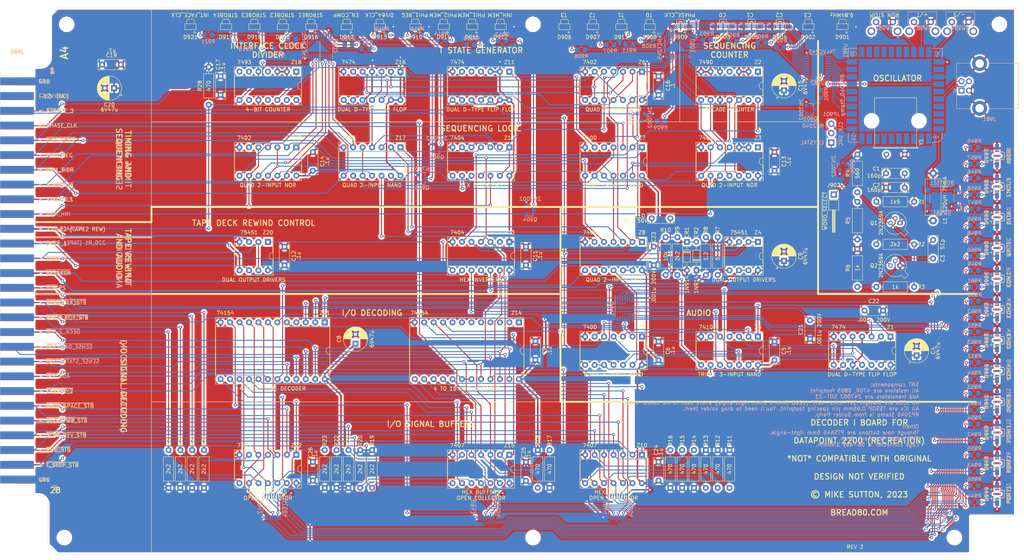
<source format=kicad_pcb>
(kicad_pcb (version 20171130) (host pcbnew "(5.1.12)-1")
  (title_block (title "Datapoint 2200 Decoder I (Recreation)") (rev 2) (comment 1 "Recreated from original schematics") (comment 2 "NOT compaitible with original (edge connector is different,") (comment 3 "pinouts not verified, and board dimensions are approximate)"))
  (layers (0 F.Cu signal) (31 B.Cu signal) (34 B.Paste user) (35 F.Paste user) (36 B.SilkS user) (37 F.SilkS user) (38 B.Mask user) (39 F.Mask user) (44 Edge.Cuts user))
  (net 0 "")
  (net 1 /Scheduler/STEPS1TO8)
  (net 2 ~STEP9)
  (net 3 /Scheduler/~C0)
  (net 4 PHASE_CLK)
  (net 5 ~POR)
  (net 6 "Net-(Z1-Pad6)")
  (net 7 "Net-(Z1-Pad12)")
  (net 8 "Net-(Z1-Pad5)")
  (net 9 "Net-(C10-Pad1)")
  (net 10 +5V)
  (net 11 7.5CPS)
  (net 12 "Net-(Z1-Pad9)")
  (net 13 "Net-(Z1-Pad2)")
  (net 14 "Net-(Z1-Pad8)")
  (net 15 /Scheduler/~T0)
  (net 16 GND)
  (net 17 "Net-(Z3-Pad13)")
  (net 18 "Net-(Z3-Pad4)")
  (net 19 "Net-(Z17-Pad10)")
  (net 20 INH_MEM)
  (net 21 "Net-(Z5-Pad6)")
  (net 22 "Net-(Z5-Pad12)")
  (net 23 "Net-(Z13-Pad12)")
  (net 24 "Net-(Z13-Pad10)")
  (net 25 "Net-(Z5-Pad8)")
  (net 26 "Net-(Z16-Pad12)")
  (net 27 "Net-(Z16-Pad2)")
  (net 28 "Net-(Z16-Pad8)")
  (net 29 "Net-(Z16-Pad5)")
  (net 30 /Scheduler/~STEP8or9_T2)
  (net 31 "Net-(Z11-Pad1)")
  (net 32 ~DIV64_CLK)
  (net 33 "Net-(C10-Pad2)")
  (net 34 ~ADDRESS)
  (net 35 "Net-(Z21-Pad19)")
  (net 36 BEEP)
  (net 37 ~COM_1)
  (net 38 ~WRITE_STB)
  (net 39 ~COM_2)
  (net 40 ~COM_4)
  (net 41 ~COM_3)
  (net 42 STROBE_3)
  (net 43 "Net-(Z11-Pad5)")
  (net 44 9.84MHz)
  (net 45 "Net-(Z11-Pad9)")
  (net 46 PHI1_REG)
  (net 47 ~T1)
  (net 48 "Net-(Z12-Pad3)")
  (net 49 "Net-(Z12-Pad10)")
  (net 50 1.2MHz)
  (net 51 /Scheduler/~T3)
  (net 52 DECK_1)
  (net 53 "Net-(Z13-Pad8)")
  (net 54 "Net-(Z14-Pad8)")
  (net 55 ~ENABLE_1)
  (net 56 "Net-(Z14-Pad7)")
  (net 57 "Net-(Z14-Pad6)")
  (net 58 "Net-(Z14-Pad5)")
  (net 59 "Net-(Z14-Pad4)")
  (net 60 "Net-(Z14-Pad3)")
  (net 61 "Net-(Z14-Pad2)")
  (net 62 "Net-(Z14-Pad1)")
  (net 63 ~SLEW_REV_STB)
  (net 64 DIV64_CLK)
  (net 65 ~SENSE_STATUS_STB)
  (net 66 ~RWD_STB)
  (net 67 ~SENSE_DATA_STB)
  (net 68 ~T_STOP_STB)
  (net 69 PHI2_MEM)
  (net 70 /Scheduler/~STEP8)
  (net 71 PHI1_MEM)
  (net 72 "Net-(Z18-Pad1)")
  (net 73 "Net-(Z18-Pad11)")
  (net 74 "Net-(Z18-Pad9)")
  (net 75 INT_FACE_CLK)
  (net 76 STROBE_1)
  (net 77 STROBE_2)
  (net 78 EN_COMP)
  (net 79 STROBE_4)
  (net 80 ~WRITE_EOF_STB)
  (net 81 ~ENABLE_2)
  (net 82 ~READ_BLK_STB)
  (net 83 ~SLEW_FWB_STB)
  (net 84 ~DECK_1_STB)
  (net 85 ~WRITE_BLK_STB)
  (net 86 ~BACK_SPACE_STB)
  (net 87 ~DECK_2_STB)
  (net 88 "Net-(Z17-Pad1)")
  (net 89 "Net-(C1-Pad2)")
  (net 90 "Net-(C1-Pad1)")
  (net 91 "Net-(C3-Pad2)")
  (net 92 "Net-(C3-Pad1)")
  (net 93 SPEAKER)
  (net 94 1.5KC)
  (net 95 "Net-(Z4-Pad6)")
  (net 96 REWIND)
  (net 97 220_R2)
  (net 98 220_R1)
  (net 99 -12V)
  (net 100 +12V)
  (net 101 "Net-(J4B1-Pad4)")
  (net 102 /Speaker_Tape/SP1)
  (net 103 /Speaker_Tape/SP2)
  (net 104 "Net-(Z3-Pad1)")
  (net 105 "Net-(Z13-Pad2)")
  (net 106 "Net-(R914-Pad2)")
  (net 107 "Net-(R915-Pad2)")
  (net 108 "Net-(R916-Pad2)")
  (net 109 "Net-(R917-Pad2)")
  (net 110 "Net-(R918-Pad2)")
  (net 111 "Net-(R919-Pad2)")
  (net 112 "Net-(R920-Pad2)")
  (net 113 "Net-(R921-Pad2)")
  (net 114 "Net-(D902-Pad2)")
  (net 115 "Net-(D903-Pad2)")
  (net 116 "Net-(D904-Pad2)")
  (net 117 "Net-(D905-Pad2)")
  (net 118 "Net-(D906-Pad2)")
  (net 119 "Net-(D907-Pad2)")
  (net 120 "Net-(D908-Pad2)")
  (net 121 "Net-(D911-Pad2)")
  (net 122 "Net-(D914-Pad2)")
  (net 123 "Net-(D915-Pad2)")
  (net 124 "Net-(D916-Pad2)")
  (net 125 "Net-(D917-Pad2)")
  (net 126 "Net-(D918-Pad2)")
  (net 127 "Net-(D919-Pad2)")
  (net 128 "Net-(D920-Pad2)")
  (net 129 "Net-(D921-Pad2)")
  (net 130 ~ADR_STB)
  (net 131 "Net-(D941-Pad2)")
  (net 132 "Net-(D942-Pad2)")
  (net 133 "Net-(D943-Pad2)")
  (net 134 "Net-(D944-Pad2)")
  (net 135 "Net-(D945-Pad2)")
  (net 136 "Net-(R941-Pad2)")
  (net 137 "Net-(R942-Pad2)")
  (net 138 "Net-(R943-Pad2)")
  (net 139 "Net-(R944-Pad2)")
  (net 140 "Net-(R945-Pad2)")
  (net 141 "Net-(D946-Pad2)")
  (net 142 "Net-(D947-Pad2)")
  (net 143 "Net-(D948-Pad2)")
  (net 144 "Net-(D949-Pad2)")
  (net 145 "Net-(D950-Pad2)")
  (net 146 "Net-(D951-Pad2)")
  (net 147 "Net-(D952-Pad2)")
  (net 148 "Net-(D953-Pad2)")
  (net 149 "Net-(D954-Pad2)")
  (net 150 "Net-(D955-Pad2)")
  (net 151 "Net-(D956-Pad2)")
  (net 152 "Net-(D957-Pad2)")
  (net 153 "Net-(D958-Pad2)")
  (net 154 "Net-(D959-Pad2)")
  (net 155 "Net-(D960-Pad2)")
  (net 156 "Net-(D961-Pad2)")
  (net 157 "Net-(D962-Pad2)")
  (net 158 "Net-(D963-Pad2)")
  (net 159 "Net-(D964-Pad2)")
  (net 160 "Net-(R946-Pad2)")
  (net 161 "Net-(R947-Pad2)")
  (net 162 "Net-(R948-Pad2)")
  (net 163 "Net-(R949-Pad2)")
  (net 164 "Net-(R950-Pad2)")
  (net 165 "Net-(R951-Pad2)")
  (net 166 "Net-(R952-Pad2)")
  (net 167 "Net-(R953-Pad2)")
  (net 168 "Net-(R954-Pad2)")
  (net 169 "Net-(R955-Pad2)")
  (net 170 "Net-(R956-Pad2)")
  (net 171 "Net-(R957-Pad2)")
  (net 172 "Net-(R958-Pad2)")
  (net 173 "Net-(R959-Pad2)")
  (net 174 "Net-(R960-Pad2)")
  (net 175 "Net-(R961-Pad2)")
  (net 176 "Net-(R962-Pad2)")
  (net 177 "Net-(R963-Pad2)")
  (net 178 "Net-(R964-Pad2)")
  (net 179 ~DECK_2)
  (net 180 ~READ_BLK)
  (net 181 ~WRITE_BLK)
  (net 182 ~BACK_SPACE)
  (net 183 ~SLEW_FWB)
  (net 184 ~DECK_1)
  (net 185 ~T_STOP)
  (net 186 ~SLEW_REV)
  (net 187 ~SENSE_DATA)
  (net 188 ~SENSE_STATUS)
  (net 189 ~RWD)
  (net 190 ~ADR)
  (net 191 ~COM1)
  (net 192 ~COM4)
  (net 193 ~COM3)
  (net 194 ~WRITE)
  (net 195 ~COM2)
  (net 196 "Net-(J981-Pad3)")
  (net 197 "Net-(J981-Pad2)")
  (net 198 "Net-(J981-Pad1)")
  (net 199 "Net-(SW981-Pad2)")
  (net 200 "Net-(U981-Pad39)")
  (net 201 "Net-(U981-Pad38)")
  (net 202 "Net-(U981-Pad37)")
  (net 203 "Net-(U981-Pad32)")
  (net 204 "Net-(U981-Pad27)")
  (net 205 "Net-(U981-Pad26)")
  (net 206 "Net-(U981-Pad25)")
  (net 207 "Net-(U981-Pad24)")
  (net 208 "Net-(U981-Pad23)")
  (net 209 "Net-(U981-Pad22)")
  (net 210 "Net-(U981-Pad21)")
  (net 211 "Net-(U981-Pad20)")
  (net 212 "Net-(U981-Pad19)")
  (net 213 "Net-(U981-Pad18)")
  (net 214 "Net-(U981-Pad17)")
  (net 215 "Net-(U981-Pad16)")
  (net 216 "Net-(U981-Pad15)")
  (net 217 "Net-(U981-Pad14)")
  (net 218 "Net-(U981-Pad13)")
  (net 219 "Net-(U981-Pad12)")
  (net 220 "Net-(U981-Pad9)")
  (net 221 "Net-(U981-Pad8)")
  (net 222 "Net-(U981-Pad7)")
  (net 223 "Net-(U981-Pad6)")
  (net 224 "Net-(U981-Pad5)")
  (net 225 "Net-(U981-Pad4)")
  (net 226 "Net-(U981-Pad3)")
  (net 227 "Net-(U981-Pad2)")
  (net 228 "Net-(U981-Pad1)")
  (net 229 "Net-(SW982-Pad2)")
  (net 230 "Net-(SW983-Pad2)")
  (net 231 "Net-(SW984-Pad2)")
  (net 232 T0)
  (net 233 T2)
  (net 234 T3)
  (net 235 T1)
  (net 236 RP_CLK)
  (net 237 "Net-(D901-Pad1)")
  (net 238 SYS_CLK)
  (net 239 "Net-(Q901-Pad3)")
  (net 240 "Net-(D909-Pad1)")
  (net 241 "Net-(Q902-Pad3)")
  (net 242 "Net-(D910-Pad1)")
  (net 243 "Net-(Q903-Pad3)")
  (net 244 "Net-(D912-Pad1)")
  (net 245 "Net-(Q904-Pad3)")
  (net 246 "Net-(D913-Pad1)")
  (net 247 "Net-(Q905-Pad3)")
  (net 248 +3V3)
  (net 249 /Scheduler/StampClock/T3)
  (net 250 /Scheduler/StampClock/T2)
  (net 251 /Scheduler/StampClock/T0)
  (net 252 /Scheduler/StampClock/T1)
  (net 253 /IODecoder/~BEEP)
  (net 254 /IODecoder/~CLICK)
  (net 255 /Scheduler/StampClock/C0)
  (net 256 /Scheduler/StampClock/C2)
  (net 257 /Scheduler/StampClock/C1)
  (net 258 C3)
  (net 259 C2)
  (net 260 C1)
  (net 261 C0)
  (net 262 /Scheduler/StampClock/C3)
  (net 263 "Net-(J902-Pad1)")
  (net 264 WORD_SELECT)
  (net 265 I1)
  (net 266 I2)
  (net 267 I3)
  (net 268 I4)
  (net 269 ~PORT3)
  (net 270 ~PORT2)
  (net 271 ~PORT1)
  (net 272 ~PORT0)
  (module Package_TO_SOT_SMD:SOT-23 (layer B.Cu) (at 239.395 56.515 90)
    (fp_text reference Q906 (at 0 2.5 90) (layer B.SilkS) (effects (justify mirror)))
    (fp_text value 2N7002 (at 0 -2.5 90) (layer B.SilkS) (effects (justify mirror)))
    (pad 3 smd rect (at 1 0 90) (size 0.9 0.8) (layers B.Cu B.Paste B.Mask) (net 264 WORD_SELECT))
    (pad 2 smd rect (at -1 -0.95 90) (size 0.9 0.8) (layers B.Cu B.Paste B.Mask) (net 16 GND))
    (pad 1 smd rect (at -1 0.95 90) (size 0.9 0.8) (layers B.Cu B.Paste B.Mask) (net 263 "Net-(J902-Pad1)"))
  )
  (module Connector_PinHeader_2.54mm:PinHeader_1x01_P2.54mm_Horizontal (layer F.Cu) (at 236.855 64.135 270)
    (fp_text reference J902 (at -2.54 0 180) (layer F.SilkS))
    (fp_text value ~WORD_SELECT (at 4.385 2.27 90) (layer F.SilkS))
    (pad 1 thru_hole rect (at 0 0 270) (size 1.7 1.7) (drill 1) (layers *.Cu *.Mask) (net 263 "Net-(J902-Pad1)"))
  )
  (module Resistor_THT:R_Axial_DIN0207_L6.3mm_D2.5mm_P10.16mm_Horizontal (layer F.Cu) (at 69.215 40.005 90)
    (fp_text reference R28 (at 5.08 -2.37 90) (layer F.SilkS))
    (fp_text value 470 (at 5.08 0 90) (layer F.SilkS))
    (pad 2 thru_hole oval (at 10.16 0 90) (size 1.6 1.6) (drill 0.8) (layers *.Cu *.Mask) (net 10 +5V))
    (pad 1 thru_hole circle (at 0 0 90) (size 1.6 1.6) (drill 0.8) (layers *.Cu *.Mask) (net 75 INT_FACE_CLK))
  )
  (module Resistor_THT:R_Axial_DIN0207_L6.3mm_D2.5mm_P10.16mm_Horizontal (layer F.Cu) (at 193.04 142.875 90)
    (fp_text reference R16 (at 12.7 0 90) (layer F.SilkS))
    (fp_text value 470 (at 5.08 0 90) (layer F.SilkS))
    (pad 2 thru_hole oval (at 10.16 0 90) (size 1.6 1.6) (drill 0.8) (layers *.Cu *.Mask) (net 41 ~COM_3))
    (pad 1 thru_hole circle (at 0 0 90) (size 1.6 1.6) (drill 0.8) (layers *.Cu *.Mask) (net 10 +5V))
  )
  (module Resistor_THT:R_Axial_DIN0207_L6.3mm_D2.5mm_P10.16mm_Horizontal (layer F.Cu) (at 196.215 142.875 90)
    (fp_text reference R15 (at 12.7 0 90) (layer F.SilkS))
    (fp_text value 470 (at 5.08 0 90) (layer F.SilkS))
    (pad 2 thru_hole oval (at 10.16 0 90) (size 1.6 1.6) (drill 0.8) (layers *.Cu *.Mask) (net 39 ~COM_2))
    (pad 1 thru_hole circle (at 0 0 90) (size 1.6 1.6) (drill 0.8) (layers *.Cu *.Mask) (net 10 +5V))
  )
  (module Resistor_THT:R_Axial_DIN0207_L6.3mm_D2.5mm_P10.16mm_Horizontal (layer F.Cu) (at 199.39 142.875 90)
    (fp_text reference R14 (at 12.7 0 90) (layer F.SilkS))
    (fp_text value 470 (at 5.08 0 90) (layer F.SilkS))
    (pad 2 thru_hole oval (at 10.16 0 90) (size 1.6 1.6) (drill 0.8) (layers *.Cu *.Mask) (net 37 ~COM_1))
    (pad 1 thru_hole circle (at 0 0 90) (size 1.6 1.6) (drill 0.8) (layers *.Cu *.Mask) (net 10 +5V))
  )
  (module Resistor_THT:R_Axial_DIN0207_L6.3mm_D2.5mm_P10.16mm_Horizontal (layer F.Cu) (at 202.565 132.715 270)
    (fp_text reference R13 (at -2.54 0 90) (layer F.SilkS))
    (fp_text value 470 (at 5.08 0 270) (layer F.SilkS))
    (pad 2 thru_hole oval (at 10.16 0 270) (size 1.6 1.6) (drill 0.8) (layers *.Cu *.Mask) (net 38 ~WRITE_STB))
    (pad 1 thru_hole circle (at 0 0 270) (size 1.6 1.6) (drill 0.8) (layers *.Cu *.Mask) (net 10 +5V))
  )
  (module Resistor_THT:R_Axial_DIN0207_L6.3mm_D2.5mm_P10.16mm_Horizontal (layer F.Cu) (at 205.74 132.715 270)
    (fp_text reference R12 (at -2.54 0 90) (layer F.SilkS))
    (fp_text value 470 (at 5.08 0 90) (layer F.SilkS))
    (pad 2 thru_hole oval (at 10.16 0 270) (size 1.6 1.6) (drill 0.8) (layers *.Cu *.Mask) (net 40 ~COM_4))
    (pad 1 thru_hole circle (at 0 0 270) (size 1.6 1.6) (drill 0.8) (layers *.Cu *.Mask) (net 10 +5V))
  )
  (module Resistor_THT:R_Axial_DIN0207_L6.3mm_D2.5mm_P10.16mm_Horizontal (layer F.Cu) (at 208.915 132.715 270)
    (fp_text reference R11 (at -2.54 0 90) (layer F.SilkS))
    (fp_text value 470 (at 5.08 0 90) (layer F.SilkS))
    (pad 2 thru_hole oval (at 10.16 0 270) (size 1.6 1.6) (drill 0.8) (layers *.Cu *.Mask) (net 130 ~ADR_STB))
    (pad 1 thru_hole circle (at 0 0 270) (size 1.6 1.6) (drill 0.8) (layers *.Cu *.Mask) (net 10 +5V))
  )
  (module Resistor_THT:R_Axial_DIN0207_L6.3mm_D2.5mm_P10.16mm_Horizontal (layer F.Cu) (at 157.48 132.715 270)
    (fp_text reference R18 (at -2.54 0 90) (layer F.SilkS))
    (fp_text value 470 (at 5.08 0 90) (layer F.SilkS))
    (pad 2 thru_hole oval (at 10.16 0 270) (size 1.6 1.6) (drill 0.8) (layers *.Cu *.Mask) (net 65 ~SENSE_STATUS_STB))
    (pad 1 thru_hole circle (at 0 0 270) (size 1.6 1.6) (drill 0.8) (layers *.Cu *.Mask) (net 10 +5V))
  )
  (module Resistor_THT:R_Axial_DIN0207_L6.3mm_D2.5mm_P10.16mm_Horizontal (layer F.Cu) (at 160.655 142.875 90)
    (fp_text reference R17 (at 12.7 0 90) (layer F.SilkS))
    (fp_text value 470 (at 5.08 0 90) (layer F.SilkS))
    (pad 2 thru_hole oval (at 10.16 0 90) (size 1.6 1.6) (drill 0.8) (layers *.Cu *.Mask) (net 67 ~SENSE_DATA_STB))
    (pad 1 thru_hole circle (at 0 0 90) (size 1.6 1.6) (drill 0.8) (layers *.Cu *.Mask) (net 10 +5V))
  )
  (module Resistor_THT:R_Axial_DIN0207_L6.3mm_D2.5mm_P10.16mm_Horizontal (layer F.Cu) (at 100.33 142.875 90)
    (fp_text reference R23 (at 12.7 0 90) (layer F.SilkS))
    (fp_text value 2k2 (at 5.08 0 90) (layer F.SilkS))
    (pad 2 thru_hole oval (at 10.16 0 90) (size 1.6 1.6) (drill 0.8) (layers *.Cu *.Mask) (net 86 ~BACK_SPACE_STB))
    (pad 1 thru_hole circle (at 0 0 90) (size 1.6 1.6) (drill 0.8) (layers *.Cu *.Mask) (net 10 +5V))
  )
  (module Resistor_THT:R_Axial_DIN0207_L6.3mm_D2.5mm_P10.16mm_Horizontal (layer F.Cu) (at 103.505 142.875 90)
    (fp_text reference R22 (at 12.7 0 90) (layer F.SilkS))
    (fp_text value 2k2 (at 5.08 0 90) (layer F.SilkS))
    (pad 2 thru_hole oval (at 10.16 0 90) (size 1.6 1.6) (drill 0.8) (layers *.Cu *.Mask) (net 83 ~SLEW_FWB_STB))
    (pad 1 thru_hole circle (at 0 0 90) (size 1.6 1.6) (drill 0.8) (layers *.Cu *.Mask) (net 10 +5V))
  )
  (module Resistor_THT:R_Axial_DIN0207_L6.3mm_D2.5mm_P10.16mm_Horizontal (layer F.Cu) (at 106.68 142.875 90)
    (fp_text reference R21 (at 12.7 0 90) (layer F.SilkS))
    (fp_text value 2k2 (at 5.08 0 90) (layer F.SilkS))
    (pad 2 thru_hole oval (at 10.16 0 90) (size 1.6 1.6) (drill 0.8) (layers *.Cu *.Mask) (net 63 ~SLEW_REV_STB))
    (pad 1 thru_hole circle (at 0 0 90) (size 1.6 1.6) (drill 0.8) (layers *.Cu *.Mask) (net 10 +5V))
  )
  (module Resistor_THT:R_Axial_DIN0207_L6.3mm_D2.5mm_P10.16mm_Horizontal (layer F.Cu) (at 109.855 132.715 270)
    (fp_text reference R20 (at -2.54 0 90) (layer F.SilkS))
    (fp_text value 2k2 (at 5.08 0 270) (layer F.SilkS))
    (pad 2 thru_hole oval (at 10.16 0 270) (size 1.6 1.6) (drill 0.8) (layers *.Cu *.Mask) (net 66 ~RWD_STB))
    (pad 1 thru_hole circle (at 0 0 270) (size 1.6 1.6) (drill 0.8) (layers *.Cu *.Mask) (net 10 +5V))
  )
  (module Resistor_THT:R_Axial_DIN0207_L6.3mm_D2.5mm_P10.16mm_Horizontal (layer F.Cu) (at 113.03 132.715 270)
    (fp_text reference R19 (at -2.54 0 90) (layer F.SilkS))
    (fp_text value 2k2 (at 5.08 0 90) (layer F.SilkS))
    (pad 2 thru_hole oval (at 10.16 0 270) (size 1.6 1.6) (drill 0.8) (layers *.Cu *.Mask) (net 68 ~T_STOP_STB))
    (pad 1 thru_hole circle (at 0 0 270) (size 1.6 1.6) (drill 0.8) (layers *.Cu *.Mask) (net 10 +5V))
  )
  (module Resistor_THT:R_Axial_DIN0207_L6.3mm_D2.5mm_P10.16mm_Horizontal (layer F.Cu) (at 58.42 142.875 90)
    (fp_text reference R27 (at 12.7 0 90) (layer F.SilkS))
    (fp_text value 2k2 (at 5.08 0 90) (layer F.SilkS))
    (pad 2 thru_hole oval (at 10.16 0 90) (size 1.6 1.6) (drill 0.8) (layers *.Cu *.Mask) (net 87 ~DECK_2_STB))
    (pad 1 thru_hole circle (at 0 0 90) (size 1.6 1.6) (drill 0.8) (layers *.Cu *.Mask) (net 10 +5V))
  )
  (module Resistor_THT:R_Axial_DIN0207_L6.3mm_D2.5mm_P10.16mm_Horizontal (layer F.Cu) (at 61.595 142.875 90)
    (fp_text reference R26 (at 12.7 0 90) (layer F.SilkS))
    (fp_text value 2k2 (at 5.08 0 90) (layer F.SilkS))
    (pad 2 thru_hole oval (at 10.16 0 90) (size 1.6 1.6) (drill 0.8) (layers *.Cu *.Mask) (net 85 ~WRITE_BLK_STB))
    (pad 1 thru_hole circle (at 0 0 90) (size 1.6 1.6) (drill 0.8) (layers *.Cu *.Mask) (net 10 +5V))
  )
  (module Resistor_THT:R_Axial_DIN0207_L6.3mm_D2.5mm_P10.16mm_Horizontal (layer F.Cu) (at 64.77 142.875 90)
    (fp_text reference R25 (at 12.7 0 90) (layer F.SilkS))
    (fp_text value 2k2 (at 5.08 0 90) (layer F.SilkS))
    (pad 2 thru_hole oval (at 10.16 0 90) (size 1.6 1.6) (drill 0.8) (layers *.Cu *.Mask) (net 84 ~DECK_1_STB))
    (pad 1 thru_hole circle (at 0 0 90) (size 1.6 1.6) (drill 0.8) (layers *.Cu *.Mask) (net 10 +5V))
  )
  (module Resistor_THT:R_Axial_DIN0207_L6.3mm_D2.5mm_P10.16mm_Horizontal (layer F.Cu) (at 67.945 142.875 90)
    (fp_text reference R24 (at 12.7 0 90) (layer F.SilkS))
    (fp_text value 2k2 (at 5.08 0 90) (layer F.SilkS))
    (pad 2 thru_hole oval (at 10.16 0 90) (size 1.6 1.6) (drill 0.8) (layers *.Cu *.Mask) (net 82 ~READ_BLK_STB))
    (pad 1 thru_hole circle (at 0 0 90) (size 1.6 1.6) (drill 0.8) (layers *.Cu *.Mask) (net 10 +5V))
  )
  (module Resistor_THT:R_Axial_DIN0207_L6.3mm_D2.5mm_P10.16mm_Horizontal (layer F.Cu) (at 191.77 85.725 90)
    (fp_text reference R10 (at 12.065 0 180) (layer F.SilkS))
    (fp_text value 10k (at 5.08 0 90) (layer F.SilkS))
    (pad 2 thru_hole oval (at 10.16 0 90) (size 1.6 1.6) (drill 0.8) (layers *.Cu *.Mask) (net 33 "Net-(C10-Pad2)"))
    (pad 1 thru_hole circle (at 0 0 90) (size 1.6 1.6) (drill 0.8) (layers *.Cu *.Mask) (net 9 "Net-(C10-Pad1)"))
  )
  (module Resistor_THT:R_Axial_DIN0207_L6.3mm_D2.5mm_P10.16mm_Horizontal (layer F.Cu) (at 194.945 85.725 90)
    (fp_text reference R9 (at 12.065 0 90) (layer F.SilkS))
    (fp_text value 2k2 (at 5.08 0 90) (layer F.SilkS))
    (pad 2 thru_hole oval (at 10.16 0 90) (size 1.6 1.6) (drill 0.8) (layers *.Cu *.Mask) (net 33 "Net-(C10-Pad2)"))
    (pad 1 thru_hole circle (at 0 0 90) (size 1.6 1.6) (drill 0.8) (layers *.Cu *.Mask) (net 94 1.5KC))
  )
  (module Resistor_THT:R_Axial_DIN0207_L6.3mm_D2.5mm_P10.16mm_Horizontal (layer F.Cu) (at 202.565 75.565 270)
    (fp_text reference R8 (at -1.905 0 90) (layer F.SilkS))
    (fp_text value 1.2 (at 5.08 0 90) (layer F.SilkS))
    (pad 2 thru_hole oval (at 10.16 0 270) (size 1.6 1.6) (drill 0.8) (layers *.Cu *.Mask) (net 93 SPEAKER))
    (pad 1 thru_hole circle (at 0 0 270) (size 1.6 1.6) (drill 0.8) (layers *.Cu *.Mask) (net 103 /Speaker_Tape/SP2))
  )
  (module Resistor_THT:R_Axial_DIN0207_L6.3mm_D2.5mm_P10.16mm_Horizontal (layer F.Cu) (at 205.74 85.725 90)
    (fp_text reference R7 (at 12.065 0 90) (layer F.SilkS))
    (fp_text value 5.1 (at 5.08 0 90) (layer F.SilkS))
    (pad 2 thru_hole oval (at 10.16 0 90) (size 1.6 1.6) (drill 0.8) (layers *.Cu *.Mask) (net 93 SPEAKER))
    (pad 1 thru_hole circle (at 0 0 90) (size 1.6 1.6) (drill 0.8) (layers *.Cu *.Mask) (net 102 /Speaker_Tape/SP1))
  )
  (module Resistor_THT:R_Axial_DIN0207_L6.3mm_D2.5mm_P10.16mm_Horizontal (layer F.Cu) (at 243.205 78.74 270)
    (fp_text reference R6 (at 5.08 2.54 90) (layer F.SilkS))
    (fp_text value 1k (at 5.08 0 90) (layer F.SilkS))
    (pad 2 thru_hole oval (at 10.16 0 270) (size 1.6 1.6) (drill 0.8) (layers *.Cu *.Mask) (net 92 "Net-(C3-Pad1)"))
    (pad 1 thru_hole circle (at 0 0 270) (size 1.6 1.6) (drill 0.8) (layers *.Cu *.Mask) (net 16 GND))
  )
  (module Resistor_THT:R_Axial_DIN0207_L6.3mm_D2.5mm_P10.16mm_Horizontal (layer F.Cu) (at 243.205 66.04 270)
    (fp_text reference R5 (at 5.08 2.54 90) (layer F.SilkS))
    (fp_text value 1k)
    (pad 2 thru_hole oval (at 10.16 0 270) (size 1.6 1.6) (drill 0.8) (layers *.Cu *.Mask) (net 10 +5V))
    (pad 1 thru_hole circle (at 0 0 270) (size 1.6 1.6) (drill 0.8) (layers *.Cu *.Mask) (net 44 9.84MHz))
  )
  (module Resistor_THT:R_Axial_DIN0207_L6.3mm_D2.5mm_P10.16mm_Horizontal (layer F.Cu) (at 243.205 53.34 270)
    (fp_text reference R4 (at 5.08 2.54 90) (layer F.SilkS))
    (fp_text value 560 (at 5.08 0 90) (layer F.SilkS))
    (pad 2 thru_hole oval (at 10.16 0 270) (size 1.6 1.6) (drill 0.8) (layers *.Cu *.Mask) (net 91 "Net-(C3-Pad2)"))
    (pad 1 thru_hole circle (at 0 0 270) (size 1.6 1.6) (drill 0.8) (layers *.Cu *.Mask) (net 10 +5V))
  )
  (module Resistor_THT:R_Axial_DIN0207_L6.3mm_D2.5mm_P10.16mm_Horizontal (layer F.Cu) (at 248.285 88.9)
    (fp_text reference R3 (at 12.065 0) (layer F.SilkS))
    (fp_text value 1k (at 5.08 0) (layer F.SilkS))
    (pad 2 thru_hole oval (at 10.16 0) (size 1.6 1.6) (drill 0.8) (layers *.Cu *.Mask) (net 91 "Net-(C3-Pad2)"))
    (pad 1 thru_hole circle (at 0 0) (size 1.6 1.6) (drill 0.8) (layers *.Cu *.Mask) (net 92 "Net-(C3-Pad1)"))
  )
  (module Resistor_THT:R_Axial_DIN0207_L6.3mm_D2.5mm_P10.16mm_Horizontal (layer F.Cu) (at 258.445 77.47 180)
    (fp_text reference R2 (at -1.905 0) (layer F.SilkS))
    (fp_text value 2k2 (at 5.08 0) (layer F.SilkS))
    (pad 2 thru_hole oval (at 10.16 0 180) (size 1.6 1.6) (drill 0.8) (layers *.Cu *.Mask) (net 90 "Net-(C1-Pad1)"))
    (pad 1 thru_hole circle (at 0 0 180) (size 1.6 1.6) (drill 0.8) (layers *.Cu *.Mask) (net 91 "Net-(C3-Pad2)"))
  )
  (module Resistor_THT:R_Axial_DIN0207_L6.3mm_D2.5mm_P10.16mm_Horizontal (layer F.Cu) (at 248.285 66.04)
    (fp_text reference R1 (at 12.065 0) (layer F.SilkS))
    (fp_text value 1k5 (at 5.08 0) (layer F.SilkS))
    (pad 2 thru_hole oval (at 10.16 0) (size 1.6 1.6) (drill 0.8) (layers *.Cu *.Mask) (net 89 "Net-(C1-Pad2)"))
    (pad 1 thru_hole circle (at 0 0) (size 1.6 1.6) (drill 0.8) (layers *.Cu *.Mask) (net 90 "Net-(C1-Pad1)"))
  )
  (module Resistor_SMD:R_0805_2012Metric_Pad1.20x1.40mm_HandSolder (layer B.Cu) (at 176.895 23.876)
    (fp_text reference R907 (at 0 1.65) (layer B.SilkS) (effects (justify mirror)))
    (fp_text value 470)
    (pad 2 smd roundrect (at 1 0) (size 1.2 1.4) (layers B.Cu B.Paste B.Mask) (roundrect_rratio 0.2083325) (net 250 /Scheduler/StampClock/T2))
    (pad 1 smd roundrect (at -1 0) (size 1.2 1.4) (layers B.Cu B.Paste B.Mask) (roundrect_rratio 0.2083325) (net 119 "Net-(D907-Pad2)"))
  )
  (module MountingHole:MountingHole_3.2mm_M3 (layer F.Cu) (at 156.21 156.21)
    (fp_text reference H908 hide)
    (fp_text value MountingHole)
    (pad 1 np_thru_hole circle (at 0 0) (size 3.2 3.2) (drill 3.2) (layers *.Cu *.Mask))
  )
  (module MountingHole:MountingHole_3.2mm_M3 (layer F.Cu) (at 156.21 18.415)
    (fp_text reference H907 hide)
    (fp_text value MountingHole)
    (pad 1 np_thru_hole circle (at 0 0) (size 3.2 3.2) (drill 3.2) (layers *.Cu *.Mask))
  )
  (module Package_DIP:DIP-24_W15.24mm_Socket (layer F.Cu) (at 152.4 98.425 270)
    (fp_text reference Z14 (at -2.54 0.635 180) (layer F.SilkS))
    (fp_text value 74154 (at -2.54 26.67 180) (layer F.SilkS))
    (pad 24 thru_hole oval (at 15.24 0 270) (size 1.6 1.6) (drill 0.8) (layers *.Cu *.Mask) (net 10 +5V))
    (pad 12 thru_hole oval (at 0 27.94 270) (size 1.6 1.6) (drill 0.8) (layers *.Cu *.Mask) (net 16 GND))
    (pad 23 thru_hole oval (at 15.24 2.54 270) (size 1.6 1.6) (drill 0.8) (layers *.Cu *.Mask) (net 265 I1))
    (pad 11 thru_hole oval (at 0 25.4 270) (size 1.6 1.6) (drill 0.8) (layers *.Cu *.Mask) (net 187 ~SENSE_DATA))
    (pad 22 thru_hole oval (at 15.24 5.08 270) (size 1.6 1.6) (drill 0.8) (layers *.Cu *.Mask) (net 266 I2))
    (pad 10 thru_hole oval (at 0 22.86 270) (size 1.6 1.6) (drill 0.8) (layers *.Cu *.Mask) (net 188 ~SENSE_STATUS))
    (pad 21 thru_hole oval (at 15.24 7.62 270) (size 1.6 1.6) (drill 0.8) (layers *.Cu *.Mask) (net 267 I3))
    (pad 9 thru_hole oval (at 0 20.32 270) (size 1.6 1.6) (drill 0.8) (layers *.Cu *.Mask) (net 190 ~ADR))
    (pad 20 thru_hole oval (at 15.24 10.16 270) (size 1.6 1.6) (drill 0.8) (layers *.Cu *.Mask) (net 268 I4))
    (pad 8 thru_hole oval (at 0 17.78 270) (size 1.6 1.6) (drill 0.8) (layers *.Cu *.Mask) (net 54 "Net-(Z14-Pad8)"))
    (pad 19 thru_hole oval (at 15.24 12.7 270) (size 1.6 1.6) (drill 0.8) (layers *.Cu *.Mask) (net 55 ~ENABLE_1))
    (pad 7 thru_hole oval (at 0 15.24 270) (size 1.6 1.6) (drill 0.8) (layers *.Cu *.Mask) (net 56 "Net-(Z14-Pad7)"))
    (pad 18 thru_hole oval (at 15.24 15.24 270) (size 1.6 1.6) (drill 0.8) (layers *.Cu *.Mask) (net 55 ~ENABLE_1))
    (pad 6 thru_hole oval (at 0 12.7 270) (size 1.6 1.6) (drill 0.8) (layers *.Cu *.Mask) (net 57 "Net-(Z14-Pad6)"))
    (pad 17 thru_hole oval (at 15.24 17.78 270) (size 1.6 1.6) (drill 0.8) (layers *.Cu *.Mask) (net 192 ~COM4))
    (pad 5 thru_hole oval (at 0 10.16 270) (size 1.6 1.6) (drill 0.8) (layers *.Cu *.Mask) (net 58 "Net-(Z14-Pad5)"))
    (pad 16 thru_hole oval (at 15.24 20.32 270) (size 1.6 1.6) (drill 0.8) (layers *.Cu *.Mask) (net 193 ~COM3))
    (pad 4 thru_hole oval (at 0 7.62 270) (size 1.6 1.6) (drill 0.8) (layers *.Cu *.Mask) (net 59 "Net-(Z14-Pad4)"))
    (pad 15 thru_hole oval (at 15.24 22.86 270) (size 1.6 1.6) (drill 0.8) (layers *.Cu *.Mask) (net 195 ~COM2))
    (pad 3 thru_hole oval (at 0 5.08 270) (size 1.6 1.6) (drill 0.8) (layers *.Cu *.Mask) (net 60 "Net-(Z14-Pad3)"))
    (pad 14 thru_hole oval (at 15.24 25.4 270) (size 1.6 1.6) (drill 0.8) (layers *.Cu *.Mask) (net 191 ~COM1))
    (pad 2 thru_hole oval (at 0 2.54 270) (size 1.6 1.6) (drill 0.8) (layers *.Cu *.Mask) (net 61 "Net-(Z14-Pad2)"))
    (pad 13 thru_hole oval (at 15.24 27.94 270) (size 1.6 1.6) (drill 0.8) (layers *.Cu *.Mask) (net 194 ~WRITE))
    (pad 1 thru_hole rect (at 0 0 270) (size 1.6 1.6) (drill 0.8) (layers *.Cu *.Mask) (net 62 "Net-(Z14-Pad1)"))
  )
  (module Package_DIP:DIP-24_W15.24mm_Socket (layer F.Cu) (at 100.33 98.425 270)
    (fp_text reference Z21 (at -2.54 0 180) (layer F.SilkS))
    (fp_text value 74154 (at -2.54 26.67 180) (layer F.SilkS))
    (pad 24 thru_hole oval (at 15.24 0 270) (size 1.6 1.6) (drill 0.8) (layers *.Cu *.Mask) (net 10 +5V))
    (pad 12 thru_hole oval (at 0 27.94 270) (size 1.6 1.6) (drill 0.8) (layers *.Cu *.Mask) (net 16 GND))
    (pad 23 thru_hole oval (at 15.24 2.54 270) (size 1.6 1.6) (drill 0.8) (layers *.Cu *.Mask) (net 265 I1))
    (pad 11 thru_hole oval (at 0 25.4 270) (size 1.6 1.6) (drill 0.8) (layers *.Cu *.Mask) (net 80 ~WRITE_EOF_STB))
    (pad 22 thru_hole oval (at 15.24 5.08 270) (size 1.6 1.6) (drill 0.8) (layers *.Cu *.Mask) (net 266 I2))
    (pad 10 thru_hole oval (at 0 22.86 270) (size 1.6 1.6) (drill 0.8) (layers *.Cu *.Mask) (net 181 ~WRITE_BLK))
    (pad 21 thru_hole oval (at 15.24 7.62 270) (size 1.6 1.6) (drill 0.8) (layers *.Cu *.Mask) (net 267 I3))
    (pad 9 thru_hole oval (at 0 20.32 270) (size 1.6 1.6) (drill 0.8) (layers *.Cu *.Mask) (net 180 ~READ_BLK))
    (pad 20 thru_hole oval (at 15.24 10.16 270) (size 1.6 1.6) (drill 0.8) (layers *.Cu *.Mask) (net 268 I4))
    (pad 8 thru_hole oval (at 0 17.78 270) (size 1.6 1.6) (drill 0.8) (layers *.Cu *.Mask) (net 179 ~DECK_2))
    (pad 19 thru_hole oval (at 15.24 12.7 270) (size 1.6 1.6) (drill 0.8) (layers *.Cu *.Mask) (net 35 "Net-(Z21-Pad19)"))
    (pad 7 thru_hole oval (at 0 15.24 270) (size 1.6 1.6) (drill 0.8) (layers *.Cu *.Mask) (net 184 ~DECK_1))
    (pad 18 thru_hole oval (at 15.24 15.24 270) (size 1.6 1.6) (drill 0.8) (layers *.Cu *.Mask) (net 81 ~ENABLE_2))
    (pad 6 thru_hole oval (at 0 12.7 270) (size 1.6 1.6) (drill 0.8) (layers *.Cu *.Mask) (net 254 /IODecoder/~CLICK))
    (pad 17 thru_hole oval (at 15.24 17.78 270) (size 1.6 1.6) (drill 0.8) (layers *.Cu *.Mask) (net 185 ~T_STOP))
    (pad 5 thru_hole oval (at 0 10.16 270) (size 1.6 1.6) (drill 0.8) (layers *.Cu *.Mask) (net 253 /IODecoder/~BEEP))
    (pad 16 thru_hole oval (at 15.24 20.32 270) (size 1.6 1.6) (drill 0.8) (layers *.Cu *.Mask) (net 189 ~RWD))
    (pad 4 thru_hole oval (at 0 7.62 270) (size 1.6 1.6) (drill 0.8) (layers *.Cu *.Mask) (net 269 ~PORT3))
    (pad 15 thru_hole oval (at 15.24 22.86 270) (size 1.6 1.6) (drill 0.8) (layers *.Cu *.Mask) (net 186 ~SLEW_REV))
    (pad 3 thru_hole oval (at 0 5.08 270) (size 1.6 1.6) (drill 0.8) (layers *.Cu *.Mask) (net 270 ~PORT2))
    (pad 14 thru_hole oval (at 15.24 25.4 270) (size 1.6 1.6) (drill 0.8) (layers *.Cu *.Mask) (net 183 ~SLEW_FWB))
    (pad 2 thru_hole oval (at 0 2.54 270) (size 1.6 1.6) (drill 0.8) (layers *.Cu *.Mask) (net 271 ~PORT1))
    (pad 13 thru_hole oval (at 15.24 27.94 270) (size 1.6 1.6) (drill 0.8) (layers *.Cu *.Mask) (net 182 ~BACK_SPACE))
    (pad 1 thru_hole rect (at 0 0 270) (size 1.6 1.6) (drill 0.8) (layers *.Cu *.Mask) (net 272 ~PORT0))
  )
  (module MountingHole:MountingHole_3.2mm_M3 (layer F.Cu) (at 259.715 44.323)
    (fp_text reference H906 hide)
    (fp_text value MountingHole)
    (pad 1 np_thru_hole circle (at 0 0) (size 3.2 3.2) (drill 3.2) (layers *.Cu *.Mask))
  )
  (module MountingHole:MountingHole_3.2mm_M3 (layer F.Cu) (at 247.015 44.323)
    (fp_text reference H905 hide)
    (fp_text value MountingHole)
    (pad 1 np_thru_hole circle (at 0 0) (size 3.2 3.2) (drill 3.2) (layers *.Cu *.Mask))
  )
  (module Datapoint2200:LED_Dialight_597_xxxx_407F_SMT_RA_3mmx2mmx1mm (layer F.Cu) (at 107.74 19.05 270)
    (fp_text reference D917 (at 2.794 1.524) (layer F.SilkS))
    (fp_text value EN_COMP (at -3.175 1.695 180 unlocked) (layer F.SilkS))
    (pad 3 smd rect (at 0 1.5 270) (size 2 0.35) (layers F.Cu F.Paste F.Mask))
    (pad 1 smd rect (at 0 3.6 270) (size 1 2) (layers F.Cu F.Paste F.Mask) (net 16 GND))
    (pad 2 smd rect (at 0 -0.6 270) (size 1 2) (layers F.Cu F.Paste F.Mask) (net 125 "Net-(D917-Pad2)"))
  )
  (module Resistor_SMD:R_0805_2012Metric_Pad1.20x1.40mm_HandSolder (layer B.Cu) (at 222.488 24.511 180)
    (fp_text reference R902 (at 0 1.65) (layer B.SilkS) (effects (justify mirror)))
    (fp_text value 470)
    (pad 2 smd roundrect (at 1 0 180) (size 1.2 1.4) (layers B.Cu B.Paste B.Mask) (roundrect_rratio 0.2083325) (net 262 /Scheduler/StampClock/C3))
    (pad 1 smd roundrect (at -1 0 180) (size 1.2 1.4) (layers B.Cu B.Paste B.Mask) (roundrect_rratio 0.2083325) (net 114 "Net-(D902-Pad2)"))
  )
  (module MountingHole:MountingHole_3.2mm_M3 (layer F.Cu) (at 30.48 156.21)
    (fp_text reference H904 hide)
    (fp_text value MountingHole)
    (pad 1 np_thru_hole circle (at 0 0) (size 3.2 3.2) (drill 3.2) (layers *.Cu *.Mask))
  )
  (module MountingHole:MountingHole_3.2mm_M3 (layer F.Cu) (at 269.24 156.21)
    (fp_text reference H903 hide)
    (fp_text value MountingHole)
    (pad 1 np_thru_hole circle (at 0 0) (size 3.2 3.2) (drill 3.2) (layers *.Cu *.Mask))
  )
  (module MountingHole:MountingHole_3.2mm_M3 (layer F.Cu) (at 281.305 18.415)
    (fp_text reference H902 hide)
    (fp_text value MountingHole)
    (pad 1 np_thru_hole circle (at 0 0) (size 3.2 3.2) (drill 3.2) (layers *.Cu *.Mask))
  )
  (module MountingHole:MountingHole_3.2mm_M3 (layer F.Cu) (at 31.115 18.415)
    (fp_text reference H901 hide)
    (fp_text value MountingHole)
    (pad 1 np_thru_hole circle (at 0 0) (size 3.2 3.2) (drill 3.2) (layers *.Cu *.Mask))
  )
  (module Package_TO_SOT_SMD:SOT-23 (layer B.Cu) (at 126.492 59.817)
    (fp_text reference Q905 (at 0 2.5) (layer B.SilkS) (effects (justify mirror)))
    (fp_text value 2N7002 (at 0 -2.5) (layer B.SilkS) (effects (justify mirror)))
    (pad 3 smd rect (at 1 0) (size 0.9 0.8) (layers B.Cu B.Paste B.Mask) (net 247 "Net-(Q905-Pad3)"))
    (pad 2 smd rect (at -1 -0.95) (size 0.9 0.8) (layers B.Cu B.Paste B.Mask) (net 16 GND))
    (pad 1 smd rect (at -1 0.95) (size 0.9 0.8) (layers B.Cu B.Paste B.Mask) (net 258 C3))
  )
  (module Package_TO_SOT_SMD:SOT-23 (layer B.Cu) (at 155.448 68.326)
    (fp_text reference Q904 (at 0 2.5) (layer B.SilkS) (effects (justify mirror)))
    (fp_text value 2N7002 (at 0 -3.048) (layer B.SilkS) (effects (justify mirror)))
    (pad 3 smd rect (at 1 0) (size 0.9 0.8) (layers B.Cu B.Paste B.Mask) (net 245 "Net-(Q904-Pad3)"))
    (pad 2 smd rect (at -1 -0.95) (size 0.9 0.8) (layers B.Cu B.Paste B.Mask) (net 16 GND))
    (pad 1 smd rect (at -1 0.95) (size 0.9 0.8) (layers B.Cu B.Paste B.Mask) (net 20 INH_MEM))
  )
  (module Package_TO_SOT_SMD:SOT-23 (layer B.Cu) (at 130.429 51.562)
    (fp_text reference Q903 (at 0 2.5) (layer B.SilkS) (effects (justify mirror)))
    (fp_text value 2N7002 (at 0 -2.5) (layer B.SilkS) (effects (justify mirror)))
    (pad 3 smd rect (at 1 0) (size 0.9 0.8) (layers B.Cu B.Paste B.Mask) (net 243 "Net-(Q903-Pad3)"))
    (pad 2 smd rect (at -1 -0.95) (size 0.9 0.8) (layers B.Cu B.Paste B.Mask) (net 16 GND))
    (pad 1 smd rect (at -1 0.95) (size 0.9 0.8) (layers B.Cu B.Paste B.Mask) (net 46 PHI1_REG))
  )
  (module Package_TO_SOT_SMD:SOT-23 (layer B.Cu) (at 185.1 43.434 270)
    (fp_text reference Q902 (at 0 2.5 90) (layer B.SilkS) (effects (justify mirror)))
    (fp_text value 2N7002 (at 0 -2.5 90) (layer B.SilkS) (effects (justify mirror)))
    (pad 3 smd rect (at 1 0 270) (size 0.9 0.8) (layers B.Cu B.Paste B.Mask) (net 241 "Net-(Q902-Pad3)"))
    (pad 2 smd rect (at -1 -0.95 270) (size 0.9 0.8) (layers B.Cu B.Paste B.Mask) (net 16 GND))
    (pad 1 smd rect (at -1 0.95 270) (size 0.9 0.8) (layers B.Cu B.Paste B.Mask) (net 4 PHASE_CLK))
  )
  (module Package_TO_SOT_SMD:SOT-23 (layer B.Cu) (at 230.632 41.275)
    (fp_text reference Q901 (at 0 2.5) (layer B.SilkS) (effects (justify mirror)))
    (fp_text value 2N7002 (at -2.413 0 90) (layer B.SilkS) (effects (justify mirror)))
    (pad 3 smd rect (at 1 0) (size 0.9 0.8) (layers B.Cu B.Paste B.Mask) (net 239 "Net-(Q901-Pad3)"))
    (pad 2 smd rect (at -1 -0.95) (size 0.9 0.8) (layers B.Cu B.Paste B.Mask) (net 16 GND))
    (pad 1 smd rect (at -1 0.95) (size 0.9 0.8) (layers B.Cu B.Paste B.Mask) (net 238 SYS_CLK))
  )
  (module Package_SO:TSSOP-20_4.4x6.5mm_P0.65mm (layer B.Cu) (at 232.537 29.972)
    (fp_text reference U982 (at 0 4.2) (layer B.SilkS) (effects (justify mirror)))
    (fp_text value 74LVC245 (at 1.27 -4.2) (layer B.SilkS) (effects (justify mirror)))
    (pad 20 smd roundrect (at 2.8625 2.925) (size 1.475 0.4) (layers B.Cu B.Paste B.Mask) (net 248 +3V3))
    (pad 19 smd roundrect (at 2.8625 2.275) (size 1.475 0.4) (layers B.Cu B.Paste B.Mask) (net 16 GND))
    (pad 18 smd roundrect (at 2.8625 1.625) (size 1.475 0.4) (layers B.Cu B.Paste B.Mask) (net 218 "Net-(U981-Pad13)"))
    (pad 17 smd roundrect (at 2.8625 0.975) (size 1.475 0.4) (layers B.Cu B.Paste B.Mask) (net 217 "Net-(U981-Pad14)"))
    (pad 16 smd roundrect (at 2.8625 0.325) (size 1.475 0.4) (layers B.Cu B.Paste B.Mask) (net 216 "Net-(U981-Pad15)"))
    (pad 15 smd roundrect (at 2.8625 -0.325) (size 1.475 0.4) (layers B.Cu B.Paste B.Mask) (net 215 "Net-(U981-Pad16)"))
    (pad 14 smd roundrect (at 2.8625 -0.975) (size 1.475 0.4) (layers B.Cu B.Paste B.Mask) (net 214 "Net-(U981-Pad17)"))
    (pad 13 smd roundrect (at 2.8625 -1.625) (size 1.475 0.4) (layers B.Cu B.Paste B.Mask) (net 213 "Net-(U981-Pad18)"))
    (pad 12 smd roundrect (at 2.8625 -2.275) (size 1.475 0.4) (layers B.Cu B.Paste B.Mask) (net 212 "Net-(U981-Pad19)"))
    (pad 11 smd roundrect (at 2.8625 -2.925) (size 1.475 0.4) (layers B.Cu B.Paste B.Mask) (net 211 "Net-(U981-Pad20)"))
    (pad 10 smd roundrect (at -2.8625 -2.925) (size 1.475 0.4) (layers B.Cu B.Paste B.Mask) (net 16 GND))
    (pad 9 smd roundrect (at -2.8625 -2.275) (size 1.475 0.4) (layers B.Cu B.Paste B.Mask) (net 251 /Scheduler/StampClock/T0))
    (pad 8 smd roundrect (at -2.8625 -1.625) (size 1.475 0.4) (layers B.Cu B.Paste B.Mask) (net 252 /Scheduler/StampClock/T1))
    (pad 7 smd roundrect (at -2.8625 -0.975) (size 1.475 0.4) (layers B.Cu B.Paste B.Mask) (net 250 /Scheduler/StampClock/T2))
    (pad 6 smd roundrect (at -2.8625 -0.325) (size 1.475 0.4) (layers B.Cu B.Paste B.Mask) (net 249 /Scheduler/StampClock/T3))
    (pad 5 smd roundrect (at -2.8625 0.325) (size 1.475 0.4) (layers B.Cu B.Paste B.Mask) (net 255 /Scheduler/StampClock/C0))
    (pad 4 smd roundrect (at -2.8625 0.975) (size 1.475 0.4) (layers B.Cu B.Paste B.Mask) (net 257 /Scheduler/StampClock/C1))
    (pad 3 smd roundrect (at -2.8625 1.625) (size 1.475 0.4) (layers B.Cu B.Paste B.Mask) (net 256 /Scheduler/StampClock/C2))
    (pad 2 smd roundrect (at -2.8625 2.275) (size 1.475 0.4) (layers B.Cu B.Paste B.Mask) (net 262 /Scheduler/StampClock/C3))
    (pad 1 smd roundrect (at -2.8625 2.925) (size 1.475 0.4) (layers B.Cu B.Paste B.Mask) (net 10 +5V))
  )
  (module Connector_PinHeader_2.54mm:PinHeader_1x03_P2.54mm_Vertical (layer B.Cu) (at 236.22 50.165)
    (fp_text reference JP901 (at 0 -7.62) (layer B.SilkS) (effects (justify mirror)))
    (fp_text value "CLK SRC" (at 2.54 -5.715 270) (layer B.SilkS) (effects (justify left mirror)))
    (pad 3 thru_hole oval (at 0 -5.08) (size 1.7 1.7) (drill 1) (layers *.Cu *.Mask) (net 236 RP_CLK))
    (pad 2 thru_hole oval (at 0 -2.54) (size 1.7 1.7) (drill 1) (layers *.Cu *.Mask) (net 238 SYS_CLK))
    (pad 1 thru_hole rect (at 0 0) (size 1.7 1.7) (drill 1) (layers *.Cu *.Mask) (net 44 9.84MHz))
  )
  (module Button_Switch_SMD:SW_Push_1P1T_NO_6x6mm_H9.5mm (layer B.Cu) (at 265.9 65.115)
    (fp_text reference SW981 (at 0 4.05) (layer B.SilkS) (effects (justify mirror)))
    (fp_text value BOOTSEL (at 0 -4.15) (layer B.SilkS) (effects (justify mirror)))
    (pad 2 smd rect (at 3.975 -2.25) (size 1.55 1.3) (layers B.Cu B.Paste B.Mask) (net 199 "Net-(SW981-Pad2)"))
    (pad 1 smd rect (at 3.975 2.25) (size 1.55 1.3) (layers B.Cu B.Paste B.Mask) (net 16 GND))
    (pad 1 smd rect (at -3.975 2.25) (size 1.55 1.3) (layers B.Cu B.Paste B.Mask) (net 16 GND))
    (pad 2 smd rect (at -3.975 -2.25) (size 1.55 1.3) (layers B.Cu B.Paste B.Mask) (net 199 "Net-(SW981-Pad2)"))
  )
  (module Package_SO:TSSOP-20_4.4x6.5mm_P0.65mm (layer B.Cu) (at 99.06 24.13 90)
    (fp_text reference U902 (at 0 4.2 90) (layer B.SilkS) (effects (justify mirror)))
    (fp_text value 74HCT245 (at 0 -4.2 90) (layer B.SilkS) (effects (justify mirror)))
    (pad 20 smd roundrect (at 2.8625 2.925 90) (size 1.475 0.4) (layers B.Cu B.Paste B.Mask) (net 10 +5V))
    (pad 19 smd roundrect (at 2.8625 2.275 90) (size 1.475 0.4) (layers B.Cu B.Paste B.Mask) (net 16 GND))
    (pad 18 smd roundrect (at 2.8625 1.625 90) (size 1.475 0.4) (layers B.Cu B.Paste B.Mask) (net 106 "Net-(R914-Pad2)"))
    (pad 17 smd roundrect (at 2.8625 0.975 90) (size 1.475 0.4) (layers B.Cu B.Paste B.Mask) (net 107 "Net-(R915-Pad2)"))
    (pad 16 smd roundrect (at 2.8625 0.325 90) (size 1.475 0.4) (layers B.Cu B.Paste B.Mask) (net 108 "Net-(R916-Pad2)"))
    (pad 15 smd roundrect (at 2.8625 -0.325 90) (size 1.475 0.4) (layers B.Cu B.Paste B.Mask) (net 109 "Net-(R917-Pad2)"))
    (pad 14 smd roundrect (at 2.8625 -0.975 90) (size 1.475 0.4) (layers B.Cu B.Paste B.Mask) (net 110 "Net-(R918-Pad2)"))
    (pad 13 smd roundrect (at 2.8625 -1.625 90) (size 1.475 0.4) (layers B.Cu B.Paste B.Mask) (net 111 "Net-(R919-Pad2)"))
    (pad 12 smd roundrect (at 2.8625 -2.275 90) (size 1.475 0.4) (layers B.Cu B.Paste B.Mask) (net 112 "Net-(R920-Pad2)"))
    (pad 11 smd roundrect (at 2.8625 -2.925 90) (size 1.475 0.4) (layers B.Cu B.Paste B.Mask) (net 113 "Net-(R921-Pad2)"))
    (pad 10 smd roundrect (at -2.8625 -2.925 90) (size 1.475 0.4) (layers B.Cu B.Paste B.Mask) (net 16 GND))
    (pad 9 smd roundrect (at -2.8625 -2.275 90) (size 1.475 0.4) (layers B.Cu B.Paste B.Mask) (net 75 INT_FACE_CLK))
    (pad 8 smd roundrect (at -2.8625 -1.625 90) (size 1.475 0.4) (layers B.Cu B.Paste B.Mask) (net 77 STROBE_2))
    (pad 7 smd roundrect (at -2.8625 -0.975 90) (size 1.475 0.4) (layers B.Cu B.Paste B.Mask) (net 79 STROBE_4))
    (pad 6 smd roundrect (at -2.8625 -0.325 90) (size 1.475 0.4) (layers B.Cu B.Paste B.Mask) (net 42 STROBE_3))
    (pad 5 smd roundrect (at -2.8625 0.325 90) (size 1.475 0.4) (layers B.Cu B.Paste B.Mask) (net 78 EN_COMP))
    (pad 4 smd roundrect (at -2.8625 0.975 90) (size 1.475 0.4) (layers B.Cu B.Paste B.Mask) (net 76 STROBE_1))
    (pad 3 smd roundrect (at -2.8625 1.625 90) (size 1.475 0.4) (layers B.Cu B.Paste B.Mask) (net 71 PHI1_MEM))
    (pad 2 smd roundrect (at -2.8625 2.275 90) (size 1.475 0.4) (layers B.Cu B.Paste B.Mask) (net 69 PHI2_MEM))
    (pad 1 smd roundrect (at -2.8625 2.925 90) (size 1.475 0.4) (layers B.Cu B.Paste B.Mask) (net 10 +5V))
  )
  (module Package_SO:TSSOP-20_4.4x6.5mm_P0.65mm (layer B.Cu) (at 194.945 24.13 90)
    (fp_text reference U901 (at 0 4.2 90) (layer B.SilkS) (effects (justify mirror)))
    (fp_text value 74HCT245 (at 0 -4.699 90) (layer B.SilkS) (effects (justify mirror)))
    (pad 20 smd roundrect (at 2.8625 2.925 90) (size 1.475 0.4) (layers B.Cu B.Paste B.Mask) (net 10 +5V))
    (pad 19 smd roundrect (at 2.8625 2.275 90) (size 1.475 0.4) (layers B.Cu B.Paste B.Mask) (net 16 GND))
    (pad 18 smd roundrect (at 2.8625 1.625 90) (size 1.475 0.4) (layers B.Cu B.Paste B.Mask) (net 255 /Scheduler/StampClock/C0))
    (pad 17 smd roundrect (at 2.8625 0.975 90) (size 1.475 0.4) (layers B.Cu B.Paste B.Mask) (net 257 /Scheduler/StampClock/C1))
    (pad 16 smd roundrect (at 2.8625 0.325 90) (size 1.475 0.4) (layers B.Cu B.Paste B.Mask) (net 256 /Scheduler/StampClock/C2))
    (pad 15 smd roundrect (at 2.8625 -0.325 90) (size 1.475 0.4) (layers B.Cu B.Paste B.Mask) (net 262 /Scheduler/StampClock/C3))
    (pad 14 smd roundrect (at 2.8625 -0.975 90) (size 1.475 0.4) (layers B.Cu B.Paste B.Mask) (net 249 /Scheduler/StampClock/T3))
    (pad 13 smd roundrect (at 2.8625 -1.625 90) (size 1.475 0.4) (layers B.Cu B.Paste B.Mask) (net 250 /Scheduler/StampClock/T2))
    (pad 12 smd roundrect (at 2.8625 -2.275 90) (size 1.475 0.4) (layers B.Cu B.Paste B.Mask) (net 252 /Scheduler/StampClock/T1))
    (pad 11 smd roundrect (at 2.8625 -2.925 90) (size 1.475 0.4) (layers B.Cu B.Paste B.Mask) (net 251 /Scheduler/StampClock/T0))
    (pad 10 smd roundrect (at -2.8625 -2.925 90) (size 1.475 0.4) (layers B.Cu B.Paste B.Mask) (net 16 GND))
    (pad 9 smd roundrect (at -2.8625 -2.275 90) (size 1.475 0.4) (layers B.Cu B.Paste B.Mask) (net 232 T0))
    (pad 8 smd roundrect (at -2.8625 -1.625 90) (size 1.475 0.4) (layers B.Cu B.Paste B.Mask) (net 235 T1))
    (pad 7 smd roundrect (at -2.8625 -0.975 90) (size 1.475 0.4) (layers B.Cu B.Paste B.Mask) (net 233 T2))
    (pad 6 smd roundrect (at -2.8625 -0.325 90) (size 1.475 0.4) (layers B.Cu B.Paste B.Mask) (net 234 T3))
    (pad 5 smd roundrect (at -2.8625 0.325 90) (size 1.475 0.4) (layers B.Cu B.Paste B.Mask) (net 258 C3))
    (pad 4 smd roundrect (at -2.8625 0.975 90) (size 1.475 0.4) (layers B.Cu B.Paste B.Mask) (net 259 C2))
    (pad 3 smd roundrect (at -2.8625 1.625 90) (size 1.475 0.4) (layers B.Cu B.Paste B.Mask) (net 260 C1))
    (pad 2 smd roundrect (at -2.8625 2.275 90) (size 1.475 0.4) (layers B.Cu B.Paste B.Mask) (net 261 C0))
    (pad 1 smd roundrect (at -2.8625 2.925 90) (size 1.475 0.4) (layers B.Cu B.Paste B.Mask) (net 10 +5V))
  )
  (module Resistor_SMD:R_0805_2012Metric_Pad1.20x1.40mm_HandSolder (layer B.Cu) (at 69.072 21.336)
    (fp_text reference R921 (at 0 1.65) (layer B.SilkS) (effects (justify mirror)))
    (fp_text value 470)
    (pad 2 smd roundrect (at 1 0) (size 1.2 1.4) (layers B.Cu B.Paste B.Mask) (roundrect_rratio 0.2083325) (net 113 "Net-(R921-Pad2)"))
    (pad 1 smd roundrect (at -1 0) (size 1.2 1.4) (layers B.Cu B.Paste B.Mask) (roundrect_rratio 0.2083325) (net 129 "Net-(D921-Pad2)"))
  )
  (module Resistor_SMD:R_0805_2012Metric_Pad1.20x1.40mm_HandSolder (layer B.Cu) (at 91.551 22.352)
    (fp_text reference R920 (at 0 1.65) (layer B.SilkS) (effects (justify mirror)))
    (fp_text value 470)
    (pad 2 smd roundrect (at 1 0) (size 1.2 1.4) (layers B.Cu B.Paste B.Mask) (roundrect_rratio 0.2083325) (net 112 "Net-(R920-Pad2)"))
    (pad 1 smd roundrect (at -1 0) (size 1.2 1.4) (layers B.Cu B.Paste B.Mask) (roundrect_rratio 0.2083325) (net 128 "Net-(D920-Pad2)"))
  )
  (module Resistor_SMD:R_0805_2012Metric_Pad1.20x1.40mm_HandSolder (layer B.Cu) (at 79.121 23.368)
    (fp_text reference R919 (at 0 1.65) (layer B.SilkS) (effects (justify mirror)))
    (fp_text value 470)
    (pad 2 smd roundrect (at 1 0) (size 1.2 1.4) (layers B.Cu B.Paste B.Mask) (roundrect_rratio 0.2083325) (net 111 "Net-(R919-Pad2)"))
    (pad 1 smd roundrect (at -1 0) (size 1.2 1.4) (layers B.Cu B.Paste B.Mask) (roundrect_rratio 0.2083325) (net 127 "Net-(D919-Pad2)"))
  )
  (module Resistor_SMD:R_0805_2012Metric_Pad1.20x1.40mm_HandSolder (layer B.Cu) (at 87.741 24.892)
    (fp_text reference R918 (at 0 1.65) (layer B.SilkS) (effects (justify mirror)))
    (fp_text value 470)
    (pad 2 smd roundrect (at 1 0) (size 1.2 1.4) (layers B.Cu B.Paste B.Mask) (roundrect_rratio 0.2083325) (net 110 "Net-(R918-Pad2)"))
    (pad 1 smd roundrect (at -1 0) (size 1.2 1.4) (layers B.Cu B.Paste B.Mask) (roundrect_rratio 0.2083325) (net 126 "Net-(D918-Pad2)"))
  )
  (module Resistor_SMD:R_0805_2012Metric_Pad1.20x1.40mm_HandSolder (layer B.Cu) (at 111.268 25.019 180)
    (fp_text reference R917 (at 0 1.65) (layer B.SilkS) (effects (justify mirror)))
    (fp_text value 470)
    (pad 2 smd roundrect (at 1 0 180) (size 1.2 1.4) (layers B.Cu B.Paste B.Mask) (roundrect_rratio 0.2083325) (net 109 "Net-(R917-Pad2)"))
    (pad 1 smd roundrect (at -1 0 180) (size 1.2 1.4) (layers B.Cu B.Paste B.Mask) (roundrect_rratio 0.2083325) (net 125 "Net-(D917-Pad2)"))
  )
  (module Resistor_SMD:R_0805_2012Metric_Pad1.20x1.40mm_HandSolder (layer B.Cu) (at 106.696 23.876 180)
    (fp_text reference R916 (at 0 1.65) (layer B.SilkS) (effects (justify mirror)))
    (fp_text value 470)
    (pad 2 smd roundrect (at 1 0 180) (size 1.2 1.4) (layers B.Cu B.Paste B.Mask) (roundrect_rratio 0.2083325) (net 108 "Net-(R916-Pad2)"))
    (pad 1 smd roundrect (at -1 0 180) (size 1.2 1.4) (layers B.Cu B.Paste B.Mask) (roundrect_rratio 0.2083325) (net 124 "Net-(D916-Pad2)"))
  )
  (module Resistor_SMD:R_0805_2012Metric_Pad1.20x1.40mm_HandSolder (layer B.Cu) (at 139.462 23.876 180)
    (fp_text reference R915 (at 0 1.65) (layer B.SilkS) (effects (justify mirror)))
    (fp_text value 470)
    (pad 2 smd roundrect (at 1 0 180) (size 1.2 1.4) (layers B.Cu B.Paste B.Mask) (roundrect_rratio 0.2083325) (net 107 "Net-(R915-Pad2)"))
    (pad 1 smd roundrect (at -1 0 180) (size 1.2 1.4) (layers B.Cu B.Paste B.Mask) (roundrect_rratio 0.2083325) (net 123 "Net-(D915-Pad2)"))
  )
  (module Resistor_SMD:R_0805_2012Metric_Pad1.20x1.40mm_HandSolder (layer B.Cu) (at 131.588 22.606 180)
    (fp_text reference R914 (at 0 1.65) (layer B.SilkS) (effects (justify mirror)))
    (fp_text value 470)
    (pad 2 smd roundrect (at 1 0 180) (size 1.2 1.4) (layers B.Cu B.Paste B.Mask) (roundrect_rratio 0.2083325) (net 106 "Net-(R914-Pad2)"))
    (pad 1 smd roundrect (at -1 0 180) (size 1.2 1.4) (layers B.Cu B.Paste B.Mask) (roundrect_rratio 0.2083325) (net 122 "Net-(D914-Pad2)"))
  )
  (module Resistor_SMD:R_0805_2012Metric_Pad1.20x1.40mm_HandSolder (layer B.Cu) (at 115.697 21.336 180)
    (fp_text reference R913 (at 0 1.65) (layer B.SilkS) (effects (justify mirror)))
    (fp_text value 470)
    (pad 2 smd roundrect (at 1 0 180) (size 1.2 1.4) (layers B.Cu B.Paste B.Mask) (roundrect_rratio 0.2083325) (net 246 "Net-(D913-Pad1)"))
    (pad 1 smd roundrect (at -1 0 180) (size 1.2 1.4) (layers B.Cu B.Paste B.Mask) (roundrect_rratio 0.2083325) (net 247 "Net-(Q905-Pad3)"))
  )
  (module Resistor_SMD:R_0805_2012Metric_Pad1.20x1.40mm_HandSolder (layer B.Cu) (at 147.955 22.86 180)
    (fp_text reference R912 (at 0 1.65) (layer B.SilkS) (effects (justify mirror)))
    (fp_text value 470)
    (pad 2 smd roundrect (at 1 0 180) (size 1.2 1.4) (layers B.Cu B.Paste B.Mask) (roundrect_rratio 0.2083325) (net 244 "Net-(D912-Pad1)"))
    (pad 1 smd roundrect (at -1 0 180) (size 1.2 1.4) (layers B.Cu B.Paste B.Mask) (roundrect_rratio 0.2083325) (net 245 "Net-(Q904-Pad3)"))
  )
  (module Resistor_SMD:R_0805_2012Metric_Pad1.20x1.40mm_HandSolder (layer B.Cu) (at 182.007 23.749)
    (fp_text reference R911 (at 0 1.65) (layer B.SilkS) (effects (justify mirror)))
    (fp_text value 470)
    (pad 2 smd roundrect (at 1 0) (size 1.2 1.4) (layers B.Cu B.Paste B.Mask) (roundrect_rratio 0.2083325) (net 252 /Scheduler/StampClock/T1))
    (pad 1 smd roundrect (at -1 0) (size 1.2 1.4) (layers B.Cu B.Paste B.Mask) (roundrect_rratio 0.2083325) (net 121 "Net-(D911-Pad2)"))
  )
  (module Resistor_SMD:R_0805_2012Metric_Pad1.20x1.40mm_HandSolder (layer B.Cu) (at 125.206 21.336 180)
    (fp_text reference R910 (at 0 1.65) (layer B.SilkS) (effects (justify mirror)))
    (fp_text value 470)
    (pad 2 smd roundrect (at 1 0 180) (size 1.2 1.4) (layers B.Cu B.Paste B.Mask) (roundrect_rratio 0.2083325) (net 242 "Net-(D910-Pad1)"))
    (pad 1 smd roundrect (at -1 0 180) (size 1.2 1.4) (layers B.Cu B.Paste B.Mask) (roundrect_rratio 0.2083325) (net 243 "Net-(Q903-Pad3)"))
  )
  (module Resistor_SMD:R_0805_2012Metric_Pad1.20x1.40mm_HandSolder (layer B.Cu) (at 190.484 44.45)
    (fp_text reference R909 (at 0 1.65) (layer B.SilkS) (effects (justify mirror)))
    (fp_text value 470)
    (pad 2 smd roundrect (at 1 0) (size 1.2 1.4) (layers B.Cu B.Paste B.Mask) (roundrect_rratio 0.2083325) (net 240 "Net-(D909-Pad1)"))
    (pad 1 smd roundrect (at -1 0) (size 1.2 1.4) (layers B.Cu B.Paste B.Mask) (roundrect_rratio 0.2083325) (net 241 "Net-(Q902-Pad3)"))
  )
  (module Resistor_SMD:R_0805_2012Metric_Pad1.20x1.40mm_HandSolder (layer B.Cu) (at 187.341 22.606)
    (fp_text reference R908 (at 0 1.65) (layer B.SilkS) (effects (justify mirror)))
    (fp_text value 470)
    (pad 2 smd roundrect (at 1 0) (size 1.2 1.4) (layers B.Cu B.Paste B.Mask) (roundrect_rratio 0.2083325) (net 251 /Scheduler/StampClock/T0))
    (pad 1 smd roundrect (at -1 0) (size 1.2 1.4) (layers B.Cu B.Paste B.Mask) (roundrect_rratio 0.2083325) (net 120 "Net-(D908-Pad2)"))
  )
  (module Resistor_SMD:R_0805_2012Metric_Pad1.20x1.40mm_HandSolder (layer B.Cu) (at 169.148 25.273)
    (fp_text reference R906 (at 0 1.65) (layer B.SilkS) (effects (justify mirror)))
    (fp_text value 470)
    (pad 2 smd roundrect (at 1 0) (size 1.2 1.4) (layers B.Cu B.Paste B.Mask) (roundrect_rratio 0.2083325) (net 249 /Scheduler/StampClock/T3))
    (pad 1 smd roundrect (at -1 0) (size 1.2 1.4) (layers B.Cu B.Paste B.Mask) (roundrect_rratio 0.2083325) (net 118 "Net-(D906-Pad2)"))
  )
  (module Resistor_SMD:R_0805_2012Metric_Pad1.20x1.40mm_HandSolder (layer B.Cu) (at 209.788 22.987 180)
    (fp_text reference R905 (at 0 1.65) (layer B.SilkS) (effects (justify mirror)))
    (fp_text value 470)
    (pad 2 smd roundrect (at 1 0 180) (size 1.2 1.4) (layers B.Cu B.Paste B.Mask) (roundrect_rratio 0.2083325) (net 257 /Scheduler/StampClock/C1))
    (pad 1 smd roundrect (at -1 0 180) (size 1.2 1.4) (layers B.Cu B.Paste B.Mask) (roundrect_rratio 0.2083325) (net 117 "Net-(D905-Pad2)"))
  )
  (module Resistor_SMD:R_0805_2012Metric_Pad1.20x1.40mm_HandSolder (layer B.Cu) (at 217.44 23.368 180)
    (fp_text reference R904 (at 0 1.65) (layer B.SilkS) (effects (justify mirror)))
    (fp_text value 470)
    (pad 2 smd roundrect (at 1 0 180) (size 1.2 1.4) (layers B.Cu B.Paste B.Mask) (roundrect_rratio 0.2083325) (net 256 /Scheduler/StampClock/C2))
    (pad 1 smd roundrect (at -1 0 180) (size 1.2 1.4) (layers B.Cu B.Paste B.Mask) (roundrect_rratio 0.2083325) (net 116 "Net-(D904-Pad2)"))
  )
  (module Resistor_SMD:R_0805_2012Metric_Pad1.20x1.40mm_HandSolder (layer B.Cu) (at 202.835 22.606 180)
    (fp_text reference R903 (at 0 1.65) (layer B.SilkS) (effects (justify mirror)))
    (fp_text value 470)
    (pad 2 smd roundrect (at 1 0 180) (size 1.2 1.4) (layers B.Cu B.Paste B.Mask) (roundrect_rratio 0.2083325) (net 255 /Scheduler/StampClock/C0))
    (pad 1 smd roundrect (at -1 0 180) (size 1.2 1.4) (layers B.Cu B.Paste B.Mask) (roundrect_rratio 0.2083325) (net 115 "Net-(D903-Pad2)"))
  )
  (module Resistor_SMD:R_0805_2012Metric_Pad1.20x1.40mm_HandSolder (layer B.Cu) (at 233.172 37.1 90)
    (fp_text reference R901 (at 0 1.65 90) (layer B.SilkS) (effects (justify mirror)))
    (fp_text value 470)
    (pad 2 smd roundrect (at 1 0 90) (size 1.2 1.4) (layers B.Cu B.Paste B.Mask) (roundrect_rratio 0.2083325) (net 237 "Net-(D901-Pad1)"))
    (pad 1 smd roundrect (at -1 0 90) (size 1.2 1.4) (layers B.Cu B.Paste B.Mask) (roundrect_rratio 0.2083325) (net 239 "Net-(Q901-Pad3)"))
  )
  (module Datapoint2200:LED_Dialight_597_xxxx_407F_SMT_RA_3mmx2mmx1mm (layer F.Cu) (at 65.83 19.05 270)
    (fp_text reference D921 (at 2.794 1.524) (layer F.SilkS))
    (fp_text value INT_FACE_CLK (at -3.175 1.695 180 unlocked) (layer F.SilkS))
    (pad 3 smd rect (at 0 1.5 270) (size 2 0.35) (layers F.Cu F.Paste F.Mask))
    (pad 1 smd rect (at 0 3.6 270) (size 1 2) (layers F.Cu F.Paste F.Mask) (net 16 GND))
    (pad 2 smd rect (at 0 -0.6 270) (size 1 2) (layers F.Cu F.Paste F.Mask) (net 129 "Net-(D921-Pad2)"))
  )
  (module Datapoint2200:LED_Dialight_597_xxxx_407F_SMT_RA_3mmx2mmx1mm (layer F.Cu) (at 90.595 19.05 270)
    (fp_text reference D920 (at 2.794 1.524) (layer F.SilkS))
    (fp_text value STROBE2 (at -3.175 1.695 180 unlocked) (layer F.SilkS))
    (pad 3 smd rect (at 0 1.5 270) (size 2 0.35) (layers F.Cu F.Paste F.Mask))
    (pad 1 smd rect (at 0 3.6 270) (size 1 2) (layers F.Cu F.Paste F.Mask) (net 16 GND))
    (pad 2 smd rect (at 0 -0.6 270) (size 1 2) (layers F.Cu F.Paste F.Mask) (net 128 "Net-(D920-Pad2)"))
  )
  (module Datapoint2200:LED_Dialight_597_xxxx_407F_SMT_RA_3mmx2mmx1mm (layer F.Cu) (at 75.355 19.05 270)
    (fp_text reference D919 (at 2.794 1.524) (layer F.SilkS))
    (fp_text value STROBE4 (at -3.175 1.695 180 unlocked) (layer F.SilkS))
    (pad 3 smd rect (at 0 1.5 270) (size 2 0.35) (layers F.Cu F.Paste F.Mask))
    (pad 1 smd rect (at 0 3.6 270) (size 1 2) (layers F.Cu F.Paste F.Mask) (net 16 GND))
    (pad 2 smd rect (at 0 -0.6 270) (size 1 2) (layers F.Cu F.Paste F.Mask) (net 127 "Net-(D919-Pad2)"))
  )
  (module Datapoint2200:LED_Dialight_597_xxxx_407F_SMT_RA_3mmx2mmx1mm (layer F.Cu) (at 82.975 19.05 270)
    (fp_text reference D918 (at 2.794 1.524) (layer F.SilkS))
    (fp_text value STROBE3 (at -3.175 1.695 180 unlocked) (layer F.SilkS))
    (pad 3 smd rect (at 0 1.5 270) (size 2 0.35) (layers F.Cu F.Paste F.Mask))
    (pad 1 smd rect (at 0 3.6 270) (size 1 2) (layers F.Cu F.Paste F.Mask) (net 16 GND))
    (pad 2 smd rect (at 0 -0.6 270) (size 1 2) (layers F.Cu F.Paste F.Mask) (net 126 "Net-(D918-Pad2)"))
  )
  (module Datapoint2200:LED_Dialight_597_xxxx_407F_SMT_RA_3mmx2mmx1mm (layer F.Cu) (at 98.215 19.05 270)
    (fp_text reference D916 (at 2.794 1.524) (layer F.SilkS))
    (fp_text value STROBE1 (at -3.175 1.695 180 unlocked) (layer F.SilkS))
    (pad 3 smd rect (at 0 1.5 270) (size 2 0.35) (layers F.Cu F.Paste F.Mask))
    (pad 1 smd rect (at 0 3.6 270) (size 1 2) (layers F.Cu F.Paste F.Mask) (net 16 GND))
    (pad 2 smd rect (at 0 -0.6 270) (size 1 2) (layers F.Cu F.Paste F.Mask) (net 124 "Net-(D916-Pad2)"))
  )
  (module Datapoint2200:LED_Dialight_597_xxxx_407F_SMT_RA_3mmx2mmx1mm (layer F.Cu) (at 141.395 19.05 270)
    (fp_text reference D915 (at 2.794 1.524) (layer F.SilkS))
    (fp_text value PHI1_MEM (at -3.175 1.695 180 unlocked) (layer F.SilkS))
    (pad 3 smd rect (at 0 1.5 270) (size 2 0.35) (layers F.Cu F.Paste F.Mask))
    (pad 1 smd rect (at 0 3.6 270) (size 1 2) (layers F.Cu F.Paste F.Mask) (net 16 GND))
    (pad 2 smd rect (at 0 -0.6 270) (size 1 2) (layers F.Cu F.Paste F.Mask) (net 123 "Net-(D915-Pad2)"))
  )
  (module Datapoint2200:LED_Dialight_597_xxxx_407F_SMT_RA_3mmx2mmx1mm (layer F.Cu) (at 133.775 19.05 270)
    (fp_text reference D914 (at 2.794 1.524) (layer F.SilkS))
    (fp_text value PHI2_MEM (at -3.175 1.695 180 unlocked) (layer F.SilkS))
    (pad 3 smd rect (at 0 1.5 270) (size 2 0.35) (layers F.Cu F.Paste F.Mask))
    (pad 1 smd rect (at 0 3.6 270) (size 1 2) (layers F.Cu F.Paste F.Mask) (net 16 GND))
    (pad 2 smd rect (at 0 -0.6 270) (size 1 2) (layers F.Cu F.Paste F.Mask) (net 122 "Net-(D914-Pad2)"))
  )
  (module Datapoint2200:LED_Dialight_597_xxxx_407F_SMT_RA_3mmx2mmx1mm (layer F.Cu) (at 116.63 19.05 270)
    (fp_text reference D913 (at 2.794 1.524) (layer F.SilkS))
    (fp_text value DIV64_CLK (at -3.175 1.695 180 unlocked) (layer F.SilkS))
    (pad 3 smd rect (at 0 1.5 270) (size 2 0.35) (layers F.Cu F.Paste F.Mask))
    (pad 1 smd rect (at 0 3.6 270) (size 1 2) (layers F.Cu F.Paste F.Mask) (net 246 "Net-(D913-Pad1)"))
    (pad 2 smd rect (at 0 -0.6 270) (size 1 2) (layers F.Cu F.Paste F.Mask) (net 10 +5V))
  )
  (module Datapoint2200:LED_Dialight_597_xxxx_407F_SMT_RA_3mmx2mmx1mm (layer F.Cu) (at 149.015 19.05 270)
    (fp_text reference D912 (at 2.794 1.524) (layer F.SilkS))
    (fp_text value INH_MEM (at -3.175 1.695 180 unlocked) (layer F.SilkS))
    (pad 3 smd rect (at 0 1.5 270) (size 2 0.35) (layers F.Cu F.Paste F.Mask))
    (pad 1 smd rect (at 0 3.6 270) (size 1 2) (layers F.Cu F.Paste F.Mask) (net 244 "Net-(D912-Pad1)"))
    (pad 2 smd rect (at 0 -0.6 270) (size 1 2) (layers F.Cu F.Paste F.Mask) (net 10 +5V))
  )
  (module Datapoint2200:LED_Dialight_597_xxxx_407F_SMT_RA_3mmx2mmx1mm (layer F.Cu) (at 181.4 19.05 270)
    (fp_text reference D911 (at 2.794 1.524) (layer F.SilkS))
    (fp_text value T1 (at -3.175 1.695 180 unlocked) (layer F.SilkS))
    (pad 3 smd rect (at 0 1.5 270) (size 2 0.35) (layers F.Cu F.Paste F.Mask))
    (pad 1 smd rect (at 0 3.6 270) (size 1 2) (layers F.Cu F.Paste F.Mask) (net 16 GND))
    (pad 2 smd rect (at 0 -0.6 270) (size 1 2) (layers F.Cu F.Paste F.Mask) (net 121 "Net-(D911-Pad2)"))
  )
  (module Datapoint2200:LED_Dialight_597_xxxx_407F_SMT_RA_3mmx2mmx1mm (layer F.Cu) (at 126.155 19.05 270)
    (fp_text reference D910 (at 2.794 1.524) (layer F.SilkS))
    (fp_text value PHI1_REG (at -3.175 1.695 180 unlocked) (layer F.SilkS))
    (pad 3 smd rect (at 0 1.5 270) (size 2 0.35) (layers F.Cu F.Paste F.Mask))
    (pad 1 smd rect (at 0 3.6 270) (size 1 2) (layers F.Cu F.Paste F.Mask) (net 242 "Net-(D910-Pad1)"))
    (pad 2 smd rect (at 0 -0.6 270) (size 1 2) (layers F.Cu F.Paste F.Mask) (net 10 +5V))
  )
  (module Datapoint2200:LED_Dialight_597_xxxx_407F_SMT_RA_3mmx2mmx1mm (layer F.Cu) (at 197.275 19.05 270)
    (fp_text reference D909 (at 2.794 1.524) (layer F.SilkS))
    (fp_text value PHASE_CLK (at -3.175 1.695 180 unlocked) (layer F.SilkS))
    (pad 3 smd rect (at 0 1.5 270) (size 2 0.35) (layers F.Cu F.Paste F.Mask))
    (pad 1 smd rect (at 0 3.6 270) (size 1 2) (layers F.Cu F.Paste F.Mask) (net 240 "Net-(D909-Pad1)"))
    (pad 2 smd rect (at 0 -0.6 270) (size 1 2) (layers F.Cu F.Paste F.Mask) (net 10 +5V))
  )
  (module Datapoint2200:LED_Dialight_597_xxxx_407F_SMT_RA_3mmx2mmx1mm (layer F.Cu) (at 189.02 19.05 270)
    (fp_text reference D908 (at 2.794 1.524) (layer F.SilkS))
    (fp_text value T0 (at -3.175 1.695 180 unlocked) (layer F.SilkS))
    (pad 3 smd rect (at 0 1.5 270) (size 2 0.35) (layers F.Cu F.Paste F.Mask))
    (pad 1 smd rect (at 0 3.6 270) (size 1 2) (layers F.Cu F.Paste F.Mask) (net 16 GND))
    (pad 2 smd rect (at 0 -0.6 270) (size 1 2) (layers F.Cu F.Paste F.Mask) (net 120 "Net-(D908-Pad2)"))
  )
  (module Datapoint2200:LED_Dialight_597_xxxx_407F_SMT_RA_3mmx2mmx1mm (layer F.Cu) (at 173.78 19.05 270)
    (fp_text reference D907 (at 2.794 1.524) (layer F.SilkS))
    (fp_text value T2 (at -3.175 1.695 180 unlocked) (layer F.SilkS))
    (pad 3 smd rect (at 0 1.5 270) (size 2 0.35) (layers F.Cu F.Paste F.Mask))
    (pad 1 smd rect (at 0 3.6 270) (size 1 2) (layers F.Cu F.Paste F.Mask) (net 16 GND))
    (pad 2 smd rect (at 0 -0.6 270) (size 1 2) (layers F.Cu F.Paste F.Mask) (net 119 "Net-(D907-Pad2)"))
  )
  (module Datapoint2200:LED_Dialight_597_xxxx_407F_SMT_RA_3mmx2mmx1mm (layer F.Cu) (at 166.16 19.05 270)
    (fp_text reference D906 (at 2.794 1.524) (layer F.SilkS))
    (fp_text value T3 (at -3.175 1.695 180 unlocked) (layer F.SilkS))
    (pad 3 smd rect (at 0 1.5 270) (size 2 0.35) (layers F.Cu F.Paste F.Mask))
    (pad 1 smd rect (at 0 3.6 270) (size 1 2) (layers F.Cu F.Paste F.Mask) (net 16 GND))
    (pad 2 smd rect (at 0 -0.6 270) (size 1 2) (layers F.Cu F.Paste F.Mask) (net 118 "Net-(D906-Pad2)"))
  )
  (module Datapoint2200:LED_Dialight_597_xxxx_407F_SMT_RA_3mmx2mmx1mm (layer F.Cu) (at 216.325 19.05 270)
    (fp_text reference D905 (at 2.794 1.524) (layer F.SilkS))
    (fp_text value C1 (at -3.175 1.905 180 unlocked) (layer F.SilkS))
    (pad 3 smd rect (at 0 1.5 270) (size 2 0.35) (layers F.Cu F.Paste F.Mask))
    (pad 1 smd rect (at 0 3.6 270) (size 1 2) (layers F.Cu F.Paste F.Mask) (net 16 GND))
    (pad 2 smd rect (at 0 -0.6 270) (size 1 2) (layers F.Cu F.Paste F.Mask) (net 117 "Net-(D905-Pad2)"))
  )
  (module Datapoint2200:LED_Dialight_597_xxxx_407F_SMT_RA_3mmx2mmx1mm (layer F.Cu) (at 223.945 19.05 270)
    (fp_text reference D904 (at 2.794 1.524) (layer F.SilkS))
    (fp_text value C2 (at -3.175 1.695 180 unlocked) (layer F.SilkS))
    (pad 3 smd rect (at 0 1.5 270) (size 2 0.35) (layers F.Cu F.Paste F.Mask))
    (pad 1 smd rect (at 0 3.6 270) (size 1 2) (layers F.Cu F.Paste F.Mask) (net 16 GND))
    (pad 2 smd rect (at 0 -0.6 270) (size 1 2) (layers F.Cu F.Paste F.Mask) (net 116 "Net-(D904-Pad2)"))
  )
  (module Datapoint2200:LED_Dialight_597_xxxx_407F_SMT_RA_3mmx2mmx1mm (layer F.Cu) (at 208.705 19.05 270)
    (fp_text reference D903 (at 2.794 1.524) (layer F.SilkS))
    (fp_text value C0 (at -3.175 1.695 180 unlocked) (layer F.SilkS))
    (pad 3 smd rect (at 0 1.5 270) (size 2 0.35) (layers F.Cu F.Paste F.Mask))
    (pad 1 smd rect (at 0 3.6 270) (size 1 2) (layers F.Cu F.Paste F.Mask) (net 16 GND))
    (pad 2 smd rect (at 0 -0.6 270) (size 1 2) (layers F.Cu F.Paste F.Mask) (net 115 "Net-(D903-Pad2)"))
  )
  (module Datapoint2200:LED_Dialight_597_xxxx_407F_SMT_RA_3mmx2mmx1mm (layer F.Cu) (at 231.565 19.05 270)
    (fp_text reference D902 (at 2.794 1.524) (layer F.SilkS))
    (fp_text value C3 (at -3.175 1.695 180 unlocked) (layer F.SilkS))
    (pad 3 smd rect (at 0 1.5 270) (size 2 0.35) (layers F.Cu F.Paste F.Mask))
    (pad 1 smd rect (at 0 3.6 270) (size 1 2) (layers F.Cu F.Paste F.Mask) (net 16 GND))
    (pad 2 smd rect (at 0 -0.6 270) (size 1 2) (layers F.Cu F.Paste F.Mask) (net 114 "Net-(D902-Pad2)"))
  )
  (module Datapoint2200:LED_Dialight_597_xxxx_407F_SMT_RA_3mmx2mmx1mm (layer F.Cu) (at 240.709 19.05 270)
    (fp_text reference D901 (at 2.794 1.524) (layer F.SilkS))
    (fp_text value 9.84MHz (at -3.175 1.695 180 unlocked) (layer F.SilkS))
    (pad 3 smd rect (at 0 1.5 270) (size 2 0.35) (layers F.Cu F.Paste F.Mask))
    (pad 1 smd rect (at 0 3.6 270) (size 1 2) (layers F.Cu F.Paste F.Mask) (net 237 "Net-(D901-Pad1)"))
    (pad 2 smd rect (at 0 -0.6 270) (size 1 2) (layers F.Cu F.Paste F.Mask) (net 10 +5V))
  )
  (module Button_Switch_THT:SW_Tactile_SPST_Angled_PTS645Vx58-2LFS (layer B.Cu) (at 273.05 17.78 180)
    (fp_text reference SW984 (at 2.25 -1.68) (layer B.SilkS) (effects (justify mirror)))
    (fp_text value -/S (at 2.54 1.905 180 unlocked) (layer F.SilkS))
    (pad "" thru_hole circle (at -1.25 -2.49 180) (size 2.1 2.1) (drill 1.3) (layers *.Cu *.Mask))
    (pad 1 thru_hole circle (at 0 0 180) (size 1.75 1.75) (drill 0.99) (layers *.Cu *.Mask) (net 16 GND))
    (pad 2 thru_hole circle (at 4.5 0 180) (size 1.75 1.75) (drill 0.99) (layers *.Cu *.Mask) (net 231 "Net-(SW984-Pad2)"))
    (pad "" thru_hole circle (at 5.76 -2.49 180) (size 2.1 2.1) (drill 1.3) (layers *.Cu *.Mask))
  )
  (module Button_Switch_THT:SW_Tactile_SPST_Angled_PTS645Vx58-2LFS (layer B.Cu) (at 262.89 17.78 180)
    (fp_text reference SW983 (at 2.25 -1.68) (layer B.SilkS) (effects (justify mirror)))
    (fp_text value +/T (at 2.25 1.905 180 unlocked) (layer F.SilkS))
    (pad "" thru_hole circle (at -1.25 -2.49 180) (size 2.1 2.1) (drill 1.3) (layers *.Cu *.Mask))
    (pad 1 thru_hole circle (at 0 0 180) (size 1.75 1.75) (drill 0.99) (layers *.Cu *.Mask) (net 16 GND))
    (pad 2 thru_hole circle (at 4.5 0 180) (size 1.75 1.75) (drill 0.99) (layers *.Cu *.Mask) (net 230 "Net-(SW983-Pad2)"))
    (pad "" thru_hole circle (at 5.76 -2.49 180) (size 2.1 2.1) (drill 1.3) (layers *.Cu *.Mask))
  )
  (module Button_Switch_THT:SW_Tactile_SPST_Angled_PTS645Vx58-2LFS (layer B.Cu) (at 252.73 17.78 180)
    (fp_text reference SW982 (at 2.25 -1.68) (layer B.SilkS) (effects (justify mirror)))
    (fp_text value "RUN STOP" (at 2.25 1.905 180 unlocked) (layer F.SilkS))
    (pad "" thru_hole circle (at -1.25 -2.49 180) (size 2.1 2.1) (drill 1.3) (layers *.Cu *.Mask))
    (pad 1 thru_hole circle (at 0 0 180) (size 1.75 1.75) (drill 0.99) (layers *.Cu *.Mask) (net 16 GND))
    (pad 2 thru_hole circle (at 4.5 0 180) (size 1.75 1.75) (drill 0.99) (layers *.Cu *.Mask) (net 229 "Net-(SW982-Pad2)"))
    (pad "" thru_hole circle (at 5.76 -2.49 180) (size 2.1 2.1) (drill 1.3) (layers *.Cu *.Mask))
  )
  (module RP2040Stamp:RP2040_Stamp_SMD (layer B.Cu) (at 253.365 37.465 90)
    (fp_text reference U981 (at 12 -13.4 90 unlocked) (layer B.SilkS) (effects (justify mirror)))
    (fp_text value RP2040_Stamp (at 0 -14.15 90 unlocked) (layer B.SilkS) (effects (justify mirror)))
    (fp_text user G (at 11.4 11.2 90) (layer B.SilkS) (effects (font (size 0.9 0.9) (thickness 0.12)) (justify mirror)))
    (fp_text user 20 (at 11.2 -11.4 90) (layer B.SilkS) (effects (font (size 0.9 0.9) (thickness 0.12)) (justify mirror)))
    (fp_text user 10 (at -11.4 -11.2 90) (layer B.SilkS) (effects (font (size 0.9 0.9) (thickness 0.12)) (justify mirror)))
    (fp_text user 0 (at -11.2 11.2 90) (layer B.SilkS) (effects (font (size 0.9 0.9) (thickness 0.12)) (justify mirror)))
    (pad 40 smd rect (at -9 11.65 180) (size 2.8 1.5) (layers B.Cu B.Paste B.Mask) (net 199 "Net-(SW981-Pad2)"))
    (pad 39 smd rect (at -7 11.65 180) (size 2.8 1.5) (layers B.Cu B.Paste B.Mask) (net 200 "Net-(U981-Pad39)"))
    (pad 38 smd rect (at -5 11.65 180) (size 2.8 1.5) (layers B.Cu B.Paste B.Mask) (net 201 "Net-(U981-Pad38)"))
    (pad 37 smd rect (at -3 11.65 180) (size 2.8 1.5) (layers B.Cu B.Paste B.Mask) (net 202 "Net-(U981-Pad37)"))
    (pad 36 smd rect (at -1 11.65 180) (size 2.8 1.5) (layers B.Cu B.Paste B.Mask) (net 196 "Net-(J981-Pad3)"))
    (pad 35 smd rect (at 1 11.65 180) (size 2.8 1.5) (layers B.Cu B.Paste B.Mask) (net 197 "Net-(J981-Pad2)"))
    (pad 34 smd rect (at 3 11.65 180) (size 2.8 1.5) (layers B.Cu B.Paste B.Mask) (net 248 +3V3))
    (pad 33 smd rect (at 5 11.65 180) (size 2.8 1.5) (layers B.Cu B.Paste B.Mask) (net 10 +5V))
    (pad 32 smd rect (at 7 11.65 180) (size 2.8 1.5) (layers B.Cu B.Paste B.Mask) (net 203 "Net-(U981-Pad32)"))
    (pad 31 smd rect (at 9 11.65 180) (size 2.8 1.5) (layers B.Cu B.Paste B.Mask) (net 16 GND))
    (pad 30 smd rect (at 11.65 9 90) (size 2.8 1.5) (layers B.Cu B.Paste B.Mask) (net 231 "Net-(SW984-Pad2)"))
    (pad 29 smd rect (at 11.65 7 90) (size 2.8 1.5) (layers B.Cu B.Paste B.Mask) (net 230 "Net-(SW983-Pad2)"))
    (pad 28 smd rect (at 11.65 5 90) (size 2.8 1.5) (layers B.Cu B.Paste B.Mask) (net 229 "Net-(SW982-Pad2)"))
    (pad 27 smd rect (at 11.65 3 90) (size 2.8 1.5) (layers B.Cu B.Paste B.Mask) (net 204 "Net-(U981-Pad27)"))
    (pad 26 smd rect (at 11.65 1 90) (size 2.8 1.5) (layers B.Cu B.Paste B.Mask) (net 205 "Net-(U981-Pad26)"))
    (pad 25 smd rect (at 11.65 -1 90) (size 2.8 1.5) (layers B.Cu B.Paste B.Mask) (net 206 "Net-(U981-Pad25)"))
    (pad 24 smd rect (at 11.65 -3 90) (size 2.8 1.5) (layers B.Cu B.Paste B.Mask) (net 207 "Net-(U981-Pad24)"))
    (pad 23 smd rect (at 11.65 -5 90) (size 2.8 1.5) (layers B.Cu B.Paste B.Mask) (net 208 "Net-(U981-Pad23)"))
    (pad 22 smd rect (at 11.65 -7 90) (size 2.8 1.5) (layers B.Cu B.Paste B.Mask) (net 209 "Net-(U981-Pad22)"))
    (pad 21 smd rect (at 11.65 -9 90) (size 2.8 1.5) (layers B.Cu B.Paste B.Mask) (net 210 "Net-(U981-Pad21)"))
    (pad 20 smd rect (at 9 -11.65 180) (size 2.8 1.5) (layers B.Cu B.Paste B.Mask) (net 211 "Net-(U981-Pad20)"))
    (pad 19 smd rect (at 7 -11.65 180) (size 2.8 1.5) (layers B.Cu B.Paste B.Mask) (net 212 "Net-(U981-Pad19)"))
    (pad 18 smd rect (at 5 -11.65 180) (size 2.8 1.5) (layers B.Cu B.Paste B.Mask) (net 213 "Net-(U981-Pad18)"))
    (pad 17 smd rect (at 3 -11.65 180) (size 2.8 1.5) (layers B.Cu B.Paste B.Mask) (net 214 "Net-(U981-Pad17)"))
    (pad 16 smd rect (at 1 -11.65 180) (size 2.8 1.5) (layers B.Cu B.Paste B.Mask) (net 215 "Net-(U981-Pad16)"))
    (pad 15 smd rect (at -1 -11.65 180) (size 2.8 1.5) (layers B.Cu B.Paste B.Mask) (net 216 "Net-(U981-Pad15)"))
    (pad 14 smd rect (at -3 -11.65 180) (size 2.8 1.5) (layers B.Cu B.Paste B.Mask) (net 217 "Net-(U981-Pad14)"))
    (pad 13 smd rect (at -5 -11.65 180) (size 2.8 1.5) (layers B.Cu B.Paste B.Mask) (net 218 "Net-(U981-Pad13)"))
    (pad 12 smd rect (at -7 -11.65 180) (size 2.8 1.5) (layers B.Cu B.Paste B.Mask) (net 219 "Net-(U981-Pad12)"))
    (pad 11 smd rect (at -9 -11.65 180) (size 2.8 1.5) (layers B.Cu B.Paste B.Mask) (net 236 RP_CLK))
    (pad 10 smd rect (at -11.65 -9 90) (size 2.8 1.5) (layers B.Cu B.Paste B.Mask) (net 264 WORD_SELECT))
    (pad 9 smd rect (at -11.65 -7 90) (size 2.8 1.5) (layers B.Cu B.Paste B.Mask) (net 220 "Net-(U981-Pad9)"))
    (pad 8 smd rect (at -11.65 -5 90) (size 2.8 1.5) (layers B.Cu B.Paste B.Mask) (net 221 "Net-(U981-Pad8)"))
    (pad 7 smd rect (at -11.65 -3 90) (size 2.8 1.5) (layers B.Cu B.Paste B.Mask) (net 222 "Net-(U981-Pad7)"))
    (pad 6 smd rect (at -11.65 -1 90) (size 2.8 1.5) (layers B.Cu B.Paste B.Mask) (net 223 "Net-(U981-Pad6)"))
    (pad 5 smd rect (at -11.65 1 90) (size 2.8 1.5) (layers B.Cu B.Paste B.Mask) (net 224 "Net-(U981-Pad5)"))
    (pad 4 smd rect (at -11.65 3 90) (size 2.8 1.5) (layers B.Cu B.Paste B.Mask) (net 225 "Net-(U981-Pad4)"))
    (pad 3 smd rect (at -11.65 5 90) (size 2.8 1.5) (layers B.Cu B.Paste B.Mask) (net 226 "Net-(U981-Pad3)"))
    (pad 2 smd rect (at -11.65 7 90) (size 2.8 1.5) (layers B.Cu B.Paste B.Mask) (net 227 "Net-(U981-Pad2)"))
    (pad 1 smd rect (at -11.65 9 90) (size 2.8 1.5) (layers B.Cu B.Paste B.Mask) (net 228 "Net-(U981-Pad1)"))
  )
  (module Connector_USB:USB_B_Lumberg_2411_02_Horizontal (layer B.Cu) (at 271.145 36.195)
    (fp_text reference J981 (at 7.5 7.65) (layer B.SilkS) (effects (justify mirror)))
    (fp_text value USB_B)
    (pad 5 thru_hole circle (at 4.86 4.75 270) (size 4 4) (drill 2.3) (layers *.Cu *.Mask) (net 16 GND))
    (pad 5 thru_hole circle (at 4.86 -7.25 270) (size 4 4) (drill 2.3) (layers *.Cu *.Mask) (net 16 GND))
    (pad 4 thru_hole circle (at 2 0 270) (size 1.6 1.6) (drill 0.95) (layers *.Cu *.Mask) (net 16 GND))
    (pad 3 thru_hole circle (at 2 -2.5 270) (size 1.6 1.6) (drill 0.95) (layers *.Cu *.Mask) (net 196 "Net-(J981-Pad3)"))
    (pad 2 thru_hole circle (at 0 -2.5 270) (size 1.6 1.6) (drill 0.95) (layers *.Cu *.Mask) (net 197 "Net-(J981-Pad2)"))
    (pad 1 thru_hole rect (at 0 0 270) (size 1.6 1.6) (drill 0.95) (layers *.Cu *.Mask) (net 198 "Net-(J981-Pad1)"))
  )
  (module Package_SO:TSSOP-14_4.4x5mm_P0.65mm (layer B.Cu) (at 179.07 147.955 270)
    (fp_text reference U944 (at 0 3.45 90) (layer B.SilkS) (effects (justify mirror)))
    (fp_text value 74LS04 (at 0 -3.45 90) (layer B.SilkS) (effects (justify mirror)))
    (pad 14 smd roundrect (at 2.8625 1.95 270) (size 1.475 0.4) (layers B.Cu B.Paste B.Mask) (net 10 +5V))
    (pad 13 smd roundrect (at 2.8625 1.3 270) (size 1.475 0.4) (layers B.Cu B.Paste B.Mask) (net 191 ~COM1))
    (pad 12 smd roundrect (at 2.8625 0.65 270) (size 1.475 0.4) (layers B.Cu B.Paste B.Mask) (net 175 "Net-(R961-Pad2)"))
    (pad 11 smd roundrect (at 2.8625 0 270) (size 1.475 0.4) (layers B.Cu B.Paste B.Mask) (net 195 ~COM2))
    (pad 10 smd roundrect (at 2.8625 -0.65 270) (size 1.475 0.4) (layers B.Cu B.Paste B.Mask) (net 176 "Net-(R962-Pad2)"))
    (pad 9 smd roundrect (at 2.8625 -1.3 270) (size 1.475 0.4) (layers B.Cu B.Paste B.Mask) (net 193 ~COM3))
    (pad 8 smd roundrect (at 2.8625 -1.95 270) (size 1.475 0.4) (layers B.Cu B.Paste B.Mask) (net 177 "Net-(R963-Pad2)"))
    (pad 7 smd roundrect (at -2.8625 -1.95 270) (size 1.475 0.4) (layers B.Cu B.Paste B.Mask) (net 16 GND))
    (pad 6 smd roundrect (at -2.8625 -1.3 270) (size 1.475 0.4) (layers B.Cu B.Paste B.Mask) (net 174 "Net-(R960-Pad2)"))
    (pad 5 smd roundrect (at -2.8625 -0.65 270) (size 1.475 0.4) (layers B.Cu B.Paste B.Mask) (net 194 ~WRITE))
    (pad 4 smd roundrect (at -2.8625 0 270) (size 1.475 0.4) (layers B.Cu B.Paste B.Mask) (net 178 "Net-(R964-Pad2)"))
    (pad 3 smd roundrect (at -2.8625 0.65 270) (size 1.475 0.4) (layers B.Cu B.Paste B.Mask) (net 192 ~COM4))
    (pad 2 smd roundrect (at -2.8625 1.3 270) (size 1.475 0.4) (layers B.Cu B.Paste B.Mask) (net 171 "Net-(R957-Pad2)"))
    (pad 1 smd roundrect (at -2.8625 1.95 270) (size 1.475 0.4) (layers B.Cu B.Paste B.Mask) (net 190 ~ADR))
  )
  (module Package_SO:TSSOP-14_4.4x5mm_P0.65mm (layer B.Cu) (at 143.51 147.955 270)
    (fp_text reference U943 (at 0 3.45 90) (layer B.SilkS) (effects (justify mirror)))
    (fp_text value 74LS04 (at 0 -3.45 90) (layer B.SilkS) (effects (justify mirror)))
    (pad 14 smd roundrect (at 2.8625 1.95 270) (size 1.475 0.4) (layers B.Cu B.Paste B.Mask) (net 10 +5V))
    (pad 13 smd roundrect (at 2.8625 1.3 270) (size 1.475 0.4) (layers B.Cu B.Paste B.Mask) (net 80 ~WRITE_EOF_STB))
    (pad 12 smd roundrect (at 2.8625 0.65 270) (size 1.475 0.4) (layers B.Cu B.Paste B.Mask) (net 165 "Net-(R951-Pad2)"))
    (pad 11 smd roundrect (at 2.8625 0 270) (size 1.475 0.4) (layers B.Cu B.Paste B.Mask) (net 188 ~SENSE_STATUS))
    (pad 10 smd roundrect (at 2.8625 -0.65 270) (size 1.475 0.4) (layers B.Cu B.Paste B.Mask) (net 172 "Net-(R958-Pad2)"))
    (pad 9 smd roundrect (at 2.8625 -1.3 270) (size 1.475 0.4) (layers B.Cu B.Paste B.Mask) (net 187 ~SENSE_DATA))
    (pad 8 smd roundrect (at 2.8625 -1.95 270) (size 1.475 0.4) (layers B.Cu B.Paste B.Mask) (net 173 "Net-(R959-Pad2)"))
    (pad 7 smd roundrect (at -2.8625 -1.95 270) (size 1.475 0.4) (layers B.Cu B.Paste B.Mask) (net 16 GND))
    (pad 6 smd roundrect (at -2.8625 -1.3 270) (size 1.475 0.4) (layers B.Cu B.Paste B.Mask) (net 168 "Net-(R954-Pad2)"))
    (pad 5 smd roundrect (at -2.8625 -0.65 270) (size 1.475 0.4) (layers B.Cu B.Paste B.Mask) (net 186 ~SLEW_REV))
    (pad 4 smd roundrect (at -2.8625 0 270) (size 1.475 0.4) (layers B.Cu B.Paste B.Mask) (net 169 "Net-(R955-Pad2)"))
    (pad 3 smd roundrect (at -2.8625 0.65 270) (size 1.475 0.4) (layers B.Cu B.Paste B.Mask) (net 189 ~RWD))
    (pad 2 smd roundrect (at -2.8625 1.3 270) (size 1.475 0.4) (layers B.Cu B.Paste B.Mask) (net 170 "Net-(R956-Pad2)"))
    (pad 1 smd roundrect (at -2.8625 1.95 270) (size 1.475 0.4) (layers B.Cu B.Paste B.Mask) (net 185 ~T_STOP))
  )
  (module Package_SO:TSSOP-14_4.4x5mm_P0.65mm (layer B.Cu) (at 86.36 147.955 270)
    (fp_text reference U942 (at 0 3.45 90) (layer B.SilkS) (effects (justify mirror)))
    (fp_text value 74LS04 (at 0 -3.45 90) (layer B.SilkS) (effects (justify mirror)))
    (pad 14 smd roundrect (at 2.8625 1.95 270) (size 1.475 0.4) (layers B.Cu B.Paste B.Mask) (net 10 +5V))
    (pad 13 smd roundrect (at 2.8625 1.3 270) (size 1.475 0.4) (layers B.Cu B.Paste B.Mask) (net 179 ~DECK_2))
    (pad 12 smd roundrect (at 2.8625 0.65 270) (size 1.475 0.4) (layers B.Cu B.Paste B.Mask) (net 162 "Net-(R948-Pad2)"))
    (pad 11 smd roundrect (at 2.8625 0 270) (size 1.475 0.4) (layers B.Cu B.Paste B.Mask) (net 180 ~READ_BLK))
    (pad 10 smd roundrect (at 2.8625 -0.65 270) (size 1.475 0.4) (layers B.Cu B.Paste B.Mask) (net 163 "Net-(R949-Pad2)"))
    (pad 9 smd roundrect (at 2.8625 -1.3 270) (size 1.475 0.4) (layers B.Cu B.Paste B.Mask) (net 182 ~BACK_SPACE))
    (pad 8 smd roundrect (at 2.8625 -1.95 270) (size 1.475 0.4) (layers B.Cu B.Paste B.Mask) (net 166 "Net-(R952-Pad2)"))
    (pad 7 smd roundrect (at -2.8625 -1.95 270) (size 1.475 0.4) (layers B.Cu B.Paste B.Mask) (net 16 GND))
    (pad 6 smd roundrect (at -2.8625 -1.3 270) (size 1.475 0.4) (layers B.Cu B.Paste B.Mask) (net 167 "Net-(R953-Pad2)"))
    (pad 5 smd roundrect (at -2.8625 -0.65 270) (size 1.475 0.4) (layers B.Cu B.Paste B.Mask) (net 183 ~SLEW_FWB))
    (pad 4 smd roundrect (at -2.8625 0 270) (size 1.475 0.4) (layers B.Cu B.Paste B.Mask) (net 161 "Net-(R947-Pad2)"))
    (pad 3 smd roundrect (at -2.8625 0.65 270) (size 1.475 0.4) (layers B.Cu B.Paste B.Mask) (net 184 ~DECK_1))
    (pad 2 smd roundrect (at -2.8625 1.3 270) (size 1.475 0.4) (layers B.Cu B.Paste B.Mask) (net 164 "Net-(R950-Pad2)"))
    (pad 1 smd roundrect (at -2.8625 1.95 270) (size 1.475 0.4) (layers B.Cu B.Paste B.Mask) (net 181 ~WRITE_BLK))
  )
  (module Package_SO:TSSOP-14_4.4x5mm_P0.65mm (layer B.Cu) (at 180.848 94.742 270)
    (fp_text reference U941 (at 0 3.45 90) (layer B.SilkS) (effects (justify mirror)))
    (fp_text value 74LS04 (at 0 -3.45 90) (layer B.SilkS) (effects (justify mirror)))
    (pad 14 smd roundrect (at 2.8625 1.95 270) (size 1.475 0.4) (layers B.Cu B.Paste B.Mask) (net 10 +5V))
    (pad 13 smd roundrect (at 2.8625 1.3 270) (size 1.475 0.4) (layers B.Cu B.Paste B.Mask) (net 253 /IODecoder/~BEEP))
    (pad 12 smd roundrect (at 2.8625 0.65 270) (size 1.475 0.4) (layers B.Cu B.Paste B.Mask) (net 140 "Net-(R945-Pad2)"))
    (pad 11 smd roundrect (at 2.8625 0 270) (size 1.475 0.4) (layers B.Cu B.Paste B.Mask) (net 254 /IODecoder/~CLICK))
    (pad 10 smd roundrect (at 2.8625 -0.65 270) (size 1.475 0.4) (layers B.Cu B.Paste B.Mask) (net 160 "Net-(R946-Pad2)"))
    (pad 9 smd roundrect (at 2.8625 -1.3 270) (size 1.475 0.4) (layers B.Cu B.Paste B.Mask) (net 269 ~PORT3))
    (pad 8 smd roundrect (at 2.8625 -1.95 270) (size 1.475 0.4) (layers B.Cu B.Paste B.Mask) (net 139 "Net-(R944-Pad2)"))
    (pad 7 smd roundrect (at -2.8625 -1.95 270) (size 1.475 0.4) (layers B.Cu B.Paste B.Mask) (net 16 GND))
    (pad 6 smd roundrect (at -2.8625 -1.3 270) (size 1.475 0.4) (layers B.Cu B.Paste B.Mask) (net 138 "Net-(R943-Pad2)"))
    (pad 5 smd roundrect (at -2.8625 -0.65 270) (size 1.475 0.4) (layers B.Cu B.Paste B.Mask) (net 270 ~PORT2))
    (pad 4 smd roundrect (at -2.8625 0 270) (size 1.475 0.4) (layers B.Cu B.Paste B.Mask) (net 137 "Net-(R942-Pad2)"))
    (pad 3 smd roundrect (at -2.8625 0.65 270) (size 1.475 0.4) (layers B.Cu B.Paste B.Mask) (net 271 ~PORT1))
    (pad 2 smd roundrect (at -2.8625 1.3 270) (size 1.475 0.4) (layers B.Cu B.Paste B.Mask) (net 136 "Net-(R941-Pad2)"))
    (pad 1 smd roundrect (at -2.8625 1.95 270) (size 1.475 0.4) (layers B.Cu B.Paste B.Mask) (net 272 ~PORT0))
  )
  (module Resistor_SMD:R_0805_2012Metric_Pad1.20x1.40mm_HandSolder (layer B.Cu) (at 274.59 113.665 180)
    (fp_text reference R964 (at 0 1.65) (layer B.SilkS) (effects (justify mirror)))
    (fp_text value 470)
    (pad 2 smd roundrect (at 1 0 180) (size 1.2 1.4) (layers B.Cu B.Paste B.Mask) (roundrect_rratio 0.2083325) (net 178 "Net-(R964-Pad2)"))
    (pad 1 smd roundrect (at -1 0 180) (size 1.2 1.4) (layers B.Cu B.Paste B.Mask) (roundrect_rratio 0.2083325) (net 159 "Net-(D964-Pad2)"))
  )
  (module Resistor_SMD:R_0805_2012Metric_Pad1.20x1.40mm_HandSolder (layer B.Cu) (at 274.59 105.41 180)
    (fp_text reference R963 (at 0 1.65) (layer B.SilkS) (effects (justify mirror)))
    (fp_text value 470)
    (pad 2 smd roundrect (at 1 0 180) (size 1.2 1.4) (layers B.Cu B.Paste B.Mask) (roundrect_rratio 0.2083325) (net 177 "Net-(R963-Pad2)"))
    (pad 1 smd roundrect (at -1 0 180) (size 1.2 1.4) (layers B.Cu B.Paste B.Mask) (roundrect_rratio 0.2083325) (net 158 "Net-(D963-Pad2)"))
  )
  (module Resistor_SMD:R_0805_2012Metric_Pad1.20x1.40mm_HandSolder (layer B.Cu) (at 274.59 97.155 180)
    (fp_text reference R962 (at 0 1.65) (layer B.SilkS) (effects (justify mirror)))
    (fp_text value 470)
    (pad 2 smd roundrect (at 1 0 180) (size 1.2 1.4) (layers B.Cu B.Paste B.Mask) (roundrect_rratio 0.2083325) (net 176 "Net-(R962-Pad2)"))
    (pad 1 smd roundrect (at -1 0 180) (size 1.2 1.4) (layers B.Cu B.Paste B.Mask) (roundrect_rratio 0.2083325) (net 157 "Net-(D962-Pad2)"))
  )
  (module Resistor_SMD:R_0805_2012Metric_Pad1.20x1.40mm_HandSolder (layer B.Cu) (at 274.59 88.9 180)
    (fp_text reference R961 (at 0 1.65) (layer B.SilkS) (effects (justify mirror)))
    (fp_text value 470)
    (pad 2 smd roundrect (at 1 0 180) (size 1.2 1.4) (layers B.Cu B.Paste B.Mask) (roundrect_rratio 0.2083325) (net 175 "Net-(R961-Pad2)"))
    (pad 1 smd roundrect (at -1 0 180) (size 1.2 1.4) (layers B.Cu B.Paste B.Mask) (roundrect_rratio 0.2083325) (net 156 "Net-(D961-Pad2)"))
  )
  (module Resistor_SMD:R_0805_2012Metric_Pad1.20x1.40mm_HandSolder (layer B.Cu) (at 274.59 80.645 180)
    (fp_text reference R960 (at 0 1.65) (layer B.SilkS) (effects (justify mirror)))
    (fp_text value 470)
    (pad 2 smd roundrect (at 1 0 180) (size 1.2 1.4) (layers B.Cu B.Paste B.Mask) (roundrect_rratio 0.2083325) (net 174 "Net-(R960-Pad2)"))
    (pad 1 smd roundrect (at -1 0 180) (size 1.2 1.4) (layers B.Cu B.Paste B.Mask) (roundrect_rratio 0.2083325) (net 155 "Net-(D960-Pad2)"))
  )
  (module Resistor_SMD:R_0805_2012Metric_Pad1.20x1.40mm_HandSolder (layer B.Cu) (at 274.59 72.39 180)
    (fp_text reference R959 (at 0 1.65) (layer B.SilkS) (effects (justify mirror)))
    (fp_text value 470)
    (pad 2 smd roundrect (at 1 0 180) (size 1.2 1.4) (layers B.Cu B.Paste B.Mask) (roundrect_rratio 0.2083325) (net 173 "Net-(R959-Pad2)"))
    (pad 1 smd roundrect (at -1 0 180) (size 1.2 1.4) (layers B.Cu B.Paste B.Mask) (roundrect_rratio 0.2083325) (net 154 "Net-(D959-Pad2)"))
  )
  (module Resistor_SMD:R_0805_2012Metric_Pad1.20x1.40mm_HandSolder (layer B.Cu) (at 274.59 64.135 180)
    (fp_text reference R958 (at 0 1.65) (layer B.SilkS) (effects (justify mirror)))
    (fp_text value 470)
    (pad 2 smd roundrect (at 1 0 180) (size 1.2 1.4) (layers B.Cu B.Paste B.Mask) (roundrect_rratio 0.2083325) (net 172 "Net-(R958-Pad2)"))
    (pad 1 smd roundrect (at -1 0 180) (size 1.2 1.4) (layers B.Cu B.Paste B.Mask) (roundrect_rratio 0.2083325) (net 153 "Net-(D958-Pad2)"))
  )
  (module Resistor_SMD:R_0805_2012Metric_Pad1.20x1.40mm_HandSolder (layer B.Cu) (at 274.59 55.88 180)
    (fp_text reference R957 (at 0 1.65) (layer B.SilkS) (effects (justify mirror)))
    (fp_text value 470)
    (pad 2 smd roundrect (at 1 0 180) (size 1.2 1.4) (layers B.Cu B.Paste B.Mask) (roundrect_rratio 0.2083325) (net 171 "Net-(R957-Pad2)"))
    (pad 1 smd roundrect (at -1 0 180) (size 1.2 1.4) (layers B.Cu B.Paste B.Mask) (roundrect_rratio 0.2083325) (net 152 "Net-(D957-Pad2)"))
  )
  (module Resistor_SMD:R_0805_2012Metric_Pad1.20x1.40mm_HandSolder (layer B.Cu) (at 274.59 142.24 180)
    (fp_text reference R956 (at 0 1.65) (layer B.SilkS) (effects (justify mirror)))
    (fp_text value 470)
    (pad 2 smd roundrect (at 1 0 180) (size 1.2 1.4) (layers B.Cu B.Paste B.Mask) (roundrect_rratio 0.2083325) (net 170 "Net-(R956-Pad2)"))
    (pad 1 smd roundrect (at -1 0 180) (size 1.2 1.4) (layers B.Cu B.Paste B.Mask) (roundrect_rratio 0.2083325) (net 151 "Net-(D956-Pad2)"))
  )
  (module Resistor_SMD:R_0805_2012Metric_Pad1.20x1.40mm_HandSolder (layer B.Cu) (at 274.59 133.985 180)
    (fp_text reference R955 (at 0 1.65) (layer B.SilkS) (effects (justify mirror)))
    (fp_text value 470)
    (pad 2 smd roundrect (at 1 0 180) (size 1.2 1.4) (layers B.Cu B.Paste B.Mask) (roundrect_rratio 0.2083325) (net 169 "Net-(R955-Pad2)"))
    (pad 1 smd roundrect (at -1 0 180) (size 1.2 1.4) (layers B.Cu B.Paste B.Mask) (roundrect_rratio 0.2083325) (net 150 "Net-(D955-Pad2)"))
  )
  (module Resistor_SMD:R_0805_2012Metric_Pad1.20x1.40mm_HandSolder (layer B.Cu) (at 274.59 125.73 180)
    (fp_text reference R954 (at 0 1.65) (layer B.SilkS) (effects (justify mirror)))
    (fp_text value 470)
    (pad 2 smd roundrect (at 1 0 180) (size 1.2 1.4) (layers B.Cu B.Paste B.Mask) (roundrect_rratio 0.2083325) (net 168 "Net-(R954-Pad2)"))
    (pad 1 smd roundrect (at -1 0 180) (size 1.2 1.4) (layers B.Cu B.Paste B.Mask) (roundrect_rratio 0.2083325) (net 149 "Net-(D954-Pad2)"))
  )
  (module Resistor_SMD:R_0805_2012Metric_Pad1.20x1.40mm_HandSolder (layer B.Cu) (at 274.59 117.475 180)
    (fp_text reference R953 (at 0 1.65) (layer B.SilkS) (effects (justify mirror)))
    (fp_text value 470)
    (pad 2 smd roundrect (at 1 0 180) (size 1.2 1.4) (layers B.Cu B.Paste B.Mask) (roundrect_rratio 0.2083325) (net 167 "Net-(R953-Pad2)"))
    (pad 1 smd roundrect (at -1 0 180) (size 1.2 1.4) (layers B.Cu B.Paste B.Mask) (roundrect_rratio 0.2083325) (net 148 "Net-(D953-Pad2)"))
  )
  (module Resistor_SMD:R_0805_2012Metric_Pad1.20x1.40mm_HandSolder (layer B.Cu) (at 274.685 109.22 180)
    (fp_text reference R952 (at 0 1.65) (layer B.SilkS) (effects (justify mirror)))
    (fp_text value 470)
    (pad 2 smd roundrect (at 1 0 180) (size 1.2 1.4) (layers B.Cu B.Paste B.Mask) (roundrect_rratio 0.2083325) (net 166 "Net-(R952-Pad2)"))
    (pad 1 smd roundrect (at -1 0 180) (size 1.2 1.4) (layers B.Cu B.Paste B.Mask) (roundrect_rratio 0.2083325) (net 147 "Net-(D952-Pad2)"))
  )
  (module Resistor_SMD:R_0805_2012Metric_Pad1.20x1.40mm_HandSolder (layer B.Cu) (at 274.59 100.965 180)
    (fp_text reference R951 (at 0 1.65) (layer B.SilkS) (effects (justify mirror)))
    (fp_text value 470)
    (pad 2 smd roundrect (at 1 0 180) (size 1.2 1.4) (layers B.Cu B.Paste B.Mask) (roundrect_rratio 0.2083325) (net 165 "Net-(R951-Pad2)"))
    (pad 1 smd roundrect (at -1 0 180) (size 1.2 1.4) (layers B.Cu B.Paste B.Mask) (roundrect_rratio 0.2083325) (net 146 "Net-(D951-Pad2)"))
  )
  (module Resistor_SMD:R_0805_2012Metric_Pad1.20x1.40mm_HandSolder (layer B.Cu) (at 274.685 92.71 180)
    (fp_text reference R950 (at 0 1.65) (layer B.SilkS) (effects (justify mirror)))
    (fp_text value 470)
    (pad 2 smd roundrect (at 1 0 180) (size 1.2 1.4) (layers B.Cu B.Paste B.Mask) (roundrect_rratio 0.2083325) (net 164 "Net-(R950-Pad2)"))
    (pad 1 smd roundrect (at -1 0 180) (size 1.2 1.4) (layers B.Cu B.Paste B.Mask) (roundrect_rratio 0.2083325) (net 145 "Net-(D950-Pad2)"))
  )
  (module Resistor_SMD:R_0805_2012Metric_Pad1.20x1.40mm_HandSolder (layer B.Cu) (at 274.685 84.455 180)
    (fp_text reference R949 (at 0 1.65) (layer B.SilkS) (effects (justify mirror)))
    (fp_text value 470)
    (pad 2 smd roundrect (at 1 0 180) (size 1.2 1.4) (layers B.Cu B.Paste B.Mask) (roundrect_rratio 0.2083325) (net 163 "Net-(R949-Pad2)"))
    (pad 1 smd roundrect (at -1 0 180) (size 1.2 1.4) (layers B.Cu B.Paste B.Mask) (roundrect_rratio 0.2083325) (net 144 "Net-(D949-Pad2)"))
  )
  (module Resistor_SMD:R_0805_2012Metric_Pad1.20x1.40mm_HandSolder (layer B.Cu) (at 274.59 76.2 180)
    (fp_text reference R948 (at 0 1.65) (layer B.SilkS) (effects (justify mirror)))
    (fp_text value 470)
    (pad 2 smd roundrect (at 1 0 180) (size 1.2 1.4) (layers B.Cu B.Paste B.Mask) (roundrect_rratio 0.2083325) (net 162 "Net-(R948-Pad2)"))
    (pad 1 smd roundrect (at -1 0 180) (size 1.2 1.4) (layers B.Cu B.Paste B.Mask) (roundrect_rratio 0.2083325) (net 143 "Net-(D948-Pad2)"))
  )
  (module Resistor_SMD:R_0805_2012Metric_Pad1.20x1.40mm_HandSolder (layer B.Cu) (at 274.685 67.945 180)
    (fp_text reference R947 (at 0 1.65) (layer B.SilkS) (effects (justify mirror)))
    (fp_text value 470)
    (pad 2 smd roundrect (at 1 0 180) (size 1.2 1.4) (layers B.Cu B.Paste B.Mask) (roundrect_rratio 0.2083325) (net 161 "Net-(R947-Pad2)"))
    (pad 1 smd roundrect (at -1 0 180) (size 1.2 1.4) (layers B.Cu B.Paste B.Mask) (roundrect_rratio 0.2083325) (net 142 "Net-(D947-Pad2)"))
  )
  (module Resistor_SMD:R_0805_2012Metric_Pad1.20x1.40mm_HandSolder (layer B.Cu) (at 274.59 59.69 180)
    (fp_text reference R946 (at 0 1.65) (layer B.SilkS) (effects (justify mirror)))
    (fp_text value 470)
    (pad 2 smd roundrect (at 1 0 180) (size 1.2 1.4) (layers B.Cu B.Paste B.Mask) (roundrect_rratio 0.2083325) (net 160 "Net-(R946-Pad2)"))
    (pad 1 smd roundrect (at -1 0 180) (size 1.2 1.4) (layers B.Cu B.Paste B.Mask) (roundrect_rratio 0.2083325) (net 141 "Net-(D946-Pad2)"))
  )
  (module Resistor_SMD:R_0805_2012Metric_Pad1.20x1.40mm_HandSolder (layer B.Cu) (at 274.59 51.435 180)
    (fp_text reference R945 (at 0 1.65) (layer B.SilkS) (effects (justify mirror)))
    (fp_text value 470)
    (pad 2 smd roundrect (at 1 0 180) (size 1.2 1.4) (layers B.Cu B.Paste B.Mask) (roundrect_rratio 0.2083325) (net 140 "Net-(R945-Pad2)"))
    (pad 1 smd roundrect (at -1 0 180) (size 1.2 1.4) (layers B.Cu B.Paste B.Mask) (roundrect_rratio 0.2083325) (net 135 "Net-(D945-Pad2)"))
  )
  (module Resistor_SMD:R_0805_2012Metric_Pad1.20x1.40mm_HandSolder (layer B.Cu) (at 274.59 146.685 180)
    (fp_text reference R944 (at 0 1.65) (layer B.SilkS) (effects (justify mirror)))
    (fp_text value 470)
    (pad 2 smd roundrect (at 1 0 180) (size 1.2 1.4) (layers B.Cu B.Paste B.Mask) (roundrect_rratio 0.2083325) (net 139 "Net-(R944-Pad2)"))
    (pad 1 smd roundrect (at -1 0 180) (size 1.2 1.4) (layers B.Cu B.Paste B.Mask) (roundrect_rratio 0.2083325) (net 134 "Net-(D944-Pad2)"))
  )
  (module Resistor_SMD:R_0805_2012Metric_Pad1.20x1.40mm_HandSolder (layer B.Cu) (at 274.59 138.43 180)
    (fp_text reference R943 (at 0 1.65) (layer B.SilkS) (effects (justify mirror)))
    (fp_text value 470)
    (pad 2 smd roundrect (at 1 0 180) (size 1.2 1.4) (layers B.Cu B.Paste B.Mask) (roundrect_rratio 0.2083325) (net 138 "Net-(R943-Pad2)"))
    (pad 1 smd roundrect (at -1 0 180) (size 1.2 1.4) (layers B.Cu B.Paste B.Mask) (roundrect_rratio 0.2083325) (net 133 "Net-(D943-Pad2)"))
  )
  (module Resistor_SMD:R_0805_2012Metric_Pad1.20x1.40mm_HandSolder (layer B.Cu) (at 274.59 130.175 180)
    (fp_text reference R942 (at 0 1.65) (layer B.SilkS) (effects (justify mirror)))
    (fp_text value 470)
    (pad 2 smd roundrect (at 1 0 180) (size 1.2 1.4) (layers B.Cu B.Paste B.Mask) (roundrect_rratio 0.2083325) (net 137 "Net-(R942-Pad2)"))
    (pad 1 smd roundrect (at -1 0 180) (size 1.2 1.4) (layers B.Cu B.Paste B.Mask) (roundrect_rratio 0.2083325) (net 132 "Net-(D942-Pad2)"))
  )
  (module Resistor_SMD:R_0805_2012Metric_Pad1.20x1.40mm_HandSolder (layer B.Cu) (at 274.59 121.92 180)
    (fp_text reference R941 (at 0 1.65) (layer B.SilkS) (effects (justify mirror)))
    (fp_text value 470)
    (pad 2 smd roundrect (at 1 0 180) (size 1.2 1.4) (layers B.Cu B.Paste B.Mask) (roundrect_rratio 0.2083325) (net 136 "Net-(R941-Pad2)"))
    (pad 1 smd roundrect (at -1 0 180) (size 1.2 1.4) (layers B.Cu B.Paste B.Mask) (roundrect_rratio 0.2083325) (net 131 "Net-(D941-Pad2)"))
  )
  (module Datapoint2200:LED_Dialight_597_xxxx_407F_SMT_RA_3mmx2mmx1mm (layer F.Cu) (at 280.67 113.065 180)
    (fp_text reference D964 (at 2.794 1.524 90) (layer F.SilkS))
    (fp_text value COM4 (at -3.175 1.305 90) (layer F.SilkS))
    (pad 3 smd rect (at 0 1.5 180) (size 2 0.35) (layers F.Cu F.Paste F.Mask))
    (pad 1 smd rect (at 0 3.6 180) (size 1 2) (layers F.Cu F.Paste F.Mask) (net 16 GND))
    (pad 2 smd rect (at 0 -0.6 180) (size 1 2) (layers F.Cu F.Paste F.Mask) (net 159 "Net-(D964-Pad2)"))
  )
  (module Datapoint2200:LED_Dialight_597_xxxx_407F_SMT_RA_3mmx2mmx1mm (layer F.Cu) (at 280.67 104.81 180)
    (fp_text reference D963 (at 2.794 1.524 90) (layer F.SilkS))
    (fp_text value COM3 (at -3.175 1.305 90) (layer F.SilkS))
    (pad 3 smd rect (at 0 1.5 180) (size 2 0.35) (layers F.Cu F.Paste F.Mask))
    (pad 1 smd rect (at 0 3.6 180) (size 1 2) (layers F.Cu F.Paste F.Mask) (net 16 GND))
    (pad 2 smd rect (at 0 -0.6 180) (size 1 2) (layers F.Cu F.Paste F.Mask) (net 158 "Net-(D963-Pad2)"))
  )
  (module Datapoint2200:LED_Dialight_597_xxxx_407F_SMT_RA_3mmx2mmx1mm (layer F.Cu) (at 280.67 96.555 180)
    (fp_text reference D962 (at 2.794 1.524 90) (layer F.SilkS))
    (fp_text value COM2 (at -3.175 1.305 90) (layer F.SilkS))
    (pad 3 smd rect (at 0 1.5 180) (size 2 0.35) (layers F.Cu F.Paste F.Mask))
    (pad 1 smd rect (at 0 3.6 180) (size 1 2) (layers F.Cu F.Paste F.Mask) (net 16 GND))
    (pad 2 smd rect (at 0 -0.6 180) (size 1 2) (layers F.Cu F.Paste F.Mask) (net 157 "Net-(D962-Pad2)"))
  )
  (module Datapoint2200:LED_Dialight_597_xxxx_407F_SMT_RA_3mmx2mmx1mm (layer F.Cu) (at 280.67 88.3 180)
    (fp_text reference D961 (at 2.794 1.524 90) (layer F.SilkS))
    (fp_text value COM1 (at -3.175 1.305 90) (layer F.SilkS))
    (pad 3 smd rect (at 0 1.5 180) (size 2 0.35) (layers F.Cu F.Paste F.Mask))
    (pad 1 smd rect (at 0 3.6 180) (size 1 2) (layers F.Cu F.Paste F.Mask) (net 16 GND))
    (pad 2 smd rect (at 0 -0.6 180) (size 1 2) (layers F.Cu F.Paste F.Mask) (net 156 "Net-(D961-Pad2)"))
  )
  (module Datapoint2200:LED_Dialight_597_xxxx_407F_SMT_RA_3mmx2mmx1mm (layer F.Cu) (at 280.67 80.045 180)
    (fp_text reference D960 (at 2.794 1.524 90) (layer F.SilkS))
    (fp_text value WRITE (at -3.175 1.305 90) (layer F.SilkS))
    (pad 3 smd rect (at 0 1.5 180) (size 2 0.35) (layers F.Cu F.Paste F.Mask))
    (pad 1 smd rect (at 0 3.6 180) (size 1 2) (layers F.Cu F.Paste F.Mask) (net 16 GND))
    (pad 2 smd rect (at 0 -0.6 180) (size 1 2) (layers F.Cu F.Paste F.Mask) (net 155 "Net-(D960-Pad2)"))
  )
  (module Datapoint2200:LED_Dialight_597_xxxx_407F_SMT_RA_3mmx2mmx1mm (layer F.Cu) (at 280.67 71.79 180)
    (fp_text reference D959 (at 2.794 1.524 90) (layer F.SilkS))
    (fp_text value DATA (at -3.175 1.305 90) (layer F.SilkS))
    (pad 3 smd rect (at 0 1.5 180) (size 2 0.35) (layers F.Cu F.Paste F.Mask))
    (pad 1 smd rect (at 0 3.6 180) (size 1 2) (layers F.Cu F.Paste F.Mask) (net 16 GND))
    (pad 2 smd rect (at 0 -0.6 180) (size 1 2) (layers F.Cu F.Paste F.Mask) (net 154 "Net-(D959-Pad2)"))
  )
  (module Datapoint2200:LED_Dialight_597_xxxx_407F_SMT_RA_3mmx2mmx1mm (layer F.Cu) (at 280.67 63.535 180)
    (fp_text reference D958 (at 2.794 1.524 90) (layer F.SilkS))
    (fp_text value STATUS (at -3.175 1.305 90) (layer F.SilkS))
    (pad 3 smd rect (at 0 1.5 180) (size 2 0.35) (layers F.Cu F.Paste F.Mask))
    (pad 1 smd rect (at 0 3.6 180) (size 1 2) (layers F.Cu F.Paste F.Mask) (net 16 GND))
    (pad 2 smd rect (at 0 -0.6 180) (size 1 2) (layers F.Cu F.Paste F.Mask) (net 153 "Net-(D958-Pad2)"))
  )
  (module Datapoint2200:LED_Dialight_597_xxxx_407F_SMT_RA_3mmx2mmx1mm (layer F.Cu) (at 280.67 55.28 180)
    (fp_text reference D957 (at 2.794 1.524 90) (layer F.SilkS))
    (fp_text value ADDR (at -3.175 1.305 90) (layer F.SilkS))
    (pad 3 smd rect (at 0 1.5 180) (size 2 0.35) (layers F.Cu F.Paste F.Mask))
    (pad 1 smd rect (at 0 3.6 180) (size 1 2) (layers F.Cu F.Paste F.Mask) (net 16 GND))
    (pad 2 smd rect (at 0 -0.6 180) (size 1 2) (layers F.Cu F.Paste F.Mask) (net 152 "Net-(D957-Pad2)"))
  )
  (module Datapoint2200:LED_Dialight_597_xxxx_407F_SMT_RA_3mmx2mmx1mm (layer B.Cu) (at 280.67 142.91 180)
    (fp_text reference D956 (at 2.794 -1.524 270) (layer B.SilkS) (effects (justify mirror)))
    (fp_text value T_STOP (at -3.175 -1.305 90 unlocked) (layer B.SilkS) (effects (justify mirror)))
    (pad 3 smd rect (at 0 -1.5 180) (size 2 0.35) (layers B.Cu B.Paste B.Mask))
    (pad 1 smd rect (at 0 -3.6 180) (size 1 2) (layers B.Cu B.Paste B.Mask) (net 16 GND))
    (pad 2 smd rect (at 0 0.6 180) (size 1 2) (layers B.Cu B.Paste B.Mask) (net 151 "Net-(D956-Pad2)"))
  )
  (module Datapoint2200:LED_Dialight_597_xxxx_407F_SMT_RA_3mmx2mmx1mm (layer B.Cu) (at 280.67 134.655 180)
    (fp_text reference D955 (at 2.794 -1.524 270) (layer B.SilkS) (effects (justify mirror)))
    (fp_text value REWIND (at -3.175 -1.305 90 unlocked) (layer B.SilkS) (effects (justify mirror)))
    (pad 3 smd rect (at 0 -1.5 180) (size 2 0.35) (layers B.Cu B.Paste B.Mask))
    (pad 1 smd rect (at 0 -3.6 180) (size 1 2) (layers B.Cu B.Paste B.Mask) (net 16 GND))
    (pad 2 smd rect (at 0 0.6 180) (size 1 2) (layers B.Cu B.Paste B.Mask) (net 150 "Net-(D955-Pad2)"))
  )
  (module Datapoint2200:LED_Dialight_597_xxxx_407F_SMT_RA_3mmx2mmx1mm (layer B.Cu) (at 280.67 126.4 180)
    (fp_text reference D954 (at 2.794 -1.524 270) (layer B.SilkS) (effects (justify mirror)))
    (fp_text value SLEWBCK (at -3.175 -1.305 90 unlocked) (layer B.SilkS) (effects (justify mirror)))
    (pad 3 smd rect (at 0 -1.5 180) (size 2 0.35) (layers B.Cu B.Paste B.Mask))
    (pad 1 smd rect (at 0 -3.6 180) (size 1 2) (layers B.Cu B.Paste B.Mask) (net 16 GND))
    (pad 2 smd rect (at 0 0.6 180) (size 1 2) (layers B.Cu B.Paste B.Mask) (net 149 "Net-(D954-Pad2)"))
  )
  (module Datapoint2200:LED_Dialight_597_xxxx_407F_SMT_RA_3mmx2mmx1mm (layer B.Cu) (at 280.67 118.145 180)
    (fp_text reference D953 (at 2.794 -1.524 270) (layer B.SilkS) (effects (justify mirror)))
    (fp_text value SLEWFWD (at -3.175 -1.305 90 unlocked) (layer B.SilkS) (effects (justify mirror)))
    (pad 3 smd rect (at 0 -1.5 180) (size 2 0.35) (layers B.Cu B.Paste B.Mask))
    (pad 1 smd rect (at 0 -3.6 180) (size 1 2) (layers B.Cu B.Paste B.Mask) (net 16 GND))
    (pad 2 smd rect (at 0 0.6 180) (size 1 2) (layers B.Cu B.Paste B.Mask) (net 148 "Net-(D953-Pad2)"))
  )
  (module Datapoint2200:LED_Dialight_597_xxxx_407F_SMT_RA_3mmx2mmx1mm (layer B.Cu) (at 280.67 109.89 180)
    (fp_text reference D952 (at 2.794 -1.524 270) (layer B.SilkS) (effects (justify mirror)))
    (fp_text value BACKSP (at -3.175 -1.305 90 unlocked) (layer B.SilkS) (effects (justify mirror)))
    (pad 3 smd rect (at 0 -1.5 180) (size 2 0.35) (layers B.Cu B.Paste B.Mask))
    (pad 1 smd rect (at 0 -3.6 180) (size 1 2) (layers B.Cu B.Paste B.Mask) (net 16 GND))
    (pad 2 smd rect (at 0 0.6 180) (size 1 2) (layers B.Cu B.Paste B.Mask) (net 147 "Net-(D952-Pad2)"))
  )
  (module Datapoint2200:LED_Dialight_597_xxxx_407F_SMT_RA_3mmx2mmx1mm (layer B.Cu) (at 280.67 101.635 180)
    (fp_text reference D951 (at 2.794 -1.524 270) (layer B.SilkS) (effects (justify mirror)))
    (fp_text value WR_EOF (at -3.175 -1.305 90 unlocked) (layer B.SilkS) (effects (justify mirror)))
    (pad 3 smd rect (at 0 -1.5 180) (size 2 0.35) (layers B.Cu B.Paste B.Mask))
    (pad 1 smd rect (at 0 -3.6 180) (size 1 2) (layers B.Cu B.Paste B.Mask) (net 16 GND))
    (pad 2 smd rect (at 0 0.6 180) (size 1 2) (layers B.Cu B.Paste B.Mask) (net 146 "Net-(D951-Pad2)"))
  )
  (module Datapoint2200:LED_Dialight_597_xxxx_407F_SMT_RA_3mmx2mmx1mm (layer B.Cu) (at 280.67 93.38 180)
    (fp_text reference D950 (at 2.794 -1.524 270) (layer B.SilkS) (effects (justify mirror)))
    (fp_text value WR_BLK (at -3.175 -1.305 90 unlocked) (layer B.SilkS) (effects (justify mirror)))
    (pad 3 smd rect (at 0 -1.5 180) (size 2 0.35) (layers B.Cu B.Paste B.Mask))
    (pad 1 smd rect (at 0 -3.6 180) (size 1 2) (layers B.Cu B.Paste B.Mask) (net 16 GND))
    (pad 2 smd rect (at 0 0.6 180) (size 1 2) (layers B.Cu B.Paste B.Mask) (net 145 "Net-(D950-Pad2)"))
  )
  (module Datapoint2200:LED_Dialight_597_xxxx_407F_SMT_RA_3mmx2mmx1mm (layer B.Cu) (at 280.67 85.125 180)
    (fp_text reference D949 (at 2.794 -1.524 270) (layer B.SilkS) (effects (justify mirror)))
    (fp_text value RD_BLK (at -3.175 -1.305 90 unlocked) (layer B.SilkS) (effects (justify mirror)))
    (pad 3 smd rect (at 0 -1.5 180) (size 2 0.35) (layers B.Cu B.Paste B.Mask))
    (pad 1 smd rect (at 0 -3.6 180) (size 1 2) (layers B.Cu B.Paste B.Mask) (net 16 GND))
    (pad 2 smd rect (at 0 0.6 180) (size 1 2) (layers B.Cu B.Paste B.Mask) (net 144 "Net-(D949-Pad2)"))
  )
  (module Datapoint2200:LED_Dialight_597_xxxx_407F_SMT_RA_3mmx2mmx1mm (layer B.Cu) (at 280.67 76.87 180)
    (fp_text reference D948 (at 2.794 -1.524 270) (layer B.SilkS) (effects (justify mirror)))
    (fp_text value DECK2 (at -3.175 -1.305 90 unlocked) (layer B.SilkS) (effects (justify mirror)))
    (pad 3 smd rect (at 0 -1.5 180) (size 2 0.35) (layers B.Cu B.Paste B.Mask))
    (pad 1 smd rect (at 0 -3.6 180) (size 1 2) (layers B.Cu B.Paste B.Mask) (net 16 GND))
    (pad 2 smd rect (at 0 0.6 180) (size 1 2) (layers B.Cu B.Paste B.Mask) (net 143 "Net-(D948-Pad2)"))
  )
  (module Datapoint2200:LED_Dialight_597_xxxx_407F_SMT_RA_3mmx2mmx1mm (layer B.Cu) (at 280.67 68.615 180)
    (fp_text reference D947 (at 2.794 -1.524 270) (layer B.SilkS) (effects (justify mirror)))
    (fp_text value DECK1 (at -3.175 -1.305 90 unlocked) (layer B.SilkS) (effects (justify mirror)))
    (pad 3 smd rect (at 0 -1.5 180) (size 2 0.35) (layers B.Cu B.Paste B.Mask))
    (pad 1 smd rect (at 0 -3.6 180) (size 1 2) (layers B.Cu B.Paste B.Mask) (net 16 GND))
    (pad 2 smd rect (at 0 0.6 180) (size 1 2) (layers B.Cu B.Paste B.Mask) (net 142 "Net-(D947-Pad2)"))
  )
  (module Datapoint2200:LED_Dialight_597_xxxx_407F_SMT_RA_3mmx2mmx1mm (layer B.Cu) (at 280.67 60.36 180)
    (fp_text reference D946 (at 2.794 -1.524 270) (layer B.SilkS) (effects (justify mirror)))
    (fp_text value CLICK (at -3.175 -1.305 90 unlocked) (layer B.SilkS) (effects (justify mirror)))
    (pad 3 smd rect (at 0 -1.5 180) (size 2 0.35) (layers B.Cu B.Paste B.Mask))
    (pad 1 smd rect (at 0 -3.6 180) (size 1 2) (layers B.Cu B.Paste B.Mask) (net 16 GND))
    (pad 2 smd rect (at 0 0.6 180) (size 1 2) (layers B.Cu B.Paste B.Mask) (net 141 "Net-(D946-Pad2)"))
  )
  (module Datapoint2200:LED_Dialight_597_xxxx_407F_SMT_RA_3mmx2mmx1mm (layer B.Cu) (at 280.67 52.105 180)
    (fp_text reference D945 (at 2.794 -1.524 270) (layer B.SilkS) (effects (justify mirror)))
    (fp_text value BEEP (at -3.175 -1.305 90 unlocked) (layer B.SilkS) (effects (justify mirror)))
    (pad 3 smd rect (at 0 -1.5 180) (size 2 0.35) (layers B.Cu B.Paste B.Mask))
    (pad 1 smd rect (at 0 -3.6 180) (size 1 2) (layers B.Cu B.Paste B.Mask) (net 16 GND))
    (pad 2 smd rect (at 0 0.6 180) (size 1 2) (layers B.Cu B.Paste B.Mask) (net 135 "Net-(D945-Pad2)"))
  )
  (module Datapoint2200:LED_Dialight_597_xxxx_407F_SMT_RA_3mmx2mmx1mm (layer F.Cu) (at 280.67 146.085 180)
    (fp_text reference D944 (at 2.794 1.524 90) (layer F.SilkS))
    (fp_text value PORT3 (at -3.175 1.305 90) (layer F.SilkS))
    (pad 3 smd rect (at 0 1.5 180) (size 2 0.35) (layers F.Cu F.Paste F.Mask))
    (pad 1 smd rect (at 0 3.6 180) (size 1 2) (layers F.Cu F.Paste F.Mask) (net 16 GND))
    (pad 2 smd rect (at 0 -0.6 180) (size 1 2) (layers F.Cu F.Paste F.Mask) (net 134 "Net-(D944-Pad2)"))
  )
  (module Datapoint2200:LED_Dialight_597_xxxx_407F_SMT_RA_3mmx2mmx1mm (layer F.Cu) (at 280.67 137.83 180)
    (fp_text reference D943 (at 2.794 1.524 90) (layer F.SilkS))
    (fp_text value PORT2 (at -3.175 1.305 90) (layer F.SilkS))
    (pad 3 smd rect (at 0 1.5 180) (size 2 0.35) (layers F.Cu F.Paste F.Mask))
    (pad 1 smd rect (at 0 3.6 180) (size 1 2) (layers F.Cu F.Paste F.Mask) (net 16 GND))
    (pad 2 smd rect (at 0 -0.6 180) (size 1 2) (layers F.Cu F.Paste F.Mask) (net 133 "Net-(D943-Pad2)"))
  )
  (module Datapoint2200:LED_Dialight_597_xxxx_407F_SMT_RA_3mmx2mmx1mm (layer F.Cu) (at 280.67 129.575 180)
    (fp_text reference D942 (at 2.794 1.524 90) (layer F.SilkS))
    (fp_text value PORT1 (at -3.175 1.305 90) (layer F.SilkS))
    (pad 3 smd rect (at 0 1.5 180) (size 2 0.35) (layers F.Cu F.Paste F.Mask))
    (pad 1 smd rect (at 0 3.6 180) (size 1 2) (layers F.Cu F.Paste F.Mask) (net 16 GND))
    (pad 2 smd rect (at 0 -0.6 180) (size 1 2) (layers F.Cu F.Paste F.Mask) (net 132 "Net-(D942-Pad2)"))
  )
  (module Datapoint2200:LED_Dialight_597_xxxx_407F_SMT_RA_3mmx2mmx1mm (layer F.Cu) (at 280.67 121.32 180)
    (fp_text reference D941 (at 2.794 1.524 90) (layer F.SilkS))
    (fp_text value PORT0 (at -3.175 1.305 90) (layer F.SilkS))
    (pad 3 smd rect (at 0 1.5 180) (size 2 0.35) (layers F.Cu F.Paste F.Mask))
    (pad 1 smd rect (at 0 3.6 180) (size 1 2) (layers F.Cu F.Paste F.Mask) (net 16 GND))
    (pad 2 smd rect (at 0 -0.6 180) (size 1 2) (layers F.Cu F.Paste F.Mask) (net 131 "Net-(D941-Pad2)"))
  )
  (module Datapoint2200:EdgeConn_28_Pin_Pitch_3.96mm (layer F.Cu) (at 17.78 33.76)
    (fp_text reference J4A1 (at 0 -7.92) (layer F.SilkS))
    (fp_text value EdgeTop)
    (pad 1 connect rect (at 0 0) (size 9 2) (layers F.Cu F.Mask) (net 16 GND))
    (pad 3 connect rect (at 0 7.92) (size 9 2) (layers F.Cu F.Mask) (net 42 STROBE_3))
    (pad 4 connect rect (at 0 11.88) (size 9 2) (layers F.Cu F.Mask) (net 4 PHASE_CLK))
    (pad 5 connect rect (at 0 15.84) (size 9 2) (layers F.Cu F.Mask) (net 32 ~DIV64_CLK))
    (pad 6 connect rect (at 0 19.8) (size 9 2) (layers F.Cu F.Mask) (net 46 PHI1_REG))
    (pad 7 connect rect (at 0 23.76) (size 9 2) (layers F.Cu F.Mask) (net 71 PHI1_MEM))
    (pad 8 connect rect (at 0 27.72) (size 9 2) (layers F.Cu F.Mask) (net 79 STROBE_4))
    (pad 9 connect rect (at 0 31.68) (size 9 2) (layers F.Cu F.Mask) (net 76 STROBE_1))
    (pad 10 connect rect (at 0 35.64) (size 9 2) (layers F.Cu F.Mask) (net 47 ~T1))
    (pad 11 connect rect (at 0 39.6) (size 9 2) (layers F.Cu F.Mask) (net 97 220_R2))
    (pad 12 connect rect (at 0 43.56) (size 9 2) (layers F.Cu F.Mask) (net 52 DECK_1))
    (pad 13 connect rect (at 0 47.52) (size 9 2) (layers F.Cu F.Mask) (net 94 1.5KC))
    (pad 14 connect rect (at 0 51.48) (size 9 2) (layers F.Cu F.Mask) (net 93 SPEAKER))
    (pad 15 connect rect (at 0 55.44) (size 9 2) (layers F.Cu F.Mask) (net 11 7.5CPS))
    (pad 16 connect rect (at 0 59.4) (size 9 2) (layers F.Cu F.Mask) (net 82 ~READ_BLK_STB))
    (pad 17 connect rect (at 0 63.36) (size 9 2) (layers F.Cu F.Mask) (net 80 ~WRITE_EOF_STB))
    (pad 18 connect rect (at 0 67.32) (size 9 2) (layers F.Cu F.Mask) (net 265 I1))
    (pad 19 connect rect (at 0 71.28) (size 9 2) (layers F.Cu F.Mask) (net 266 I2))
    (pad 20 connect rect (at 0 75.24) (size 9 2) (layers F.Cu F.Mask) (net 267 I3))
    (pad 21 connect rect (at 0 79.2) (size 9 2) (layers F.Cu F.Mask) (net 268 I4))
    (pad 22 connect rect (at 0 83.16) (size 9 2) (layers F.Cu F.Mask) (net 81 ~ENABLE_2))
    (pad 23 connect rect (at 0 87.12) (size 9 2) (layers F.Cu F.Mask) (net 86 ~BACK_SPACE_STB))
    (pad 24 connect rect (at 0 91.08) (size 9 2) (layers F.Cu F.Mask) (net 83 ~SLEW_FWB_STB))
    (pad 25 connect rect (at 0 95.04) (size 9 2) (layers F.Cu F.Mask) (net 63 ~SLEW_REV_STB))
    (pad 26 connect rect (at 0 99) (size 9 2) (layers F.Cu F.Mask) (net 66 ~RWD_STB))
    (pad 27 connect rect (at 0 102.96) (size 9 2) (layers F.Cu F.Mask) (net 68 ~T_STOP_STB))
    (pad 28 connect rect (at 0 106.92) (size 9 2) (layers F.Cu F.Mask) (net 16 GND))
    (pad 2 connect rect (at 0 3.96) (size 9 2) (layers F.Cu F.Mask) (net 99 -12V))
  )
  (module Datapoint2200:EdgeConn_28_Pin_Pitch_3.96mm (layer B.Cu) (at 17.78 33.655 180)
    (fp_text reference J4B1 (at 0 7.92) (layer B.SilkS) (effects (justify mirror)))
    (fp_text value EdgeBottom)
    (pad 2 connect rect (at 0 -3.96 180) (size 9 2) (layers B.Cu B.Mask) (net 100 +12V))
    (pad 28 connect rect (at 0 -106.92 180) (size 9 2) (layers B.Cu B.Mask) (net 10 +5V))
    (pad 27 connect rect (at 0 -102.96 180) (size 9 2) (layers B.Cu B.Mask) (net 41 ~COM_3))
    (pad 26 connect rect (at 0 -99 180) (size 9 2) (layers B.Cu B.Mask) (net 39 ~COM_2))
    (pad 25 connect rect (at 0 -95.04 180) (size 9 2) (layers B.Cu B.Mask) (net 37 ~COM_1))
    (pad 24 connect rect (at 0 -91.08 180) (size 9 2) (layers B.Cu B.Mask) (net 38 ~WRITE_STB))
    (pad 23 connect rect (at 0 -87.12 180) (size 9 2) (layers B.Cu B.Mask) (net 40 ~COM_4))
    (pad 22 connect rect (at 0 -83.16 180) (size 9 2) (layers B.Cu B.Mask) (net 55 ~ENABLE_1))
    (pad 21 connect rect (at 0 -79.2 180) (size 9 2) (layers B.Cu B.Mask) (net 130 ~ADR_STB))
    (pad 20 connect rect (at 0 -75.24 180) (size 9 2) (layers B.Cu B.Mask) (net 65 ~SENSE_STATUS_STB))
    (pad 19 connect rect (at 0 -71.28 180) (size 9 2) (layers B.Cu B.Mask) (net 67 ~SENSE_DATA_STB))
    (pad 18 connect rect (at 0 -67.32 180) (size 9 2) (layers B.Cu B.Mask) (net 87 ~DECK_2_STB))
    (pad 17 connect rect (at 0 -63.36 180) (size 9 2) (layers B.Cu B.Mask) (net 85 ~WRITE_BLK_STB))
    (pad 16 connect rect (at 0 -59.4 180) (size 9 2) (layers B.Cu B.Mask) (net 84 ~DECK_1_STB))
    (pad 15 connect rect (at 0 -55.44 180) (size 9 2) (layers B.Cu B.Mask) (net 5 ~POR))
    (pad 14 connect rect (at 0 -51.48 180) (size 9 2) (layers B.Cu B.Mask) (net 34 ~ADDRESS))
    (pad 13 connect rect (at 0 -47.52 180) (size 9 2) (layers B.Cu B.Mask) (net 96 REWIND))
    (pad 12 connect rect (at 0 -43.56 180) (size 9 2) (layers B.Cu B.Mask) (net 98 220_R1))
    (pad 11 connect rect (at 0 -39.6 180) (size 9 2) (layers B.Cu B.Mask) (net 75 INT_FACE_CLK))
    (pad 10 connect rect (at 0 -35.64 180) (size 9 2) (layers B.Cu B.Mask) (net 20 INH_MEM))
    (pad 9 connect rect (at 0 -31.68 180) (size 9 2) (layers B.Cu B.Mask) (net 78 EN_COMP))
    (pad 8 connect rect (at 0 -27.72 180) (size 9 2) (layers B.Cu B.Mask) (net 77 STROBE_2))
    (pad 7 connect rect (at 0 -23.76 180) (size 9 2) (layers B.Cu B.Mask) (net 69 PHI2_MEM))
    (pad 6 connect rect (at 0 -19.8 180) (size 9 2) (layers B.Cu B.Mask) (net 50 1.2MHz))
    (pad 5 connect rect (at 0 -15.84 180) (size 9 2) (layers B.Cu B.Mask) (net 64 DIV64_CLK))
    (pad 4 connect rect (at 0 -11.88 180) (size 9 2) (layers B.Cu B.Mask) (net 101 "Net-(J4B1-Pad4)"))
    (pad 3 connect rect (at 0 -7.92 180) (size 9 2) (layers B.Cu B.Mask) (net 36 BEEP))
    (pad 1 connect rect (at 0 0 180) (size 9 2) (layers B.Cu B.Mask) (net 10 +5V))
  )
  (module Diode_THT:D_DO-34_SOD68_P7.62mm_Horizontal (layer F.Cu) (at 200 84.455 90)
    (fp_text reference CR2 (at 10.16 0.025 90) (layer F.SilkS))
    (fp_text value 1N914 (at -3.81 0.025 90) (layer F.SilkS))
    (pad 2 thru_hole oval (at 7.62 0 90) (size 1.5 1.5) (drill 0.75) (layers *.Cu *.Mask) (net 33 "Net-(C10-Pad2)"))
    (pad 1 thru_hole rect (at 0 0 90) (size 1.5 1.5) (drill 0.75) (layers *.Cu *.Mask) (net 10 +5V))
  )
  (module Diode_THT:D_DO-34_SOD68_P7.62mm_Horizontal (layer F.Cu) (at 197.485 76.835 270)
    (fp_text reference CR1 (at -2.54 0 90) (layer F.SilkS))
    (fp_text value 1N914 (at 11.43 0 90) (layer F.SilkS))
    (pad 2 thru_hole oval (at 7.62 0 270) (size 1.5 1.5) (drill 0.75) (layers *.Cu *.Mask) (net 16 GND))
    (pad 1 thru_hole rect (at 0 0 270) (size 1.5 1.5) (drill 0.75) (layers *.Cu *.Mask) (net 33 "Net-(C10-Pad2)"))
  )
  (module Crystal:Crystal_HC49-U_Horizontal (layer F.Cu) (at 255.905 53.34 180)
    (fp_text reference Y1 (at -4.375 3.3125 90) (layer F.SilkS))
    (fp_text value 9.8400MHz)
    (pad 2 thru_hole circle (at 4.9 0 180) (size 1.5 1.5) (drill 0.8) (layers *.Cu *.Mask) (net 90 "Net-(C1-Pad1)"))
    (pad 1 thru_hole circle (at 0 0 180) (size 1.5 1.5) (drill 0.8) (layers *.Cu *.Mask) (net 16 GND))
  )
  (module Package_TO_SOT_THT:TO-18-3 (layer F.Cu) (at 254.635 83.185 180)
    (fp_text reference Q2 (at 6.985 0) (layer F.SilkS))
    (fp_text value 2N2369A (at 5.08 0 90) (layer F.SilkS))
    (pad 3 thru_hole oval (at 2.54 0 180) (size 1.2 1.2) (drill 0.7) (layers *.Cu *.Mask) (net 44 9.84MHz))
    (pad 2 thru_hole oval (at 1.27 1.27 180) (size 1.2 1.2) (drill 0.7) (layers *.Cu *.Mask) (net 92 "Net-(C3-Pad1)"))
    (pad 1 thru_hole oval (at 0 0 180) (size 1.6 1.2) (drill 0.7) (layers *.Cu *.Mask) (net 16 GND))
  )
  (module Package_TO_SOT_THT:TO-18-3 (layer F.Cu) (at 254.635 71.755 180)
    (fp_text reference Q1 (at 6.985 0) (layer F.SilkS))
    (fp_text value 2N2369A (at 5.08 0 90) (layer F.SilkS))
    (pad 3 thru_hole oval (at 2.54 0 180) (size 1.2 1.2) (drill 0.7) (layers *.Cu *.Mask) (net 91 "Net-(C3-Pad2)"))
    (pad 2 thru_hole oval (at 1.27 1.27 180) (size 1.2 1.2) (drill 0.7) (layers *.Cu *.Mask) (net 90 "Net-(C1-Pad1)"))
    (pad 1 thru_hole oval (at 0 0 180) (size 1.6 1.2) (drill 0.7) (layers *.Cu *.Mask) (net 89 "Net-(C1-Pad2)"))
  )
  (module Inductor_THT:L_Axial_L9.5mm_D4.0mm_P12.70mm_Horizontal_Fastron_SMCC (layer F.Cu) (at 263.525 71.12 90)
    (fp_text reference L1 (at 0 3.175 90) (layer F.SilkS))
    (fp_text value "120uH 75mA" (at 6.985 3.12 90) (layer F.SilkS))
    (pad 2 thru_hole oval (at 12.7 0 90) (size 2 2) (drill 1) (layers *.Cu *.Mask) (net 16 GND))
    (pad 1 thru_hole circle (at 0 0 90) (size 2 2) (drill 1) (layers *.Cu *.Mask) (net 89 "Net-(C1-Pad2)"))
  )
  (module Capacitor_THT:CP_Radial_D6.3mm_P2.50mm (layer F.Cu) (at 223.52 81.915 90)
    (fp_text reference C9 (at 1.27 4.445 90) (layer F.SilkS))
    (fp_text value 6V47u (at 1.27 5.715 90) (layer F.SilkS))
    (pad 2 thru_hole circle (at 2.5 0 90) (size 1.6 1.6) (drill 0.8) (layers *.Cu *.Mask) (net 16 GND))
    (pad 1 thru_hole rect (at 0 0 90) (size 1.6 1.6) (drill 0.8) (layers *.Cu *.Mask) (net 10 +5V))
  )
  (module Package_DIP:DIP-8_W7.62mm_Socket (layer F.Cu) (at 85.09 76.835 270)
    (fp_text reference Z20 (at -2.54 0 180) (layer F.SilkS))
    (fp_text value 75451 (at -2.54 5.08 180) (layer F.SilkS))
    (pad 8 thru_hole oval (at 7.62 0 270) (size 1.6 1.6) (drill 0.8) (layers *.Cu *.Mask) (net 10 +5V))
    (pad 4 thru_hole oval (at 0 7.62 270) (size 1.6 1.6) (drill 0.8) (layers *.Cu *.Mask) (net 16 GND))
    (pad 7 thru_hole oval (at 7.62 2.54 270) (size 1.6 1.6) (drill 0.8) (layers *.Cu *.Mask) (net 96 REWIND))
    (pad 3 thru_hole oval (at 0 5.08 270) (size 1.6 1.6) (drill 0.8) (layers *.Cu *.Mask) (net 97 220_R2))
    (pad 6 thru_hole oval (at 7.62 5.08 270) (size 1.6 1.6) (drill 0.8) (layers *.Cu *.Mask) (net 52 DECK_1))
    (pad 2 thru_hole oval (at 0 2.54 270) (size 1.6 1.6) (drill 0.8) (layers *.Cu *.Mask) (net 96 REWIND))
    (pad 5 thru_hole oval (at 7.62 7.62 270) (size 1.6 1.6) (drill 0.8) (layers *.Cu *.Mask) (net 98 220_R1))
    (pad 1 thru_hole rect (at 0 0 270) (size 1.6 1.6) (drill 0.8) (layers *.Cu *.Mask) (net 53 "Net-(Z13-Pad8)"))
  )
  (module Package_DIP:DIP-8_W7.62mm_Socket (layer F.Cu) (at 216.535 76.835 270)
    (fp_text reference Z4 (at -2.54 0 180) (layer F.SilkS))
    (fp_text value 75451 (at -2.54 5.08 180) (layer F.SilkS))
    (pad 8 thru_hole oval (at 7.62 0 270) (size 1.6 1.6) (drill 0.8) (layers *.Cu *.Mask) (net 10 +5V))
    (pad 4 thru_hole oval (at 0 7.62 270) (size 1.6 1.6) (drill 0.8) (layers *.Cu *.Mask) (net 16 GND))
    (pad 7 thru_hole oval (at 7.62 2.54 270) (size 1.6 1.6) (drill 0.8) (layers *.Cu *.Mask) (net 95 "Net-(Z4-Pad6)"))
    (pad 3 thru_hole oval (at 0 5.08 270) (size 1.6 1.6) (drill 0.8) (layers *.Cu *.Mask) (net 103 /Speaker_Tape/SP2))
    (pad 6 thru_hole oval (at 7.62 5.08 270) (size 1.6 1.6) (drill 0.8) (layers *.Cu *.Mask) (net 95 "Net-(Z4-Pad6)"))
    (pad 2 thru_hole oval (at 0 2.54 270) (size 1.6 1.6) (drill 0.8) (layers *.Cu *.Mask) (net 36 BEEP))
    (pad 5 thru_hole oval (at 7.62 7.62 270) (size 1.6 1.6) (drill 0.8) (layers *.Cu *.Mask) (net 102 /Speaker_Tape/SP1))
    (pad 1 thru_hole rect (at 0 0 270) (size 1.6 1.6) (drill 0.8) (layers *.Cu *.Mask) (net 36 BEEP))
  )
  (module Capacitor_THT:C_Disc_D7.0mm_W2.5mm_P5.00mm (layer F.Cu) (at 97.155 135.89 270)
    (fp_text reference C26 (at -2.54 0.635 90) (layer F.SilkS))
    (fp_text value .1u (at -1.905 -0.635 90) (layer F.SilkS))
    (pad 2 thru_hole circle (at 5 0 270) (size 1.6 1.6) (drill 0.8) (layers *.Cu *.Mask) (net 10 +5V))
    (pad 1 thru_hole circle (at 0 0 270) (size 1.6 1.6) (drill 0.8) (layers *.Cu *.Mask) (net 16 GND))
  )
  (module Capacitor_THT:C_Disc_D7.0mm_W2.5mm_P5.00mm (layer F.Cu) (at 154.305 140.97 90)
    (fp_text reference C25 (at 7.62 -0.635 90) (layer F.SilkS))
    (fp_text value .1u (at 6.985 0.635 90) (layer F.SilkS))
    (pad 2 thru_hole circle (at 5 0 90) (size 1.6 1.6) (drill 0.8) (layers *.Cu *.Mask) (net 16 GND))
    (pad 1 thru_hole circle (at 0 0 90) (size 1.6 1.6) (drill 0.8) (layers *.Cu *.Mask) (net 10 +5V))
  )
  (module Capacitor_THT:C_Disc_D7.0mm_W2.5mm_P5.00mm (layer F.Cu) (at 189.865 140.89 90)
    (fp_text reference C24 (at 8.175 -0.635 90) (layer F.SilkS))
    (fp_text value .1u (at 7.54 0.635 90) (layer F.SilkS))
    (pad 2 thru_hole circle (at 5 0 90) (size 1.6 1.6) (drill 0.8) (layers *.Cu *.Mask) (net 16 GND))
    (pad 1 thru_hole circle (at 0 0 90) (size 1.6 1.6) (drill 0.8) (layers *.Cu *.Mask) (net 10 +5V))
  )
  (module Capacitor_THT:C_Disc_D7.0mm_W2.5mm_P5.00mm (layer F.Cu) (at 188.595 83.105 90)
    (fp_text reference C23 (at 7.54 0 90) (layer F.SilkS))
    (fp_text value ".001u 200V" (at -5.795 0 90) (layer F.SilkS))
    (pad 2 thru_hole circle (at 5 0 90) (size 1.6 1.6) (drill 0.8) (layers *.Cu *.Mask) (net 33 "Net-(C10-Pad2)"))
    (pad 1 thru_hole circle (at 0 0 90) (size 1.6 1.6) (drill 0.8) (layers *.Cu *.Mask) (net 10 +5V))
  )
  (module Capacitor_THT:C_Disc_D7.0mm_W2.5mm_P5.00mm (layer F.Cu) (at 245.11 95.25)
    (fp_text reference C22 (at 2.5 -2.5) (layer F.SilkS))
    (fp_text value ".001u 200V" (at 2.5 2.5) (layer F.SilkS))
    (pad 2 thru_hole circle (at 5 0) (size 1.6 1.6) (drill 0.8) (layers *.Cu *.Mask) (net 10 +5V))
    (pad 1 thru_hole circle (at 0 0) (size 1.6 1.6) (drill 0.8) (layers *.Cu *.Mask) (net 5 ~POR))
  )
  (module Capacitor_THT:C_Disc_D7.0mm_W2.5mm_P5.00mm (layer F.Cu) (at 230.505 102.87 90)
    (fp_text reference C21 (at 2.5 -2.5 90) (layer F.SilkS))
    (fp_text value ".001u 200V" (at 2.5 2.5 90) (layer F.SilkS))
    (pad 2 thru_hole circle (at 5 0 90) (size 1.6 1.6) (drill 0.8) (layers *.Cu *.Mask) (net 11 7.5CPS))
    (pad 1 thru_hole circle (at 0 0 90) (size 1.6 1.6) (drill 0.8) (layers *.Cu *.Mask) (net 16 GND))
  )
  (module Capacitor_THT:CP_Radial_D6.3mm_P2.50mm (layer F.Cu) (at 43.815 35.56 180)
    (fp_text reference C20 (at 1.25 -4.4) (layer F.SilkS))
    (fp_text value 6V47u (at 1.25 -5.715) (layer F.SilkS))
    (pad 2 thru_hole circle (at 2.5 0 180) (size 1.6 1.6) (drill 0.8) (layers *.Cu *.Mask) (net 16 GND))
    (pad 1 thru_hole rect (at 0 0 180) (size 1.6 1.6) (drill 0.8) (layers *.Cu *.Mask) (net 10 +5V))
  )
  (module Capacitor_THT:C_Disc_D7.0mm_W2.5mm_P5.00mm (layer F.Cu) (at 40.64 29.21)
    (fp_text reference C19 (at 2.5 -2.5) (layer F.SilkS))
    (fp_text value .1u (at 2.54 -3.81) (layer F.SilkS))
    (pad 2 thru_hole circle (at 5 0) (size 1.6 1.6) (drill 0.8) (layers *.Cu *.Mask) (net 16 GND))
    (pad 1 thru_hole circle (at 0 0) (size 1.6 1.6) (drill 0.8) (layers *.Cu *.Mask) (net 10 +5V))
  )
  (module Capacitor_THT:C_Disc_D7.0mm_W2.5mm_P5.00mm (layer F.Cu) (at 72.39 32.385 270)
    (fp_text reference C17 (at -3.175 0.635 90) (layer F.SilkS))
    (fp_text value .1u (at -2.54 -0.635 90) (layer F.SilkS))
    (pad 2 thru_hole circle (at 5 0 270) (size 1.6 1.6) (drill 0.8) (layers *.Cu *.Mask) (net 16 GND))
    (pad 1 thru_hole circle (at 0 0 270) (size 1.6 1.6) (drill 0.8) (layers *.Cu *.Mask) (net 10 +5V))
  )
  (module Capacitor_THT:C_Disc_D7.0mm_W2.5mm_P5.00mm (layer F.Cu) (at 189.865 37.385 90)
    (fp_text reference C16 (at 2.5 2.54 90) (layer F.SilkS))
    (fp_text value .1 (at 2.5 3.81 90) (layer F.SilkS))
    (pad 2 thru_hole circle (at 5 0 90) (size 1.6 1.6) (drill 0.8) (layers *.Cu *.Mask) (net 16 GND))
    (pad 1 thru_hole circle (at 0 0 90) (size 1.6 1.6) (drill 0.8) (layers *.Cu *.Mask) (net 10 +5V))
  )
  (module Capacitor_THT:CP_Radial_D6.3mm_P2.50mm (layer F.Cu) (at 223.52 36.155 90)
    (fp_text reference C15 (at 1.25 4.445 90) (layer F.SilkS))
    (fp_text value 6V47u (at 1.25 5.715 90) (layer F.SilkS))
    (pad 2 thru_hole circle (at 2.5 0 90) (size 1.6 1.6) (drill 0.8) (layers *.Cu *.Mask) (net 16 GND))
    (pad 1 thru_hole rect (at 0 0 90) (size 1.6 1.6) (drill 0.8) (layers *.Cu *.Mask) (net 10 +5V))
  )
  (module Capacitor_THT:C_Disc_D7.0mm_W2.5mm_P5.00mm (layer F.Cu) (at 97.155 52.705 270)
    (fp_text reference C14 (at 2.5 -2.5 90) (layer F.SilkS))
    (fp_text value .1u (at 2.5 -3.81 90) (layer F.SilkS))
    (pad 2 thru_hole circle (at 5 0 270) (size 1.6 1.6) (drill 0.8) (layers *.Cu *.Mask) (net 10 +5V))
    (pad 1 thru_hole circle (at 0 0 270) (size 1.6 1.6) (drill 0.8) (layers *.Cu *.Mask) (net 16 GND))
  )
  (module Capacitor_THT:C_Disc_D7.0mm_W2.5mm_P5.00mm (layer F.Cu) (at 220.98 57.705 90)
    (fp_text reference C13 (at 2.46 2.54 270) (layer F.SilkS))
    (fp_text value .1u (at 2.5 3.81 90) (layer F.SilkS))
    (pad 2 thru_hole circle (at 5 0 90) (size 1.6 1.6) (drill 0.8) (layers *.Cu *.Mask) (net 16 GND))
    (pad 1 thru_hole circle (at 0 0 90) (size 1.6 1.6) (drill 0.8) (layers *.Cu *.Mask) (net 10 +5V))
  )
  (module Capacitor_THT:C_Disc_D7.0mm_W2.5mm_P5.00mm (layer F.Cu) (at 89.535 78.105 270)
    (fp_text reference C12 (at 2.5 -2.5 90) (layer F.SilkS))
    (fp_text value .1u (at 2.5 -3.81 90) (layer F.SilkS))
    (pad 2 thru_hole circle (at 5 0 270) (size 1.6 1.6) (drill 0.8) (layers *.Cu *.Mask) (net 10 +5V))
    (pad 1 thru_hole circle (at 0 0 270) (size 1.6 1.6) (drill 0.8) (layers *.Cu *.Mask) (net 16 GND))
  )
  (module Capacitor_THT:C_Disc_D7.0mm_W2.5mm_P5.00mm (layer F.Cu) (at 154.305 78.105 270)
    (fp_text reference C11 (at 2.5 -2.5 90) (layer F.SilkS))
    (fp_text value .1u (at 2.5 -3.81 90) (layer F.SilkS))
    (pad 2 thru_hole circle (at 5 0 270) (size 1.6 1.6) (drill 0.8) (layers *.Cu *.Mask) (net 10 +5V))
    (pad 1 thru_hole circle (at 0 0 270) (size 1.6 1.6) (drill 0.8) (layers *.Cu *.Mask) (net 16 GND))
  )
  (module Capacitor_THT:C_Disc_D7.0mm_W2.5mm_P5.00mm (layer F.Cu) (at 193.04 70.485 180)
    (fp_text reference C10 (at 8.255 0.635) (layer F.SilkS))
    (fp_text value ".01u 50V" (at 9.525 -0.635) (layer F.SilkS))
    (pad 2 thru_hole circle (at 5 0 180) (size 1.6 1.6) (drill 0.8) (layers *.Cu *.Mask) (net 33 "Net-(C10-Pad2)"))
    (pad 1 thru_hole circle (at 0 0 180) (size 1.6 1.6) (drill 0.8) (layers *.Cu *.Mask) (net 9 "Net-(C10-Pad1)"))
  )
  (module Capacitor_THT:CP_Radial_D6.3mm_P2.50mm (layer F.Cu) (at 108.585 104.14 90)
    (fp_text reference C8 (at 1.25 -4.4 90) (layer F.SilkS))
    (fp_text value 6V47u (at 1.25 4.4 90) (layer F.SilkS))
    (pad 2 thru_hole circle (at 2.5 0 90) (size 1.6 1.6) (drill 0.8) (layers *.Cu *.Mask) (net 16 GND))
    (pad 1 thru_hole rect (at 0 0 90) (size 1.6 1.6) (drill 0.8) (layers *.Cu *.Mask) (net 10 +5V))
  )
  (module Capacitor_THT:C_Disc_D7.0mm_W2.5mm_P5.00mm (layer F.Cu) (at 156.845 103.505 270)
    (fp_text reference C7 (at 2.5 -2.5 90) (layer F.SilkS))
    (fp_text value .1u (at 2.5 -3.81 90) (layer F.SilkS))
    (pad 2 thru_hole circle (at 5 0 270) (size 1.6 1.6) (drill 0.8) (layers *.Cu *.Mask) (net 10 +5V))
    (pad 1 thru_hole circle (at 0 0 270) (size 1.6 1.6) (drill 0.8) (layers *.Cu *.Mask) (net 16 GND))
  )
  (module Capacitor_THT:C_Disc_D7.0mm_W2.5mm_P5.00mm (layer F.Cu) (at 189.865 103.585 270)
    (fp_text reference C6 (at 2.5 -2.5 90) (layer F.SilkS))
    (fp_text value .1u (at 2.46 -3.81 90) (layer F.SilkS))
    (pad 2 thru_hole circle (at 5 0 270) (size 1.6 1.6) (drill 0.8) (layers *.Cu *.Mask) (net 10 +5V))
    (pad 1 thru_hole circle (at 0 0 270) (size 1.6 1.6) (drill 0.8) (layers *.Cu *.Mask) (net 16 GND))
  )
  (module Capacitor_THT:C_Disc_D7.0mm_W2.5mm_P5.00mm (layer F.Cu) (at 220.98 103.585 270)
    (fp_text reference C5 (at 2.5 -2.5 90) (layer F.SilkS))
    (fp_text value .1u (at 2.46 -3.81 90) (layer F.SilkS))
    (pad 2 thru_hole circle (at 5 0 270) (size 1.6 1.6) (drill 0.8) (layers *.Cu *.Mask) (net 10 +5V))
    (pad 1 thru_hole circle (at 0 0 270) (size 1.6 1.6) (drill 0.8) (layers *.Cu *.Mask) (net 16 GND))
  )
  (module Capacitor_THT:CP_Radial_D6.3mm_P2.50mm (layer F.Cu) (at 259.08 107.315 90)
    (fp_text reference C4 (at 1.27 4.445 90) (layer F.SilkS))
    (fp_text value 6V47u (at 1.27 5.715 90) (layer F.SilkS))
    (pad 2 thru_hole circle (at 2.5 0 90) (size 1.6 1.6) (drill 0.8) (layers *.Cu *.Mask) (net 16 GND))
    (pad 1 thru_hole rect (at 0 0 90) (size 1.6 1.6) (drill 0.8) (layers *.Cu *.Mask) (net 10 +5V))
  )
  (module Capacitor_THT:C_Disc_D7.0mm_W2.5mm_P5.00mm (layer F.Cu) (at 263.525 81.28 90)
    (fp_text reference C3 (at 0 2.54 90) (layer F.SilkS))
    (fp_text value 51p (at 3.81 2.5 90) (layer F.SilkS))
    (pad 2 thru_hole circle (at 5 0 90) (size 1.6 1.6) (drill 0.8) (layers *.Cu *.Mask) (net 91 "Net-(C3-Pad2)"))
    (pad 1 thru_hole circle (at 0 0 90) (size 1.6 1.6) (drill 0.8) (layers *.Cu *.Mask) (net 92 "Net-(C3-Pad1)"))
  )
  (module Capacitor_THT:C_Disc_D7.0mm_W2.5mm_P5.00mm (layer F.Cu) (at 255.905 62.23 180)
    (fp_text reference C2 (at 7.62 0.635) (layer F.SilkS))
    (fp_text value 160p (at 8.255 -0.635) (layer F.SilkS))
    (pad 2 thru_hole circle (at 5 0 180) (size 1.6 1.6) (drill 0.8) (layers *.Cu *.Mask) (net 16 GND))
    (pad 1 thru_hole circle (at 0 0 180) (size 1.6 1.6) (drill 0.8) (layers *.Cu *.Mask) (net 89 "Net-(C1-Pad2)"))
  )
  (module Capacitor_THT:C_Disc_D7.0mm_W2.5mm_P5.00mm (layer F.Cu) (at 250.905 58.42)
    (fp_text reference C1 (at -2.62 -1.27) (layer F.SilkS))
    (fp_text value 160p (at -3.255 0.635) (layer F.SilkS))
    (pad 2 thru_hole circle (at 5 0) (size 1.6 1.6) (drill 0.8) (layers *.Cu *.Mask) (net 89 "Net-(C1-Pad2)"))
    (pad 1 thru_hole circle (at 0 0) (size 1.6 1.6) (drill 0.8) (layers *.Cu *.Mask) (net 90 "Net-(C1-Pad1)"))
  )
  (module Package_DIP:DIP-14_W7.62mm_Socket (layer F.Cu) (at 92.71 133.985 270)
    (fp_text reference Z22 (at -2.54 0 180) (layer F.SilkS))
    (fp_text value 7407 (at -2.54 13.97 180) (layer F.SilkS))
    (pad 14 thru_hole oval (at 7.62 0 270) (size 1.6 1.6) (drill 0.8) (layers *.Cu *.Mask) (net 10 +5V))
    (pad 7 thru_hole oval (at 0 15.24 270) (size 1.6 1.6) (drill 0.8) (layers *.Cu *.Mask) (net 16 GND))
    (pad 13 thru_hole oval (at 7.62 2.54 270) (size 1.6 1.6) (drill 0.8) (layers *.Cu *.Mask) (net 183 ~SLEW_FWB))
    (pad 6 thru_hole oval (at 0 12.7 270) (size 1.6 1.6) (drill 0.8) (layers *.Cu *.Mask) (net 82 ~READ_BLK_STB))
    (pad 12 thru_hole oval (at 7.62 5.08 270) (size 1.6 1.6) (drill 0.8) (layers *.Cu *.Mask) (net 83 ~SLEW_FWB_STB))
    (pad 5 thru_hole oval (at 0 10.16 270) (size 1.6 1.6) (drill 0.8) (layers *.Cu *.Mask) (net 180 ~READ_BLK))
    (pad 11 thru_hole oval (at 7.62 7.62 270) (size 1.6 1.6) (drill 0.8) (layers *.Cu *.Mask) (net 181 ~WRITE_BLK))
    (pad 4 thru_hole oval (at 0 7.62 270) (size 1.6 1.6) (drill 0.8) (layers *.Cu *.Mask) (net 84 ~DECK_1_STB))
    (pad 10 thru_hole oval (at 7.62 10.16 270) (size 1.6 1.6) (drill 0.8) (layers *.Cu *.Mask) (net 85 ~WRITE_BLK_STB))
    (pad 3 thru_hole oval (at 0 5.08 270) (size 1.6 1.6) (drill 0.8) (layers *.Cu *.Mask) (net 184 ~DECK_1))
    (pad 9 thru_hole oval (at 7.62 12.7 270) (size 1.6 1.6) (drill 0.8) (layers *.Cu *.Mask) (net 179 ~DECK_2))
    (pad 2 thru_hole oval (at 0 2.54 270) (size 1.6 1.6) (drill 0.8) (layers *.Cu *.Mask) (net 86 ~BACK_SPACE_STB))
    (pad 8 thru_hole oval (at 7.62 15.24 270) (size 1.6 1.6) (drill 0.8) (layers *.Cu *.Mask) (net 87 ~DECK_2_STB))
    (pad 1 thru_hole rect (at 0 0 270) (size 1.6 1.6) (drill 0.8) (layers *.Cu *.Mask) (net 182 ~BACK_SPACE))
  )
  (module Package_DIP:DIP-14_W7.62mm_Socket (layer F.Cu) (at 92.71 51.435 270)
    (fp_text reference Z19 (at -2.54 0 180) (layer F.SilkS))
    (fp_text value 7402 (at -2.54 13.97 180) (layer F.SilkS))
    (pad 14 thru_hole oval (at 7.62 0 270) (size 1.6 1.6) (drill 0.8) (layers *.Cu *.Mask) (net 10 +5V))
    (pad 7 thru_hole oval (at 0 15.24 270) (size 1.6 1.6) (drill 0.8) (layers *.Cu *.Mask) (net 16 GND))
    (pad 13 thru_hole oval (at 7.62 2.54 270) (size 1.6 1.6) (drill 0.8) (layers *.Cu *.Mask) (net 76 STROBE_1))
    (pad 6 thru_hole oval (at 0 12.7 270) (size 1.6 1.6) (drill 0.8) (layers *.Cu *.Mask) (net 2 ~STEP9))
    (pad 12 thru_hole oval (at 7.62 5.08 270) (size 1.6 1.6) (drill 0.8) (layers *.Cu *.Mask) (net 70 /Scheduler/~STEP8))
    (pad 5 thru_hole oval (at 0 10.16 270) (size 1.6 1.6) (drill 0.8) (layers *.Cu *.Mask) (net 47 ~T1))
    (pad 11 thru_hole oval (at 7.62 7.62 270) (size 1.6 1.6) (drill 0.8) (layers *.Cu *.Mask) (net 51 /Scheduler/~T3))
    (pad 4 thru_hole oval (at 0 7.62 270) (size 1.6 1.6) (drill 0.8) (layers *.Cu *.Mask) (net 77 STROBE_2))
    (pad 10 thru_hole oval (at 7.62 10.16 270) (size 1.6 1.6) (drill 0.8) (layers *.Cu *.Mask) (net 78 EN_COMP))
    (pad 3 thru_hole oval (at 0 5.08 270) (size 1.6 1.6) (drill 0.8) (layers *.Cu *.Mask) (net 51 /Scheduler/~T3))
    (pad 9 thru_hole oval (at 7.62 12.7 270) (size 1.6 1.6) (drill 0.8) (layers *.Cu *.Mask) (net 47 ~T1))
    (pad 2 thru_hole oval (at 0 2.54 270) (size 1.6 1.6) (drill 0.8) (layers *.Cu *.Mask) (net 2 ~STEP9))
    (pad 8 thru_hole oval (at 7.62 15.24 270) (size 1.6 1.6) (drill 0.8) (layers *.Cu *.Mask) (net 3 /Scheduler/~C0))
    (pad 1 thru_hole rect (at 0 0 270) (size 1.6 1.6) (drill 0.8) (layers *.Cu *.Mask) (net 79 STROBE_4))
  )
  (module Package_DIP:DIP-14_W7.62mm_Socket (layer F.Cu) (at 92.71 31.115 270)
    (fp_text reference Z18 (at -2.54 0 180) (layer F.SilkS))
    (fp_text value 7493 (at -2.54 13.97 180) (layer F.SilkS))
    (pad 14 thru_hole oval (at 7.62 0 270) (size 1.6 1.6) (drill 0.8) (layers *.Cu *.Mask) (net 235 T1))
    (pad 7 thru_hole oval (at 0 15.24 270) (size 1.6 1.6) (drill 0.8) (layers *.Cu *.Mask))
    (pad 13 thru_hole oval (at 7.62 2.54 270) (size 1.6 1.6) (drill 0.8) (layers *.Cu *.Mask))
    (pad 6 thru_hole oval (at 0 12.7 270) (size 1.6 1.6) (drill 0.8) (layers *.Cu *.Mask))
    (pad 12 thru_hole oval (at 7.62 5.08 270) (size 1.6 1.6) (drill 0.8) (layers *.Cu *.Mask) (net 72 "Net-(Z18-Pad1)"))
    (pad 5 thru_hole oval (at 0 10.16 270) (size 1.6 1.6) (drill 0.8) (layers *.Cu *.Mask) (net 10 +5V))
    (pad 11 thru_hole oval (at 7.62 7.62 270) (size 1.6 1.6) (drill 0.8) (layers *.Cu *.Mask) (net 73 "Net-(Z18-Pad11)"))
    (pad 4 thru_hole oval (at 0 7.62 270) (size 1.6 1.6) (drill 0.8) (layers *.Cu *.Mask))
    (pad 10 thru_hole oval (at 7.62 10.16 270) (size 1.6 1.6) (drill 0.8) (layers *.Cu *.Mask) (net 16 GND))
    (pad 3 thru_hole oval (at 0 5.08 270) (size 1.6 1.6) (drill 0.8) (layers *.Cu *.Mask) (net 16 GND))
    (pad 9 thru_hole oval (at 7.62 12.7 270) (size 1.6 1.6) (drill 0.8) (layers *.Cu *.Mask) (net 74 "Net-(Z18-Pad9)"))
    (pad 2 thru_hole oval (at 0 2.54 270) (size 1.6 1.6) (drill 0.8) (layers *.Cu *.Mask) (net 16 GND))
    (pad 8 thru_hole oval (at 7.62 15.24 270) (size 1.6 1.6) (drill 0.8) (layers *.Cu *.Mask) (net 75 INT_FACE_CLK))
    (pad 1 thru_hole rect (at 0 0 270) (size 1.6 1.6) (drill 0.8) (layers *.Cu *.Mask) (net 72 "Net-(Z18-Pad1)"))
  )
  (module Package_DIP:DIP-14_W7.62mm_Socket (layer F.Cu) (at 120.65 51.435 270)
    (fp_text reference Z17 (at -2.54 0 180) (layer F.SilkS))
    (fp_text value 7400 (at -2.54 13.97 180) (layer F.SilkS))
    (pad 14 thru_hole oval (at 7.62 0 270) (size 1.6 1.6) (drill 0.8) (layers *.Cu *.Mask) (net 10 +5V))
    (pad 7 thru_hole oval (at 0 15.24 270) (size 1.6 1.6) (drill 0.8) (layers *.Cu *.Mask) (net 16 GND))
    (pad 13 thru_hole oval (at 7.62 2.54 270) (size 1.6 1.6) (drill 0.8) (layers *.Cu *.Mask) (net 49 "Net-(Z12-Pad10)"))
    (pad 6 thru_hole oval (at 0 12.7 270) (size 1.6 1.6) (drill 0.8) (layers *.Cu *.Mask) (net 69 PHI2_MEM))
    (pad 12 thru_hole oval (at 7.62 5.08 270) (size 1.6 1.6) (drill 0.8) (layers *.Cu *.Mask) (net 258 C3))
    (pad 5 thru_hole oval (at 0 10.16 270) (size 1.6 1.6) (drill 0.8) (layers *.Cu *.Mask) (net 19 "Net-(Z17-Pad10)"))
    (pad 11 thru_hole oval (at 7.62 7.62 270) (size 1.6 1.6) (drill 0.8) (layers *.Cu *.Mask) (net 70 /Scheduler/~STEP8))
    (pad 4 thru_hole oval (at 0 7.62 270) (size 1.6 1.6) (drill 0.8) (layers *.Cu *.Mask) (net 235 T1))
    (pad 10 thru_hole oval (at 7.62 10.16 270) (size 1.6 1.6) (drill 0.8) (layers *.Cu *.Mask) (net 19 "Net-(Z17-Pad10)"))
    (pad 3 thru_hole oval (at 0 5.08 270) (size 1.6 1.6) (drill 0.8) (layers *.Cu *.Mask) (net 48 "Net-(Z12-Pad3)"))
    (pad 9 thru_hole oval (at 7.62 12.7 270) (size 1.6 1.6) (drill 0.8) (layers *.Cu *.Mask) (net 234 T3))
    (pad 2 thru_hole oval (at 0 2.54 270) (size 1.6 1.6) (drill 0.8) (layers *.Cu *.Mask) (net 1 /Scheduler/STEPS1TO8))
    (pad 8 thru_hole oval (at 7.62 15.24 270) (size 1.6 1.6) (drill 0.8) (layers *.Cu *.Mask) (net 71 PHI1_MEM))
    (pad 1 thru_hole rect (at 0 0 270) (size 1.6 1.6) (drill 0.8) (layers *.Cu *.Mask) (net 88 "Net-(Z17-Pad1)"))
  )
  (module Package_DIP:DIP-14_W7.62mm_Socket (layer F.Cu) (at 120.65 31.115 270)
    (fp_text reference Z16 (at -2.54 0 180) (layer F.SilkS))
    (fp_text value 7474 (at -2.54 13.97 180) (layer F.SilkS))
    (pad 14 thru_hole oval (at 7.62 0 270) (size 1.6 1.6) (drill 0.8) (layers *.Cu *.Mask) (net 10 +5V))
    (pad 7 thru_hole oval (at 0 15.24 270) (size 1.6 1.6) (drill 0.8) (layers *.Cu *.Mask) (net 16 GND))
    (pad 13 thru_hole oval (at 7.62 2.54 270) (size 1.6 1.6) (drill 0.8) (layers *.Cu *.Mask) (net 10 +5V))
    (pad 6 thru_hole oval (at 0 12.7 270) (size 1.6 1.6) (drill 0.8) (layers *.Cu *.Mask) (net 26 "Net-(Z16-Pad12)"))
    (pad 12 thru_hole oval (at 7.62 5.08 270) (size 1.6 1.6) (drill 0.8) (layers *.Cu *.Mask) (net 26 "Net-(Z16-Pad12)"))
    (pad 5 thru_hole oval (at 0 10.16 270) (size 1.6 1.6) (drill 0.8) (layers *.Cu *.Mask) (net 29 "Net-(Z16-Pad5)"))
    (pad 11 thru_hole oval (at 7.62 7.62 270) (size 1.6 1.6) (drill 0.8) (layers *.Cu *.Mask) (net 45 "Net-(Z11-Pad9)"))
    (pad 4 thru_hole oval (at 0 7.62 270) (size 1.6 1.6) (drill 0.8) (layers *.Cu *.Mask) (net 10 +5V))
    (pad 10 thru_hole oval (at 7.62 10.16 270) (size 1.6 1.6) (drill 0.8) (layers *.Cu *.Mask) (net 10 +5V))
    (pad 3 thru_hole oval (at 0 5.08 270) (size 1.6 1.6) (drill 0.8) (layers *.Cu *.Mask) (net 45 "Net-(Z11-Pad9)"))
    (pad 9 thru_hole oval (at 7.62 12.7 270) (size 1.6 1.6) (drill 0.8) (layers *.Cu *.Mask) (net 27 "Net-(Z16-Pad2)"))
    (pad 2 thru_hole oval (at 0 2.54 270) (size 1.6 1.6) (drill 0.8) (layers *.Cu *.Mask) (net 27 "Net-(Z16-Pad2)"))
    (pad 8 thru_hole oval (at 7.62 15.24 270) (size 1.6 1.6) (drill 0.8) (layers *.Cu *.Mask) (net 28 "Net-(Z16-Pad8)"))
    (pad 1 thru_hole rect (at 0 0 270) (size 1.6 1.6) (drill 0.8) (layers *.Cu *.Mask) (net 10 +5V))
  )
  (module Package_DIP:DIP-14_W7.62mm_Socket (layer F.Cu) (at 149.86 133.985 270)
    (fp_text reference Z15 (at -2.54 0 180) (layer F.SilkS))
    (fp_text value 7407 (at -2.54 13.97 180) (layer F.SilkS))
    (pad 14 thru_hole oval (at 7.62 0 270) (size 1.6 1.6) (drill 0.8) (layers *.Cu *.Mask) (net 10 +5V))
    (pad 7 thru_hole oval (at 0 15.24 270) (size 1.6 1.6) (drill 0.8) (layers *.Cu *.Mask) (net 16 GND))
    (pad 13 thru_hole oval (at 7.62 2.54 270) (size 1.6 1.6) (drill 0.8) (layers *.Cu *.Mask) (net 258 C3))
    (pad 6 thru_hole oval (at 0 12.7 270) (size 1.6 1.6) (drill 0.8) (layers *.Cu *.Mask) (net 63 ~SLEW_REV_STB))
    (pad 12 thru_hole oval (at 7.62 5.08 270) (size 1.6 1.6) (drill 0.8) (layers *.Cu *.Mask) (net 64 DIV64_CLK))
    (pad 5 thru_hole oval (at 0 10.16 270) (size 1.6 1.6) (drill 0.8) (layers *.Cu *.Mask) (net 186 ~SLEW_REV))
    (pad 11 thru_hole oval (at 7.62 7.62 270) (size 1.6 1.6) (drill 0.8) (layers *.Cu *.Mask) (net 189 ~RWD))
    (pad 4 thru_hole oval (at 0 7.62 270) (size 1.6 1.6) (drill 0.8) (layers *.Cu *.Mask) (net 65 ~SENSE_STATUS_STB))
    (pad 10 thru_hole oval (at 7.62 10.16 270) (size 1.6 1.6) (drill 0.8) (layers *.Cu *.Mask) (net 66 ~RWD_STB))
    (pad 3 thru_hole oval (at 0 5.08 270) (size 1.6 1.6) (drill 0.8) (layers *.Cu *.Mask) (net 188 ~SENSE_STATUS))
    (pad 9 thru_hole oval (at 7.62 12.7 270) (size 1.6 1.6) (drill 0.8) (layers *.Cu *.Mask) (net 185 ~T_STOP))
    (pad 2 thru_hole oval (at 0 2.54 270) (size 1.6 1.6) (drill 0.8) (layers *.Cu *.Mask) (net 67 ~SENSE_DATA_STB))
    (pad 8 thru_hole oval (at 7.62 15.24 270) (size 1.6 1.6) (drill 0.8) (layers *.Cu *.Mask) (net 68 ~T_STOP_STB))
    (pad 1 thru_hole rect (at 0 0 270) (size 1.6 1.6) (drill 0.8) (layers *.Cu *.Mask) (net 187 ~SENSE_DATA))
  )
  (module Package_DIP:DIP-14_W7.62mm_Socket (layer F.Cu) (at 149.86 76.835 270)
    (fp_text reference Z13 (at -2.54 0 180) (layer F.SilkS))
    (fp_text value 7404 (at -2.54 13.97 180) (layer F.SilkS))
    (pad 14 thru_hole oval (at 7.62 0 270) (size 1.6 1.6) (drill 0.8) (layers *.Cu *.Mask) (net 10 +5V))
    (pad 7 thru_hole oval (at 0 15.24 270) (size 1.6 1.6) (drill 0.8) (layers *.Cu *.Mask) (net 16 GND))
    (pad 13 thru_hole oval (at 7.62 2.54 270) (size 1.6 1.6) (drill 0.8) (layers *.Cu *.Mask) (net 268 I4))
    (pad 6 thru_hole oval (at 0 12.7 270) (size 1.6 1.6) (drill 0.8) (layers *.Cu *.Mask) (net 15 /Scheduler/~T0))
    (pad 12 thru_hole oval (at 7.62 5.08 270) (size 1.6 1.6) (drill 0.8) (layers *.Cu *.Mask) (net 23 "Net-(Z13-Pad12)"))
    (pad 5 thru_hole oval (at 0 10.16 270) (size 1.6 1.6) (drill 0.8) (layers *.Cu *.Mask) (net 232 T0))
    (pad 11 thru_hole oval (at 7.62 7.62 270) (size 1.6 1.6) (drill 0.8) (layers *.Cu *.Mask) (net 266 I2))
    (pad 4 thru_hole oval (at 0 7.62 270) (size 1.6 1.6) (drill 0.8) (layers *.Cu *.Mask) (net 32 ~DIV64_CLK))
    (pad 10 thru_hole oval (at 7.62 10.16 270) (size 1.6 1.6) (drill 0.8) (layers *.Cu *.Mask) (net 24 "Net-(Z13-Pad10)"))
    (pad 3 thru_hole oval (at 0 5.08 270) (size 1.6 1.6) (drill 0.8) (layers *.Cu *.Mask) (net 258 C3))
    (pad 9 thru_hole oval (at 7.62 12.7 270) (size 1.6 1.6) (drill 0.8) (layers *.Cu *.Mask) (net 52 DECK_1))
    (pad 2 thru_hole oval (at 0 2.54 270) (size 1.6 1.6) (drill 0.8) (layers *.Cu *.Mask) (net 105 "Net-(Z13-Pad2)"))
    (pad 8 thru_hole oval (at 7.62 15.24 270) (size 1.6 1.6) (drill 0.8) (layers *.Cu *.Mask) (net 53 "Net-(Z13-Pad8)"))
    (pad 1 thru_hole rect (at 0 0 270) (size 1.6 1.6) (drill 0.8) (layers *.Cu *.Mask) (net 10 +5V))
  )
  (module Package_DIP:DIP-14_W7.62mm_Socket (layer F.Cu) (at 149.86 51.435 270)
    (fp_text reference Z12 (at -2.54 0 180) (layer F.SilkS))
    (fp_text value 7404 (at -2.54 13.97 180) (layer F.SilkS))
    (pad 14 thru_hole oval (at 7.62 0 270) (size 1.6 1.6) (drill 0.8) (layers *.Cu *.Mask) (net 10 +5V))
    (pad 7 thru_hole oval (at 0 15.24 270) (size 1.6 1.6) (drill 0.8) (layers *.Cu *.Mask) (net 16 GND))
    (pad 13 thru_hole oval (at 7.62 2.54 270) (size 1.6 1.6) (drill 0.8) (layers *.Cu *.Mask) (net 235 T1))
    (pad 6 thru_hole oval (at 0 12.7 270) (size 1.6 1.6) (drill 0.8) (layers *.Cu *.Mask) (net 46 PHI1_REG))
    (pad 12 thru_hole oval (at 7.62 5.08 270) (size 1.6 1.6) (drill 0.8) (layers *.Cu *.Mask) (net 47 ~T1))
    (pad 5 thru_hole oval (at 0 10.16 270) (size 1.6 1.6) (drill 0.8) (layers *.Cu *.Mask) (net 48 "Net-(Z12-Pad3)"))
    (pad 11 thru_hole oval (at 7.62 7.62 270) (size 1.6 1.6) (drill 0.8) (layers *.Cu *.Mask) (net 261 C0))
    (pad 4 thru_hole oval (at 0 7.62 270) (size 1.6 1.6) (drill 0.8) (layers *.Cu *.Mask) (net 46 PHI1_REG))
    (pad 10 thru_hole oval (at 7.62 10.16 270) (size 1.6 1.6) (drill 0.8) (layers *.Cu *.Mask) (net 49 "Net-(Z12-Pad10)"))
    (pad 3 thru_hole oval (at 0 5.08 270) (size 1.6 1.6) (drill 0.8) (layers *.Cu *.Mask) (net 48 "Net-(Z12-Pad3)"))
    (pad 9 thru_hole oval (at 7.62 12.7 270) (size 1.6 1.6) (drill 0.8) (layers *.Cu *.Mask) (net 234 T3))
    (pad 2 thru_hole oval (at 0 2.54 270) (size 1.6 1.6) (drill 0.8) (layers *.Cu *.Mask) (net 50 1.2MHz))
    (pad 8 thru_hole oval (at 7.62 15.24 270) (size 1.6 1.6) (drill 0.8) (layers *.Cu *.Mask) (net 51 /Scheduler/~T3))
    (pad 1 thru_hole rect (at 0 0 270) (size 1.6 1.6) (drill 0.8) (layers *.Cu *.Mask) (net 235 T1))
  )
  (module Package_DIP:DIP-14_W7.62mm_Socket (layer F.Cu) (at 149.86 31.115 270)
    (fp_text reference Z11 (at -2.54 0 180) (layer F.SilkS))
    (fp_text value 7474 (at -2.54 13.97 180) (layer F.SilkS))
    (pad 14 thru_hole oval (at 7.62 0 270) (size 1.6 1.6) (drill 0.8) (layers *.Cu *.Mask) (net 10 +5V))
    (pad 7 thru_hole oval (at 0 15.24 270) (size 1.6 1.6) (drill 0.8) (layers *.Cu *.Mask) (net 16 GND))
    (pad 13 thru_hole oval (at 7.62 2.54 270) (size 1.6 1.6) (drill 0.8) (layers *.Cu *.Mask) (net 10 +5V))
    (pad 6 thru_hole oval (at 0 12.7 270) (size 1.6 1.6) (drill 0.8) (layers *.Cu *.Mask) (net 42 STROBE_3))
    (pad 12 thru_hole oval (at 7.62 5.08 270) (size 1.6 1.6) (drill 0.8) (layers *.Cu *.Mask) (net 4 PHASE_CLK))
    (pad 5 thru_hole oval (at 0 10.16 270) (size 1.6 1.6) (drill 0.8) (layers *.Cu *.Mask) (net 43 "Net-(Z11-Pad5)"))
    (pad 11 thru_hole oval (at 7.62 7.62 270) (size 1.6 1.6) (drill 0.8) (layers *.Cu *.Mask) (net 238 SYS_CLK))
    (pad 4 thru_hole oval (at 0 7.62 270) (size 1.6 1.6) (drill 0.8) (layers *.Cu *.Mask) (net 30 /Scheduler/~STEP8or9_T2))
    (pad 10 thru_hole oval (at 7.62 10.16 270) (size 1.6 1.6) (drill 0.8) (layers *.Cu *.Mask) (net 10 +5V))
    (pad 3 thru_hole oval (at 0 5.08 270) (size 1.6 1.6) (drill 0.8) (layers *.Cu *.Mask) (net 10 +5V))
    (pad 9 thru_hole oval (at 7.62 12.7 270) (size 1.6 1.6) (drill 0.8) (layers *.Cu *.Mask) (net 45 "Net-(Z11-Pad9)"))
    (pad 2 thru_hole oval (at 0 2.54 270) (size 1.6 1.6) (drill 0.8) (layers *.Cu *.Mask) (net 10 +5V))
    (pad 8 thru_hole oval (at 7.62 15.24 270) (size 1.6 1.6) (drill 0.8) (layers *.Cu *.Mask) (net 4 PHASE_CLK))
    (pad 1 thru_hole rect (at 0 0 270) (size 1.6 1.6) (drill 0.8) (layers *.Cu *.Mask) (net 31 "Net-(Z11-Pad1)"))
  )
  (module Package_DIP:DIP-14_W7.62mm_Socket (layer F.Cu) (at 185.42 133.985 270)
    (fp_text reference Z10 (at -2.54 0 180) (layer F.SilkS))
    (fp_text value 7407 (at -2.54 13.97 180) (layer F.SilkS))
    (pad 14 thru_hole oval (at 7.62 0 270) (size 1.6 1.6) (drill 0.8) (layers *.Cu *.Mask) (net 10 +5V))
    (pad 7 thru_hole oval (at 0 15.24 270) (size 1.6 1.6) (drill 0.8) (layers *.Cu *.Mask) (net 16 GND))
    (pad 13 thru_hole oval (at 7.62 2.54 270) (size 1.6 1.6) (drill 0.8) (layers *.Cu *.Mask) (net 194 ~WRITE))
    (pad 6 thru_hole oval (at 0 12.7 270) (size 1.6 1.6) (drill 0.8) (layers *.Cu *.Mask) (net 37 ~COM_1))
    (pad 12 thru_hole oval (at 7.62 5.08 270) (size 1.6 1.6) (drill 0.8) (layers *.Cu *.Mask) (net 38 ~WRITE_STB))
    (pad 5 thru_hole oval (at 0 10.16 270) (size 1.6 1.6) (drill 0.8) (layers *.Cu *.Mask) (net 191 ~COM1))
    (pad 11 thru_hole oval (at 7.62 7.62 270) (size 1.6 1.6) (drill 0.8) (layers *.Cu *.Mask) (net 192 ~COM4))
    (pad 4 thru_hole oval (at 0 7.62 270) (size 1.6 1.6) (drill 0.8) (layers *.Cu *.Mask) (net 39 ~COM_2))
    (pad 10 thru_hole oval (at 7.62 10.16 270) (size 1.6 1.6) (drill 0.8) (layers *.Cu *.Mask) (net 40 ~COM_4))
    (pad 3 thru_hole oval (at 0 5.08 270) (size 1.6 1.6) (drill 0.8) (layers *.Cu *.Mask) (net 195 ~COM2))
    (pad 9 thru_hole oval (at 7.62 12.7 270) (size 1.6 1.6) (drill 0.8) (layers *.Cu *.Mask) (net 190 ~ADR))
    (pad 2 thru_hole oval (at 0 2.54 270) (size 1.6 1.6) (drill 0.8) (layers *.Cu *.Mask) (net 41 ~COM_3))
    (pad 8 thru_hole oval (at 7.62 15.24 270) (size 1.6 1.6) (drill 0.8) (layers *.Cu *.Mask) (net 130 ~ADR_STB))
    (pad 1 thru_hole rect (at 0 0 270) (size 1.6 1.6) (drill 0.8) (layers *.Cu *.Mask) (net 193 ~COM3))
  )
  (module Package_DIP:DIP-14_W7.62mm_Socket (layer F.Cu) (at 185.42 102.235 270)
    (fp_text reference Z9 (at -2.54 0 180) (layer F.SilkS))
    (fp_text value 7400 (at -2.54 13.97 180) (layer F.SilkS))
    (pad 14 thru_hole oval (at 7.62 0 270) (size 1.6 1.6) (drill 0.8) (layers *.Cu *.Mask) (net 10 +5V))
    (pad 7 thru_hole oval (at 0 15.24 270) (size 1.6 1.6) (drill 0.8) (layers *.Cu *.Mask) (net 16 GND))
    (pad 13 thru_hole oval (at 7.62 2.54 270) (size 1.6 1.6) (drill 0.8) (layers *.Cu *.Mask) (net 9 "Net-(C10-Pad1)"))
    (pad 6 thru_hole oval (at 0 12.7 270) (size 1.6 1.6) (drill 0.8) (layers *.Cu *.Mask) (net 13 "Net-(Z1-Pad2)"))
    (pad 12 thru_hole oval (at 7.62 5.08 270) (size 1.6 1.6) (drill 0.8) (layers *.Cu *.Mask) (net 8 "Net-(Z1-Pad5)"))
    (pad 5 thru_hole oval (at 0 10.16 270) (size 1.6 1.6) (drill 0.8) (layers *.Cu *.Mask) (net 253 /IODecoder/~BEEP))
    (pad 11 thru_hole oval (at 7.62 7.62 270) (size 1.6 1.6) (drill 0.8) (layers *.Cu *.Mask) (net 95 "Net-(Z4-Pad6)"))
    (pad 4 thru_hole oval (at 0 7.62 270) (size 1.6 1.6) (drill 0.8) (layers *.Cu *.Mask) (net 22 "Net-(Z5-Pad12)"))
    (pad 10 thru_hole oval (at 7.62 10.16 270) (size 1.6 1.6) (drill 0.8) (layers *.Cu *.Mask) (net 12 "Net-(Z1-Pad9)"))
    (pad 3 thru_hole oval (at 0 5.08 270) (size 1.6 1.6) (drill 0.8) (layers *.Cu *.Mask) (net 7 "Net-(Z1-Pad12)"))
    (pad 9 thru_hole oval (at 7.62 12.7 270) (size 1.6 1.6) (drill 0.8) (layers *.Cu *.Mask) (net 12 "Net-(Z1-Pad9)"))
    (pad 2 thru_hole oval (at 0 2.54 270) (size 1.6 1.6) (drill 0.8) (layers *.Cu *.Mask) (net 254 /IODecoder/~CLICK))
    (pad 8 thru_hole oval (at 7.62 15.24 270) (size 1.6 1.6) (drill 0.8) (layers *.Cu *.Mask) (net 36 BEEP))
    (pad 1 thru_hole rect (at 0 0 270) (size 1.6 1.6) (drill 0.8) (layers *.Cu *.Mask) (net 21 "Net-(Z5-Pad6)"))
  )
  (module Package_DIP:DIP-14_W7.62mm_Socket (layer F.Cu) (at 185.42 51.435 270)
    (fp_text reference Z7 (at -2.54 0 180) (layer F.SilkS))
    (fp_text value 7400 (at -2.54 13.97 180) (layer F.SilkS))
    (pad 14 thru_hole oval (at 7.62 0 270) (size 1.6 1.6) (drill 0.8) (layers *.Cu *.Mask) (net 10 +5V))
    (pad 7 thru_hole oval (at 0 15.24 270) (size 1.6 1.6) (drill 0.8) (layers *.Cu *.Mask) (net 16 GND))
    (pad 13 thru_hole oval (at 7.62 2.54 270) (size 1.6 1.6) (drill 0.8) (layers *.Cu *.Mask) (net 18 "Net-(Z3-Pad4)"))
    (pad 6 thru_hole oval (at 0 12.7 270) (size 1.6 1.6) (drill 0.8) (layers *.Cu *.Mask) (net 30 /Scheduler/~STEP8or9_T2))
    (pad 12 thru_hole oval (at 7.62 5.08 270) (size 1.6 1.6) (drill 0.8) (layers *.Cu *.Mask) (net 17 "Net-(Z3-Pad13)"))
    (pad 5 thru_hole oval (at 0 10.16 270) (size 1.6 1.6) (drill 0.8) (layers *.Cu *.Mask) (net 233 T2))
    (pad 11 thru_hole oval (at 7.62 7.62 270) (size 1.6 1.6) (drill 0.8) (layers *.Cu *.Mask) (net 3 /Scheduler/~C0))
    (pad 4 thru_hole oval (at 0 7.62 270) (size 1.6 1.6) (drill 0.8) (layers *.Cu *.Mask) (net 258 C3))
    (pad 10 thru_hole oval (at 7.62 10.16 270) (size 1.6 1.6) (drill 0.8) (layers *.Cu *.Mask) (net 261 C0))
    (pad 3 thru_hole oval (at 0 5.08 270) (size 1.6 1.6) (drill 0.8) (layers *.Cu *.Mask) (net 31 "Net-(Z11-Pad1)"))
    (pad 9 thru_hole oval (at 7.62 12.7 270) (size 1.6 1.6) (drill 0.8) (layers *.Cu *.Mask) (net 258 C3))
    (pad 2 thru_hole oval (at 0 2.54 270) (size 1.6 1.6) (drill 0.8) (layers *.Cu *.Mask) (net 15 /Scheduler/~T0))
    (pad 8 thru_hole oval (at 7.62 15.24 270) (size 1.6 1.6) (drill 0.8) (layers *.Cu *.Mask) (net 2 ~STEP9))
    (pad 1 thru_hole rect (at 0 0 270) (size 1.6 1.6) (drill 0.8) (layers *.Cu *.Mask) (net 32 ~DIV64_CLK))
  )
  (module Package_DIP:DIP-14_W7.62mm_Socket (layer F.Cu) (at 185.42 31.115 270)
    (fp_text reference Z6 (at -2.54 0 180) (layer F.SilkS))
    (fp_text value 7402 (at -2.54 13.97 180) (layer F.SilkS))
    (pad 14 thru_hole oval (at 7.62 0 270) (size 1.6 1.6) (drill 0.8) (layers *.Cu *.Mask) (net 10 +5V))
    (pad 7 thru_hole oval (at 0 15.24 270) (size 1.6 1.6) (drill 0.8) (layers *.Cu *.Mask) (net 16 GND))
    (pad 13 thru_hole oval (at 7.62 2.54 270) (size 1.6 1.6) (drill 0.8) (layers *.Cu *.Mask) (net 234 T3))
    (pad 6 thru_hole oval (at 0 12.7 270) (size 1.6 1.6) (drill 0.8) (layers *.Cu *.Mask) (net 26 "Net-(Z16-Pad12)"))
    (pad 12 thru_hole oval (at 7.62 5.08 270) (size 1.6 1.6) (drill 0.8) (layers *.Cu *.Mask) (net 26 "Net-(Z16-Pad12)"))
    (pad 5 thru_hole oval (at 0 10.16 270) (size 1.6 1.6) (drill 0.8) (layers *.Cu *.Mask) (net 27 "Net-(Z16-Pad2)"))
    (pad 11 thru_hole oval (at 7.62 7.62 270) (size 1.6 1.6) (drill 0.8) (layers *.Cu *.Mask) (net 28 "Net-(Z16-Pad8)"))
    (pad 4 thru_hole oval (at 0 7.62 270) (size 1.6 1.6) (drill 0.8) (layers *.Cu *.Mask) (net 232 T0))
    (pad 10 thru_hole oval (at 7.62 10.16 270) (size 1.6 1.6) (drill 0.8) (layers *.Cu *.Mask) (net 235 T1))
    (pad 3 thru_hole oval (at 0 5.08 270) (size 1.6 1.6) (drill 0.8) (layers *.Cu *.Mask) (net 29 "Net-(Z16-Pad5)"))
    (pad 9 thru_hole oval (at 7.62 12.7 270) (size 1.6 1.6) (drill 0.8) (layers *.Cu *.Mask) (net 27 "Net-(Z16-Pad2)"))
    (pad 2 thru_hole oval (at 0 2.54 270) (size 1.6 1.6) (drill 0.8) (layers *.Cu *.Mask) (net 28 "Net-(Z16-Pad8)"))
    (pad 8 thru_hole oval (at 7.62 15.24 270) (size 1.6 1.6) (drill 0.8) (layers *.Cu *.Mask) (net 29 "Net-(Z16-Pad5)"))
    (pad 1 thru_hole rect (at 0 0 270) (size 1.6 1.6) (drill 0.8) (layers *.Cu *.Mask) (net 233 T2))
  )
  (module Package_DIP:DIP-14_W7.62mm_Socket (layer F.Cu) (at 216.535 102.235 270)
    (fp_text reference Z5 (at -2.54 0 180) (layer F.SilkS))
    (fp_text value 7410 (at -2.54 13.97 180) (layer F.SilkS))
    (pad 14 thru_hole oval (at 7.62 0 270) (size 1.6 1.6) (drill 0.8) (layers *.Cu *.Mask) (net 10 +5V))
    (pad 7 thru_hole oval (at 0 15.24 270) (size 1.6 1.6) (drill 0.8) (layers *.Cu *.Mask) (net 16 GND))
    (pad 13 thru_hole oval (at 7.62 2.54 270) (size 1.6 1.6) (drill 0.8) (layers *.Cu *.Mask) (net 6 "Net-(Z1-Pad6)"))
    (pad 6 thru_hole oval (at 0 12.7 270) (size 1.6 1.6) (drill 0.8) (layers *.Cu *.Mask) (net 21 "Net-(Z5-Pad6)"))
    (pad 12 thru_hole oval (at 7.62 5.08 270) (size 1.6 1.6) (drill 0.8) (layers *.Cu *.Mask) (net 22 "Net-(Z5-Pad12)"))
    (pad 5 thru_hole oval (at 0 10.16 270) (size 1.6 1.6) (drill 0.8) (layers *.Cu *.Mask) (net 7 "Net-(Z1-Pad12)"))
    (pad 11 thru_hole oval (at 7.62 7.62 270) (size 1.6 1.6) (drill 0.8) (layers *.Cu *.Mask) (net 23 "Net-(Z13-Pad12)"))
    (pad 4 thru_hole oval (at 0 7.62 270) (size 1.6 1.6) (drill 0.8) (layers *.Cu *.Mask) (net 5 ~POR))
    (pad 10 thru_hole oval (at 7.62 10.16 270) (size 1.6 1.6) (drill 0.8) (layers *.Cu *.Mask) (net 24 "Net-(Z13-Pad10)"))
    (pad 3 thru_hole oval (at 0 5.08 270) (size 1.6 1.6) (drill 0.8) (layers *.Cu *.Mask) (net 14 "Net-(Z1-Pad8)"))
    (pad 9 thru_hole oval (at 7.62 12.7 270) (size 1.6 1.6) (drill 0.8) (layers *.Cu *.Mask) (net 267 I3))
    (pad 2 thru_hole oval (at 0 2.54 270) (size 1.6 1.6) (drill 0.8) (layers *.Cu *.Mask) (net 13 "Net-(Z1-Pad2)"))
    (pad 8 thru_hole oval (at 7.62 15.24 270) (size 1.6 1.6) (drill 0.8) (layers *.Cu *.Mask) (net 25 "Net-(Z5-Pad8)"))
    (pad 1 thru_hole rect (at 0 0 270) (size 1.6 1.6) (drill 0.8) (layers *.Cu *.Mask) (net 5 ~POR))
  )
  (module Package_DIP:DIP-14_W7.62mm_Socket (layer F.Cu) (at 216.535 51.435 270)
    (fp_text reference Z3 (at -2.54 0 180) (layer F.SilkS))
    (fp_text value 7402 (at -2.54 13.97 180) (layer F.SilkS))
    (pad 14 thru_hole oval (at 7.62 0 270) (size 1.6 1.6) (drill 0.8) (layers *.Cu *.Mask) (net 10 +5V))
    (pad 7 thru_hole oval (at 0 15.24 270) (size 1.6 1.6) (drill 0.8) (layers *.Cu *.Mask) (net 16 GND))
    (pad 13 thru_hole oval (at 7.62 2.54 270) (size 1.6 1.6) (drill 0.8) (layers *.Cu *.Mask) (net 17 "Net-(Z3-Pad13)"))
    (pad 6 thru_hole oval (at 0 12.7 270) (size 1.6 1.6) (drill 0.8) (layers *.Cu *.Mask) (net 258 C3))
    (pad 12 thru_hole oval (at 7.62 5.08 270) (size 1.6 1.6) (drill 0.8) (layers *.Cu *.Mask) (net 261 C0))
    (pad 5 thru_hole oval (at 0 10.16 270) (size 1.6 1.6) (drill 0.8) (layers *.Cu *.Mask) (net 259 C2))
    (pad 11 thru_hole oval (at 7.62 7.62 270) (size 1.6 1.6) (drill 0.8) (layers *.Cu *.Mask) (net 260 C1))
    (pad 4 thru_hole oval (at 0 7.62 270) (size 1.6 1.6) (drill 0.8) (layers *.Cu *.Mask) (net 18 "Net-(Z3-Pad4)"))
    (pad 10 thru_hole oval (at 7.62 10.16 270) (size 1.6 1.6) (drill 0.8) (layers *.Cu *.Mask) (net 19 "Net-(Z17-Pad10)"))
    (pad 3 thru_hole oval (at 0 5.08 270) (size 1.6 1.6) (drill 0.8) (layers *.Cu *.Mask) (net 10 +5V))
    (pad 9 thru_hole oval (at 7.62 12.7 270) (size 1.6 1.6) (drill 0.8) (layers *.Cu *.Mask) (net 20 INH_MEM))
    (pad 2 thru_hole oval (at 0 2.54 270) (size 1.6 1.6) (drill 0.8) (layers *.Cu *.Mask) (net 10 +5V))
    (pad 8 thru_hole oval (at 7.62 15.24 270) (size 1.6 1.6) (drill 0.8) (layers *.Cu *.Mask) (net 258 C3))
    (pad 1 thru_hole rect (at 0 0 270) (size 1.6 1.6) (drill 0.8) (layers *.Cu *.Mask) (net 104 "Net-(Z3-Pad1)"))
  )
  (module Package_DIP:DIP-14_W7.62mm_Socket (layer F.Cu) (at 216.535 31.115 270)
    (fp_text reference Z2 (at -2.54 0 180) (layer F.SilkS))
    (fp_text value 7490 (at -2.54 13.97 180) (layer F.SilkS))
    (pad 14 thru_hole oval (at 7.62 0 270) (size 1.6 1.6) (drill 0.8) (layers *.Cu *.Mask) (net 15 /Scheduler/~T0))
    (pad 7 thru_hole oval (at 0 15.24 270) (size 1.6 1.6) (drill 0.8) (layers *.Cu *.Mask) (net 16 GND))
    (pad 13 thru_hole oval (at 7.62 2.54 270) (size 1.6 1.6) (drill 0.8) (layers *.Cu *.Mask))
    (pad 6 thru_hole oval (at 0 12.7 270) (size 1.6 1.6) (drill 0.8) (layers *.Cu *.Mask) (net 16 GND))
    (pad 12 thru_hole oval (at 7.62 5.08 270) (size 1.6 1.6) (drill 0.8) (layers *.Cu *.Mask) (net 261 C0))
    (pad 5 thru_hole oval (at 0 10.16 270) (size 1.6 1.6) (drill 0.8) (layers *.Cu *.Mask) (net 10 +5V))
    (pad 11 thru_hole oval (at 7.62 7.62 270) (size 1.6 1.6) (drill 0.8) (layers *.Cu *.Mask) (net 258 C3))
    (pad 4 thru_hole oval (at 0 7.62 270) (size 1.6 1.6) (drill 0.8) (layers *.Cu *.Mask))
    (pad 10 thru_hole oval (at 7.62 10.16 270) (size 1.6 1.6) (drill 0.8) (layers *.Cu *.Mask) (net 16 GND))
    (pad 3 thru_hole oval (at 0 5.08 270) (size 1.6 1.6) (drill 0.8) (layers *.Cu *.Mask) (net 16 GND))
    (pad 9 thru_hole oval (at 7.62 12.7 270) (size 1.6 1.6) (drill 0.8) (layers *.Cu *.Mask) (net 260 C1))
    (pad 2 thru_hole oval (at 0 2.54 270) (size 1.6 1.6) (drill 0.8) (layers *.Cu *.Mask) (net 16 GND))
    (pad 8 thru_hole oval (at 7.62 15.24 270) (size 1.6 1.6) (drill 0.8) (layers *.Cu *.Mask) (net 259 C2))
    (pad 1 thru_hole rect (at 0 0 270) (size 1.6 1.6) (drill 0.8) (layers *.Cu *.Mask) (net 261 C0))
  )
  (module Package_DIP:DIP-14_W7.62mm_Socket (layer F.Cu) (at 252.095 102.235 270)
    (fp_text reference Z1 (at -2.54 0 180) (layer F.SilkS))
    (fp_text value 7474 (at -2.54 13.97 180) (layer F.SilkS))
    (pad 14 thru_hole oval (at 7.62 0 270) (size 1.6 1.6) (drill 0.8) (layers *.Cu *.Mask) (net 10 +5V))
    (pad 7 thru_hole oval (at 0 15.24 270) (size 1.6 1.6) (drill 0.8) (layers *.Cu *.Mask) (net 16 GND))
    (pad 13 thru_hole oval (at 7.62 2.54 270) (size 1.6 1.6) (drill 0.8) (layers *.Cu *.Mask) (net 5 ~POR))
    (pad 6 thru_hole oval (at 0 12.7 270) (size 1.6 1.6) (drill 0.8) (layers *.Cu *.Mask) (net 6 "Net-(Z1-Pad6)"))
    (pad 12 thru_hole oval (at 7.62 5.08 270) (size 1.6 1.6) (drill 0.8) (layers *.Cu *.Mask) (net 7 "Net-(Z1-Pad12)"))
    (pad 5 thru_hole oval (at 0 10.16 270) (size 1.6 1.6) (drill 0.8) (layers *.Cu *.Mask) (net 8 "Net-(Z1-Pad5)"))
    (pad 11 thru_hole oval (at 7.62 7.62 270) (size 1.6 1.6) (drill 0.8) (layers *.Cu *.Mask) (net 9 "Net-(C10-Pad1)"))
    (pad 4 thru_hole oval (at 0 7.62 270) (size 1.6 1.6) (drill 0.8) (layers *.Cu *.Mask) (net 10 +5V))
    (pad 10 thru_hole oval (at 7.62 10.16 270) (size 1.6 1.6) (drill 0.8) (layers *.Cu *.Mask) (net 10 +5V))
    (pad 3 thru_hole oval (at 0 5.08 270) (size 1.6 1.6) (drill 0.8) (layers *.Cu *.Mask) (net 11 7.5CPS))
    (pad 9 thru_hole oval (at 7.62 12.7 270) (size 1.6 1.6) (drill 0.8) (layers *.Cu *.Mask) (net 12 "Net-(Z1-Pad9)"))
    (pad 2 thru_hole oval (at 0 2.54 270) (size 1.6 1.6) (drill 0.8) (layers *.Cu *.Mask) (net 13 "Net-(Z1-Pad2)"))
    (pad 8 thru_hole oval (at 7.62 15.24 270) (size 1.6 1.6) (drill 0.8) (layers *.Cu *.Mask) (net 14 "Net-(Z1-Pad8)"))
    (pad 1 thru_hole rect (at 0 0 270) (size 1.6 1.6) (drill 0.8) (layers *.Cu *.Mask) (net 5 ~POR))
  )
  (module Package_DIP:DIP-14_W7.62mm_Socket (layer F.Cu) (at 185.42 76.835 270)
    (fp_text reference Z8 (at -2.54 0 180) (layer F.SilkS))
    (fp_text value 7408 (at -2.54 13.97 180) (layer F.SilkS))
    (pad 14 thru_hole oval (at 7.62 0 270) (size 1.6 1.6) (drill 0.8) (layers *.Cu *.Mask) (net 10 +5V))
    (pad 7 thru_hole oval (at 0 15.24 270) (size 1.6 1.6) (drill 0.8) (layers *.Cu *.Mask) (net 16 GND))
    (pad 13 thru_hole oval (at 7.62 2.54 270) (size 1.6 1.6) (drill 0.8) (layers *.Cu *.Mask) (net 33 "Net-(C10-Pad2)"))
    (pad 6 thru_hole oval (at 0 12.7 270) (size 1.6 1.6) (drill 0.8) (layers *.Cu *.Mask) (net 1 /Scheduler/STEPS1TO8))
    (pad 12 thru_hole oval (at 7.62 5.08 270) (size 1.6 1.6) (drill 0.8) (layers *.Cu *.Mask) (net 33 "Net-(C10-Pad2)"))
    (pad 5 thru_hole oval (at 0 10.16 270) (size 1.6 1.6) (drill 0.8) (layers *.Cu *.Mask) (net 2 ~STEP9))
    (pad 11 thru_hole oval (at 7.62 7.62 270) (size 1.6 1.6) (drill 0.8) (layers *.Cu *.Mask) (net 9 "Net-(C10-Pad1)"))
    (pad 4 thru_hole oval (at 0 7.62 270) (size 1.6 1.6) (drill 0.8) (layers *.Cu *.Mask) (net 3 /Scheduler/~C0))
    (pad 10 thru_hole oval (at 7.62 10.16 270) (size 1.6 1.6) (drill 0.8) (layers *.Cu *.Mask) (net 34 ~ADDRESS))
    (pad 3 thru_hole oval (at 0 5.08 270) (size 1.6 1.6) (drill 0.8) (layers *.Cu *.Mask) (net 88 "Net-(Z17-Pad1)"))
    (pad 9 thru_hole oval (at 7.62 12.7 270) (size 1.6 1.6) (drill 0.8) (layers *.Cu *.Mask) (net 25 "Net-(Z5-Pad8)"))
    (pad 2 thru_hole oval (at 0 2.54 270) (size 1.6 1.6) (drill 0.8) (layers *.Cu *.Mask) (net 232 T0))
    (pad 8 thru_hole oval (at 7.62 15.24 270) (size 1.6 1.6) (drill 0.8) (layers *.Cu *.Mask) (net 35 "Net-(Z21-Pad19)"))
    (pad 1 thru_hole rect (at 0 0 270) (size 1.6 1.6) (drill 0.8) (layers *.Cu *.Mask) (net 4 PHASE_CLK))
  )
  (gr_line (start 14.605 144.78) (end 13.335 143.51) (layer Edge.Cuts) (width 0.05))
  (gr_line (start 14.605 29.845) (end 13.335 31.115) (layer Edge.Cuts) (width 0.05))
  (gr_text ~F (at 27.94 143.51) (layer B.SilkS) (effects (font (size 1.5 1.5) (thickness 0.25)) (justify mirror)))
  (gr_text A (at 27.305 30.861) (layer B.SilkS) (effects (font (size 1.5 1.5) (thickness 0.25)) (justify mirror)))
  (gr_text "REV 2" (at 242.57 158.75) (layer F.SilkS) (effects (font (size 1 1))))
  (gr_text A4 (at 30.48 26.035 90) (layer F.SilkS) (effects (font (size 2 2) (thickness 0.35))))
  (gr_text "SMT components:\nAll resistors are 470R, 0805 footprint\nAdd transistors are 2N7002 SOT-23\nAll LEDs are Dialight 597-xxxx-407F (1208 3mm x 2mm, right angle) where xxxx is the colour code.\nAll ICs are TSSOP 0.65mm pin spacing footprint. You'll need to drag solder them.\nRP2040 Stamp is from Solder Party.\n\nOther:\nThrough hole buttons are PTS645 6mm right-angle.\nSMT button is generic 6mm.\nEdge connector is 56-way 3.96mm." (at 259.842 123.19) (layer B.SilkS) (effects (font (size 1 1)) (justify left mirror)))
  (gr_text RP2040 (at 234.315 45.72) (layer B.SilkS) (effects (font (size 1 1)) (justify left mirror)))
  (gr_text CRYSTAL (at 234.315 50.165) (layer B.SilkS) (effects (font (size 1 1)) (justify left mirror)))
  (gr_text "DECODER I BOARD FOR\n\nDATAPOINT 2200 (RECREATION)\n\n*NOT* COMPATIBLE WITH ORIGINAL\n\nDESIGN NOT VERIFIED\n\n© MIKE SUTTON, 2023\n\nBREAD80.COM" (at 243.713 137.414) (layer F.SilkS) (effects (font (size 1.5 1.5) (thickness 0.25))))
  (gr_text "I/O SIGNAL DECODING" (at 46.355 115.57 270) (layer B.SilkS) (effects (font (size 1.5 1.5) (thickness 0.25)) (justify mirror)))
  (gr_text "TAPE RWD\nAND AUDIO" (at 46.355 83.185 -90) (layer B.SilkS) (effects (font (size 1.5 1.5) (thickness 0.25)) (justify mirror)))
  (gr_text "TIMING AND\nSEQUENCING" (at 46.355 55.88 270) (layer B.SilkS) (effects (font (size 1.5 1.5) (thickness 0.25)) (justify mirror)))
  (gr_text "I/O SIGNAL DECODING" (at 46.355 115.57 270) (layer F.SilkS) (effects (font (size 1.5 1.5) (thickness 0.25))))
  (gr_text "TAPE REWIND\nAND AUDIO" (at 46.355 80.645 -90) (layer F.SilkS) (effects (font (size 1.5 1.5) (thickness 0.25))))
  (gr_text "TIMING AND\nSEQUENCING" (at 46.355 53.34 270) (layer F.SilkS) (effects (font (size 1.5 1.5) (thickness 0.25))))
  (gr_line (start 22.86 90.805) (end 53.848 90.805) (layer B.SilkS) (width 0.5))
  (gr_line (start 22.86 75.565) (end 53.848 75.565) (layer B.SilkS) (width 0.5))
  (gr_line (start 53.848 67.437) (end 53.848 71.501) (layer F.SilkS) (width 0.5))
  (gr_line (start 53.848 90.805) (end 22.86 90.805) (layer F.SilkS) (width 0.5))
  (gr_line (start 53.848 71.501) (end 22.86 71.501) (layer F.SilkS) (width 0.5))
  (gr_line (start 195.58 44.577) (end 195.58 22.86) (layer F.SilkS) (width 0.12))
  (gr_line (start 99.06 44.577) (end 99.06 22.86) (layer F.SilkS) (width 0.12))
  (gr_line (start 163.576 119.761) (end 53.848 119.761) (layer F.SilkS) (width 0.12))
  (gr_line (start 163.576 90.805) (end 53.848 90.805) (layer F.SilkS) (width 0.5))
  (gr_line (start 274.955 90.805) (end 232.664 90.805) (layer F.SilkS) (width 0.5))
  (gr_line (start 163.576 119.761) (end 274.955 119.761) (layer F.SilkS) (width 0.5))
  (gr_line (start 163.576 67.437) (end 163.576 119.761) (layer F.SilkS) (width 0.5))
  (gr_line (start 232.664 67.437) (end 53.848 67.437) (layer F.SilkS) (width 0.5))
  (gr_line (start 232.664 22.86) (end 232.664 90.805) (layer F.SilkS) (width 0.5))
  (gr_line (start 53.848 44.577) (end 232.664 44.577) (layer F.SilkS) (width 0.12))
  (gr_line (start 53.848 14.097) (end 53.848 160.401) (layer F.SilkS) (width 0.12))
  (gr_text "HEX BUFFERS\nOPEN COLLECTOR" (at 177.8 144.78) (layer F.SilkS) (effects (font (size 1 1))))
  (gr_text "HEX BUFFERS\nOPEN COLLECTOR" (at 142.24 144.78) (layer F.SilkS) (effects (font (size 1 1))))
  (gr_text "HEX BUFFERS\nOPEN COLLECTOR" (at 85.09 144.78) (layer F.SilkS) (effects (font (size 1 1))))
  (gr_text "4 TO 16 LINE DECODER" (at 86.36 116.205) (layer F.SilkS) (effects (font (size 1 1))))
  (gr_text "4 TO 16 LINE DECODER" (at 138.43 116.205) (layer F.SilkS) (effects (font (size 1 1))))
  (gr_text "QUAD 2-INPUT NAND" (at 177.8 112.395) (layer F.SilkS) (effects (font (size 1 1))))
  (gr_text "TRIPLE 3-INPUT NAND" (at 208.915 112.395) (layer F.SilkS) (effects (font (size 1 1))))
  (gr_text "DUAL D-TYPE FLIP FLOP" (at 244.475 112.395) (layer F.SilkS) (effects (font (size 1 1))))
  (gr_text "DUAL OUTPUT DRIVERS" (at 212.725 86.995) (layer F.SilkS) (effects (font (size 1 1))))
  (gr_text "QUAD 2-INPUT AND" (at 177.8 86.995) (layer F.SilkS) (effects (font (size 1 1))))
  (gr_text "HEX INVERTERS" (at 142.24 86.995) (layer F.SilkS) (effects (font (size 1 1))))
  (gr_text "DUAL OUTPUT DRIVERS" (at 81.28 86.995) (layer F.SilkS) (effects (font (size 1 1))))
  (gr_text "QUAD 2-INPUT NOR" (at 85.09 61.595) (layer F.SilkS) (effects (font (size 1 1))))
  (gr_text "QUAD 2-INPUT NAND" (at 113.03 61.595) (layer F.SilkS) (effects (font (size 1 1))))
  (gr_text "HEX INVERTERS" (at 142.24 61.595) (layer F.SilkS) (effects (font (size 1 1))))
  (gr_text "QUAD 2-INPUT NAND" (at 177.8 61.595) (layer F.SilkS) (effects (font (size 1 1))))
  (gr_text "QUAD 2-INPUT NOR" (at 208.915 61.595) (layer F.SilkS) (effects (font (size 1 1))))
  (gr_text "DECADE COUNTER" (at 208.915 41.275) (layer F.SilkS) (effects (font (size 1 1))))
  (gr_text "QUAD 2-INPUT NOR" (at 177.8 41.275) (layer F.SilkS) (effects (font (size 1 1))))
  (gr_text "DUAL D-TYPE FLIP FLOP" (at 142.24 41.275) (layer F.SilkS) (effects (font (size 1 1))))
  (gr_text "DUAL D-TYPE FLIP FLOP" (at 113.03 41.275) (layer F.SilkS) (effects (font (size 1 1))))
  (gr_text "4-BIT COUNTER" (at 85.09 41.275) (layer F.SilkS) (effects (font (size 1 1))))
  (gr_text OSCILLATOR (at 254 32.893) (layer F.SilkS) (effects (font (size 1.5 1.5) (thickness 0.25))))
  (gr_text "I/O SIGNAL BUFFERS" (at 128.905 125.73) (layer F.SilkS) (effects (font (size 1.5 1.5) (thickness 0.25))))
  (gr_text "I/O DECODING" (at 113.03 95.885) (layer F.SilkS) (effects (font (size 1.5 1.5) (thickness 0.25))))
  (gr_text AUDIO (at 200.66 95.885) (layer F.SilkS) (effects (font (size 1.5 1.5) (thickness 0.25))))
  (gr_text "TAPE DECK REWIND CONTROL" (at 81.28 71.755) (layer F.SilkS) (effects (font (size 1.5 1.5) (thickness 0.25))))
  (gr_text "SEQUENCING LOGIC" (at 142.24 46.355) (layer F.SilkS) (effects (font (size 1.5 1.5) (thickness 0.25))))
  (gr_text "SEQUENCING\nCOUNTER" (at 208.915 25.4) (layer F.SilkS) (effects (font (size 1.5 1.5) (thickness 0.25))))
  (gr_text "T STATE GENERATOR" (at 142.24 25.4) (layer F.SilkS) (effects (font (size 1.5 1.5) (thickness 0.25))))
  (gr_text "INTERFACE CLOCK\nDIVIDER" (at 85.09 25.4) (layer F.SilkS) (effects (font (size 1.5 1.5) (thickness 0.25))))
  (gr_text 28 (at 28.067 143.51) (layer F.SilkS) (effects (font (size 1.5 1.5) (thickness 0.25))))
  (gr_text 1 (at 27.178 30.861) (layer F.SilkS) (effects (font (size 1.5 1.5) (thickness 0.25))))
  (gr_text +5V (at 23.495 140.589) (layer B.SilkS) (effects (font (size 1 1)) (justify right mirror)))
  (gr_text "~COM_3~ >" (at 23.495 136.652) (layer B.SilkS) (effects (font (size 1 1)) (justify right mirror)))
  (gr_text "~COM_2~ >" (at 23.495 132.715) (layer B.SilkS) (effects (font (size 1 1)) (justify right mirror)))
  (gr_text "~COM_1~ >" (at 23.495 128.651) (layer B.SilkS) (effects (font (size 1 1)) (justify right mirror)))
  (gr_text "~WRITE_STB~ >" (at 23.495 124.714) (layer B.SilkS) (effects (font (size 1 1)) (justify right mirror)))
  (gr_text "~COM_4~ >" (at 23.495 120.777) (layer B.SilkS) (effects (font (size 1 1)) (justify right mirror)))
  (gr_text "~ENABLE_1~ <" (at 23.495 116.84) (layer B.SilkS) (effects (font (size 1 1)) (justify right mirror)))
  (gr_text "~ADR_STB~ >" (at 23.495 112.903) (layer B.SilkS) (effects (font (size 1 1)) (justify right mirror)))
  (gr_text "~SENSE_STATUS_STB~ >" (at 23.495 108.966) (layer B.SilkS) (effects (font (size 1 1)) (justify right mirror)))
  (gr_text "~SENSE_DATA_STB~ >" (at 23.495 105.029) (layer B.SilkS) (effects (font (size 1 1)) (justify right mirror)))
  (gr_text "~DECK_2_STB~ >" (at 23.495 100.965) (layer B.SilkS) (effects (font (size 1 1)) (justify right mirror)))
  (gr_text "~WRITE_BLK_STB~ >" (at 23.495 97.155) (layer B.SilkS) (effects (font (size 1 1)) (justify right mirror)))
  (gr_text "~DECK_1_STB~ >" (at 23.495 93.091) (layer B.SilkS) (effects (font (size 1 1)) (justify right mirror)))
  (gr_text "~POR~ <" (at 23.495 89.154) (layer B.SilkS) (effects (font (size 1 1)) (justify right mirror)))
  (gr_text "~ADDRESS~ <" (at 23.495 85.09) (layer B.SilkS) (effects (font (size 1 1)) (justify right mirror)))
  (gr_text "REWIND <" (at 23.495 81.153) (layer B.SilkS) (effects (font (size 1 1)) (justify right mirror)))
  (gr_text "220_R1 (TAPE1 REW) >" (at 23.495 77.089) (layer B.SilkS) (effects (font (size 1 1)) (justify right mirror)))
  (gr_text "INT_FACE_CLK >" (at 23.495 73.279) (layer B.SilkS) (effects (font (size 1 1)) (justify right mirror)))
  (gr_text "INH_MEM <" (at 23.495 69.342) (layer B.SilkS) (effects (font (size 1 1)) (justify right mirror)))
  (gr_text "EN_COMP >" (at 23.495 65.405) (layer B.SilkS) (effects (font (size 1 1)) (justify right mirror)))
  (gr_text "STROBE_2 >" (at 23.495 61.468) (layer B.SilkS) (effects (font (size 1 1)) (justify right mirror)))
  (gr_text "PHI2_MEM >" (at 23.495 57.404) (layer B.SilkS) (effects (font (size 1 1)) (justify right mirror)))
  (gr_text "1.2MHz >" (at 23.495 53.467) (layer B.SilkS) (effects (font (size 1 1)) (justify right mirror)))
  (gr_text "DIV64_CLK >" (at 23.495 49.53) (layer B.SilkS) (effects (font (size 1 1)) (justify right mirror)))
  (gr_text N/C (at 23.495 45.593) (layer B.SilkS) (effects (font (size 1 1)) (justify right mirror)))
  (gr_text "BEEP >" (at 23.495 41.529) (layer B.SilkS) (effects (font (size 1 1)) (justify right mirror)))
  (gr_text "+12V (NC)" (at 23.495 37.592) (layer B.SilkS) (effects (font (size 1 1)) (justify right mirror)))
  (gr_text +5V (at 23.495 33.655) (layer B.SilkS) (effects (font (size 1 1)) (justify right mirror)))
  (gr_text GND (at 23.495 140.716) (layer F.SilkS) (effects (font (size 1 1)) (justify left)))
  (gr_text "< ~T_STOP_STB" (at 23.495 136.779) (layer F.SilkS) (effects (font (size 1 1)) (justify left)))
  (gr_text "< ~RWD_STB" (at 23.495 132.715) (layer F.SilkS) (effects (font (size 1 1)) (justify left)))
  (gr_text "< ~SLEW_REV_STB" (at 23.495 128.778) (layer F.SilkS) (effects (font (size 1 1)) (justify left)))
  (gr_text "< ~SLEW_FWB_STB" (at 23.495 124.841) (layer F.SilkS) (effects (font (size 1 1)) (justify left)))
  (gr_text "< ~BACK_SPACE_STB" (at 23.495 120.904) (layer F.SilkS) (effects (font (size 1 1)) (justify left)))
  (gr_text "> ~ENABLE_2" (at 23.495 116.967) (layer F.SilkS) (effects (font (size 1 1)) (justify left)))
  (gr_text "> ~I4" (at 23.495 112.903) (layer F.SilkS) (effects (font (size 1 1)) (justify left)))
  (gr_text "> ~I3" (at 23.495 108.966) (layer F.SilkS) (effects (font (size 1 1)) (justify left)))
  (gr_text "> ~I2" (at 23.495 105.029) (layer F.SilkS) (effects (font (size 1 1)) (justify left)))
  (gr_text "> ~I1" (at 23.495 101.092) (layer F.SilkS) (effects (font (size 1 1)) (justify left)))
  (gr_text "< ~WRITE_EOF_STB" (at 23.495 97.155) (layer F.SilkS) (effects (font (size 1 1)) (justify left)))
  (gr_text "< ~READ_BLK_STB" (at 23.495 93.091) (layer F.SilkS) (effects (font (size 1 1)) (justify left)))
  (gr_text "> 7.5CPS" (at 23.495 89.154) (layer F.SilkS) (effects (font (size 1 1)) (justify left)))
  (gr_text "< SPEAKER" (at 23.495 85.217) (layer F.SilkS) (effects (font (size 1 1)) (justify left)))
  (gr_text "> 1.5KC" (at 23.495 81.28) (layer F.SilkS) (effects (font (size 1 1)) (justify left)))
  (gr_text "> DECK_1" (at 23.495 77.343) (layer F.SilkS) (effects (font (size 1 1)) (justify left)))
  (gr_text "< 220_R2 (TAPE2 REW)" (at 23.495 73.406) (layer F.SilkS) (effects (font (size 1 1)) (justify left)))
  (gr_text "< ~T1" (at 23.495 69.342) (layer F.SilkS) (effects (font (size 1 1)) (justify left)))
  (gr_text "< STROBE_1" (at 23.495 65.405) (layer F.SilkS) (effects (font (size 1 1)) (justify left)))
  (gr_text "< STROBE_4" (at 23.495 61.468) (layer F.SilkS) (effects (font (size 1 1)) (justify left)))
  (gr_text "< PHI1_MEM" (at 23.495 57.531) (layer F.SilkS) (effects (font (size 1 1)) (justify left)))
  (gr_text "< PHI1_REG" (at 23.495 53.594) (layer F.SilkS) (effects (font (size 1 1)) (justify left)))
  (gr_text "< ~DIV64_CLK" (at 23.495 49.53) (layer F.SilkS) (effects (font (size 1 1)) (justify left)))
  (gr_text "< PHASE_CLK" (at 23.495 45.593) (layer F.SilkS) (effects (font (size 1 1)) (justify left)))
  (gr_text "< STROBE_3" (at 23.495 41.656) (layer F.SilkS) (effects (font (size 1 1)) (justify left)))
  (gr_text "-12V (NC)" (at 23.495 37.719) (layer F.SilkS) (effects (font (size 1 1)) (justify left)))
  (gr_text GND (at 23.495 33.782) (layer F.SilkS) (effects (font (size 1 1)) (justify left)))
  (gr_line (start 14.605 29.845) (end 24.13 29.845) (layer Edge.Cuts) (width 0.05))
  (gr_line (start 13.335 143.51) (end 13.335 31.115) (layer Edge.Cuts) (width 0.05))
  (gr_line (start 23.495 144.78) (end 14.605 144.78) (layer Edge.Cuts) (width 0.05))
  (gr_arc (start 23.495 147.32) (end 26.035 147.32) (angle -90) (layer Edge.Cuts) (width 0.05))
  (gr_line (start 26.035 158.115) (end 26.035 147.32) (layer Edge.Cuts) (width 0.05))
  (gr_line (start 28.575 160.655) (end 26.035 158.115) (layer Edge.Cuts) (width 0.05))
  (gr_arc (start 24.13 27.305) (end 24.13 29.845) (angle -90) (layer Edge.Cuts) (width 0.05))
  (gr_line (start 26.67 15.875) (end 26.67 27.305) (layer Edge.Cuts) (width 0.05))
  (gr_line (start 28.575 13.97) (end 26.67 15.875) (layer Edge.Cuts) (width 0.05))
  (gr_line (start 273.685 160.655) (end 28.575 160.655) (layer Edge.Cuts) (width 0.05))
  (gr_line (start 273.685 150.495) (end 273.685 160.655) (layer Edge.Cuts) (width 0.05))
  (gr_line (start 285.75 150.495) (end 273.685 150.495) (layer Edge.Cuts) (width 0.05))
  (gr_line (start 285.75 13.97) (end 285.75 150.495) (layer Edge.Cuts) (width 0.05))
  (gr_line (start 28.575 13.97) (end 285.75 13.97) (layer Edge.Cuts) (width 0.05))
  (via (at 122.682 74.168) (size 0.8) (drill 0.4) (layers F.Cu B.Cu) (net 1))
  (segment (start 118.11 51.435) (end 122.682 56.007) (width 0.25) (layer F.Cu) (net 1))
  (segment (start 170.053 74.168) (end 122.682 74.168) (width 0.25) (layer B.Cu) (net 1))
  (segment (start 122.682 56.007) (end 122.682 74.168) (width 0.25) (layer F.Cu) (net 1))
  (segment (start 172.72 76.835) (end 170.053 74.168) (width 0.25) (layer B.Cu) (net 1))
  (segment (start 170.18 71.755) (end 175.26 76.835) (width 0.25) (layer F.Cu) (net 2))
  (segment (start 170.18 59.055) (end 170.18 71.755) (width 0.25) (layer F.Cu) (net 2))
  (segment (start 81.135001 50.309999) (end 80.01 51.435) (width 0.25) (layer B.Cu) (net 2))
  (segment (start 89.044999 50.309999) (end 81.135001 50.309999) (width 0.25) (layer B.Cu) (net 2))
  (segment (start 90.17 51.435) (end 89.044999 50.309999) (width 0.25) (layer B.Cu) (net 2))
  (via (at 170.053 54.991002) (size 0.8) (drill 0.4) (layers F.Cu B.Cu) (net 2))
  (segment (start 170.18 55.118002) (end 170.053 54.991002) (width 0.25) (layer F.Cu) (net 2))
  (segment (start 170.18 59.055) (end 170.18 55.118002) (width 0.25) (layer F.Cu) (net 2))
  (segment (start 141.04 54.991002) (end 170.053 54.991002) (width 0.25) (layer B.Cu) (net 2))
  (segment (start 97.045995 50.309999) (end 101.726998 54.991002) (width 0.25) (layer B.Cu) (net 2))
  (segment (start 91.295001 50.309999) (end 97.045995 50.309999) (width 0.25) (layer B.Cu) (net 2))
  (segment (start 101.726998 54.991002) (end 141.04 54.991002) (width 0.25) (layer B.Cu) (net 2))
  (segment (start 90.17 51.435) (end 91.295001 50.309999) (width 0.25) (layer B.Cu) (net 2))
  (segment (start 177.8 59.055) (end 177.8 76.835) (width 0.25) (layer F.Cu) (net 3))
  (segment (start 78.867 57.658) (end 77.47 59.055) (width 0.25) (layer B.Cu) (net 3))
  (segment (start 81.915 54.61) (end 78.867 57.658) (width 0.25) (layer B.Cu) (net 3))
  (segment (start 94.742 54.61) (end 81.915 54.61) (width 0.25) (layer B.Cu) (net 3))
  (segment (start 95.975002 55.843002) (end 94.742 54.61) (width 0.25) (layer B.Cu) (net 3))
  (segment (start 174.588002 55.843002) (end 95.975002 55.843002) (width 0.25) (layer B.Cu) (net 3))
  (segment (start 177.8 59.055) (end 174.588002 55.843002) (width 0.25) (layer B.Cu) (net 3))
  (segment (start 143.654999 39.860001) (end 144.78 38.735) (width 0.25) (layer B.Cu) (net 4))
  (segment (start 135.745001 39.860001) (end 143.654999 39.860001) (width 0.25) (layer B.Cu) (net 4))
  (segment (start 134.62 38.735) (end 135.745001 39.860001) (width 0.25) (layer B.Cu) (net 4))
  (segment (start 131.953 41.402) (end 29.845 41.402) (width 0.25) (layer B.Cu) (net 4))
  (segment (start 25.607 45.64) (end 29.845 41.402) (width 0.25) (layer F.Cu) (net 4))
  (segment (start 17.78 45.64) (end 25.607 45.64) (width 0.25) (layer F.Cu) (net 4))
  (segment (start 134.62 38.735) (end 131.953 41.402) (width 0.25) (layer B.Cu) (net 4))
  (via (at 29.845 41.402) (size 0.8) (drill 0.4) (layers F.Cu B.Cu) (net 4))
  (via (at 183.007001 42.418) (size 0.8) (drill 0.4) (layers F.Cu B.Cu) (net 4))
  (segment (start 183.023001 42.434) (end 183.007001 42.418) (width 0.25) (layer B.Cu) (net 4))
  (segment (start 185.42 76.835) (end 184.294999 75.709999) (width 0.25) (layer F.Cu) (net 4))
  (segment (start 184.294999 75.709999) (end 184.294999 49.732001) (width 0.25) (layer F.Cu) (net 4))
  (segment (start 183.007001 48.444003) (end 183.007001 42.418) (width 0.25) (layer F.Cu) (net 4))
  (segment (start 184.294999 49.732001) (end 183.007001 48.444003) (width 0.25) (layer F.Cu) (net 4))
  (segment (start 144.78 38.735) (end 148.463 42.418) (width 0.25) (layer B.Cu) (net 4))
  (segment (start 148.463 42.418) (end 183.007001 42.418) (width 0.25) (layer B.Cu) (net 4))
  (segment (start 184.15 42.434) (end 183.023001 42.434) (width 0.25) (layer B.Cu) (net 4))
  (segment (start 252.095 107.315) (end 249.555 109.855) (width 0.25) (layer F.Cu) (net 5))
  (segment (start 252.095 102.235) (end 252.095 107.315) (width 0.25) (layer F.Cu) (net 5))
  (segment (start 215.409999 101.109999) (end 216.535 102.235) (width 0.25) (layer B.Cu) (net 5))
  (segment (start 210.040001 101.109999) (end 215.409999 101.109999) (width 0.25) (layer B.Cu) (net 5))
  (segment (start 208.915 102.235) (end 210.040001 101.109999) (width 0.25) (layer B.Cu) (net 5))
  (segment (start 252.095 102.235) (end 245.11 95.25) (width 0.25) (layer F.Cu) (net 5))
  (via (at 216.535 93.853) (size 0.8) (drill 0.4) (layers F.Cu B.Cu) (net 5))
  (segment (start 216.154 94.234) (end 216.535 93.853) (width 0.25) (layer B.Cu) (net 5))
  (segment (start 216.535 102.235) (end 216.535 93.853) (width 0.25) (layer F.Cu) (net 5))
  (segment (start 243.713 93.853) (end 216.535 93.853) (width 0.25) (layer B.Cu) (net 5))
  (segment (start 245.11 95.25) (end 243.713 93.853) (width 0.25) (layer B.Cu) (net 5))
  (segment (start 17.78 89.095) (end 29.462002 89.095) (width 0.25) (layer B.Cu) (net 5))
  (segment (start 29.462002 89.095) (end 34.601002 94.234) (width 0.25) (layer B.Cu) (net 5))
  (segment (start 34.601002 94.234) (end 216.154 94.234) (width 0.25) (layer B.Cu) (net 5))
  (via (at 239.268 108.331) (size 0.8) (drill 0.4) (layers F.Cu B.Cu) (net 6))
  (segment (start 239.395 102.235) (end 239.395 108.204) (width 0.25) (layer F.Cu) (net 6))
  (segment (start 239.395 108.204) (end 239.268 108.331) (width 0.25) (layer F.Cu) (net 6))
  (segment (start 215.120001 108.729999) (end 213.995 109.855) (width 0.25) (layer B.Cu) (net 6))
  (segment (start 217.075001 108.729999) (end 215.120001 108.729999) (width 0.25) (layer B.Cu) (net 6))
  (segment (start 221.520001 109.710001) (end 218.055003 109.710001) (width 0.25) (layer B.Cu) (net 6))
  (segment (start 222.899002 108.331) (end 221.520001 109.710001) (width 0.25) (layer B.Cu) (net 6))
  (segment (start 218.055003 109.710001) (end 217.075001 108.729999) (width 0.25) (layer B.Cu) (net 6))
  (segment (start 239.268 108.331) (end 222.899002 108.331) (width 0.25) (layer B.Cu) (net 6))
  (segment (start 181.465001 101.109999) (end 180.34 102.235) (width 0.25) (layer B.Cu) (net 7))
  (segment (start 205.249999 101.109999) (end 181.465001 101.109999) (width 0.25) (layer B.Cu) (net 7))
  (segment (start 206.375 102.235) (end 205.249999 101.109999) (width 0.25) (layer B.Cu) (net 7))
  (segment (start 209.296 105.156) (end 206.375 102.235) (width 0.25) (layer B.Cu) (net 7))
  (segment (start 209.585002 105.445002) (end 209.296 105.156) (width 0.25) (layer B.Cu) (net 7))
  (segment (start 242.605002 105.445002) (end 209.585002 105.445002) (width 0.25) (layer B.Cu) (net 7))
  (segment (start 247.015 109.855) (end 242.605002 105.445002) (width 0.25) (layer B.Cu) (net 7))
  (segment (start 183.260999 106.934001) (end 180.34 109.855) (width 0.25) (layer B.Cu) (net 8))
  (segment (start 211.455001 106.934001) (end 183.260999 106.934001) (width 0.25) (layer B.Cu) (net 8))
  (segment (start 211.455001 106.934001) (end 211.201 106.934001) (width 0.25) (layer B.Cu) (net 8))
  (via (at 241.935 106.68) (size 0.8) (drill 0.4) (layers F.Cu B.Cu) (net 8))
  (segment (start 241.935 102.235) (end 241.935 106.68) (width 0.25) (layer F.Cu) (net 8))
  (segment (start 211.455001 106.934001) (end 241.680999 106.934001) (width 0.25) (layer B.Cu) (net 8))
  (segment (start 241.680999 106.934001) (end 241.935 106.68) (width 0.25) (layer B.Cu) (net 8))
  (segment (start 182.88 109.855) (end 184.005001 108.729999) (width 0.25) (layer F.Cu) (net 9))
  (segment (start 184.005001 90.660001) (end 184.005001 94.851001) (width 0.25) (layer F.Cu) (net 9))
  (segment (start 177.8 84.455) (end 184.005001 90.660001) (width 0.25) (layer F.Cu) (net 9))
  (segment (start 184.005001 108.729999) (end 184.005001 94.851001) (width 0.25) (layer F.Cu) (net 9))
  (segment (start 185.275001 107.459999) (end 242.079999 107.459999) (width 0.25) (layer B.Cu) (net 9))
  (segment (start 242.079999 107.459999) (end 244.475 109.855) (width 0.25) (layer B.Cu) (net 9))
  (segment (start 182.88 109.855) (end 185.275001 107.459999) (width 0.25) (layer B.Cu) (net 9))
  (segment (start 193.04 84.455) (end 191.77 85.725) (width 0.25) (layer F.Cu) (net 9))
  (segment (start 193.04 76.073) (end 193.04 84.455) (width 0.25) (layer F.Cu) (net 9))
  (segment (start 193.04 70.485) (end 193.04 76.073) (width 0.25) (layer F.Cu) (net 9))
  (segment (start 179.07 85.725) (end 177.8 84.455) (width 0.25) (layer B.Cu) (net 9))
  (segment (start 191.77 85.725) (end 179.07 85.725) (width 0.25) (layer B.Cu) (net 9))
  (segment (start 186.620001 105.340001) (end 189.865 108.585) (width 0.4) (layer F.Cu) (net 10))
  (segment (start 186.620001 85.655001) (end 186.620001 105.340001) (width 0.4) (layer F.Cu) (net 10))
  (segment (start 185.42 84.455) (end 186.620001 85.655001) (width 0.4) (layer F.Cu) (net 10))
  (segment (start 187.245 84.455) (end 188.595 83.105) (width 0.4) (layer F.Cu) (net 10))
  (segment (start 185.42 84.455) (end 187.245 84.455) (width 0.4) (layer F.Cu) (net 10))
  (segment (start 219.71 109.855) (end 220.98 108.585) (width 0.4) (layer F.Cu) (net 10))
  (segment (start 216.535 109.855) (end 219.71 109.855) (width 0.4) (layer F.Cu) (net 10))
  (segment (start 244.475 107.315) (end 241.935 109.855) (width 0.4) (layer F.Cu) (net 10))
  (segment (start 244.475 102.235) (end 244.475 107.315) (width 0.4) (layer F.Cu) (net 10))
  (segment (start 140.900001 39.935001) (end 139.7 38.735) (width 0.4) (layer F.Cu) (net 10))
  (segment (start 146.119999 39.935001) (end 140.900001 39.935001) (width 0.4) (layer F.Cu) (net 10))
  (segment (start 147.32 38.735) (end 146.119999 39.935001) (width 0.4) (layer F.Cu) (net 10))
  (segment (start 120.65 31.115) (end 120.65 38.735) (width 0.4) (layer F.Cu) (net 10))
  (segment (start 189.795001 63.430001) (end 185.42 59.055) (width 0.4) (layer F.Cu) (net 10))
  (segment (start 189.795001 81.904999) (end 189.795001 63.430001) (width 0.4) (layer F.Cu) (net 10))
  (segment (start 188.595 83.105) (end 189.795001 81.904999) (width 0.4) (layer F.Cu) (net 10))
  (segment (start 184.219999 140.404999) (end 185.42 141.605) (width 0.4) (layer F.Cu) (net 10))
  (segment (start 184.219999 111.055001) (end 184.219999 140.404999) (width 0.4) (layer F.Cu) (net 10))
  (segment (start 185.42 109.855) (end 184.219999 111.055001) (width 0.4) (layer F.Cu) (net 10))
  (segment (start 110.785002 38.735) (end 110.49 38.735) (width 0.4) (layer F.Cu) (net 10))
  (segment (start 113.03 36.490002) (end 110.785002 38.735) (width 0.4) (layer F.Cu) (net 10))
  (segment (start 113.03 31.115) (end 113.03 36.490002) (width 0.4) (layer F.Cu) (net 10))
  (segment (start 151.060001 57.854999) (end 149.86 59.055) (width 0.4) (layer F.Cu) (net 10))
  (segment (start 151.060001 39.935001) (end 151.060001 57.854999) (width 0.4) (layer F.Cu) (net 10))
  (segment (start 149.86 38.735) (end 151.060001 39.935001) (width 0.4) (layer F.Cu) (net 10))
  (segment (start 116.909999 39.935001) (end 118.11 38.735) (width 0.4) (layer F.Cu) (net 10))
  (segment (start 116.909999 55.314999) (end 116.909999 39.935001) (width 0.4) (layer F.Cu) (net 10))
  (segment (start 120.65 59.055) (end 116.909999 55.314999) (width 0.4) (layer F.Cu) (net 10))
  (segment (start 149.86 59.055) (end 149.86 76.835) (width 0.4) (layer F.Cu) (net 10))
  (segment (start 36.195 33.655) (end 40.64 29.21) (width 0.4) (layer B.Cu) (net 10))
  (segment (start 95.805 59.055) (end 97.155 57.705) (width 0.4) (layer F.Cu) (net 10))
  (segment (start 92.71 59.055) (end 95.805 59.055) (width 0.4) (layer F.Cu) (net 10))
  (segment (start 149.86 38.735) (end 147.32 38.735) (width 0.4) (layer B.Cu) (net 10))
  (segment (start 120.65 38.735) (end 118.11 38.735) (width 0.4) (layer B.Cu) (net 10))
  (segment (start 147.32 36.195) (end 149.86 38.735) (width 0.4) (layer F.Cu) (net 10))
  (segment (start 147.32 31.115) (end 147.32 36.195) (width 0.4) (layer F.Cu) (net 10))
  (segment (start 147.32 31.115) (end 144.78 31.115) (width 0.4) (layer B.Cu) (net 10))
  (via (at 147.32 28.448) (size 0.8) (drill 0.4) (layers F.Cu B.Cu) (net 10))
  (segment (start 147.32 31.115) (end 147.32 28.448) (width 0.4) (layer F.Cu) (net 10))
  (via (at 120.65 27.305) (size 0.8) (drill 0.4) (layers F.Cu B.Cu) (net 10))
  (segment (start 120.65 31.115) (end 120.65 27.305) (width 0.4) (layer F.Cu) (net 10))
  (segment (start 118.999989 57.404989) (end 120.65 59.055) (width 0.4) (layer B.Cu) (net 10))
  (segment (start 98.457537 57.404989) (end 118.999989 57.404989) (width 0.4) (layer B.Cu) (net 10))
  (segment (start 98.157526 57.705) (end 98.457537 57.404989) (width 0.4) (layer B.Cu) (net 10))
  (segment (start 97.155 57.705) (end 98.157526 57.705) (width 0.4) (layer B.Cu) (net 10))
  (via (at 113.157 28.067) (size 0.8) (drill 0.4) (layers F.Cu B.Cu) (net 10))
  (segment (start 113.03 28.194) (end 113.157 28.067) (width 0.4) (layer F.Cu) (net 10))
  (segment (start 113.03 31.115) (end 113.03 28.194) (width 0.4) (layer F.Cu) (net 10))
  (segment (start 103.0595 28.067) (end 101.985 26.9925) (width 0.4) (layer B.Cu) (net 10))
  (segment (start 113.157 28.067) (end 103.0595 28.067) (width 0.4) (layer B.Cu) (net 10))
  (segment (start 202.2525 26.9925) (end 206.375 31.115) (width 0.4) (layer B.Cu) (net 10))
  (segment (start 197.87 26.9925) (end 202.2525 26.9925) (width 0.4) (layer B.Cu) (net 10))
  (segment (start 101.985 21.2675) (end 102.9385 21.2675) (width 0.4) (layer B.Cu) (net 10))
  (via (at 83.566 150.749) (size 0.8) (drill 0.4) (layers F.Cu B.Cu) (net 10))
  (via (at 140.716 150.749) (size 0.8) (drill 0.4) (layers F.Cu B.Cu) (net 10))
  (segment (start 140.7845 150.8175) (end 140.716 150.749) (width 0.4) (layer B.Cu) (net 10))
  (segment (start 141.56 150.8175) (end 140.7845 150.8175) (width 0.4) (layer B.Cu) (net 10))
  (segment (start 83.6345 150.8175) (end 83.566 150.749) (width 0.4) (layer B.Cu) (net 10))
  (segment (start 84.41 150.8175) (end 83.6345 150.8175) (width 0.4) (layer B.Cu) (net 10))
  (via (at 159.639 97.663) (size 0.8) (drill 0.4) (layers F.Cu B.Cu) (net 10))
  (segment (start 178.898 97.6045) (end 159.6975 97.6045) (width 0.4) (layer B.Cu) (net 10))
  (segment (start 159.6975 97.6045) (end 159.639 97.663) (width 0.4) (layer B.Cu) (net 10))
  (segment (start 156.845 108.505) (end 159.639 105.711) (width 0.4) (layer F.Cu) (net 10))
  (segment (start 159.639 105.711) (end 159.639 97.663) (width 0.4) (layer F.Cu) (net 10))
  (via (at 170.688 146.431) (size 0.8) (drill 0.4) (layers F.Cu B.Cu) (net 10))
  (via (at 175.005998 150.749) (size 0.8) (drill 0.4) (layers F.Cu B.Cu) (net 10))
  (segment (start 177.12 150.8175) (end 175.074498 150.8175) (width 0.4) (layer B.Cu) (net 10))
  (segment (start 175.074498 150.8175) (end 175.005998 150.749) (width 0.4) (layer B.Cu) (net 10))
  (segment (start 170.688 146.431) (end 171.087999 146.831001) (width 0.4) (layer F.Cu) (net 10))
  (segment (start 171.087999 146.831001) (end 175.005998 150.749) (width 0.4) (layer F.Cu) (net 10))
  (segment (start 134.153002 28.448) (end 147.32 28.448) (width 0.4) (layer B.Cu) (net 10))
  (segment (start 133.010002 27.305) (end 134.153002 28.448) (width 0.4) (layer B.Cu) (net 10))
  (segment (start 120.65 27.305) (end 133.010002 27.305) (width 0.4) (layer B.Cu) (net 10))
  (via (at 200.025 21.209) (size 0.8) (drill 0.4) (layers F.Cu B.Cu) (net 10))
  (via (at 200.025 17.138971) (size 0.8) (drill 0.4) (layers F.Cu B.Cu) (net 10))
  (segment (start 200.025 21.209) (end 200.025 17.138971) (width 0.4) (layer F.Cu) (net 10))
  (via (at 186.817 28.321) (size 0.8) (drill 0.4) (layers F.Cu B.Cu) (net 10))
  (segment (start 185.42 38.735) (end 186.817 37.338) (width 0.4) (layer F.Cu) (net 10))
  (segment (start 186.817 37.338) (end 186.817 28.321) (width 0.4) (layer F.Cu) (net 10))
  (via (at 228.346 32.893) (size 0.8) (drill 0.4) (layers F.Cu B.Cu) (net 10))
  (segment (start 228.35 32.897) (end 228.346 32.893) (width 0.4) (layer B.Cu) (net 10))
  (segment (start 229.6745 32.897) (end 228.35 32.897) (width 0.4) (layer B.Cu) (net 10))
  (via (at 96.393 157.099) (size 0.8) (drill 0.4) (layers F.Cu B.Cu) (net 10))
  (via (at 96.393006 152.654) (size 0.8) (drill 0.4) (layers F.Cu B.Cu) (net 10))
  (segment (start 96.393 157.099) (end 96.393 152.654006) (width 0.4) (layer F.Cu) (net 10))
  (segment (start 96.393 152.654006) (end 96.393006 152.654) (width 0.4) (layer F.Cu) (net 10))
  (segment (start 197.993 18.932) (end 197.875 19.05) (width 0.4) (layer F.Cu) (net 10))
  (via (at 118.744998 19.05) (size 0.8) (drill 0.4) (layers F.Cu B.Cu) (net 10))
  (segment (start 117.23 19.05) (end 118.744998 19.05) (width 0.4) (layer F.Cu) (net 10))
  (via (at 128.269998 19.05) (size 0.8) (drill 0.4) (layers F.Cu B.Cu) (net 10))
  (segment (start 126.755 19.05) (end 128.269998 19.05) (width 0.4) (layer F.Cu) (net 10))
  (via (at 151.13 19.05) (size 0.8) (drill 0.4) (layers F.Cu B.Cu) (net 10))
  (segment (start 149.615 19.05) (end 151.13 19.05) (width 0.4) (layer F.Cu) (net 10))
  (via (at 242.824 19.05) (size 0.8) (drill 0.4) (layers F.Cu B.Cu) (net 10))
  (segment (start 241.309 19.05) (end 242.824 19.05) (width 0.4) (layer F.Cu) (net 10))
  (segment (start 100.33 113.665) (end 104.705001 118.040001) (width 0.4) (layer F.Cu) (net 10))
  (segment (start 104.705001 118.040001) (end 104.705001 118.167001) (width 0.4) (layer F.Cu) (net 10))
  (segment (start 100.33 112.395) (end 108.585 104.14) (width 0.4) (layer F.Cu) (net 10))
  (segment (start 100.33 113.665) (end 100.33 112.395) (width 0.4) (layer F.Cu) (net 10))
  (segment (start 17.78 33.655) (end 24.13 33.655) (width 2) (layer B.Cu) (net 10))
  (segment (start 24.13 33.655) (end 36.195 33.655) (width 0.4) (layer B.Cu) (net 10))
  (segment (start 17.78 140.575) (end 23.89 140.575) (width 2) (layer B.Cu) (net 10))
  (segment (start 23.89 140.575) (end 25.64 140.575) (width 0.4) (layer B.Cu) (net 10))
  (segment (start 198.126029 17.138971) (end 197.993 17.272) (width 0.4) (layer B.Cu) (net 10))
  (segment (start 200.025 17.138971) (end 198.126029 17.138971) (width 0.4) (layer B.Cu) (net 10))
  (segment (start 197.9285 21.209) (end 197.87 21.2675) (width 0.4) (layer B.Cu) (net 10))
  (segment (start 200.025 21.209) (end 197.9285 21.209) (width 0.4) (layer B.Cu) (net 10))
  (segment (start 197.993 17.78) (end 197.993 18.932) (width 0.4) (layer F.Cu) (net 10))
  (segment (start 197.993 17.272) (end 197.993 17.78) (width 0.4) (layer F.Cu) (net 10))
  (via (at 197.993 17.145002) (size 0.8) (drill 0.4) (layers F.Cu B.Cu) (net 10))
  (segment (start 197.993 17.78) (end 197.993 17.145002) (width 0.4) (layer F.Cu) (net 10))
  (segment (start 157.48 118.745) (end 152.4 113.665) (width 0.4) (layer F.Cu) (net 10))
  (segment (start 156.845 109.22) (end 156.845 108.505) (width 0.4) (layer F.Cu) (net 10))
  (segment (start 152.4 113.665) (end 156.845 109.22) (width 0.4) (layer F.Cu) (net 10))
  (segment (start 216.535 125.095) (end 208.915 132.715) (width 0.4) (layer F.Cu) (net 10))
  (segment (start 216.535 109.855) (end 216.535 125.095) (width 0.4) (layer F.Cu) (net 10))
  (segment (start 157.48 132.715) (end 157.48 131.318) (width 0.4) (layer F.Cu) (net 10))
  (segment (start 157.48 131.318) (end 157.48 118.745) (width 0.4) (layer F.Cu) (net 10))
  (segment (start 104.705001 129.990999) (end 104.705001 141.674999) (width 0.4) (layer F.Cu) (net 10))
  (segment (start 104.705001 141.674999) (end 103.505 142.875) (width 0.4) (layer F.Cu) (net 10))
  (segment (start 104.705001 129.990999) (end 104.705001 118.167001) (width 0.4) (layer F.Cu) (net 10))
  (segment (start 103.505 142.875) (end 106.68 142.875) (width 0.4) (layer F.Cu) (net 10))
  (segment (start 114.230001 133.915001) (end 113.03 132.715) (width 0.4) (layer F.Cu) (net 10))
  (segment (start 114.230001 143.451001) (end 114.230001 133.915001) (width 0.4) (layer F.Cu) (net 10))
  (segment (start 113.606001 144.075001) (end 114.230001 143.451001) (width 0.4) (layer F.Cu) (net 10))
  (segment (start 107.880001 144.075001) (end 113.606001 144.075001) (width 0.4) (layer F.Cu) (net 10))
  (segment (start 106.68 142.875) (end 107.880001 144.075001) (width 0.4) (layer F.Cu) (net 10))
  (segment (start 109.855 132.715) (end 113.03 132.715) (width 0.4) (layer B.Cu) (net 10))
  (segment (start 27.94 142.875) (end 25.9715 140.9065) (width 0.4) (layer B.Cu) (net 10))
  (segment (start 58.42 142.875) (end 27.94 142.875) (width 0.4) (layer B.Cu) (net 10))
  (segment (start 25.64 140.575) (end 25.9715 140.9065) (width 0.4) (layer B.Cu) (net 10))
  (segment (start 63.5 35.56) (end 62.992 35.56) (width 0.4) (layer F.Cu) (net 10))
  (segment (start 69.215 29.845) (end 63.5 35.56) (width 0.4) (layer F.Cu) (net 10))
  (segment (start 43.815 35.56) (end 62.992 35.56) (width 0.4) (layer F.Cu) (net 10))
  (segment (start 214.064999 86.925001) (end 216.535 84.455) (width 0.4) (layer F.Cu) (net 10))
  (segment (start 201.320001 86.925001) (end 214.064999 86.925001) (width 0.4) (layer F.Cu) (net 10))
  (segment (start 200 85.605) (end 201.320001 86.925001) (width 0.4) (layer F.Cu) (net 10))
  (segment (start 200 84.455) (end 200 85.605) (width 0.4) (layer F.Cu) (net 10))
  (via (at 29.971998 91.059) (size 0.8) (drill 0.4) (layers F.Cu B.Cu) (net 11))
  (segment (start 17.78 89.2) (end 28.112998 89.2) (width 0.25) (layer F.Cu) (net 11))
  (segment (start 28.112998 89.2) (end 29.971998 91.059) (width 0.25) (layer F.Cu) (net 11))
  (segment (start 33.597009 94.684011) (end 29.971998 91.059) (width 0.25) (layer B.Cu) (net 11))
  (segment (start 227.319011 94.684011) (end 33.597009 94.684011) (width 0.25) (layer B.Cu) (net 11))
  (segment (start 230.505 97.87) (end 227.319011 94.684011) (width 0.25) (layer B.Cu) (net 11))
  (via (at 246.634 98.044) (size 0.8) (drill 0.4) (layers F.Cu B.Cu) (net 11))
  (segment (start 247.015 102.235) (end 247.015 98.425) (width 0.25) (layer F.Cu) (net 11))
  (segment (start 247.015 98.425) (end 246.634 98.044) (width 0.25) (layer F.Cu) (net 11))
  (segment (start 230.505 97.87) (end 246.46 97.87) (width 0.25) (layer B.Cu) (net 11))
  (segment (start 246.46 97.87) (end 246.634 98.044) (width 0.25) (layer B.Cu) (net 11))
  (segment (start 172.72 109.855) (end 175.26 109.855) (width 0.25) (layer B.Cu) (net 12))
  (segment (start 238.269999 110.980001) (end 239.395 109.855) (width 0.25) (layer B.Cu) (net 12))
  (segment (start 236.999999 110.980001) (end 238.269999 110.980001) (width 0.25) (layer B.Cu) (net 12))
  (segment (start 236.982 110.998) (end 236.999999 110.980001) (width 0.25) (layer B.Cu) (net 12))
  (segment (start 176.403 110.998) (end 236.982 110.998) (width 0.25) (layer B.Cu) (net 12))
  (segment (start 175.26 109.855) (end 176.403 110.998) (width 0.25) (layer B.Cu) (net 12))
  (via (at 213.868 100.33) (size 0.8) (drill 0.4) (layers F.Cu B.Cu) (net 13))
  (segment (start 213.995 100.457) (end 213.868 100.33) (width 0.25) (layer F.Cu) (net 13))
  (segment (start 213.995 102.235) (end 213.995 100.457) (width 0.25) (layer F.Cu) (net 13))
  (segment (start 174.625 100.33) (end 172.72 102.235) (width 0.25) (layer B.Cu) (net 13))
  (segment (start 213.868 100.33) (end 174.625 100.33) (width 0.25) (layer B.Cu) (net 13))
  (segment (start 231.045001 101.744999) (end 232.544001 103.243999) (width 0.25) (layer B.Cu) (net 13))
  (segment (start 248.429999 103.360001) (end 236.872999 103.360001) (width 0.25) (layer B.Cu) (net 13))
  (segment (start 249.555 102.235) (end 248.429999 103.360001) (width 0.25) (layer B.Cu) (net 13))
  (segment (start 215.120001 103.360001) (end 213.995 102.235) (width 0.25) (layer B.Cu) (net 13))
  (segment (start 219.539997 103.360001) (end 215.120001 103.360001) (width 0.25) (layer B.Cu) (net 13))
  (segment (start 221.154999 101.744999) (end 219.539997 103.360001) (width 0.25) (layer B.Cu) (net 13))
  (segment (start 231.045001 101.744999) (end 221.154999 101.744999) (width 0.25) (layer B.Cu) (net 13))
  (segment (start 232.660003 103.360001) (end 231.045001 101.744999) (width 0.25) (layer B.Cu) (net 13))
  (segment (start 236.872999 103.360001) (end 232.660003 103.360001) (width 0.25) (layer B.Cu) (net 13))
  (via (at 236.855 104.720001) (size 0.8) (drill 0.4) (layers F.Cu B.Cu) (net 14))
  (segment (start 236.855 104.720001) (end 236.855 109.855) (width 0.25) (layer F.Cu) (net 14))
  (segment (start 213.940001 104.720001) (end 211.455 102.235) (width 0.25) (layer B.Cu) (net 14))
  (segment (start 236.855 104.720001) (end 213.940001 104.720001) (width 0.25) (layer B.Cu) (net 14))
  (via (at 216.535 46.99) (size 0.8) (drill 0.4) (layers F.Cu B.Cu) (net 15))
  (segment (start 216.535 38.735) (end 216.535 46.99) (width 0.25) (layer F.Cu) (net 15))
  (segment (start 187.325 46.99) (end 216.535 46.99) (width 0.25) (layer B.Cu) (net 15))
  (segment (start 182.88 51.435) (end 187.325 46.99) (width 0.25) (layer B.Cu) (net 15))
  (via (at 140.97 53.467) (size 0.8) (drill 0.4) (layers F.Cu B.Cu) (net 15))
  (segment (start 137.16 76.835) (end 140.97 73.025) (width 0.25) (layer F.Cu) (net 15))
  (segment (start 140.97 73.025) (end 140.97 53.467) (width 0.25) (layer F.Cu) (net 15))
  (segment (start 182.88 51.435) (end 180.848 53.467) (width 0.25) (layer B.Cu) (net 15))
  (segment (start 180.848 53.467) (end 140.97 53.467) (width 0.25) (layer B.Cu) (net 15))
  (segment (start 76.269999 135.185001) (end 77.47 133.985) (width 0.4) (layer F.Cu) (net 16))
  (segment (start 63.063997 135.185001) (end 76.269999 135.185001) (width 0.4) (layer F.Cu) (net 16))
  (segment (start 57.568998 140.68) (end 63.063997 135.185001) (width 0.4) (layer F.Cu) (net 16))
  (segment (start 39.515 33.76) (end 41.315 35.56) (width 0.4) (layer F.Cu) (net 16))
  (via (at 94.996 27.559) (size 0.8) (drill 0.4) (layers F.Cu B.Cu) (net 16))
  (segment (start 95.5625 26.9925) (end 94.996 27.559) (width 0.4) (layer B.Cu) (net 16))
  (segment (start 96.135 26.9925) (end 95.5625 26.9925) (width 0.4) (layer B.Cu) (net 16))
  (via (at 101.346 19.939) (size 0.8) (drill 0.4) (layers F.Cu B.Cu) (net 16))
  (segment (start 101.335 20.077) (end 101.346 20.066) (width 0.4) (layer B.Cu) (net 16))
  (segment (start 101.335 21.2675) (end 101.335 20.077) (width 0.4) (layer B.Cu) (net 16))
  (via (at 191.135 27.051) (size 0.8) (drill 0.4) (layers F.Cu B.Cu) (net 16))
  (segment (start 191.1935 26.9925) (end 191.135 27.051) (width 0.4) (layer B.Cu) (net 16))
  (segment (start 192.02 26.9925) (end 191.1935 26.9925) (width 0.4) (layer B.Cu) (net 16))
  (via (at 148.082 144.272) (size 0.8) (drill 0.4) (layers F.Cu B.Cu) (net 16))
  (via (at 187.579 143.383) (size 0.8) (drill 0.4) (layers F.Cu B.Cu) (net 16))
  (segment (start 182.7295 143.383) (end 181.02 145.0925) (width 0.4) (layer B.Cu) (net 16))
  (segment (start 183.769 143.383) (end 182.7295 143.383) (width 0.4) (layer B.Cu) (net 16))
  (segment (start 146.2805 144.272) (end 145.46 145.0925) (width 0.4) (layer B.Cu) (net 16))
  (segment (start 148.082 144.272) (end 146.2805 144.272) (width 0.4) (layer B.Cu) (net 16))
  (segment (start 88.3785 145.161) (end 88.31 145.0925) (width 0.4) (layer B.Cu) (net 16))
  (segment (start 88.31 145.0925) (end 90.4925 145.0925) (width 0.4) (layer B.Cu) (net 16))
  (segment (start 90.4925 145.0925) (end 91.313 144.272) (width 0.4) (layer B.Cu) (net 16))
  (via (at 91.313 144.272) (size 0.8) (drill 0.4) (layers F.Cu B.Cu) (net 16))
  (segment (start 91.819002 144.272) (end 91.313 144.272) (width 0.4) (layer F.Cu) (net 16))
  (segment (start 95.954999 140.136003) (end 91.819002 144.272) (width 0.4) (layer F.Cu) (net 16))
  (segment (start 95.954999 137.090001) (end 95.954999 140.136003) (width 0.4) (layer F.Cu) (net 16))
  (segment (start 97.155 135.89) (end 95.954999 137.090001) (width 0.4) (layer F.Cu) (net 16))
  (segment (start 154.305 138.936002) (end 154.305 135.97) (width 0.4) (layer F.Cu) (net 16))
  (segment (start 148.969002 144.272) (end 154.305 138.936002) (width 0.4) (layer F.Cu) (net 16))
  (segment (start 148.082 144.272) (end 148.969002 144.272) (width 0.4) (layer F.Cu) (net 16))
  (segment (start 187.579 143.383) (end 182.7295 143.383) (width 0.4) (layer B.Cu) (net 16))
  (via (at 280.67 148.59) (size 0.8) (drill 0.4) (layers F.Cu B.Cu) (net 16))
  (via (at 280.67 140.208) (size 0.8) (drill 0.4) (layers F.Cu B.Cu) (net 16))
  (via (at 280.67 131.826) (size 0.8) (drill 0.4) (layers F.Cu B.Cu) (net 16))
  (via (at 280.67 123.698) (size 0.8) (drill 0.4) (layers F.Cu B.Cu) (net 16))
  (via (at 280.67 115.443) (size 0.8) (drill 0.4) (layers F.Cu B.Cu) (net 16))
  (via (at 280.67 107.188) (size 0.8) (drill 0.4) (layers F.Cu B.Cu) (net 16))
  (via (at 280.67 98.933) (size 0.8) (drill 0.4) (layers F.Cu B.Cu) (net 16))
  (via (at 280.67 90.678) (size 0.8) (drill 0.4) (layers F.Cu B.Cu) (net 16))
  (via (at 280.67 82.423) (size 0.8) (drill 0.4) (layers F.Cu B.Cu) (net 16))
  (via (at 280.67 74.168) (size 0.8) (drill 0.4) (layers F.Cu B.Cu) (net 16))
  (via (at 280.67 65.913) (size 0.8) (drill 0.4) (layers F.Cu B.Cu) (net 16))
  (via (at 280.67 57.658) (size 0.8) (drill 0.4) (layers F.Cu B.Cu) (net 16))
  (segment (start 280.67 55.705) (end 280.67 57.658) (width 0.4) (layer B.Cu) (net 16))
  (segment (start 280.67 63.96) (end 280.67 65.913) (width 0.4) (layer B.Cu) (net 16))
  (segment (start 280.67 72.215) (end 280.67 74.168) (width 0.4) (layer B.Cu) (net 16))
  (segment (start 280.67 80.47) (end 280.67 82.423) (width 0.4) (layer B.Cu) (net 16))
  (segment (start 280.67 88.725) (end 280.67 90.678) (width 0.4) (layer B.Cu) (net 16))
  (segment (start 280.67 96.98) (end 280.67 98.933) (width 0.4) (layer B.Cu) (net 16))
  (segment (start 280.67 105.235) (end 280.67 107.188) (width 0.4) (layer B.Cu) (net 16))
  (segment (start 280.67 113.49) (end 280.67 115.443) (width 0.4) (layer B.Cu) (net 16))
  (segment (start 280.67 121.745) (end 280.67 123.698) (width 0.4) (layer B.Cu) (net 16))
  (segment (start 280.67 130) (end 280.67 131.826) (width 0.4) (layer B.Cu) (net 16))
  (segment (start 280.67 138.255) (end 280.67 140.208) (width 0.4) (layer B.Cu) (net 16))
  (segment (start 280.67 146.51) (end 280.67 148.59) (width 0.4) (layer B.Cu) (net 16))
  (via (at 128.27 50.546) (size 0.8) (drill 0.4) (layers F.Cu B.Cu) (net 16))
  (segment (start 128.336 50.612) (end 128.27 50.546) (width 0.4) (layer B.Cu) (net 16))
  (segment (start 129.429 50.612) (end 128.336 50.612) (width 0.4) (layer B.Cu) (net 16))
  (via (at 154.432 66.167) (size 0.8) (drill 0.4) (layers F.Cu B.Cu) (net 16))
  (segment (start 154.448 66.183) (end 154.432 66.167) (width 0.4) (layer B.Cu) (net 16))
  (segment (start 154.448 67.376) (end 154.448 66.183) (width 0.4) (layer B.Cu) (net 16))
  (via (at 188.468 42.418) (size 0.8) (drill 0.4) (layers F.Cu B.Cu) (net 16))
  (segment (start 188.452 42.434) (end 188.468 42.418) (width 0.4) (layer B.Cu) (net 16))
  (segment (start 186.05 42.434) (end 188.452 42.434) (width 0.4) (layer B.Cu) (net 16))
  (via (at 187.452 91.821) (size 0.8) (drill 0.4) (layers F.Cu B.Cu) (net 16))
  (segment (start 182.798 91.8795) (end 187.3935 91.8795) (width 0.4) (layer B.Cu) (net 16))
  (segment (start 187.3935 91.8795) (end 187.452 91.821) (width 0.4) (layer B.Cu) (net 16))
  (via (at 199.009 20.32) (size 0.8) (drill 0.4) (layers F.Cu B.Cu) (net 16))
  (via (at 267.335 28.575) (size 0.8) (drill 0.4) (layers F.Cu B.Cu) (net 16))
  (segment (start 267.225 28.465) (end 267.335 28.575) (width 0.4) (layer B.Cu) (net 16))
  (segment (start 265.015 28.465) (end 267.225 28.465) (width 0.4) (layer B.Cu) (net 16))
  (via (at 234.188 32.258) (size 0.8) (drill 0.4) (layers F.Cu B.Cu) (net 16))
  (segment (start 234.199 32.247) (end 234.188 32.258) (width 0.4) (layer B.Cu) (net 16))
  (segment (start 235.3995 32.247) (end 234.199 32.247) (width 0.4) (layer B.Cu) (net 16))
  (via (at 229.616 26.035002) (size 0.8) (drill 0.4) (layers F.Cu B.Cu) (net 16))
  (segment (start 229.6745 27.062) (end 229.6745 26.093502) (width 0.4) (layer B.Cu) (net 16))
  (segment (start 229.6745 26.093502) (end 229.616 26.035002) (width 0.4) (layer B.Cu) (net 16))
  (segment (start 229.489 40.182) (end 229.632 40.325) (width 0.4) (layer B.Cu) (net 16))
  (segment (start 229.489 39.243) (end 229.489 40.182) (width 0.4) (layer B.Cu) (net 16))
  (via (at 229.489 39.243) (size 0.8) (drill 0.4) (layers F.Cu B.Cu) (net 16))
  (segment (start 17.78 33.76) (end 25.295 33.76) (width 2) (layer F.Cu) (net 16))
  (segment (start 25.295 33.76) (end 39.515 33.76) (width 0.4) (layer F.Cu) (net 16))
  (segment (start 17.78 140.68) (end 24.475 140.68) (width 2) (layer F.Cu) (net 16))
  (segment (start 24.475 140.68) (end 57.568998 140.68) (width 0.4) (layer F.Cu) (net 16))
  (segment (start 197.22 20.472876) (end 197.22 21.2675) (width 0.4) (layer B.Cu) (net 16))
  (segment (start 197.772875 19.920001) (end 197.22 20.472876) (width 0.4) (layer B.Cu) (net 16))
  (segment (start 198.609001 19.920001) (end 197.772875 19.920001) (width 0.4) (layer B.Cu) (net 16))
  (segment (start 199.009 20.32) (end 198.609001 19.920001) (width 0.4) (layer B.Cu) (net 16))
  (segment (start 125.492 58.867) (end 125.242695 58.866999) (width 0.4) (layer B.Cu) (net 16))
  (via (at 124.67701 58.866999) (size 0.8) (drill 0.4) (layers F.Cu B.Cu) (net 16))
  (segment (start 125.242695 58.866999) (end 124.67701 58.866999) (width 0.4) (layer B.Cu) (net 16))
  (via (at 261.874 68.58) (size 0.8) (drill 0.4) (layers F.Cu B.Cu) (net 16))
  (segment (start 261.925 68.529) (end 261.874 68.58) (width 0.4) (layer B.Cu) (net 16))
  (segment (start 261.925 67.365) (end 261.925 68.529) (width 0.4) (layer B.Cu) (net 16))
  (via (at 268.478 67.31) (size 0.8) (drill 0.4) (layers F.Cu B.Cu) (net 16))
  (segment (start 268.533 67.365) (end 268.478 67.31) (width 0.4) (layer B.Cu) (net 16))
  (segment (start 269.875 67.365) (end 268.533 67.365) (width 0.4) (layer B.Cu) (net 16))
  (via (at 238.506 58.547) (size 0.8) (drill 0.4) (layers F.Cu B.Cu) (net 16))
  (segment (start 238.445 58.486) (end 238.506 58.547) (width 0.4) (layer B.Cu) (net 16))
  (segment (start 238.445 57.515) (end 238.445 58.486) (width 0.4) (layer B.Cu) (net 16))
  (segment (start 183.007 56.388) (end 180.34 59.055) (width 0.25) (layer B.Cu) (net 17))
  (segment (start 211.328 56.388) (end 183.007 56.388) (width 0.25) (layer B.Cu) (net 17))
  (segment (start 213.995 59.055) (end 211.328 56.388) (width 0.25) (layer B.Cu) (net 17))
  (via (at 182.856388 55.678806) (size 0.8) (drill 0.4) (layers F.Cu B.Cu) (net 18))
  (segment (start 182.88 59.055) (end 182.88 55.702418) (width 0.25) (layer F.Cu) (net 18))
  (segment (start 182.88 55.702418) (end 182.856388 55.678806) (width 0.25) (layer F.Cu) (net 18))
  (segment (start 208.915 51.435) (end 204.671194 55.678806) (width 0.25) (layer B.Cu) (net 18))
  (segment (start 204.671194 55.678806) (end 182.856388 55.678806) (width 0.25) (layer B.Cu) (net 18))
  (segment (start 110.49 51.435) (end 110.49 59.055) (width 0.25) (layer F.Cu) (net 19))
  (segment (start 110.49 59.055) (end 113.120001 61.685001) (width 0.25) (layer B.Cu) (net 19))
  (segment (start 203.744999 61.685001) (end 201.839999 61.685001) (width 0.25) (layer B.Cu) (net 19))
  (segment (start 206.375 59.055) (end 203.744999 61.685001) (width 0.25) (layer B.Cu) (net 19))
  (segment (start 113.120001 61.685001) (end 201.839999 61.685001) (width 0.25) (layer B.Cu) (net 19))
  (segment (start 17.78 69.295) (end 127.301 69.295) (width 0.25) (layer B.Cu) (net 20))
  (via (at 203.835 69.214998) (size 0.8) (drill 0.4) (layers F.Cu B.Cu) (net 20))
  (segment (start 203.835 59.055) (end 203.835 69.214998) (width 0.25) (layer F.Cu) (net 20))
  (segment (start 127.301 69.295) (end 203.754998 69.295) (width 0.25) (layer B.Cu) (net 20))
  (segment (start 203.754998 69.295) (end 203.835 69.214998) (width 0.25) (layer B.Cu) (net 20))
  (segment (start 190.180002 102.235) (end 185.42 102.235) (width 0.25) (layer B.Cu) (net 21))
  (segment (start 191.305003 103.360001) (end 190.180002 102.235) (width 0.25) (layer B.Cu) (net 21))
  (segment (start 202.709999 103.360001) (end 191.305003 103.360001) (width 0.25) (layer B.Cu) (net 21))
  (segment (start 203.835 102.235) (end 202.709999 103.360001) (width 0.25) (layer B.Cu) (net 21))
  (via (at 211.328 106.209) (size 0.8) (drill 0.4) (layers F.Cu B.Cu) (net 22))
  (segment (start 211.455 109.855) (end 211.455 106.336) (width 0.25) (layer F.Cu) (net 22))
  (segment (start 211.455 106.336) (end 211.328 106.209) (width 0.25) (layer F.Cu) (net 22))
  (segment (start 181.774 106.209) (end 177.8 102.235) (width 0.25) (layer B.Cu) (net 22))
  (segment (start 211.328 106.209) (end 181.774 106.209) (width 0.25) (layer B.Cu) (net 22))
  (via (at 144.78 89.788996) (size 0.8) (drill 0.4) (layers F.Cu B.Cu) (net 23))
  (segment (start 144.78 84.455) (end 144.78 85.58637) (width 0.25) (layer F.Cu) (net 23))
  (segment (start 144.78 85.58637) (end 144.78 89.788996) (width 0.25) (layer F.Cu) (net 23))
  (via (at 207.518 89.641969) (size 0.8) (drill 0.4) (layers F.Cu B.Cu) (net 23))
  (segment (start 207.370973 89.788996) (end 207.518 89.641969) (width 0.25) (layer B.Cu) (net 23))
  (segment (start 208.915 109.855) (end 207.518 108.458) (width 0.25) (layer F.Cu) (net 23))
  (segment (start 207.518 108.458) (end 207.518 89.641969) (width 0.25) (layer F.Cu) (net 23))
  (segment (start 144.78 89.788996) (end 207.370973 89.788996) (width 0.25) (layer B.Cu) (net 23))
  (via (at 139.573 95.504) (size 0.8) (drill 0.4) (layers F.Cu B.Cu) (net 24))
  (segment (start 139.7 84.455) (end 139.7 95.377) (width 0.25) (layer F.Cu) (net 24))
  (segment (start 139.7 95.377) (end 139.573 95.504) (width 0.25) (layer F.Cu) (net 24))
  (via (at 205.232 95.631002) (size 0.8) (drill 0.4) (layers F.Cu B.Cu) (net 24))
  (segment (start 139.573 95.504) (end 205.104998 95.504) (width 0.25) (layer B.Cu) (net 24))
  (segment (start 205.104998 95.504) (end 205.232 95.631002) (width 0.25) (layer B.Cu) (net 24))
  (segment (start 206.375 109.855) (end 205.232 108.712) (width 0.25) (layer F.Cu) (net 24))
  (segment (start 205.232 108.712) (end 205.232 95.631002) (width 0.25) (layer F.Cu) (net 24))
  (via (at 203.835 112.267998) (size 0.8) (drill 0.4) (layers F.Cu B.Cu) (net 267))
  (segment (start 203.835 109.855) (end 203.835 112.267998) (width 0.25) (layer F.Cu) (net 267))
  (via (at 29.972 108.966) (size 0.8) (drill 0.4) (layers F.Cu B.Cu) (net 267))
  (segment (start 17.78 109) (end 29.938 109) (width 0.25) (layer F.Cu) (net 267))
  (segment (start 29.938 109) (end 29.972 108.966) (width 0.25) (layer F.Cu) (net 267))
  (segment (start 144.78 110.744) (end 144.78 113.665) (width 0.25) (layer F.Cu) (net 267))
  (segment (start 144.78 111.125) (end 144.78 110.744) (width 0.25) (layer F.Cu) (net 267))
  (segment (start 144.78 113.665) (end 146.177002 112.267998) (width 0.25) (layer B.Cu) (net 267))
  (segment (start 147.065998 112.267998) (end 203.835 112.267998) (width 0.25) (layer B.Cu) (net 267))
  (segment (start 146.177002 112.267998) (end 147.065998 112.267998) (width 0.25) (layer B.Cu) (net 267))
  (via (at 92.710002 107.823) (size 0.8) (drill 0.4) (layers F.Cu B.Cu) (net 267))
  (segment (start 92.71 113.665) (end 92.71 107.823002) (width 0.25) (layer F.Cu) (net 267))
  (segment (start 92.71 107.823002) (end 92.710002 107.823) (width 0.25) (layer F.Cu) (net 267))
  (segment (start 29.972 108.966) (end 31.115 107.823) (width 0.25) (layer B.Cu) (net 267))
  (segment (start 31.115 107.823) (end 92.710002 107.823) (width 0.25) (layer B.Cu) (net 267))
  (via (at 144.78 107.823) (size 0.8) (drill 0.4) (layers F.Cu B.Cu) (net 267))
  (segment (start 144.78 110.744) (end 144.78 107.823) (width 0.25) (layer F.Cu) (net 267))
  (segment (start 92.710002 107.823) (end 144.78 107.823) (width 0.25) (layer B.Cu) (net 267))
  (via (at 196.088 86.868) (size 0.8) (drill 0.4) (layers F.Cu B.Cu) (net 25))
  (segment (start 172.72 84.455) (end 175.133 86.868) (width 0.25) (layer B.Cu) (net 25))
  (segment (start 175.133 86.868) (end 196.088 86.868) (width 0.25) (layer B.Cu) (net 25))
  (segment (start 201.295 109.855) (end 196.088 104.648) (width 0.25) (layer F.Cu) (net 25))
  (segment (start 196.088 104.648) (end 196.088 86.868) (width 0.25) (layer F.Cu) (net 25))
  (segment (start 180.34 38.735) (end 172.72 31.115) (width 0.25) (layer B.Cu) (net 26))
  (via (at 117.094 33.401) (size 0.8) (drill 0.4) (layers F.Cu B.Cu) (net 26))
  (segment (start 115.57 38.735) (end 117.094 37.211) (width 0.25) (layer F.Cu) (net 26))
  (segment (start 117.094 37.211) (end 117.094 33.401) (width 0.25) (layer F.Cu) (net 26))
  (segment (start 172.72 31.115) (end 170.434 33.401) (width 0.25) (layer B.Cu) (net 26))
  (segment (start 170.434 33.401) (end 117.094 33.401) (width 0.25) (layer B.Cu) (net 26))
  (segment (start 107.95 31.115) (end 110.236 33.401) (width 0.25) (layer B.Cu) (net 26))
  (segment (start 110.236 33.401) (end 117.094 33.401) (width 0.25) (layer B.Cu) (net 26))
  (via (at 172.719999 35.179) (size 0.8) (drill 0.4) (layers F.Cu B.Cu) (net 27))
  (segment (start 172.72 38.735) (end 172.719999 35.744685) (width 0.25) (layer F.Cu) (net 27))
  (segment (start 172.719999 35.744685) (end 172.719999 35.179) (width 0.25) (layer F.Cu) (net 27))
  (segment (start 175.26 31.115) (end 172.719999 33.655001) (width 0.25) (layer F.Cu) (net 27))
  (segment (start 172.719999 33.655001) (end 172.719999 35.179) (width 0.25) (layer F.Cu) (net 27))
  (via (at 118.11 35.179002) (size 0.8) (drill 0.4) (layers F.Cu B.Cu) (net 27))
  (segment (start 118.11 31.115) (end 118.11 35.179002) (width 0.25) (layer F.Cu) (net 27))
  (segment (start 172.719999 35.179) (end 118.110002 35.179) (width 0.25) (layer B.Cu) (net 27))
  (segment (start 118.110002 35.179) (end 118.11 35.179002) (width 0.25) (layer B.Cu) (net 27))
  (segment (start 107.95 38.735) (end 111.505998 35.179002) (width 0.25) (layer B.Cu) (net 27))
  (segment (start 111.505998 35.179002) (end 118.11 35.179002) (width 0.25) (layer B.Cu) (net 27))
  (segment (start 182.88 33.655) (end 177.8 38.735) (width 0.25) (layer F.Cu) (net 28))
  (segment (start 182.88 31.115) (end 182.88 33.655) (width 0.25) (layer F.Cu) (net 28))
  (segment (start 111.615001 39.275001) (end 111.030001 39.860001) (width 0.25) (layer B.Cu) (net 28))
  (segment (start 111.615001 38.194999) (end 111.615001 39.275001) (width 0.25) (layer B.Cu) (net 28))
  (segment (start 112.650011 37.159989) (end 111.615001 38.194999) (width 0.25) (layer B.Cu) (net 28))
  (segment (start 106.535001 39.860001) (end 105.41 38.735) (width 0.25) (layer B.Cu) (net 28))
  (segment (start 157.936989 37.159989) (end 112.650011 37.159989) (width 0.25) (layer B.Cu) (net 28))
  (segment (start 111.030001 39.860001) (end 106.535001 39.860001) (width 0.25) (layer B.Cu) (net 28))
  (segment (start 160.782 40.005) (end 157.936989 37.159989) (width 0.25) (layer B.Cu) (net 28))
  (segment (start 176.53 40.005) (end 160.782 40.005) (width 0.25) (layer B.Cu) (net 28))
  (segment (start 177.8 38.735) (end 176.53 40.005) (width 0.25) (layer B.Cu) (net 28))
  (via (at 176.911 36.83) (size 0.8) (drill 0.4) (layers F.Cu B.Cu) (net 29))
  (segment (start 180.34 33.401) (end 176.911 36.83) (width 0.25) (layer F.Cu) (net 29))
  (segment (start 180.34 31.115) (end 180.34 33.401) (width 0.25) (layer F.Cu) (net 29))
  (segment (start 172.085 36.83) (end 170.18 38.735) (width 0.25) (layer B.Cu) (net 29))
  (segment (start 176.911 36.83) (end 172.085 36.83) (width 0.25) (layer B.Cu) (net 29))
  (via (at 111.633 36.703) (size 0.8) (drill 0.4) (layers F.Cu B.Cu) (net 29))
  (segment (start 110.49 31.115) (end 111.633 32.258) (width 0.25) (layer F.Cu) (net 29))
  (segment (start 170.18 38.735) (end 168.148 36.703) (width 0.25) (layer B.Cu) (net 29))
  (segment (start 111.633 32.258) (end 111.633 36.703) (width 0.25) (layer F.Cu) (net 29))
  (segment (start 168.148 36.703) (end 111.633 36.703) (width 0.25) (layer B.Cu) (net 29))
  (via (at 167.894 32.512) (size 0.8) (drill 0.4) (layers F.Cu B.Cu) (net 30))
  (segment (start 142.24 31.115) (end 143.637 32.512) (width 0.25) (layer B.Cu) (net 30))
  (segment (start 143.637 32.512) (end 167.894 32.512) (width 0.25) (layer B.Cu) (net 30))
  (segment (start 167.894 46.609) (end 172.72 51.435) (width 0.25) (layer F.Cu) (net 30))
  (segment (start 167.894 32.512) (end 167.894 46.609) (width 0.25) (layer F.Cu) (net 30))
  (via (at 152.273 44.958) (size 0.8) (drill 0.4) (layers F.Cu B.Cu) (net 31))
  (segment (start 149.86 31.115) (end 152.273 33.528) (width 0.25) (layer F.Cu) (net 31))
  (segment (start 152.273 33.528) (end 152.273 44.958) (width 0.25) (layer F.Cu) (net 31))
  (via (at 180.34 44.958001) (size 0.8) (drill 0.4) (layers F.Cu B.Cu) (net 31))
  (segment (start 180.34 50.30363) (end 180.34 44.958001) (width 0.25) (layer F.Cu) (net 31))
  (segment (start 152.273 44.958) (end 152.838686 44.958001) (width 0.25) (layer B.Cu) (net 31))
  (segment (start 152.838686 44.958001) (end 180.34 44.958001) (width 0.25) (layer B.Cu) (net 31))
  (segment (start 180.34 51.435) (end 180.34 50.30363) (width 0.25) (layer F.Cu) (net 31))
  (via (at 35.49 49.6) (size 0.8) (drill 0.4) (layers F.Cu B.Cu) (net 32))
  (segment (start 17.78 49.6) (end 22.53 49.6) (width 0.25) (layer F.Cu) (net 32))
  (segment (start 22.53 49.6) (end 35.49 49.6) (width 0.25) (layer F.Cu) (net 32))
  (via (at 143.637 54.229) (size 0.8) (drill 0.4) (layers F.Cu B.Cu) (net 32))
  (segment (start 185.42 52.485) (end 183.676 54.229) (width 0.25) (layer B.Cu) (net 32))
  (segment (start 143.637 75.438) (end 143.637 54.229) (width 0.25) (layer F.Cu) (net 32))
  (segment (start 97.797042 49.6) (end 102.426042 54.229) (width 0.25) (layer B.Cu) (net 32))
  (segment (start 35.49 49.6) (end 97.797042 49.6) (width 0.25) (layer B.Cu) (net 32))
  (segment (start 102.426042 54.229) (end 143.637 54.229) (width 0.25) (layer B.Cu) (net 32))
  (segment (start 185.42 51.435) (end 185.42 52.485) (width 0.25) (layer B.Cu) (net 32))
  (segment (start 183.676 54.229) (end 143.637 54.229) (width 0.25) (layer B.Cu) (net 32))
  (segment (start 142.24 76.835) (end 143.637 75.438) (width 0.25) (layer F.Cu) (net 32))
  (segment (start 182.88 83.82) (end 182.88 84.455) (width 0.25) (layer F.Cu) (net 33))
  (segment (start 188.595 78.105) (end 182.88 83.82) (width 0.25) (layer F.Cu) (net 33))
  (segment (start 182.88 84.455) (end 180.34 84.455) (width 0.25) (layer B.Cu) (net 33))
  (segment (start 197.485 76.835) (end 200 76.835) (width 0.25) (layer B.Cu) (net 33))
  (segment (start 188.04 77.55) (end 188.595 78.105) (width 0.25) (layer F.Cu) (net 33))
  (segment (start 188.04 70.485) (end 188.04 77.55) (width 0.25) (layer F.Cu) (net 33))
  (segment (start 196.215 76.835) (end 194.945 75.565) (width 0.25) (layer B.Cu) (net 33))
  (segment (start 197.485 76.835) (end 196.215 76.835) (width 0.25) (layer B.Cu) (net 33))
  (segment (start 194.945 75.565) (end 191.77 75.565) (width 0.25) (layer B.Cu) (net 33))
  (segment (start 189.23 78.105) (end 188.595 78.105) (width 0.25) (layer B.Cu) (net 33))
  (segment (start 191.77 75.565) (end 189.23 78.105) (width 0.25) (layer B.Cu) (net 33))
  (segment (start 22.53 85.135) (end 17.78 85.135) (width 0.25) (layer B.Cu) (net 34))
  (segment (start 33.063589 85.135) (end 22.53 85.135) (width 0.25) (layer B.Cu) (net 34))
  (segment (start 35.304589 87.376) (end 33.063589 85.135) (width 0.25) (layer B.Cu) (net 34))
  (segment (start 159.479001 87.376) (end 35.304589 87.376) (width 0.25) (layer B.Cu) (net 34))
  (segment (start 163.525002 83.329999) (end 159.479001 87.376) (width 0.25) (layer B.Cu) (net 34))
  (segment (start 174.134999 83.329999) (end 163.525002 83.329999) (width 0.25) (layer B.Cu) (net 34))
  (segment (start 175.26 84.455) (end 174.134999 83.329999) (width 0.25) (layer B.Cu) (net 34))
  (via (at 89.027 88.646) (size 0.8) (drill 0.4) (layers F.Cu B.Cu) (net 35))
  (segment (start 170.18 84.455) (end 166.171013 88.463987) (width 0.25) (layer B.Cu) (net 35))
  (segment (start 166.171013 88.463987) (end 89.209013 88.463987) (width 0.25) (layer B.Cu) (net 35))
  (segment (start 89.209013 88.463987) (end 89.027 88.646) (width 0.25) (layer B.Cu) (net 35))
  (segment (start 89.027 112.268) (end 87.63 113.665) (width 0.25) (layer F.Cu) (net 35))
  (segment (start 89.027 109.474) (end 89.027 112.268) (width 0.25) (layer F.Cu) (net 35))
  (segment (start 89.027 109.474) (end 89.027 88.646) (width 0.25) (layer F.Cu) (net 35))
  (segment (start 216.535 76.835) (end 213.995 76.835) (width 0.25) (layer B.Cu) (net 36))
  (via (at 164.592 80.01) (size 0.8) (drill 0.4) (layers F.Cu B.Cu) (net 36))
  (segment (start 210.82 80.01) (end 164.592 80.01) (width 0.25) (layer B.Cu) (net 36))
  (segment (start 213.995 76.835) (end 210.82 80.01) (width 0.25) (layer B.Cu) (net 36))
  (segment (start 164.592 104.267) (end 164.592 80.01) (width 0.25) (layer F.Cu) (net 36))
  (segment (start 170.18 109.855) (end 164.592 104.267) (width 0.25) (layer F.Cu) (net 36))
  (via (at 164.592 43.561) (size 0.8) (drill 0.4) (layers F.Cu B.Cu) (net 36))
  (segment (start 164.592 80.01) (end 164.592 43.561) (width 0.25) (layer F.Cu) (net 36))
  (segment (start 17.78 41.575) (end 18.471999 42.266999) (width 0.25) (layer B.Cu) (net 36))
  (segment (start 18.471999 42.266999) (end 131.547999 42.266999) (width 0.25) (layer B.Cu) (net 36))
  (segment (start 131.547999 42.266999) (end 132.842 43.561) (width 0.25) (layer B.Cu) (net 36))
  (segment (start 132.842 43.561) (end 164.592 43.561) (width 0.25) (layer B.Cu) (net 36))
  (segment (start 195.089999 137.015001) (end 199.39 132.715) (width 0.25) (layer B.Cu) (net 37))
  (segment (start 175.750001 137.015001) (end 195.089999 137.015001) (width 0.25) (layer B.Cu) (net 37))
  (segment (start 172.72 133.985) (end 175.750001 137.015001) (width 0.25) (layer B.Cu) (net 37))
  (via (at 172.72 127.508002) (size 0.8) (drill 0.4) (layers F.Cu B.Cu) (net 37))
  (segment (start 17.78 128.695) (end 22.53 128.695) (width 0.25) (layer B.Cu) (net 37))
  (segment (start 172.72 133.985) (end 172.72 127.508002) (width 0.25) (layer F.Cu) (net 37))
  (segment (start 22.53 128.695) (end 23.716998 127.508002) (width 0.25) (layer B.Cu) (net 37))
  (segment (start 23.716998 127.508002) (end 172.72 127.508002) (width 0.25) (layer B.Cu) (net 37))
  (segment (start 182.180001 139.764999) (end 180.34 141.605) (width 0.25) (layer B.Cu) (net 38))
  (segment (start 199.454999 139.764999) (end 195.771999 139.764999) (width 0.25) (layer B.Cu) (net 38))
  (segment (start 202.565 142.875) (end 199.454999 139.764999) (width 0.25) (layer B.Cu) (net 38))
  (segment (start 195.771999 139.764999) (end 182.180001 139.764999) (width 0.25) (layer B.Cu) (net 38))
  (via (at 179.07 125.222) (size 0.8) (drill 0.4) (layers F.Cu B.Cu) (net 38))
  (segment (start 180.34 141.605) (end 179.07 140.335) (width 0.25) (layer F.Cu) (net 38))
  (segment (start 179.07 140.335) (end 179.07 125.222) (width 0.25) (layer F.Cu) (net 38))
  (segment (start 17.78 124.735) (end 22.53 124.735) (width 0.25) (layer B.Cu) (net 38))
  (segment (start 22.53 124.735) (end 23.017 125.222) (width 0.25) (layer B.Cu) (net 38))
  (segment (start 23.017 125.222) (end 179.07 125.222) (width 0.25) (layer B.Cu) (net 38))
  (segment (start 178.925001 135.110001) (end 177.8 133.985) (width 0.25) (layer B.Cu) (net 39))
  (segment (start 186.480001 135.110001) (end 178.925001 135.110001) (width 0.25) (layer B.Cu) (net 39))
  (segment (start 187.750001 133.840001) (end 186.480001 135.110001) (width 0.25) (layer B.Cu) (net 39))
  (segment (start 195.089999 133.840001) (end 187.750001 133.840001) (width 0.25) (layer B.Cu) (net 39))
  (segment (start 196.215 132.715) (end 195.089999 133.840001) (width 0.25) (layer B.Cu) (net 39))
  (via (at 177.8 128.524) (size 0.8) (drill 0.4) (layers F.Cu B.Cu) (net 39))
  (segment (start 177.8 133.985) (end 177.8 128.524) (width 0.25) (layer F.Cu) (net 39))
  (segment (start 17.78 132.655) (end 22.53 132.655) (width 0.25) (layer B.Cu) (net 39))
  (segment (start 22.53 132.655) (end 26.661 128.524) (width 0.25) (layer B.Cu) (net 39))
  (segment (start 26.661 128.524) (end 177.8 128.524) (width 0.25) (layer B.Cu) (net 39))
  (via (at 174.117 123.444) (size 0.8) (drill 0.4) (layers F.Cu B.Cu) (net 40))
  (segment (start 175.26 141.605) (end 174.117 140.462) (width 0.25) (layer F.Cu) (net 40))
  (segment (start 22.53 120.775) (end 25.199 123.444) (width 0.25) (layer B.Cu) (net 40))
  (segment (start 174.117 140.462) (end 174.117 123.444) (width 0.25) (layer F.Cu) (net 40))
  (segment (start 17.78 120.775) (end 22.53 120.775) (width 0.25) (layer B.Cu) (net 40))
  (segment (start 25.199 123.444) (end 174.117 123.444) (width 0.25) (layer B.Cu) (net 40))
  (segment (start 176.0855 140.7795) (end 175.26 141.605) (width 0.25) (layer B.Cu) (net 40))
  (segment (start 177.927 138.938) (end 176.0855 140.7795) (width 0.25) (layer B.Cu) (net 40))
  (segment (start 201.803 138.938) (end 177.927 138.938) (width 0.25) (layer B.Cu) (net 40))
  (segment (start 205.74 142.875) (end 201.803 138.938) (width 0.25) (layer B.Cu) (net 40))
  (segment (start 184.15 132.715) (end 182.88 133.985) (width 0.25) (layer B.Cu) (net 41))
  (segment (start 193.04 132.715) (end 184.15 132.715) (width 0.25) (layer B.Cu) (net 41))
  (segment (start 179.197 130.302) (end 182.88 133.985) (width 0.25) (layer B.Cu) (net 41))
  (segment (start 30.168998 130.302) (end 179.197 130.302) (width 0.25) (layer B.Cu) (net 41))
  (segment (start 23.855998 136.615) (end 30.168998 130.302) (width 0.25) (layer B.Cu) (net 41))
  (segment (start 17.78 136.615) (end 23.855998 136.615) (width 0.25) (layer B.Cu) (net 41))
  (via (at 29.845 39.751) (size 0.8) (drill 0.4) (layers F.Cu B.Cu) (net 42))
  (segment (start 27.916 41.68) (end 29.845 39.751) (width 0.25) (layer F.Cu) (net 42))
  (segment (start 17.78 41.68) (end 27.916 41.68) (width 0.25) (layer F.Cu) (net 42))
  (segment (start 98.735 26.9925) (end 98.735 29.936998) (width 0.25) (layer B.Cu) (net 42))
  (segment (start 98.735 29.936998) (end 98.788001 29.989999) (width 0.25) (layer B.Cu) (net 42))
  (segment (start 100.439001 29.989999) (end 98.788001 29.989999) (width 0.25) (layer B.Cu) (net 42))
  (segment (start 137.16 31.115) (end 135.763 32.512) (width 0.25) (layer B.Cu) (net 42))
  (segment (start 124.206 32.512) (end 121.683999 29.989999) (width 0.25) (layer B.Cu) (net 42))
  (segment (start 135.763 32.512) (end 124.206 32.512) (width 0.25) (layer B.Cu) (net 42))
  (segment (start 121.683999 29.989999) (end 100.439001 29.989999) (width 0.25) (layer B.Cu) (net 42))
  (segment (start 55.738998 39.751) (end 29.845 39.751) (width 0.25) (layer B.Cu) (net 42))
  (segment (start 58.857499 36.632499) (end 55.738998 39.751) (width 0.25) (layer B.Cu) (net 42))
  (segment (start 59.301999 36.187999) (end 58.857499 36.632499) (width 0.25) (layer B.Cu) (net 42))
  (segment (start 92.483999 36.187999) (end 98.735 29.936998) (width 0.25) (layer B.Cu) (net 42))
  (segment (start 86.494001 36.187999) (end 92.483999 36.187999) (width 0.25) (layer B.Cu) (net 42))
  (segment (start 86.494001 36.187999) (end 59.301999 36.187999) (width 0.25) (layer B.Cu) (net 42))
  (segment (start 236.22 59.055) (end 243.205 66.04) (width 0.25) (layer F.Cu) (net 44))
  (segment (start 236.22 50.165) (end 236.22 59.055) (width 0.25) (layer F.Cu) (net 44))
  (segment (start 244.330001 75.420001) (end 252.095 83.185) (width 0.25) (layer F.Cu) (net 44))
  (segment (start 244.330001 67.165001) (end 244.330001 75.420001) (width 0.25) (layer F.Cu) (net 44))
  (segment (start 243.205 66.04) (end 244.330001 67.165001) (width 0.25) (layer F.Cu) (net 44))
  (segment (start 115.57 36.195) (end 113.03 38.735) (width 0.25) (layer F.Cu) (net 45))
  (segment (start 115.57 31.115) (end 115.57 36.195) (width 0.25) (layer F.Cu) (net 45))
  (segment (start 114.155001 37.609999) (end 113.03 38.735) (width 0.25) (layer B.Cu) (net 45))
  (segment (start 136.034999 37.609999) (end 114.155001 37.609999) (width 0.25) (layer B.Cu) (net 45))
  (segment (start 137.16 38.735) (end 136.034999 37.609999) (width 0.25) (layer B.Cu) (net 45))
  (segment (start 138.285001 52.560001) (end 137.16 51.435) (width 0.25) (layer B.Cu) (net 46))
  (segment (start 141.114999 52.560001) (end 138.285001 52.560001) (width 0.25) (layer B.Cu) (net 46))
  (segment (start 142.24 51.435) (end 141.114999 52.560001) (width 0.25) (layer B.Cu) (net 46))
  (segment (start 29.752 53.56) (end 29.845 53.467) (width 0.25) (layer F.Cu) (net 46))
  (segment (start 17.78 53.56) (end 29.752 53.56) (width 0.25) (layer F.Cu) (net 46))
  (segment (start 104.503001 52.560001) (end 100.33 48.387) (width 0.25) (layer B.Cu) (net 46))
  (segment (start 136.034999 52.560001) (end 104.503001 52.560001) (width 0.25) (layer B.Cu) (net 46))
  (segment (start 34.925 48.387) (end 29.845 53.467) (width 0.25) (layer B.Cu) (net 46))
  (segment (start 137.16 51.435) (end 136.034999 52.560001) (width 0.25) (layer B.Cu) (net 46))
  (segment (start 100.33 48.387) (end 34.925 48.387) (width 0.25) (layer B.Cu) (net 46))
  (via (at 29.845 53.467) (size 0.8) (drill 0.4) (layers F.Cu B.Cu) (net 46))
  (segment (start 82.55 56.515) (end 80.01 59.055) (width 0.25) (layer F.Cu) (net 47))
  (segment (start 82.55 55.499) (end 82.55 56.515) (width 0.25) (layer F.Cu) (net 47))
  (segment (start 82.55 51.435) (end 82.55 55.499) (width 0.25) (layer F.Cu) (net 47))
  (via (at 80.01 67.056) (size 0.8) (drill 0.4) (layers F.Cu B.Cu) (net 47))
  (segment (start 80.01 59.055) (end 80.01 67.056) (width 0.25) (layer F.Cu) (net 47))
  (segment (start 80.01 67.056) (end 144.399 67.056) (width 0.25) (layer B.Cu) (net 47))
  (via (at 144.78 66.929002) (size 0.8) (drill 0.4) (layers F.Cu B.Cu) (net 47))
  (segment (start 144.78 59.055) (end 144.78 66.929002) (width 0.25) (layer F.Cu) (net 47))
  (segment (start 144.399 67.056) (end 144.525998 66.929002) (width 0.25) (layer B.Cu) (net 47))
  (segment (start 144.525998 66.929002) (end 144.78 66.929002) (width 0.25) (layer B.Cu) (net 47))
  (via (at 29.845 67.056002) (size 0.8) (drill 0.4) (layers F.Cu B.Cu) (net 47))
  (segment (start 17.78 69.4) (end 27.501002 69.4) (width 0.25) (layer F.Cu) (net 47))
  (segment (start 80.01 67.056) (end 29.845002 67.056) (width 0.25) (layer B.Cu) (net 47))
  (segment (start 29.845002 67.056) (end 29.845 67.056002) (width 0.25) (layer B.Cu) (net 47))
  (segment (start 27.501002 69.4) (end 29.845 67.056002) (width 0.25) (layer F.Cu) (net 47))
  (segment (start 140.825001 50.309999) (end 139.7 51.435) (width 0.25) (layer B.Cu) (net 48))
  (segment (start 143.654999 50.309999) (end 140.825001 50.309999) (width 0.25) (layer B.Cu) (net 48))
  (segment (start 144.78 51.435) (end 143.654999 50.309999) (width 0.25) (layer B.Cu) (net 48))
  (segment (start 117.602 49.403) (end 115.57 51.435) (width 0.25) (layer B.Cu) (net 48))
  (segment (start 137.668 49.403) (end 117.602 49.403) (width 0.25) (layer B.Cu) (net 48))
  (segment (start 139.7 51.435) (end 137.668 49.403) (width 0.25) (layer B.Cu) (net 48))
  (segment (start 139.7 59.055) (end 138.574999 60.180001) (width 0.25) (layer B.Cu) (net 49))
  (segment (start 119.235001 60.180001) (end 118.11 59.055) (width 0.25) (layer B.Cu) (net 49))
  (segment (start 121.190001 60.180001) (end 119.235001 60.180001) (width 0.25) (layer B.Cu) (net 49))
  (segment (start 123.228004 58.141998) (end 121.190001 60.180001) (width 0.25) (layer B.Cu) (net 49))
  (segment (start 133.240999 60.180001) (end 131.202996 58.141998) (width 0.25) (layer B.Cu) (net 49))
  (segment (start 131.202996 58.141998) (end 123.228004 58.141998) (width 0.25) (layer B.Cu) (net 49))
  (segment (start 138.574999 60.180001) (end 133.240999 60.180001) (width 0.25) (layer B.Cu) (net 49))
  (segment (start 22.53 53.455) (end 30.138 45.847) (width 0.25) (layer B.Cu) (net 50))
  (segment (start 17.78 53.455) (end 22.53 53.455) (width 0.25) (layer B.Cu) (net 50))
  (segment (start 141.732 45.847) (end 135.763 45.847) (width 0.25) (layer B.Cu) (net 50))
  (segment (start 147.32 51.435) (end 141.732 45.847) (width 0.25) (layer B.Cu) (net 50))
  (segment (start 30.138 45.847) (end 135.763 45.847) (width 0.25) (layer B.Cu) (net 50))
  (via (at 87.63 56.515002) (size 0.8) (drill 0.4) (layers F.Cu B.Cu) (net 51))
  (segment (start 134.62 59.055) (end 132.080002 56.515002) (width 0.25) (layer B.Cu) (net 51))
  (segment (start 87.63 51.435) (end 87.63 56.515002) (width 0.25) (layer F.Cu) (net 51))
  (segment (start 132.080002 56.515002) (end 87.63 56.515002) (width 0.25) (layer B.Cu) (net 51))
  (segment (start 85.09 59.055) (end 85.890001 58.255001) (width 0.25) (layer F.Cu) (net 51))
  (segment (start 85.890001 58.255001) (end 87.63 56.515002) (width 0.25) (layer F.Cu) (net 51))
  (via (at 29.972 111.76) (size 0.8) (drill 0.4) (layers F.Cu B.Cu) (net 268))
  (segment (start 17.78 112.96) (end 28.772 112.96) (width 0.25) (layer F.Cu) (net 268))
  (segment (start 28.772 112.96) (end 29.972 111.76) (width 0.25) (layer F.Cu) (net 268))
  (via (at 90.169998 109.728) (size 0.8) (drill 0.4) (layers F.Cu B.Cu) (net 268))
  (segment (start 65.024 111.76) (end 67.056 109.728) (width 0.25) (layer B.Cu) (net 268))
  (segment (start 90.17 113.665) (end 90.17 109.728002) (width 0.25) (layer F.Cu) (net 268))
  (segment (start 67.056 109.728) (end 90.169998 109.728) (width 0.25) (layer B.Cu) (net 268))
  (segment (start 90.17 109.728002) (end 90.169998 109.728) (width 0.25) (layer F.Cu) (net 268))
  (segment (start 29.972 111.76) (end 65.024 111.76) (width 0.25) (layer B.Cu) (net 268))
  (via (at 142.112999 109.728) (size 0.8) (drill 0.4) (layers F.Cu B.Cu) (net 268))
  (segment (start 90.169998 109.728) (end 142.112999 109.728) (width 0.25) (layer B.Cu) (net 268))
  (segment (start 147.32 84.455) (end 147.32 91.948) (width 0.25) (layer F.Cu) (net 268))
  (segment (start 147.32 91.948) (end 143.401999 95.866001) (width 0.25) (layer F.Cu) (net 268))
  (segment (start 143.401999 95.866001) (end 143.401999 108.439) (width 0.25) (layer F.Cu) (net 268))
  (segment (start 142.24 113.665) (end 142.24 109.855001) (width 0.25) (layer F.Cu) (net 268))
  (segment (start 143.401999 108.439) (end 142.112999 109.728) (width 0.25) (layer F.Cu) (net 268))
  (segment (start 142.24 109.855001) (end 142.112999 109.728) (width 0.25) (layer F.Cu) (net 268))
  (via (at 95.25 106.299) (size 0.8) (drill 0.4) (layers F.Cu B.Cu) (net 266))
  (segment (start 95.25 113.665) (end 95.25 106.299) (width 0.25) (layer F.Cu) (net 266))
  (via (at 29.972001 105.029) (size 0.8) (drill 0.4) (layers F.Cu B.Cu) (net 266))
  (segment (start 29.961001 105.04) (end 29.972001 105.029) (width 0.25) (layer F.Cu) (net 266))
  (segment (start 17.78 105.04) (end 29.961001 105.04) (width 0.25) (layer F.Cu) (net 266))
  (segment (start 93.98 105.029) (end 29.972001 105.029) (width 0.25) (layer B.Cu) (net 266))
  (segment (start 95.25 106.299) (end 93.98 105.029) (width 0.25) (layer B.Cu) (net 266))
  (via (at 147.32 106.298998) (size 0.8) (drill 0.4) (layers F.Cu B.Cu) (net 266))
  (segment (start 95.25 106.299) (end 147.319998 106.299) (width 0.25) (layer B.Cu) (net 266))
  (segment (start 147.32 113.665) (end 147.32 106.298998) (width 0.25) (layer F.Cu) (net 266))
  (segment (start 147.319998 106.299) (end 147.32 106.298998) (width 0.25) (layer B.Cu) (net 266))
  (segment (start 148.717 104.901998) (end 148.717 86.487) (width 0.25) (layer F.Cu) (net 266))
  (segment (start 147.32 106.298998) (end 148.717 104.901998) (width 0.25) (layer F.Cu) (net 266))
  (segment (start 144.272 86.487) (end 148.717 86.487) (width 0.25) (layer B.Cu) (net 266))
  (segment (start 142.24 84.455) (end 144.272 86.487) (width 0.25) (layer B.Cu) (net 266))
  (via (at 148.717 86.487) (size 0.8) (drill 0.4) (layers F.Cu B.Cu) (net 266))
  (segment (start 136.034999 85.580001) (end 137.16 84.455) (width 0.25) (layer B.Cu) (net 52))
  (segment (start 81.135001 85.580001) (end 136.034999 85.580001) (width 0.25) (layer B.Cu) (net 52))
  (segment (start 80.01 84.455) (end 81.135001 85.580001) (width 0.25) (layer B.Cu) (net 52))
  (via (at 33.528 83.185) (size 0.8) (drill 0.4) (layers F.Cu B.Cu) (net 52))
  (segment (start 17.78 77.32) (end 27.663 77.32) (width 0.25) (layer F.Cu) (net 52))
  (segment (start 27.663 77.32) (end 33.528 83.185) (width 0.25) (layer F.Cu) (net 52))
  (segment (start 80.01 84.455) (end 78.74 83.185) (width 0.25) (layer B.Cu) (net 52))
  (segment (start 78.74 83.185) (end 33.528 83.185) (width 0.25) (layer B.Cu) (net 52))
  (via (at 132.08 76.835) (size 0.8) (drill 0.4) (layers F.Cu B.Cu) (net 53))
  (segment (start 85.09 76.835) (end 132.08 76.835) (width 0.25) (layer B.Cu) (net 53))
  (segment (start 132.08 81.915) (end 132.08 76.835) (width 0.25) (layer F.Cu) (net 53))
  (segment (start 134.62 84.455) (end 132.08 81.915) (width 0.25) (layer F.Cu) (net 53))
  (via (at 29.972 103.251) (size 0.8) (drill 0.4) (layers F.Cu B.Cu) (net 265))
  (segment (start 27.801 101.08) (end 29.972 103.251) (width 0.25) (layer F.Cu) (net 265))
  (segment (start 17.78 101.08) (end 27.801 101.08) (width 0.25) (layer F.Cu) (net 265))
  (segment (start 97.79 113.665) (end 97.79 105.283002) (width 0.25) (layer F.Cu) (net 265))
  (via (at 97.79 105.283002) (size 0.8) (drill 0.4) (layers F.Cu B.Cu) (net 265))
  (segment (start 29.972 103.251) (end 95.757998 103.251) (width 0.25) (layer B.Cu) (net 265))
  (segment (start 95.757998 103.251) (end 97.79 105.283002) (width 0.25) (layer B.Cu) (net 265))
  (via (at 149.987 105.664) (size 0.8) (drill 0.4) (layers F.Cu B.Cu) (net 265))
  (segment (start 149.86 113.665) (end 149.86 109.093) (width 0.25) (layer F.Cu) (net 265))
  (segment (start 149.86 109.093) (end 149.86 105.791) (width 0.25) (layer F.Cu) (net 265))
  (segment (start 149.86 105.791) (end 149.987 105.664) (width 0.25) (layer F.Cu) (net 265))
  (segment (start 97.79 105.283002) (end 149.606002 105.283002) (width 0.25) (layer B.Cu) (net 265))
  (segment (start 149.606002 105.283002) (end 149.987 105.664) (width 0.25) (layer B.Cu) (net 265))
  (segment (start 139.7 113.665) (end 137.16 113.665) (width 0.25) (layer B.Cu) (net 55))
  (segment (start 26.391 116.815) (end 17.78 116.815) (width 0.25) (layer B.Cu) (net 55))
  (segment (start 28.271 114.935) (end 26.391 116.815) (width 0.25) (layer B.Cu) (net 55))
  (segment (start 64.26341 114.935) (end 28.271 114.935) (width 0.25) (layer B.Cu) (net 55))
  (segment (start 135.509 112.014) (end 67.18441 112.014) (width 0.25) (layer B.Cu) (net 55))
  (segment (start 67.18441 112.014) (end 64.26341 114.935) (width 0.25) (layer B.Cu) (net 55))
  (segment (start 137.16 113.665) (end 135.509 112.014) (width 0.25) (layer B.Cu) (net 55))
  (segment (start 137.16 133.985) (end 136.034999 135.110001) (width 0.25) (layer B.Cu) (net 63))
  (segment (start 109.837001 135.110001) (end 109.710001 135.110001) (width 0.25) (layer B.Cu) (net 63))
  (segment (start 109.075001 135.110001) (end 112.123001 135.110001) (width 0.25) (layer B.Cu) (net 63))
  (segment (start 112.123001 135.110001) (end 109.837001 135.110001) (width 0.25) (layer B.Cu) (net 63))
  (segment (start 106.68 132.715) (end 109.075001 135.110001) (width 0.25) (layer B.Cu) (net 63))
  (segment (start 136.034999 135.110001) (end 112.123001 135.110001) (width 0.25) (layer B.Cu) (net 63))
  (segment (start 27.791 128.8) (end 30.099 126.492) (width 0.25) (layer F.Cu) (net 63))
  (segment (start 17.78 128.8) (end 27.791 128.8) (width 0.25) (layer F.Cu) (net 63))
  (via (at 30.099 126.492) (size 0.8) (drill 0.4) (layers F.Cu B.Cu) (net 63))
  (via (at 106.680001 126.365001) (size 0.8) (drill 0.4) (layers F.Cu B.Cu) (net 63))
  (segment (start 106.680001 131.583629) (end 106.680001 126.365001) (width 0.25) (layer F.Cu) (net 63))
  (segment (start 106.68 132.715) (end 106.680001 131.583629) (width 0.25) (layer F.Cu) (net 63))
  (segment (start 30.099 126.492) (end 106.553002 126.492) (width 0.25) (layer B.Cu) (net 63))
  (segment (start 106.553002 126.492) (end 106.680001 126.365001) (width 0.25) (layer B.Cu) (net 63))
  (via (at 125.73 44.830998) (size 0.8) (drill 0.4) (layers F.Cu B.Cu) (net 64))
  (segment (start 17.78 49.495) (end 22.895 49.495) (width 0.25) (layer B.Cu) (net 64))
  (segment (start 27.559002 44.830998) (end 125.73 44.830998) (width 0.25) (layer B.Cu) (net 64))
  (segment (start 22.895 49.495) (end 27.559002 44.830998) (width 0.25) (layer B.Cu) (net 64))
  (segment (start 125.73 101.360002) (end 135.745001 111.375003) (width 0.25) (layer F.Cu) (net 64))
  (segment (start 140.825001 137.650001) (end 144.78 141.605) (width 0.25) (layer F.Cu) (net 64))
  (segment (start 135.745001 111.375003) (end 135.745001 114.986999) (width 0.25) (layer F.Cu) (net 64))
  (segment (start 135.745001 114.986999) (end 140.825001 120.066999) (width 0.25) (layer F.Cu) (net 64))
  (segment (start 140.825001 120.066999) (end 140.825001 137.650001) (width 0.25) (layer F.Cu) (net 64))
  (segment (start 125.73 60.452) (end 125.73 101.360002) (width 0.25) (layer F.Cu) (net 64))
  (segment (start 125.73 60.452) (end 125.73 44.830998) (width 0.25) (layer F.Cu) (net 64))
  (segment (start 142.24 133.985) (end 142.24 121.756012) (width 0.25) (layer F.Cu) (net 65))
  (segment (start 142.24 121.756012) (end 142.240002 121.75601) (width 0.25) (layer F.Cu) (net 65))
  (segment (start 142.24 133.985) (end 147.193 138.938) (width 0.25) (layer B.Cu) (net 65))
  (segment (start 25.837 108.895) (end 27.178 110.236) (width 0.25) (layer B.Cu) (net 65))
  (segment (start 17.78 108.895) (end 25.837 108.895) (width 0.25) (layer B.Cu) (net 65))
  (segment (start 27.178 110.236) (end 59.944 110.236) (width 0.25) (layer B.Cu) (net 65))
  (via (at 137.668 108.966) (size 0.8) (drill 0.4) (layers F.Cu B.Cu) (net 65))
  (segment (start 61.214 108.966) (end 137.668 108.966) (width 0.25) (layer B.Cu) (net 65))
  (segment (start 59.944 110.236) (end 61.214 108.966) (width 0.25) (layer B.Cu) (net 65))
  (segment (start 142.240002 120.84559) (end 142.240002 121.75601) (width 0.25) (layer F.Cu) (net 65))
  (segment (start 138.285001 116.890589) (end 142.240002 120.84559) (width 0.25) (layer F.Cu) (net 65))
  (segment (start 138.285001 109.583001) (end 138.285001 116.890589) (width 0.25) (layer F.Cu) (net 65))
  (segment (start 137.668 108.966) (end 138.285001 109.583001) (width 0.25) (layer F.Cu) (net 65))
  (segment (start 154.67437 138.938) (end 147.193 138.938) (width 0.25) (layer B.Cu) (net 65))
  (segment (start 157.48 141.74363) (end 154.67437 138.938) (width 0.25) (layer B.Cu) (net 65))
  (segment (start 157.48 142.875) (end 157.48 141.74363) (width 0.25) (layer B.Cu) (net 65))
  (segment (start 139.7 141.605) (end 138.574999 140.479999) (width 0.25) (layer B.Cu) (net 66))
  (segment (start 114.409001 140.479999) (end 112.885001 140.479999) (width 0.25) (layer B.Cu) (net 66))
  (segment (start 112.250001 140.479999) (end 109.855 142.875) (width 0.25) (layer B.Cu) (net 66))
  (segment (start 129.176999 140.479999) (end 112.250001 140.479999) (width 0.25) (layer B.Cu) (net 66))
  (segment (start 138.574999 140.479999) (end 129.176999 140.479999) (width 0.25) (layer B.Cu) (net 66))
  (segment (start 129.176999 140.479999) (end 114.409001 140.479999) (width 0.25) (layer B.Cu) (net 66))
  (via (at 108.331 129.413) (size 0.8) (drill 0.4) (layers F.Cu B.Cu) (net 66))
  (segment (start 109.855 142.875) (end 108.331 141.351) (width 0.25) (layer F.Cu) (net 66))
  (segment (start 108.331 141.351) (end 108.331 129.413) (width 0.25) (layer F.Cu) (net 66))
  (via (at 29.972 129.413) (size 0.8) (drill 0.4) (layers F.Cu B.Cu) (net 66))
  (segment (start 108.331 129.413) (end 29.972 129.413) (width 0.25) (layer B.Cu) (net 66))
  (segment (start 17.78 132.76) (end 26.625 132.76) (width 0.25) (layer F.Cu) (net 66))
  (segment (start 26.625 132.76) (end 29.972 129.413) (width 0.25) (layer F.Cu) (net 66))
  (segment (start 150.495 137.16) (end 147.32 133.985) (width 0.25) (layer B.Cu) (net 67))
  (segment (start 156.21 137.16) (end 155.702 137.16) (width 0.25) (layer B.Cu) (net 67))
  (via (at 148.717 107.061) (size 0.8) (drill 0.4) (layers F.Cu B.Cu) (net 67))
  (segment (start 148.717 132.588) (end 148.717 107.061) (width 0.25) (layer F.Cu) (net 67))
  (segment (start 147.32 133.985) (end 148.717 132.588) (width 0.25) (layer F.Cu) (net 67))
  (segment (start 17.78 104.935) (end 17.78 106.185) (width 0.25) (layer B.Cu) (net 67))
  (segment (start 17.78 106.185) (end 18.656 107.061) (width 0.25) (layer B.Cu) (net 67))
  (segment (start 18.656 107.061) (end 148.717 107.061) (width 0.25) (layer B.Cu) (net 67))
  (segment (start 156.21 137.16) (end 153.035 137.16) (width 0.25) (layer B.Cu) (net 67))
  (segment (start 160.655 132.715) (end 156.21 137.16) (width 0.25) (layer B.Cu) (net 67))
  (segment (start 153.035 137.16) (end 150.495 137.16) (width 0.25) (layer B.Cu) (net 67))
  (segment (start 155.702 137.16) (end 153.035 137.16) (width 0.25) (layer B.Cu) (net 67))
  (via (at 29.972 134.874) (size 0.8) (drill 0.4) (layers F.Cu B.Cu) (net 68))
  (segment (start 17.78 136.72) (end 28.126 136.72) (width 0.25) (layer F.Cu) (net 68))
  (segment (start 28.126 136.72) (end 29.972 134.874) (width 0.25) (layer F.Cu) (net 68))
  (segment (start 134.62 141.605) (end 115.697 141.605) (width 0.25) (layer B.Cu) (net 68))
  (segment (start 115.697 141.605) (end 114.935 141.605) (width 0.25) (layer B.Cu) (net 68))
  (segment (start 114.3 141.605) (end 113.03 142.875) (width 0.25) (layer B.Cu) (net 68))
  (segment (start 134.62 141.605) (end 114.3 141.605) (width 0.25) (layer B.Cu) (net 68))
  (via (at 111.506 131.572) (size 0.8) (drill 0.4) (layers F.Cu B.Cu) (net 68))
  (segment (start 113.03 142.875) (end 111.506 141.351) (width 0.25) (layer F.Cu) (net 68))
  (segment (start 111.506 141.351) (end 111.506 131.572) (width 0.25) (layer F.Cu) (net 68))
  (segment (start 29.972 134.874) (end 33.274 131.572) (width 0.25) (layer B.Cu) (net 68))
  (segment (start 33.274 131.572) (end 111.506 131.572) (width 0.25) (layer B.Cu) (net 68))
  (segment (start 102.503082 28.898082) (end 102.503082 29.082816) (width 0.25) (layer B.Cu) (net 69))
  (via (at 102.503082 29.082816) (size 0.8) (drill 0.4) (layers F.Cu B.Cu) (net 69))
  (segment (start 101.335 27.73) (end 102.503082 28.898082) (width 0.25) (layer B.Cu) (net 69))
  (segment (start 101.335 26.9925) (end 101.335 27.73) (width 0.25) (layer B.Cu) (net 69))
  (segment (start 107.95 51.435) (end 104.013 47.498) (width 0.25) (layer B.Cu) (net 69))
  (segment (start 104.013 47.498) (end 102.489 47.498) (width 0.25) (layer B.Cu) (net 69))
  (segment (start 17.78 57.415) (end 22.791998 57.415) (width 0.25) (layer B.Cu) (net 69))
  (segment (start 32.708998 47.498) (end 102.489 47.498) (width 0.25) (layer B.Cu) (net 69))
  (segment (start 22.791998 57.415) (end 32.708998 47.498) (width 0.25) (layer B.Cu) (net 69))
  (segment (start 102.503082 35.291918) (end 102.503082 29.082816) (width 0.25) (layer F.Cu) (net 69))
  (segment (start 102.503082 43.829082) (end 102.503082 35.291918) (width 0.25) (layer F.Cu) (net 69))
  (segment (start 107.95 49.276) (end 102.503082 43.829082) (width 0.25) (layer F.Cu) (net 69))
  (segment (start 107.95 51.435) (end 107.95 49.276) (width 0.25) (layer F.Cu) (net 69))
  (segment (start 88.755001 57.929999) (end 94.378999 57.929999) (width 0.25) (layer B.Cu) (net 70))
  (segment (start 87.63 59.055) (end 88.755001 57.929999) (width 0.25) (layer B.Cu) (net 70))
  (segment (start 97.550002 59.055) (end 95.504 59.055) (width 0.25) (layer B.Cu) (net 70))
  (segment (start 98.675003 57.929999) (end 97.550002 59.055) (width 0.25) (layer B.Cu) (net 70))
  (segment (start 111.904999 57.929999) (end 98.675003 57.929999) (width 0.25) (layer B.Cu) (net 70))
  (segment (start 113.03 59.055) (end 111.904999 57.929999) (width 0.25) (layer B.Cu) (net 70))
  (segment (start 94.378999 57.929999) (end 95.504 59.055) (width 0.25) (layer B.Cu) (net 70))
  (via (at 33.528 63.754) (size 0.8) (drill 0.4) (layers F.Cu B.Cu) (net 71))
  (segment (start 17.78 57.52) (end 27.294 57.52) (width 0.25) (layer F.Cu) (net 71))
  (segment (start 27.294 57.52) (end 33.528 63.754) (width 0.25) (layer F.Cu) (net 71))
  (segment (start 105.41 59.055) (end 100.711 63.754) (width 0.25) (layer B.Cu) (net 71))
  (segment (start 100.711 63.754) (end 33.528 63.754) (width 0.25) (layer B.Cu) (net 71))
  (via (at 101.503156 29.095924) (size 0.8) (drill 0.4) (layers F.Cu B.Cu) (net 71))
  (segment (start 100.685 27.71641) (end 101.503156 28.534566) (width 0.25) (layer B.Cu) (net 71))
  (segment (start 101.503156 28.534566) (end 101.503156 29.095924) (width 0.25) (layer B.Cu) (net 71))
  (segment (start 100.685 26.9925) (end 100.685 27.71641) (width 0.25) (layer B.Cu) (net 71))
  (segment (start 101.473 45.847) (end 101.473 29.12608) (width 0.25) (layer F.Cu) (net 71))
  (segment (start 106.535001 50.909001) (end 101.473 45.847) (width 0.25) (layer F.Cu) (net 71))
  (segment (start 101.473 29.12608) (end 101.503156 29.095924) (width 0.25) (layer F.Cu) (net 71))
  (segment (start 106.535001 57.929999) (end 106.535001 50.909001) (width 0.25) (layer F.Cu) (net 71))
  (segment (start 105.41 59.055) (end 106.535001 57.929999) (width 0.25) (layer F.Cu) (net 71))
  (segment (start 92.71 33.655) (end 87.63 38.735) (width 0.25) (layer F.Cu) (net 72))
  (segment (start 92.71 31.115) (end 92.71 33.655) (width 0.25) (layer F.Cu) (net 72))
  (via (at 69.215 73.151998) (size 0.8) (drill 0.4) (layers F.Cu B.Cu) (net 75))
  (segment (start 17.78 73.255) (end 69.111998 73.255) (width 0.25) (layer B.Cu) (net 75))
  (segment (start 69.111998 73.255) (end 69.215 73.151998) (width 0.25) (layer B.Cu) (net 75))
  (via (at 83.693 28.702) (size 0.8) (drill 0.4) (layers F.Cu B.Cu) (net 75))
  (segment (start 83.693 32.512) (end 83.693 28.702) (width 0.25) (layer F.Cu) (net 75))
  (segment (start 96.785 26.9925) (end 96.785 27.73) (width 0.25) (layer B.Cu) (net 75))
  (segment (start 77.47 38.735) (end 83.693 32.512) (width 0.25) (layer F.Cu) (net 75))
  (segment (start 96.785 27.73) (end 95.813 28.702) (width 0.25) (layer B.Cu) (net 75))
  (segment (start 95.813 28.702) (end 83.693 28.702) (width 0.25) (layer B.Cu) (net 75))
  (segment (start 76.2 40.005) (end 77.47 38.735) (width 0.25) (layer B.Cu) (net 75))
  (segment (start 69.215 40.005) (end 76.2 40.005) (width 0.25) (layer B.Cu) (net 75))
  (segment (start 69.215 40.005) (end 69.215 42.291) (width 0.25) (layer F.Cu) (net 75))
  (segment (start 69.215 42.291) (end 69.215 73.151998) (width 0.25) (layer F.Cu) (net 75))
  (via (at 29.845 65.405) (size 0.8) (drill 0.4) (layers F.Cu B.Cu) (net 76))
  (segment (start 90.17 59.055) (end 88.19599 61.02901) (width 0.25) (layer B.Cu) (net 76))
  (segment (start 88.19599 61.02901) (end 34.22099 61.02901) (width 0.25) (layer B.Cu) (net 76))
  (segment (start 34.22099 61.02901) (end 29.845 65.405) (width 0.25) (layer B.Cu) (net 76))
  (segment (start 17.78 65.44) (end 29.81 65.44) (width 0.25) (layer F.Cu) (net 76))
  (segment (start 29.81 65.44) (end 29.845 65.405) (width 0.25) (layer F.Cu) (net 76))
  (segment (start 100.035 28.091729) (end 100.566118 28.622847) (width 0.25) (layer B.Cu) (net 76))
  (segment (start 100.035 26.9925) (end 100.035 28.091729) (width 0.25) (layer B.Cu) (net 76))
  (via (at 100.566118 28.622847) (size 0.8) (drill 0.4) (layers F.Cu B.Cu) (net 76))
  (segment (start 100.566118 29.284886) (end 100.566118 28.622847) (width 0.25) (layer F.Cu) (net 76))
  (segment (start 100.566118 47.527512) (end 100.566118 29.284886) (width 0.25) (layer F.Cu) (net 76))
  (segment (start 90.17 57.92363) (end 100.566118 47.527512) (width 0.25) (layer F.Cu) (net 76))
  (segment (start 90.17 59.055) (end 90.17 57.92363) (width 0.25) (layer F.Cu) (net 76))
  (segment (start 25.747 61.375) (end 17.78 61.375) (width 0.25) (layer B.Cu) (net 77))
  (segment (start 33.909 53.213) (end 25.747 61.375) (width 0.25) (layer B.Cu) (net 77))
  (segment (start 82.437002 53.213) (end 33.909 53.213) (width 0.25) (layer B.Cu) (net 77))
  (segment (start 84.215002 51.435) (end 82.437002 53.213) (width 0.25) (layer B.Cu) (net 77))
  (segment (start 85.09 51.435) (end 84.215002 51.435) (width 0.25) (layer B.Cu) (net 77))
  (via (at 97.155 29.083) (size 0.8) (drill 0.4) (layers F.Cu B.Cu) (net 77))
  (segment (start 97.435 27.73) (end 97.435 26.9925) (width 0.25) (layer B.Cu) (net 77))
  (segment (start 97.155 28.01) (end 97.435 27.73) (width 0.25) (layer B.Cu) (net 77))
  (segment (start 97.155 29.083) (end 97.155 28.01) (width 0.25) (layer B.Cu) (net 77))
  (segment (start 86.215001 50.309999) (end 85.09 51.435) (width 0.25) (layer F.Cu) (net 77))
  (segment (start 89.009001 50.309999) (end 86.215001 50.309999) (width 0.25) (layer F.Cu) (net 77))
  (segment (start 97.155 42.164) (end 89.009001 50.309999) (width 0.25) (layer F.Cu) (net 77))
  (segment (start 97.155 29.083) (end 97.155 42.164) (width 0.25) (layer F.Cu) (net 77))
  (segment (start 81.026 60.579) (end 82.55 59.055) (width 0.25) (layer B.Cu) (net 78))
  (segment (start 32.748501 60.579) (end 81.026 60.579) (width 0.25) (layer B.Cu) (net 78))
  (segment (start 27.992501 65.335) (end 32.748501 60.579) (width 0.25) (layer B.Cu) (net 78))
  (segment (start 17.78 65.335) (end 27.992501 65.335) (width 0.25) (layer B.Cu) (net 78))
  (segment (start 99.385 28.793037) (end 99.68189 29.089927) (width 0.25) (layer B.Cu) (net 78))
  (segment (start 99.385 26.9925) (end 99.385 28.793037) (width 0.25) (layer B.Cu) (net 78))
  (via (at 99.68189 29.089927) (size 0.8) (drill 0.4) (layers F.Cu B.Cu) (net 78))
  (segment (start 85.979 55.626) (end 89.789 55.626) (width 0.25) (layer B.Cu) (net 78))
  (segment (start 82.55 59.055) (end 85.979 55.626) (width 0.25) (layer B.Cu) (net 78))
  (segment (start 90.704002 55.626) (end 89.789 55.626) (width 0.25) (layer F.Cu) (net 78))
  (segment (start 99.68189 29.089927) (end 99.68189 46.648112) (width 0.25) (layer F.Cu) (net 78))
  (segment (start 99.68189 46.648112) (end 90.704002 55.626) (width 0.25) (layer F.Cu) (net 78))
  (via (at 89.789 55.626) (size 0.8) (drill 0.4) (layers F.Cu B.Cu) (net 78))
  (via (at 29.845 61.341) (size 0.8) (drill 0.4) (layers F.Cu B.Cu) (net 79))
  (segment (start 92.71 51.435) (end 90.48199 53.66301) (width 0.25) (layer B.Cu) (net 79))
  (segment (start 90.48199 53.66301) (end 37.52299 53.66301) (width 0.25) (layer B.Cu) (net 79))
  (segment (start 37.52299 53.66301) (end 29.845 61.341) (width 0.25) (layer B.Cu) (net 79))
  (segment (start 17.78 61.48) (end 29.706 61.48) (width 0.25) (layer F.Cu) (net 79))
  (segment (start 29.706 61.48) (end 29.845 61.341) (width 0.25) (layer F.Cu) (net 79))
  (via (at 98.01 28.315346) (size 0.8) (drill 0.4) (layers F.Cu B.Cu) (net 79))
  (segment (start 98.085 28.240346) (end 98.01 28.315346) (width 0.25) (layer B.Cu) (net 79))
  (segment (start 98.085 26.9925) (end 98.085 28.240346) (width 0.25) (layer B.Cu) (net 79))
  (segment (start 98.01 46.135) (end 92.71 51.435) (width 0.25) (layer F.Cu) (net 79))
  (segment (start 98.01 28.315346) (end 98.01 46.135) (width 0.25) (layer F.Cu) (net 79))
  (via (at 29.971998 98.298) (size 0.8) (drill 0.4) (layers F.Cu B.Cu) (net 80))
  (segment (start 17.78 97.12) (end 28.793998 97.12) (width 0.25) (layer F.Cu) (net 80))
  (segment (start 28.793998 97.12) (end 29.971998 98.298) (width 0.25) (layer F.Cu) (net 80))
  (via (at 122.428 149.606) (size 0.8) (drill 0.4) (layers F.Cu B.Cu) (net 80))
  (segment (start 142.21 150.8175) (end 142.21 150.08) (width 0.25) (layer B.Cu) (net 80))
  (segment (start 142.21 150.08) (end 141.736 149.606) (width 0.25) (layer B.Cu) (net 80))
  (segment (start 141.736 149.606) (end 122.428 149.606) (width 0.25) (layer B.Cu) (net 80))
  (segment (start 68.689001 97.299999) (end 67.691 98.298) (width 0.25) (layer B.Cu) (net 80))
  (segment (start 73.804999 97.299999) (end 68.689001 97.299999) (width 0.25) (layer B.Cu) (net 80))
  (segment (start 74.93 98.425) (end 73.804999 97.299999) (width 0.25) (layer B.Cu) (net 80))
  (segment (start 67.691 98.298) (end 29.971998 98.298) (width 0.25) (layer B.Cu) (net 80))
  (via (at 76.327 120.65) (size 0.8) (drill 0.4) (layers F.Cu B.Cu) (net 80))
  (segment (start 74.93 98.425) (end 76.327 99.822) (width 0.25) (layer F.Cu) (net 80))
  (segment (start 76.327 99.822) (end 76.327 120.65) (width 0.25) (layer F.Cu) (net 80))
  (via (at 122.428002 120.65) (size 0.8) (drill 0.4) (layers F.Cu B.Cu) (net 80))
  (segment (start 122.428 149.606) (end 122.428 120.650002) (width 0.25) (layer F.Cu) (net 80))
  (segment (start 76.327 120.65) (end 122.428002 120.65) (width 0.25) (layer B.Cu) (net 80))
  (segment (start 122.428 120.650002) (end 122.428002 120.65) (width 0.25) (layer F.Cu) (net 80))
  (via (at 29.972 116.84) (size 0.8) (drill 0.4) (layers F.Cu B.Cu) (net 81))
  (segment (start 29.892 116.92) (end 29.972 116.84) (width 0.25) (layer F.Cu) (net 81))
  (segment (start 17.78 116.92) (end 29.892 116.92) (width 0.25) (layer F.Cu) (net 81))
  (segment (start 85.09 113.665) (end 83.964999 112.539999) (width 0.25) (layer B.Cu) (net 81))
  (segment (start 83.964999 112.539999) (end 69.134205 112.539999) (width 0.25) (layer B.Cu) (net 81))
  (segment (start 69.134205 112.539999) (end 64.834204 116.84) (width 0.25) (layer B.Cu) (net 81))
  (segment (start 64.834204 116.84) (end 29.972 116.84) (width 0.25) (layer B.Cu) (net 81))
  (segment (start 78.884999 135.110001) (end 80.01 133.985) (width 0.25) (layer B.Cu) (net 82))
  (via (at 67.945 95.758) (size 0.8) (drill 0.4) (layers F.Cu B.Cu) (net 82))
  (via (at 29.972 93.218) (size 0.8) (drill 0.4) (layers F.Cu B.Cu) (net 82))
  (segment (start 17.78 93.16) (end 29.914 93.16) (width 0.25) (layer F.Cu) (net 82))
  (segment (start 29.914 93.16) (end 29.972 93.218) (width 0.25) (layer F.Cu) (net 82))
  (segment (start 67.945 95.758) (end 32.512 95.758) (width 0.25) (layer B.Cu) (net 82))
  (segment (start 32.512 95.758) (end 29.972 93.218) (width 0.25) (layer B.Cu) (net 82))
  (segment (start 67.945 132.715) (end 67.945 130.429) (width 0.25) (layer F.Cu) (net 82))
  (segment (start 67.945 130.429) (end 67.945 95.758) (width 0.25) (layer F.Cu) (net 82))
  (segment (start 70.340001 135.110001) (end 70.721001 135.110001) (width 0.25) (layer B.Cu) (net 82))
  (segment (start 67.945 132.715) (end 70.340001 135.110001) (width 0.25) (layer B.Cu) (net 82))
  (segment (start 70.721001 135.110001) (end 78.884999 135.110001) (width 0.25) (layer B.Cu) (net 82))
  (segment (start 87.63 141.605) (end 86.504999 140.479999) (width 0.25) (layer F.Cu) (net 83))
  (segment (start 85.09 132.319998) (end 85.09 125.984) (width 0.25) (layer F.Cu) (net 83))
  (segment (start 86.504999 140.479999) (end 86.504999 133.734997) (width 0.25) (layer F.Cu) (net 83))
  (segment (start 86.504999 133.734997) (end 85.09 132.319998) (width 0.25) (layer F.Cu) (net 83))
  (via (at 85.09 124.333) (size 0.8) (drill 0.4) (layers F.Cu B.Cu) (net 83))
  (segment (start 85.09 125.984) (end 85.09 124.333) (width 0.25) (layer F.Cu) (net 83))
  (via (at 29.972 124.206) (size 0.8) (drill 0.4) (layers F.Cu B.Cu) (net 83))
  (segment (start 30.099 124.333) (end 29.972 124.206) (width 0.25) (layer B.Cu) (net 83))
  (segment (start 85.09 124.333) (end 30.099 124.333) (width 0.25) (layer B.Cu) (net 83))
  (segment (start 29.338 124.84) (end 28.195 124.84) (width 0.25) (layer F.Cu) (net 83))
  (segment (start 29.972 124.206) (end 29.338 124.84) (width 0.25) (layer F.Cu) (net 83))
  (segment (start 17.78 124.84) (end 28.195 124.84) (width 0.25) (layer F.Cu) (net 83))
  (segment (start 90.805 138.43) (end 87.63 141.605) (width 0.25) (layer B.Cu) (net 83))
  (segment (start 97.79 138.43) (end 90.805 138.43) (width 0.25) (layer B.Cu) (net 83))
  (segment (start 103.505 132.715) (end 97.79 138.43) (width 0.25) (layer B.Cu) (net 83))
  (segment (start 85.09 133.985) (end 83.514989 135.560011) (width 0.25) (layer B.Cu) (net 84))
  (via (at 64.643 96.774) (size 0.8) (drill 0.4) (layers F.Cu B.Cu) (net 84))
  (segment (start 64.77 96.901) (end 64.643 96.774) (width 0.25) (layer F.Cu) (net 84))
  (segment (start 17.78 93.055) (end 25.040002 93.055) (width 0.25) (layer B.Cu) (net 84))
  (segment (start 25.040002 93.055) (end 28.759002 96.774) (width 0.25) (layer B.Cu) (net 84))
  (segment (start 28.759002 96.774) (end 64.643 96.774) (width 0.25) (layer B.Cu) (net 84))
  (segment (start 64.77 131.699) (end 64.77 96.901) (width 0.25) (layer F.Cu) (net 84))
  (segment (start 64.77 132.715) (end 64.77 131.699) (width 0.25) (layer F.Cu) (net 84))
  (segment (start 67.615011 135.560011) (end 68.020989 135.560011) (width 0.25) (layer B.Cu) (net 84))
  (segment (start 64.77 132.715) (end 67.615011 135.560011) (width 0.25) (layer B.Cu) (net 84))
  (segment (start 83.514989 135.560011) (end 68.020989 135.560011) (width 0.25) (layer B.Cu) (net 84))
  (segment (start 80.391 139.446) (end 82.55 141.605) (width 0.25) (layer B.Cu) (net 85))
  (via (at 61.595 99.695) (size 0.8) (drill 0.4) (layers F.Cu B.Cu) (net 85))
  (segment (start 27.686 99.695) (end 61.595 99.695) (width 0.25) (layer B.Cu) (net 85))
  (segment (start 25.006 97.015) (end 27.686 99.695) (width 0.25) (layer B.Cu) (net 85))
  (segment (start 17.78 97.015) (end 25.006 97.015) (width 0.25) (layer B.Cu) (net 85))
  (segment (start 61.595 132.715) (end 61.595 131.826) (width 0.25) (layer F.Cu) (net 85))
  (segment (start 61.595 131.826) (end 61.595 99.695) (width 0.25) (layer F.Cu) (net 85))
  (segment (start 61.595 132.85363) (end 61.595 131.826) (width 0.25) (layer F.Cu) (net 85))
  (segment (start 68.326 139.446) (end 70.231 139.446) (width 0.25) (layer B.Cu) (net 85))
  (segment (start 61.595 132.715) (end 68.326 139.446) (width 0.25) (layer B.Cu) (net 85))
  (segment (start 70.231 139.446) (end 80.391 139.446) (width 0.25) (layer B.Cu) (net 85))
  (segment (start 91.44 132.715) (end 93.345 132.715) (width 0.25) (layer B.Cu) (net 86))
  (segment (start 90.17 133.985) (end 91.44 132.715) (width 0.25) (layer B.Cu) (net 86))
  (segment (start 100.33 132.715) (end 93.345 132.715) (width 0.25) (layer B.Cu) (net 86))
  (via (at 90.17 121.666) (size 0.8) (drill 0.4) (layers F.Cu B.Cu) (net 86))
  (segment (start 90.17 133.985) (end 90.17 121.666) (width 0.25) (layer F.Cu) (net 86))
  (segment (start 30.099 121.666) (end 29.972 121.793) (width 0.25) (layer B.Cu) (net 86))
  (segment (start 90.17 121.666) (end 30.099 121.666) (width 0.25) (layer B.Cu) (net 86))
  (segment (start 29.059 120.88) (end 29.972 121.793) (width 0.25) (layer F.Cu) (net 86))
  (segment (start 17.78 120.88) (end 29.059 120.88) (width 0.25) (layer F.Cu) (net 86))
  (via (at 29.972 121.793) (size 0.8) (drill 0.4) (layers F.Cu B.Cu) (net 86))
  (segment (start 76.2 140.335) (end 77.47 141.605) (width 0.25) (layer B.Cu) (net 87))
  (via (at 58.293 100.965) (size 0.8) (drill 0.4) (layers F.Cu B.Cu) (net 87))
  (segment (start 17.78 100.975) (end 58.283 100.975) (width 0.25) (layer B.Cu) (net 87))
  (segment (start 58.42 101.092) (end 58.293 100.965) (width 0.25) (layer F.Cu) (net 87))
  (segment (start 58.283 100.975) (end 58.293 100.965) (width 0.25) (layer B.Cu) (net 87))
  (segment (start 58.42 131.953) (end 58.42 101.092) (width 0.25) (layer F.Cu) (net 87))
  (segment (start 58.42 132.715) (end 58.42 131.953) (width 0.25) (layer F.Cu) (net 87))
  (segment (start 66.04 140.335) (end 69.088 140.335) (width 0.25) (layer B.Cu) (net 87))
  (segment (start 69.088 140.335) (end 76.2 140.335) (width 0.25) (layer B.Cu) (net 87))
  (segment (start 58.42 132.715) (end 66.04 140.335) (width 0.25) (layer B.Cu) (net 87))
  (segment (start 176.276 72.771) (end 123.698 72.771) (width 0.25) (layer B.Cu) (net 88))
  (segment (start 180.34 76.835) (end 176.276 72.771) (width 0.25) (layer B.Cu) (net 88))
  (via (at 123.698 72.771) (size 0.8) (drill 0.4) (layers F.Cu B.Cu) (net 88))
  (segment (start 123.698 54.483) (end 120.65 51.435) (width 0.25) (layer F.Cu) (net 88))
  (segment (start 123.698 72.771) (end 123.698 54.483) (width 0.25) (layer F.Cu) (net 88))
  (segment (start 255.27 71.12) (end 254.635 71.755) (width 0.25) (layer F.Cu) (net 89))
  (segment (start 263.525 71.12) (end 255.27 71.12) (width 0.25) (layer F.Cu) (net 89))
  (segment (start 254.635 69.85) (end 258.445 66.04) (width 0.25) (layer F.Cu) (net 89))
  (segment (start 254.635 71.755) (end 254.635 69.85) (width 0.25) (layer F.Cu) (net 89))
  (segment (start 258.445 64.77) (end 255.905 62.23) (width 0.25) (layer F.Cu) (net 89))
  (segment (start 258.445 66.04) (end 258.445 64.77) (width 0.25) (layer F.Cu) (net 89))
  (segment (start 255.905 62.23) (end 255.905 58.42) (width 0.25) (layer F.Cu) (net 89))
  (segment (start 250.905 54.075) (end 251.64 53.34) (width 0.25) (layer F.Cu) (net 90))
  (segment (start 250.905 58.42) (end 250.905 54.075) (width 0.25) (layer F.Cu) (net 90))
  (segment (start 248.285 61.04) (end 248.285 66.04) (width 0.25) (layer F.Cu) (net 90))
  (segment (start 250.905 58.42) (end 248.285 61.04) (width 0.25) (layer F.Cu) (net 90))
  (segment (start 252.73 70.485) (end 253.365 70.485) (width 0.25) (layer F.Cu) (net 90))
  (segment (start 248.285 66.04) (end 252.73 70.485) (width 0.25) (layer F.Cu) (net 90))
  (segment (start 248.285 77.46859) (end 248.285705 77.469295) (width 0.25) (layer F.Cu) (net 90))
  (segment (start 253.365 71.854002) (end 248.285 76.934002) (width 0.25) (layer F.Cu) (net 90))
  (segment (start 248.285 76.934002) (end 248.285 77.46859) (width 0.25) (layer F.Cu) (net 90))
  (segment (start 253.365 70.485) (end 253.365 71.854002) (width 0.25) (layer F.Cu) (net 90))
  (segment (start 257.175 76.835) (end 252.095 71.755) (width 0.25) (layer B.Cu) (net 91))
  (segment (start 257.81 77.47) (end 258.445 77.47) (width 0.25) (layer B.Cu) (net 91))
  (segment (start 252.095 71.755) (end 257.81 77.47) (width 0.25) (layer B.Cu) (net 91))
  (segment (start 251.46 71.755) (end 252.095 71.755) (width 0.25) (layer B.Cu) (net 91))
  (segment (start 243.205 63.5) (end 251.46 71.755) (width 0.25) (layer B.Cu) (net 91))
  (segment (start 258.445 88.9) (end 258.445 77.47) (width 0.25) (layer F.Cu) (net 91))
  (segment (start 262.335 77.47) (end 263.525 76.28) (width 0.25) (layer F.Cu) (net 91))
  (segment (start 258.445 77.47) (end 262.335 77.47) (width 0.25) (layer F.Cu) (net 91))
  (segment (start 254 81.28) (end 253.365 81.915) (width 0.25) (layer B.Cu) (net 92))
  (segment (start 263.525 81.28) (end 254 81.28) (width 0.25) (layer B.Cu) (net 92))
  (segment (start 253.365 83.82) (end 248.285 88.9) (width 0.25) (layer B.Cu) (net 92))
  (segment (start 253.365 81.915) (end 253.365 83.82) (width 0.25) (layer B.Cu) (net 92))
  (segment (start 248.285 88.9) (end 243.205 88.9) (width 0.25) (layer B.Cu) (net 92))
  (via (at 29.972 87.249) (size 0.8) (drill 0.4) (layers F.Cu B.Cu) (net 93))
  (segment (start 27.963 85.24) (end 27.79 85.24) (width 0.4) (layer F.Cu) (net 93))
  (segment (start 29.972 87.249) (end 27.963 85.24) (width 0.4) (layer F.Cu) (net 93))
  (segment (start 27.79 85.24) (end 17.78 85.24) (width 0.4) (layer F.Cu) (net 93))
  (segment (start 30.371999 87.648999) (end 29.972 87.249) (width 0.4) (layer B.Cu) (net 93))
  (segment (start 32.677001 89.954001) (end 30.371999 87.648999) (width 0.4) (layer B.Cu) (net 93))
  (segment (start 143.430995 89.954001) (end 32.677001 89.954001) (width 0.4) (layer B.Cu) (net 93))
  (segment (start 145.164001 88.988995) (end 144.395999 88.988995) (width 0.4) (layer B.Cu) (net 93))
  (segment (start 173.044555 89.009989) (end 145.184995 89.009989) (width 0.4) (layer B.Cu) (net 93))
  (segment (start 144.395999 88.988995) (end 143.430995 89.954001) (width 0.4) (layer B.Cu) (net 93))
  (segment (start 174.044557 88.009987) (end 173.044555 89.009989) (width 0.4) (layer B.Cu) (net 93))
  (segment (start 145.184995 89.009989) (end 145.164001 88.988995) (width 0.4) (layer B.Cu) (net 93))
  (segment (start 205.74 82.55) (end 202.565 85.725) (width 0.4) (layer F.Cu) (net 93))
  (segment (start 205.74 75.565) (end 205.74 82.55) (width 0.4) (layer F.Cu) (net 93))
  (segment (start 202.565 85.725) (end 200.280013 88.009987) (width 0.4) (layer B.Cu) (net 93))
  (segment (start 200.280013 88.009987) (end 194.689987 88.009987) (width 0.4) (layer B.Cu) (net 93))
  (segment (start 194.689987 88.009987) (end 174.044557 88.009987) (width 0.4) (layer B.Cu) (net 93))
  (segment (start 17.78 81.28) (end 29.972 81.28) (width 0.25) (layer F.Cu) (net 94))
  (via (at 29.972 81.28) (size 0.8) (drill 0.4) (layers F.Cu B.Cu) (net 94))
  (segment (start 190.5 81.28) (end 188.976 81.28) (width 0.25) (layer B.Cu) (net 94))
  (segment (start 194.945 85.725) (end 190.5 81.28) (width 0.25) (layer B.Cu) (net 94))
  (segment (start 188.976 81.28) (end 29.972 81.28) (width 0.25) (layer B.Cu) (net 94))
  (segment (start 213.995 84.455) (end 211.455 84.455) (width 0.25) (layer B.Cu) (net 95))
  (segment (start 176.674999 108.729999) (end 176.674999 88.809988) (width 0.25) (layer F.Cu) (net 95))
  (via (at 176.674999 88.809988) (size 0.8) (drill 0.4) (layers F.Cu B.Cu) (net 95))
  (segment (start 211.455 84.455) (end 207.100012 88.809988) (width 0.25) (layer B.Cu) (net 95))
  (segment (start 177.8 109.855) (end 176.674999 108.729999) (width 0.25) (layer F.Cu) (net 95))
  (segment (start 207.100012 88.809988) (end 176.674999 88.809988) (width 0.25) (layer B.Cu) (net 95))
  (segment (start 82.55 76.835) (end 82.55 84.455) (width 0.25) (layer F.Cu) (net 96))
  (segment (start 82.55 76.835) (end 79.756 79.629) (width 0.25) (layer B.Cu) (net 96))
  (segment (start 24.616 81.175) (end 26.162 79.629) (width 0.25) (layer B.Cu) (net 96))
  (segment (start 17.78 81.175) (end 24.616 81.175) (width 0.25) (layer B.Cu) (net 96))
  (segment (start 79.756 79.629) (end 26.162 79.629) (width 0.25) (layer B.Cu) (net 96))
  (via (at 29.972 75.184) (size 0.8) (drill 0.4) (layers F.Cu B.Cu) (net 97))
  (segment (start 78.359 75.184) (end 29.972 75.184) (width 0.4) (layer B.Cu) (net 97))
  (segment (start 80.01 76.835) (end 78.359 75.184) (width 0.4) (layer B.Cu) (net 97))
  (segment (start 17.78 73.36) (end 28.148 73.36) (width 0.4) (layer F.Cu) (net 97))
  (segment (start 28.148 73.36) (end 29.972 75.184) (width 0.4) (layer F.Cu) (net 97))
  (via (at 74.803 77.724) (size 0.8) (drill 0.4) (layers F.Cu B.Cu) (net 98))
  (segment (start 74.294 77.215) (end 74.803 77.724) (width 0.4) (layer B.Cu) (net 98))
  (segment (start 17.78 77.215) (end 74.294 77.215) (width 0.4) (layer B.Cu) (net 98))
  (segment (start 77.47 80.391) (end 77.47 84.455) (width 0.4) (layer F.Cu) (net 98))
  (segment (start 74.803 77.724) (end 77.47 80.391) (width 0.4) (layer F.Cu) (net 98))
  (segment (start 207.01 84.455) (end 205.74 85.725) (width 0.4) (layer B.Cu) (net 102))
  (segment (start 208.915 84.455) (end 207.01 84.455) (width 0.4) (layer B.Cu) (net 102))
  (segment (start 205.035001 78.035001) (end 210.254999 78.035001) (width 0.4) (layer B.Cu) (net 103))
  (segment (start 210.254999 78.035001) (end 211.455 76.835) (width 0.4) (layer B.Cu) (net 103))
  (segment (start 202.565 75.565) (end 205.035001 78.035001) (width 0.4) (layer B.Cu) (net 103))
  (segment (start 100.80999 21.39249) (end 100.685 21.2675) (width 0.25) (layer B.Cu) (net 106))
  (segment (start 100.80999 22.081048) (end 100.80999 21.39249) (width 0.25) (layer B.Cu) (net 106))
  (segment (start 101.058952 22.33001) (end 100.80999 22.081048) (width 0.25) (layer B.Cu) (net 106))
  (segment (start 114.322297 22.606) (end 114.046307 22.33001) (width 0.25) (layer B.Cu) (net 106))
  (segment (start 101.708952 22.33001) (end 101.66 22.281058) (width 0.25) (layer B.Cu) (net 106))
  (segment (start 130.588 22.606) (end 114.322297 22.606) (width 0.25) (layer B.Cu) (net 106))
  (segment (start 101.611048 22.33001) (end 101.058952 22.33001) (width 0.25) (layer B.Cu) (net 106))
  (segment (start 114.046307 22.33001) (end 101.708952 22.33001) (width 0.25) (layer B.Cu) (net 106))
  (segment (start 101.66 22.281058) (end 101.611048 22.33001) (width 0.25) (layer B.Cu) (net 106))
  (segment (start 114.955887 23.876) (end 137.862 23.876) (width 0.25) (layer B.Cu) (net 107))
  (segment (start 100.035 22.005) (end 100.810021 22.780021) (width 0.25) (layer B.Cu) (net 107))
  (segment (start 137.862 23.876) (end 138.462 23.876) (width 0.25) (layer B.Cu) (net 107))
  (segment (start 113.859908 22.780021) (end 114.955887 23.876) (width 0.25) (layer B.Cu) (net 107))
  (segment (start 100.810021 22.780021) (end 113.859908 22.780021) (width 0.25) (layer B.Cu) (net 107))
  (segment (start 100.035 21.2675) (end 100.035 22.005) (width 0.25) (layer B.Cu) (net 107))
  (segment (start 99.385 22.005) (end 101.256 23.876) (width 0.25) (layer B.Cu) (net 108))
  (segment (start 99.385 21.2675) (end 99.385 22.005) (width 0.25) (layer B.Cu) (net 108))
  (segment (start 105.696 23.876) (end 104.394 23.876) (width 0.25) (layer B.Cu) (net 108))
  (segment (start 104.394 23.876) (end 104.648 23.876) (width 0.25) (layer B.Cu) (net 108))
  (segment (start 101.256 23.876) (end 104.394 23.876) (width 0.25) (layer B.Cu) (net 108))
  (segment (start 98.735 22.005) (end 98.735 21.2675) (width 0.25) (layer B.Cu) (net 109))
  (segment (start 101.749 25.019) (end 101.357 24.627) (width 0.25) (layer B.Cu) (net 109))
  (segment (start 110.268 25.019) (end 101.749 25.019) (width 0.25) (layer B.Cu) (net 109))
  (segment (start 101.357 24.627) (end 98.735 22.005) (width 0.25) (layer B.Cu) (net 109))
  (segment (start 98.085 21.956058) (end 98.085 21.2675) (width 0.25) (layer B.Cu) (net 110))
  (segment (start 95.149058 24.892) (end 98.085 21.956058) (width 0.25) (layer B.Cu) (net 110))
  (segment (start 88.741 24.892) (end 92.964 24.892) (width 0.25) (layer B.Cu) (net 110))
  (segment (start 92.964 24.892) (end 95.149058 24.892) (width 0.25) (layer B.Cu) (net 110))
  (segment (start 92.551 24.892) (end 92.964 24.892) (width 0.25) (layer B.Cu) (net 110))
  (segment (start 96.014048 23.37701) (end 80.13001 23.37701) (width 0.25) (layer B.Cu) (net 111))
  (segment (start 80.13001 23.37701) (end 80.121 23.368) (width 0.25) (layer B.Cu) (net 111))
  (segment (start 97.435 21.956058) (end 96.014048 23.37701) (width 0.25) (layer B.Cu) (net 111))
  (segment (start 97.435 21.2675) (end 97.435 21.956058) (width 0.25) (layer B.Cu) (net 111))
  (segment (start 96.785 21.956058) (end 96.785 21.2675) (width 0.25) (layer B.Cu) (net 112))
  (segment (start 96.389058 22.352) (end 96.785 21.956058) (width 0.25) (layer B.Cu) (net 112))
  (segment (start 92.551 22.352) (end 96.389058 22.352) (width 0.25) (layer B.Cu) (net 112))
  (segment (start 70.1405 21.2675) (end 70.072 21.336) (width 0.25) (layer B.Cu) (net 113))
  (segment (start 96.135 21.2675) (end 70.1405 21.2675) (width 0.25) (layer B.Cu) (net 113))
  (via (at 224.663 24.511) (size 0.8) (drill 0.4) (layers F.Cu B.Cu) (net 114))
  (segment (start 223.488 24.511) (end 224.663 24.511) (width 0.25) (layer B.Cu) (net 114))
  (segment (start 226.704 24.511) (end 232.165 19.05) (width 0.25) (layer F.Cu) (net 114))
  (segment (start 224.663 24.511) (end 226.704 24.511) (width 0.25) (layer F.Cu) (net 114))
  (via (at 205.105 22.606) (size 0.8) (drill 0.4) (layers F.Cu B.Cu) (net 115))
  (segment (start 209.55 19.295) (end 209.305 19.05) (width 0.25) (layer F.Cu) (net 115))
  (segment (start 203.835 22.606) (end 205.105 22.606) (width 0.25) (layer B.Cu) (net 115))
  (segment (start 205.749 22.606) (end 209.305 19.05) (width 0.25) (layer F.Cu) (net 115))
  (segment (start 205.105 22.606) (end 205.749 22.606) (width 0.25) (layer F.Cu) (net 115))
  (via (at 220.091 23.368) (size 0.8) (drill 0.4) (layers F.Cu B.Cu) (net 116))
  (segment (start 218.44 23.368) (end 220.091 23.368) (width 0.25) (layer B.Cu) (net 116))
  (segment (start 224.409 19.05) (end 224.545 19.05) (width 0.25) (layer F.Cu) (net 116))
  (segment (start 220.091 23.368) (end 224.409 19.05) (width 0.25) (layer F.Cu) (net 116))
  (via (at 212.471 22.823) (size 0.8) (drill 0.4) (layers F.Cu B.Cu) (net 117))
  (segment (start 212.307 22.987) (end 212.471 22.823) (width 0.25) (layer B.Cu) (net 117))
  (segment (start 210.788 22.987) (end 212.307 22.987) (width 0.25) (layer B.Cu) (net 117))
  (segment (start 213.152 22.823) (end 216.925 19.05) (width 0.25) (layer F.Cu) (net 117))
  (segment (start 212.471 22.823) (end 213.152 22.823) (width 0.25) (layer F.Cu) (net 117))
  (via (at 166.624 25.273) (size 0.8) (drill 0.4) (layers F.Cu B.Cu) (net 118))
  (segment (start 168.148 25.273) (end 166.624 25.273) (width 0.25) (layer B.Cu) (net 118))
  (segment (start 166.624 25.273) (end 166.624 19.186) (width 0.25) (layer F.Cu) (net 118))
  (via (at 174.244 23.876) (size 0.8) (drill 0.4) (layers F.Cu B.Cu) (net 119))
  (segment (start 174.244 23.876) (end 174.244 19.186) (width 0.25) (layer F.Cu) (net 119))
  (segment (start 175.895 23.876) (end 174.244 23.876) (width 0.25) (layer B.Cu) (net 119))
  (via (at 185.039 22.606) (size 0.8) (drill 0.4) (layers F.Cu B.Cu) (net 120))
  (segment (start 186.341 22.606) (end 185.039 22.606) (width 0.25) (layer B.Cu) (net 120))
  (segment (start 188.214 20.456) (end 189.62 19.05) (width 0.25) (layer F.Cu) (net 120))
  (segment (start 186.064 22.606) (end 185.039 22.606) (width 0.25) (layer F.Cu) (net 120))
  (segment (start 189.62 19.05) (end 186.064 22.606) (width 0.25) (layer F.Cu) (net 120))
  (segment (start 181.864 19.186) (end 182 19.05) (width 0.25) (layer F.Cu) (net 121))
  (via (at 181.800499 21.1455) (size 0.8) (drill 0.4) (layers F.Cu B.Cu) (net 121))
  (segment (start 181.007 23.749) (end 181.007 21.938999) (width 0.25) (layer B.Cu) (net 121))
  (segment (start 181.007 21.938999) (end 181.800499 21.1455) (width 0.25) (layer B.Cu) (net 121))
  (segment (start 182 19.05) (end 182 20.945999) (width 0.25) (layer F.Cu) (net 121))
  (segment (start 182 20.945999) (end 181.800499 21.1455) (width 0.25) (layer F.Cu) (net 121))
  (via (at 134.375 22.615) (size 0.8) (drill 0.4) (layers F.Cu B.Cu) (net 122))
  (segment (start 132.588 22.606) (end 134.366 22.606) (width 0.25) (layer B.Cu) (net 122))
  (segment (start 134.366 22.606) (end 134.375 22.615) (width 0.25) (layer B.Cu) (net 122))
  (segment (start 134.375 22.615) (end 134.375 19.05) (width 0.25) (layer F.Cu) (net 122))
  (via (at 141.995 23.867) (size 0.8) (drill 0.4) (layers F.Cu B.Cu) (net 123))
  (segment (start 140.462 23.876) (end 141.986 23.876) (width 0.25) (layer B.Cu) (net 123))
  (segment (start 141.986 23.876) (end 141.995 23.867) (width 0.25) (layer B.Cu) (net 123))
  (segment (start 141.995 23.867) (end 141.995 19.05) (width 0.25) (layer F.Cu) (net 123))
  (via (at 108.839 23.876) (size 0.8) (drill 0.4) (layers F.Cu B.Cu) (net 124))
  (segment (start 107.696 23.876) (end 108.839 23.876) (width 0.25) (layer B.Cu) (net 124))
  (segment (start 103.641 23.876) (end 108.839 23.876) (width 0.25) (layer F.Cu) (net 124))
  (segment (start 98.815 19.05) (end 103.641 23.876) (width 0.25) (layer F.Cu) (net 124))
  (segment (start 112.649 25.019) (end 113.538 25.019) (width 0.25) (layer B.Cu) (net 125))
  (via (at 113.538 25.019) (size 0.8) (drill 0.4) (layers F.Cu B.Cu) (net 125))
  (segment (start 113.538 25.019) (end 112.268 25.019) (width 0.25) (layer B.Cu) (net 125))
  (segment (start 108.458 19.168) (end 108.34 19.05) (width 0.25) (layer F.Cu) (net 125))
  (segment (start 108.34 19.821) (end 113.538 25.019) (width 0.25) (layer F.Cu) (net 125))
  (segment (start 108.34 19.05) (end 108.34 19.821) (width 0.25) (layer F.Cu) (net 125))
  (via (at 83.566 24.892) (size 0.8) (drill 0.4) (layers F.Cu B.Cu) (net 126))
  (segment (start 83.566 24.892) (end 86.741 24.892) (width 0.25) (layer B.Cu) (net 126))
  (segment (start 83.575 24.883) (end 83.566 24.892) (width 0.25) (layer F.Cu) (net 126))
  (segment (start 83.575 19.05) (end 83.575 24.883) (width 0.25) (layer F.Cu) (net 126))
  (via (at 76.2 22.606) (size 0.8) (drill 0.4) (layers F.Cu B.Cu) (net 127))
  (segment (start 78.121 23.368) (end 76.962 23.368) (width 0.25) (layer B.Cu) (net 127))
  (segment (start 76.962 23.368) (end 76.2 22.606) (width 0.25) (layer B.Cu) (net 127))
  (segment (start 76.2 19.295) (end 75.955 19.05) (width 0.25) (layer F.Cu) (net 127))
  (segment (start 76.2 22.606) (end 76.2 19.295) (width 0.25) (layer F.Cu) (net 127))
  (via (at 89.027 22.352) (size 0.8) (drill 0.4) (layers F.Cu B.Cu) (net 128))
  (segment (start 90.551 22.352) (end 89.027 22.352) (width 0.25) (layer B.Cu) (net 128))
  (segment (start 91.195 20.184) (end 89.027 22.352) (width 0.25) (layer F.Cu) (net 128))
  (segment (start 91.195 19.05) (end 91.195 20.184) (width 0.25) (layer F.Cu) (net 128))
  (via (at 66.929 21.336) (size 0.8) (drill 0.4) (layers F.Cu B.Cu) (net 129))
  (segment (start 66.929 21.336) (end 68.739 21.336) (width 0.25) (layer B.Cu) (net 129))
  (segment (start 66.294 19.186) (end 66.43 19.05) (width 0.25) (layer F.Cu) (net 129))
  (segment (start 66.929 21.336) (end 66.929 19.186) (width 0.25) (layer F.Cu) (net 129))
  (via (at 164.338 111.125) (size 0.8) (drill 0.4) (layers F.Cu B.Cu) (net 130))
  (segment (start 17.78 112.855) (end 65.707 112.855) (width 0.25) (layer B.Cu) (net 130))
  (segment (start 65.707 112.855) (end 67.437 111.125) (width 0.25) (layer B.Cu) (net 130))
  (segment (start 67.437 111.125) (end 164.338 111.125) (width 0.25) (layer B.Cu) (net 130))
  (segment (start 170.18 141.605) (end 164.338 135.763) (width 0.25) (layer F.Cu) (net 130))
  (segment (start 164.338 135.763) (end 164.338 111.125) (width 0.25) (layer F.Cu) (net 130))
  (segment (start 204.089 138.049) (end 205.5495 139.5095) (width 0.25) (layer B.Cu) (net 130))
  (segment (start 173.736 138.049) (end 204.089 138.049) (width 0.25) (layer B.Cu) (net 130))
  (segment (start 205.5495 139.5095) (end 208.915 142.875) (width 0.25) (layer B.Cu) (net 130))
  (segment (start 170.18 141.605) (end 173.736 138.049) (width 0.25) (layer B.Cu) (net 130))
  (via (at 276.606 121.92) (size 0.8) (drill 0.4) (layers F.Cu B.Cu) (net 131))
  (segment (start 275.59 121.92) (end 276.606 121.92) (width 0.25) (layer B.Cu) (net 131))
  (segment (start 276.606 121.92) (end 280.67 121.92) (width 0.25) (layer F.Cu) (net 131))
  (via (at 276.606 130.175) (size 0.8) (drill 0.4) (layers F.Cu B.Cu) (net 132))
  (segment (start 280.67 130.175) (end 276.606 130.175) (width 0.25) (layer F.Cu) (net 132))
  (segment (start 276.606 130.175) (end 275.59 130.175) (width 0.25) (layer B.Cu) (net 132))
  (via (at 276.606 138.43) (size 0.8) (drill 0.4) (layers F.Cu B.Cu) (net 133))
  (segment (start 275.59 138.43) (end 276.606 138.43) (width 0.25) (layer B.Cu) (net 133))
  (segment (start 276.606 138.43) (end 280.67 138.43) (width 0.25) (layer F.Cu) (net 133))
  (via (at 276.606 146.685) (size 0.8) (drill 0.4) (layers F.Cu B.Cu) (net 134))
  (segment (start 280.67 146.685) (end 276.606 146.685) (width 0.25) (layer F.Cu) (net 134))
  (segment (start 276.606 146.685) (end 275.59 146.685) (width 0.25) (layer B.Cu) (net 134))
  (segment (start 280.6 51.435) (end 280.67 51.505) (width 0.25) (layer B.Cu) (net 135))
  (segment (start 275.59 51.435) (end 280.6 51.435) (width 0.25) (layer B.Cu) (net 135))
  (via (at 264.668 121.92) (size 0.8) (drill 0.4) (layers F.Cu B.Cu) (net 136))
  (segment (start 273.59 121.92) (end 264.668 121.92) (width 0.25) (layer B.Cu) (net 136))
  (via (at 264.667998 90.424002) (size 0.8) (drill 0.4) (layers F.Cu B.Cu) (net 136))
  (segment (start 264.668 121.92) (end 264.668 90.424004) (width 0.25) (layer F.Cu) (net 136))
  (segment (start 264.668 90.424004) (end 264.667998 90.424002) (width 0.25) (layer F.Cu) (net 136))
  (segment (start 179.548 91.142) (end 179.548 91.8795) (width 0.25) (layer B.Cu) (net 136))
  (segment (start 180.323021 90.366979) (end 179.548 91.142) (width 0.25) (layer B.Cu) (net 136))
  (segment (start 264.610975 90.366979) (end 180.323021 90.366979) (width 0.25) (layer B.Cu) (net 136))
  (segment (start 264.667998 90.424002) (end 264.610975 90.366979) (width 0.25) (layer B.Cu) (net 136))
  (via (at 263.906 130.175) (size 0.8) (drill 0.4) (layers F.Cu B.Cu) (net 137))
  (segment (start 273.59 130.175) (end 263.906 130.175) (width 0.25) (layer B.Cu) (net 137))
  (via (at 263.525 91.313) (size 0.8) (drill 0.4) (layers F.Cu B.Cu) (net 137))
  (segment (start 180.848 91.8795) (end 180.848 91.142) (width 0.25) (layer B.Cu) (net 137))
  (segment (start 181.17301 90.81699) (end 263.02899 90.81699) (width 0.25) (layer B.Cu) (net 137))
  (segment (start 180.848 91.142) (end 181.17301 90.81699) (width 0.25) (layer B.Cu) (net 137))
  (segment (start 263.02899 90.81699) (end 263.525 91.313) (width 0.25) (layer B.Cu) (net 137))
  (segment (start 263.906 91.694) (end 263.525 91.313) (width 0.25) (layer F.Cu) (net 137))
  (segment (start 263.906 130.175) (end 263.906 91.694) (width 0.25) (layer F.Cu) (net 137))
  (via (at 263.017 138.43) (size 0.8) (drill 0.4) (layers F.Cu B.Cu) (net 138))
  (segment (start 273.59 138.43) (end 263.017 138.43) (width 0.25) (layer B.Cu) (net 138))
  (via (at 263.017 92.964) (size 0.8) (drill 0.4) (layers F.Cu B.Cu) (net 138))
  (segment (start 263.017 138.43) (end 263.017 92.964) (width 0.25) (layer F.Cu) (net 138))
  (segment (start 182.148 92.617) (end 182.495 92.964) (width 0.25) (layer B.Cu) (net 138))
  (segment (start 182.148 91.8795) (end 182.148 92.617) (width 0.25) (layer B.Cu) (net 138))
  (segment (start 182.495 92.964) (end 263.017 92.964) (width 0.25) (layer B.Cu) (net 138))
  (via (at 262.128 100.584) (size 0.8) (drill 0.4) (layers F.Cu B.Cu) (net 139))
  (segment (start 182.798 97.6045) (end 216.8575 97.6045) (width 0.25) (layer B.Cu) (net 139))
  (segment (start 216.8575 97.6045) (end 219.837 100.584) (width 0.25) (layer B.Cu) (net 139))
  (segment (start 219.837 100.584) (end 262.128 100.584) (width 0.25) (layer B.Cu) (net 139))
  (segment (start 269.399 142.494) (end 262.128 142.494) (width 0.25) (layer B.Cu) (net 139))
  (via (at 262.128 142.494) (size 0.8) (drill 0.4) (layers F.Cu B.Cu) (net 139))
  (segment (start 273.59 146.685) (end 269.399 142.494) (width 0.25) (layer B.Cu) (net 139))
  (segment (start 262.128 100.584) (end 262.128 142.494) (width 0.25) (layer F.Cu) (net 139))
  (via (at 272.288 51.435) (size 0.8) (drill 0.4) (layers F.Cu B.Cu) (net 140))
  (segment (start 273.05 51.435) (end 272.288 51.435) (width 0.25) (layer B.Cu) (net 140))
  (segment (start 180.198 96.867) (end 180.198 97.6045) (width 0.25) (layer B.Cu) (net 140))
  (segment (start 180.973019 96.091981) (end 180.198 96.867) (width 0.25) (layer B.Cu) (net 140))
  (segment (start 183.260449 96.091981) (end 180.973019 96.091981) (width 0.25) (layer B.Cu) (net 140))
  (segment (start 217.297 96.647) (end 183.815468 96.647) (width 0.25) (layer B.Cu) (net 140))
  (segment (start 219.855999 99.205999) (end 217.297 96.647) (width 0.25) (layer B.Cu) (net 140))
  (segment (start 183.815468 96.647) (end 183.260449 96.091981) (width 0.25) (layer B.Cu) (net 140))
  (segment (start 257.955999 99.205999) (end 219.855999 99.205999) (width 0.25) (layer B.Cu) (net 140))
  (segment (start 272.288 51.435) (end 272.288 54.806998) (width 0.25) (layer F.Cu) (net 140))
  (segment (start 271.562999 55.531999) (end 271.562999 58.705589) (width 0.25) (layer F.Cu) (net 140))
  (segment (start 272.288 54.806998) (end 271.562999 55.531999) (width 0.25) (layer F.Cu) (net 140))
  (segment (start 271.562999 58.705589) (end 271.112989 59.155599) (width 0.25) (layer F.Cu) (net 140))
  (segment (start 271.112989 62.996189) (end 270.678979 63.430199) (width 0.25) (layer F.Cu) (net 140))
  (segment (start 271.112989 59.155599) (end 271.112989 62.996189) (width 0.25) (layer F.Cu) (net 140))
  (segment (start 270.678979 66.698789) (end 270.339969 67.037799) (width 0.25) (layer F.Cu) (net 140))
  (segment (start 270.678979 63.430199) (end 270.678979 66.698789) (width 0.25) (layer F.Cu) (net 140))
  (segment (start 270.339969 70.719389) (end 269.748 71.311358) (width 0.25) (layer F.Cu) (net 140))
  (segment (start 270.339969 67.037799) (end 270.339969 70.719389) (width 0.25) (layer F.Cu) (net 140))
  (segment (start 269.748 74.484948) (end 269.312949 74.919999) (width 0.25) (layer F.Cu) (net 140))
  (segment (start 269.748 71.311358) (end 269.748 74.484948) (width 0.25) (layer F.Cu) (net 140))
  (segment (start 269.312949 78.728589) (end 268.859 79.182538) (width 0.25) (layer F.Cu) (net 140))
  (segment (start 269.312949 74.919999) (end 269.312949 78.728589) (width 0.25) (layer F.Cu) (net 140))
  (segment (start 268.408991 83.127009) (end 268.40899 83.12701) (width 0.25) (layer F.Cu) (net 140))
  (segment (start 268.408991 82.806137) (end 268.408991 83.127009) (width 0.25) (layer F.Cu) (net 140))
  (segment (start 268.859 79.182538) (end 268.859 82.356128) (width 0.25) (layer F.Cu) (net 140))
  (segment (start 267.577981 90.746327) (end 267.57798 94.427918) (width 0.25) (layer F.Cu) (net 140))
  (segment (start 267.90099 90.423318) (end 267.577981 90.746327) (width 0.25) (layer F.Cu) (net 140))
  (segment (start 268.40899 86.614728) (end 267.90099 87.122728) (width 0.25) (layer F.Cu) (net 140))
  (segment (start 267.90099 87.122728) (end 267.90099 90.423318) (width 0.25) (layer F.Cu) (net 140))
  (segment (start 267.57798 94.427918) (end 267.058961 94.946937) (width 0.25) (layer F.Cu) (net 140))
  (via (at 265.684 98.933) (size 0.8) (drill 0.4) (layers F.Cu B.Cu) (net 140))
  (segment (start 268.762064 82.453064) (end 268.40899 82.806138) (width 0.25) (layer F.Cu) (net 140))
  (segment (start 268.40899 84.01601) (end 268.40899 86.614728) (width 0.25) (layer F.Cu) (net 140))
  (segment (start 268.859 82.356128) (end 268.762064 82.453064) (width 0.25) (layer F.Cu) (net 140))
  (segment (start 268.40899 82.806138) (end 268.40899 84.01601) (width 0.25) (layer F.Cu) (net 140))
  (segment (start 268.762064 82.453064) (end 268.408991 82.806137) (width 0.25) (layer F.Cu) (net 140))
  (segment (start 267.058961 97.558039) (end 267.058961 97.177039) (width 0.25) (layer F.Cu) (net 140))
  (segment (start 265.684 98.933) (end 267.058961 97.558039) (width 0.25) (layer F.Cu) (net 140))
  (segment (start 267.058961 94.946937) (end 267.058961 97.177039) (width 0.25) (layer F.Cu) (net 140))
  (segment (start 265.411001 99.205999) (end 265.684 98.933) (width 0.25) (layer B.Cu) (net 140))
  (segment (start 264.903001 99.205999) (end 265.411001 99.205999) (width 0.25) (layer B.Cu) (net 140))
  (segment (start 257.955999 99.205999) (end 264.903001 99.205999) (width 0.25) (layer B.Cu) (net 140))
  (segment (start 280.6 59.69) (end 280.67 59.76) (width 0.25) (layer B.Cu) (net 141))
  (segment (start 275.59 59.69) (end 280.6 59.69) (width 0.25) (layer B.Cu) (net 141))
  (segment (start 280.6 67.945) (end 280.67 68.015) (width 0.25) (layer B.Cu) (net 142))
  (segment (start 275.685 67.945) (end 280.6 67.945) (width 0.25) (layer B.Cu) (net 142))
  (segment (start 280.6 76.2) (end 280.67 76.27) (width 0.25) (layer B.Cu) (net 143))
  (segment (start 275.59 76.2) (end 280.6 76.2) (width 0.25) (layer B.Cu) (net 143))
  (segment (start 280.6 84.455) (end 280.67 84.525) (width 0.25) (layer B.Cu) (net 144))
  (segment (start 275.685 84.455) (end 280.6 84.455) (width 0.25) (layer B.Cu) (net 144))
  (segment (start 280.6 92.71) (end 280.67 92.78) (width 0.25) (layer B.Cu) (net 145))
  (segment (start 275.685 92.71) (end 280.6 92.71) (width 0.25) (layer B.Cu) (net 145))
  (segment (start 280.6 100.965) (end 280.67 101.035) (width 0.25) (layer B.Cu) (net 146))
  (segment (start 275.59 100.965) (end 280.6 100.965) (width 0.25) (layer B.Cu) (net 146))
  (segment (start 280.6 109.22) (end 280.67 109.29) (width 0.25) (layer B.Cu) (net 147))
  (segment (start 275.685 109.22) (end 280.6 109.22) (width 0.25) (layer B.Cu) (net 147))
  (segment (start 280.6 117.475) (end 280.67 117.545) (width 0.25) (layer B.Cu) (net 148))
  (segment (start 275.59 117.475) (end 280.6 117.475) (width 0.25) (layer B.Cu) (net 148))
  (segment (start 280.6 125.73) (end 280.67 125.8) (width 0.25) (layer B.Cu) (net 149))
  (segment (start 275.59 125.73) (end 280.6 125.73) (width 0.25) (layer B.Cu) (net 149))
  (segment (start 280.6 133.985) (end 280.67 134.055) (width 0.25) (layer B.Cu) (net 150))
  (segment (start 275.59 133.985) (end 280.6 133.985) (width 0.25) (layer B.Cu) (net 150))
  (segment (start 280.6 142.24) (end 280.67 142.31) (width 0.25) (layer B.Cu) (net 151))
  (segment (start 275.59 142.24) (end 280.6 142.24) (width 0.25) (layer B.Cu) (net 151))
  (via (at 276.606 55.88) (size 0.8) (drill 0.4) (layers F.Cu B.Cu) (net 152))
  (segment (start 275.59 55.88) (end 276.606 55.88) (width 0.25) (layer B.Cu) (net 152))
  (segment (start 276.606 55.88) (end 280.67 55.88) (width 0.25) (layer F.Cu) (net 152))
  (via (at 276.606 64.135) (size 0.8) (drill 0.4) (layers F.Cu B.Cu) (net 153))
  (segment (start 280.67 64.135) (end 276.606 64.135) (width 0.25) (layer F.Cu) (net 153))
  (segment (start 276.606 64.135) (end 275.59 64.135) (width 0.25) (layer B.Cu) (net 153))
  (via (at 276.606 72.39) (size 0.8) (drill 0.4) (layers F.Cu B.Cu) (net 154))
  (segment (start 275.59 72.39) (end 276.606 72.39) (width 0.25) (layer B.Cu) (net 154))
  (segment (start 276.606 72.39) (end 280.67 72.39) (width 0.25) (layer F.Cu) (net 154))
  (via (at 276.606 80.645) (size 0.8) (drill 0.4) (layers F.Cu B.Cu) (net 155))
  (segment (start 280.67 80.645) (end 276.606 80.645) (width 0.25) (layer F.Cu) (net 155))
  (segment (start 276.606 80.645) (end 275.59 80.645) (width 0.25) (layer B.Cu) (net 155))
  (via (at 276.606 88.9) (size 0.8) (drill 0.4) (layers F.Cu B.Cu) (net 156))
  (segment (start 275.59 88.9) (end 276.606 88.9) (width 0.25) (layer B.Cu) (net 156))
  (segment (start 276.606 88.9) (end 280.67 88.9) (width 0.25) (layer F.Cu) (net 156))
  (via (at 276.606 97.155) (size 0.8) (drill 0.4) (layers F.Cu B.Cu) (net 157))
  (segment (start 280.67 97.155) (end 276.606 97.155) (width 0.25) (layer F.Cu) (net 157))
  (segment (start 276.606 97.155) (end 275.59 97.155) (width 0.25) (layer B.Cu) (net 157))
  (via (at 276.606 105.41) (size 0.8) (drill 0.4) (layers F.Cu B.Cu) (net 158))
  (segment (start 275.59 105.41) (end 276.606 105.41) (width 0.25) (layer B.Cu) (net 158))
  (segment (start 276.606 105.41) (end 280.67 105.41) (width 0.25) (layer F.Cu) (net 158))
  (via (at 276.606 113.665) (size 0.8) (drill 0.4) (layers F.Cu B.Cu) (net 159))
  (segment (start 280.67 113.665) (end 276.606 113.665) (width 0.25) (layer F.Cu) (net 159))
  (segment (start 276.606 113.665) (end 275.59 113.665) (width 0.25) (layer B.Cu) (net 159))
  (via (at 272.288 59.69) (size 0.8) (drill 0.4) (layers F.Cu B.Cu) (net 160))
  (segment (start 273.59 59.69) (end 272.288 59.69) (width 0.25) (layer B.Cu) (net 160))
  (segment (start 181.498 96.867) (end 181.823008 96.541992) (width 0.25) (layer B.Cu) (net 160))
  (segment (start 183.07405 96.541992) (end 183.686548 97.15449) (width 0.25) (layer B.Cu) (net 160))
  (segment (start 219.70859 99.695) (end 267.081 99.695) (width 0.25) (layer B.Cu) (net 160))
  (segment (start 217.16808 97.15449) (end 219.70859 99.695) (width 0.25) (layer B.Cu) (net 160))
  (segment (start 183.686548 97.15449) (end 217.16808 97.15449) (width 0.25) (layer B.Cu) (net 160))
  (segment (start 181.498 97.6045) (end 181.498 96.867) (width 0.25) (layer B.Cu) (net 160))
  (via (at 267.081 99.695) (size 0.8) (drill 0.4) (layers F.Cu B.Cu) (net 160))
  (segment (start 181.823008 96.541992) (end 183.07405 96.541992) (width 0.25) (layer B.Cu) (net 160))
  (segment (start 272.288 59.69) (end 272.288 63.093998) (width 0.25) (layer F.Cu) (net 160))
  (segment (start 271.578999 63.802999) (end 271.578999 67.071589) (width 0.25) (layer F.Cu) (net 160))
  (segment (start 272.288 63.093998) (end 271.578999 63.802999) (width 0.25) (layer F.Cu) (net 160))
  (segment (start 271.578999 67.071589) (end 271.239989 67.410599) (width 0.25) (layer F.Cu) (net 160))
  (segment (start 271.239989 71.092189) (end 270.662979 71.669199) (width 0.25) (layer F.Cu) (net 160))
  (segment (start 271.239989 67.410599) (end 271.239989 71.092189) (width 0.25) (layer F.Cu) (net 160))
  (segment (start 270.662979 74.842789) (end 270.212969 75.292799) (width 0.25) (layer F.Cu) (net 160))
  (segment (start 270.662979 71.669199) (end 270.662979 74.842789) (width 0.25) (layer F.Cu) (net 160))
  (segment (start 270.212969 79.101389) (end 269.762959 79.551399) (width 0.25) (layer F.Cu) (net 160))
  (segment (start 270.212969 75.292799) (end 270.212969 79.101389) (width 0.25) (layer F.Cu) (net 160))
  (segment (start 269.762959 82.724989) (end 269.312946 83.175002) (width 0.25) (layer F.Cu) (net 160))
  (segment (start 269.762959 79.551399) (end 269.762959 82.724989) (width 0.25) (layer F.Cu) (net 160))
  (segment (start 269.312946 86.983592) (end 268.862939 87.433599) (width 0.25) (layer F.Cu) (net 160))
  (segment (start 269.312946 83.175002) (end 269.312946 86.983592) (width 0.25) (layer F.Cu) (net 160))
  (segment (start 268.862939 90.734189) (end 268.478 91.119128) (width 0.25) (layer F.Cu) (net 160))
  (segment (start 268.862939 87.433599) (end 268.862939 90.734189) (width 0.25) (layer F.Cu) (net 160))
  (segment (start 268.478 94.800718) (end 267.95898 95.319738) (width 0.25) (layer F.Cu) (net 160))
  (segment (start 268.478 91.119128) (end 268.478 94.800718) (width 0.25) (layer F.Cu) (net 160))
  (segment (start 267.95898 95.319738) (end 267.95898 98.493328) (width 0.25) (layer F.Cu) (net 160))
  (segment (start 267.42894 99.22006) (end 267.42894 99.023368) (width 0.25) (layer F.Cu) (net 160))
  (segment (start 267.081 99.568) (end 267.42894 99.22006) (width 0.25) (layer F.Cu) (net 160))
  (segment (start 267.42894 99.023368) (end 267.95898 98.493328) (width 0.25) (layer F.Cu) (net 160))
  (segment (start 267.081 99.695) (end 267.081 99.568) (width 0.25) (layer F.Cu) (net 160))
  (via (at 272.415 67.945) (size 0.8) (drill 0.4) (layers F.Cu B.Cu) (net 161))
  (segment (start 273.685 67.945) (end 272.415 67.945) (width 0.25) (layer B.Cu) (net 161))
  (via (at 261.62 153.797) (size 0.8) (drill 0.4) (layers F.Cu B.Cu) (net 161))
  (segment (start 262.915977 152.501023) (end 262.128 153.289) (width 0.25) (layer F.Cu) (net 161))
  (segment (start 262.915977 152.501023) (end 261.62 153.797) (width 0.25) (layer F.Cu) (net 161))
  (segment (start 262.915977 148.241438) (end 262.915977 151.917977) (width 0.25) (layer F.Cu) (net 161))
  (segment (start 263.79002 147.367394) (end 262.915977 148.241438) (width 0.25) (layer F.Cu) (net 161))
  (segment (start 264.63494 141.76083) (end 263.79002 142.60575) (width 0.25) (layer F.Cu) (net 161))
  (segment (start 264.63494 139.46355) (end 264.63494 141.76083) (width 0.25) (layer F.Cu) (net 161))
  (segment (start 265.684 138.41449) (end 264.63494 139.46355) (width 0.25) (layer F.Cu) (net 161))
  (segment (start 269.762959 87.806399) (end 269.762959 91.106989) (width 0.25) (layer F.Cu) (net 161))
  (segment (start 270.212966 87.356392) (end 269.762959 87.806399) (width 0.25) (layer F.Cu) (net 161))
  (segment (start 265.684 131.010052) (end 265.684 138.41449) (width 0.25) (layer F.Cu) (net 161))
  (segment (start 270.212966 83.547802) (end 270.212966 87.356392) (width 0.25) (layer F.Cu) (net 161))
  (segment (start 270.662979 83.097789) (end 270.212966 83.547802) (width 0.25) (layer F.Cu) (net 161))
  (segment (start 271.112989 79.474189) (end 270.662979 79.924199) (width 0.25) (layer F.Cu) (net 161))
  (segment (start 269.40295 91.466998) (end 269.40295 95.148588) (width 0.25) (layer F.Cu) (net 161))
  (segment (start 271.112989 75.665599) (end 271.112989 79.474189) (width 0.25) (layer F.Cu) (net 161))
  (segment (start 271.562999 75.215589) (end 271.112989 75.665599) (width 0.25) (layer F.Cu) (net 161))
  (segment (start 269.40295 95.148588) (end 268.859 95.692538) (width 0.25) (layer F.Cu) (net 161))
  (segment (start 270.662979 79.924199) (end 270.662979 83.097789) (width 0.25) (layer F.Cu) (net 161))
  (segment (start 271.562999 72.041999) (end 271.562999 75.215589) (width 0.25) (layer F.Cu) (net 161))
  (segment (start 262.915977 151.917977) (end 262.915977 152.501023) (width 0.25) (layer F.Cu) (net 161))
  (segment (start 269.762959 91.106989) (end 269.40295 91.466998) (width 0.25) (layer F.Cu) (net 161))
  (segment (start 272.415 71.189998) (end 271.562999 72.041999) (width 0.25) (layer F.Cu) (net 161))
  (segment (start 263.79002 142.60575) (end 263.79002 147.367394) (width 0.25) (layer F.Cu) (net 161))
  (segment (start 272.415 67.945) (end 272.415 71.189998) (width 0.25) (layer F.Cu) (net 161))
  (segment (start 268.32896 103.204762) (end 267.87895 103.654772) (width 0.25) (layer F.Cu) (net 161))
  (segment (start 268.859 98.866128) (end 268.32896 99.396168) (width 0.25) (layer F.Cu) (net 161))
  (segment (start 268.32896 99.396168) (end 268.32896 103.204762) (width 0.25) (layer F.Cu) (net 161))
  (segment (start 267.87895 103.654772) (end 267.87895 106.955358) (width 0.25) (layer F.Cu) (net 161))
  (segment (start 267.87895 106.955358) (end 267.63597 107.198338) (width 0.25) (layer F.Cu) (net 161))
  (segment (start 266.573 114.99349) (end 266.573 122.500693) (width 0.25) (layer F.Cu) (net 161))
  (segment (start 267.63597 110.879928) (end 267.00097 111.514928) (width 0.25) (layer F.Cu) (net 161))
  (segment (start 267.63597 107.198338) (end 267.63597 110.879928) (width 0.25) (layer F.Cu) (net 161))
  (segment (start 266.02092 123.052769) (end 266.02092 130.673132) (width 0.25) (layer F.Cu) (net 161))
  (segment (start 268.859 95.692538) (end 268.859 98.866128) (width 0.25) (layer F.Cu) (net 161))
  (segment (start 267.00097 114.56552) (end 266.573 114.99349) (width 0.25) (layer F.Cu) (net 161))
  (segment (start 266.573 122.500693) (end 266.02092 123.052769) (width 0.25) (layer F.Cu) (net 161))
  (segment (start 267.00097 111.514928) (end 267.00097 114.56552) (width 0.25) (layer F.Cu) (net 161))
  (segment (start 266.02092 130.673132) (end 265.684 131.010052) (width 0.25) (layer F.Cu) (net 161))
  (segment (start 261.220001 154.196999) (end 261.62 153.797) (width 0.25) (layer B.Cu) (net 161))
  (segment (start 86.36 145.0925) (end 86.36 145.83) (width 0.25) (layer B.Cu) (net 161))
  (segment (start 164.36264 154.196999) (end 261.220001 154.196999) (width 0.25) (layer B.Cu) (net 161))
  (segment (start 162.2896 152.123956) (end 164.36264 154.196999) (width 0.25) (layer B.Cu) (net 161))
  (segment (start 150.1304 152.123956) (end 162.2896 152.123956) (width 0.25) (layer B.Cu) (net 161))
  (segment (start 148.039367 154.21499) (end 150.1304 152.123956) (width 0.25) (layer B.Cu) (net 161))
  (segment (start 94.74499 154.21499) (end 148.039367 154.21499) (width 0.25) (layer B.Cu) (net 161))
  (segment (start 86.36 145.83) (end 94.74499 154.21499) (width 0.25) (layer B.Cu) (net 161))
  (via (at 272.288 76.2) (size 0.8) (drill 0.4) (layers F.Cu B.Cu) (net 162))
  (segment (start 273.685 76.2) (end 272.288 76.2) (width 0.25) (layer B.Cu) (net 162))
  (via (at 263.144 156.21) (size 0.8) (drill 0.4) (layers F.Cu B.Cu) (net 162))
  (segment (start 272.288 79.571998) (end 272.288 76.2) (width 0.25) (layer F.Cu) (net 162))
  (segment (start 271.562999 80.296999) (end 272.288 79.571998) (width 0.25) (layer F.Cu) (net 162))
  (segment (start 271.112986 87.729192) (end 271.112986 83.920602) (width 0.25) (layer F.Cu) (net 162))
  (segment (start 270.662979 88.179199) (end 271.112986 87.729192) (width 0.25) (layer F.Cu) (net 162))
  (segment (start 270.662979 91.479789) (end 270.662979 88.179199) (width 0.25) (layer F.Cu) (net 162))
  (segment (start 271.112986 83.920602) (end 271.562999 83.470589) (width 0.25) (layer F.Cu) (net 162))
  (segment (start 270.30297 91.839798) (end 270.662979 91.479789) (width 0.25) (layer F.Cu) (net 162))
  (segment (start 270.30297 95.521388) (end 270.30297 91.839798) (width 0.25) (layer F.Cu) (net 162))
  (segment (start 269.762959 99.234989) (end 269.762959 96.061399) (width 0.25) (layer F.Cu) (net 162))
  (segment (start 271.562999 83.470589) (end 271.562999 80.296999) (width 0.25) (layer F.Cu) (net 162))
  (segment (start 269.762959 96.061399) (end 270.30297 95.521388) (width 0.25) (layer F.Cu) (net 162))
  (segment (start 269.588974 99.408974) (end 269.762959 99.234989) (width 0.25) (layer F.Cu) (net 162))
  (segment (start 269.22898 99.768968) (end 269.588974 99.408974) (width 0.25) (layer F.Cu) (net 162))
  (segment (start 269.22898 99.768968) (end 269.762959 99.234989) (width 0.25) (layer F.Cu) (net 162))
  (segment (start 269.22898 103.577562) (end 269.22898 99.768968) (width 0.25) (layer F.Cu) (net 162))
  (segment (start 268.77897 104.027572) (end 269.22898 103.577562) (width 0.25) (layer F.Cu) (net 162))
  (segment (start 268.77897 107.328158) (end 268.77897 104.027572) (width 0.25) (layer F.Cu) (net 162))
  (segment (start 267.90099 111.887728) (end 268.53599 111.252728) (width 0.25) (layer F.Cu) (net 162))
  (segment (start 267.90099 114.93832) (end 267.90099 111.887728) (width 0.25) (layer F.Cu) (net 162))
  (segment (start 268.53599 111.252728) (end 268.53599 107.571138) (width 0.25) (layer F.Cu) (net 162))
  (segment (start 267.512911 115.326399) (end 267.90099 114.93832) (width 0.25) (layer F.Cu) (net 162))
  (segment (start 266.586912 131.37996) (end 266.92094 131.045932) (width 0.25) (layer F.Cu) (net 162))
  (segment (start 268.53599 107.571138) (end 268.77897 107.328158) (width 0.25) (layer F.Cu) (net 162))
  (segment (start 265.53496 142.13363) (end 265.53496 139.83635) (width 0.25) (layer F.Cu) (net 162))
  (segment (start 265.53496 139.83635) (end 266.586912 138.784398) (width 0.25) (layer F.Cu) (net 162))
  (segment (start 267.512911 122.833602) (end 267.512911 115.326399) (width 0.25) (layer F.Cu) (net 162))
  (segment (start 266.586912 138.784398) (end 266.586912 131.37996) (width 0.25) (layer F.Cu) (net 162))
  (segment (start 266.92094 131.045932) (end 266.92094 123.425569) (width 0.25) (layer F.Cu) (net 162))
  (segment (start 266.92094 123.425569) (end 267.512911 122.833602) (width 0.25) (layer F.Cu) (net 162))
  (segment (start 265.53496 142.13363) (end 265.53496 141.88104) (width 0.25) (layer F.Cu) (net 162))
  (segment (start 264.704999 142.963591) (end 265.53496 142.13363) (width 0.25) (layer F.Cu) (net 162))
  (segment (start 264.704999 148.934001) (end 264.704999 142.963591) (width 0.25) (layer F.Cu) (net 162))
  (segment (start 263.365987 150.273013) (end 264.704999 148.934001) (width 0.25) (layer F.Cu) (net 162))
  (segment (start 263.365987 154.718013) (end 263.365987 150.273013) (width 0.25) (layer F.Cu) (net 162))
  (segment (start 263.144 154.94) (end 263.365987 154.718013) (width 0.25) (layer F.Cu) (net 162))
  (segment (start 263.144 156.21) (end 263.144 154.94) (width 0.25) (layer F.Cu) (net 162))
  (segment (start 262.578315 156.21) (end 263.144 156.21) (width 0.25) (layer B.Cu) (net 162))
  (segment (start 163.83 156.21) (end 262.578315 156.21) (width 0.25) (layer B.Cu) (net 162))
  (segment (start 161.544 153.924) (end 163.83 156.21) (width 0.25) (layer B.Cu) (net 162))
  (segment (start 150.876 153.924) (end 161.544 153.924) (width 0.25) (layer B.Cu) (net 162))
  (segment (start 148.59 156.21) (end 150.876 153.924) (width 0.25) (layer B.Cu) (net 162))
  (segment (start 90.365 156.21) (end 148.59 156.21) (width 0.25) (layer B.Cu) (net 162))
  (segment (start 85.71 151.555) (end 90.365 156.21) (width 0.25) (layer B.Cu) (net 162))
  (segment (start 85.71 150.8175) (end 85.71 151.555) (width 0.25) (layer B.Cu) (net 162))
  (via (at 272.287997 84.455003) (size 0.8) (drill 0.4) (layers F.Cu B.Cu) (net 163))
  (segment (start 273.685 84.455) (end 272.288 84.455) (width 0.25) (layer B.Cu) (net 163))
  (segment (start 272.288 84.455) (end 272.287997 84.455003) (width 0.25) (layer B.Cu) (net 163))
  (via (at 263.906 155.321) (size 0.8) (drill 0.4) (layers F.Cu B.Cu) (net 163))
  (segment (start 272.287997 87.827001) (end 272.287997 84.455003) (width 0.25) (layer F.Cu) (net 163))
  (segment (start 271.202989 95.894189) (end 271.202989 92.212598) (width 0.25) (layer F.Cu) (net 163))
  (segment (start 270.129 100.141768) (end 270.662978 99.60779) (width 0.25) (layer F.Cu) (net 163))
  (segment (start 269.678989 104.400372) (end 270.129 103.950362) (width 0.25) (layer F.Cu) (net 163))
  (segment (start 269.678989 107.700958) (end 269.678989 104.400372) (width 0.25) (layer F.Cu) (net 163))
  (segment (start 269.439951 107.939996) (end 269.678989 107.700958) (width 0.25) (layer F.Cu) (net 163))
  (segment (start 268.41293 115.699199) (end 268.86294 115.24919) (width 0.25) (layer F.Cu) (net 163))
  (segment (start 266.434979 142.956714) (end 266.434979 140.20915) (width 0.25) (layer F.Cu) (net 163))
  (segment (start 268.86294 112.198597) (end 269.439951 111.621587) (width 0.25) (layer F.Cu) (net 163))
  (segment (start 266.434979 140.20915) (end 267.486931 139.157199) (width 0.25) (layer F.Cu) (net 163))
  (segment (start 271.562999 91.852589) (end 271.562999 88.551999) (width 0.25) (layer F.Cu) (net 163))
  (segment (start 263.906 150.416544) (end 265.415046 148.907498) (width 0.25) (layer F.Cu) (net 163))
  (segment (start 265.415046 148.907498) (end 265.415046 147.715954) (width 0.25) (layer F.Cu) (net 163))
  (segment (start 270.662978 96.434199) (end 271.202989 95.894189) (width 0.25) (layer F.Cu) (net 163))
  (segment (start 265.415046 147.715954) (end 266.158944 146.972056) (width 0.25) (layer F.Cu) (net 163))
  (segment (start 271.562999 88.551999) (end 272.287997 87.827001) (width 0.25) (layer F.Cu) (net 163))
  (segment (start 269.439951 111.621587) (end 269.439951 107.939996) (width 0.25) (layer F.Cu) (net 163))
  (segment (start 266.158944 146.972056) (end 266.158944 143.232749) (width 0.25) (layer F.Cu) (net 163))
  (segment (start 268.86294 115.24919) (end 268.86294 112.198597) (width 0.25) (layer F.Cu) (net 163))
  (segment (start 266.158944 143.232749) (end 266.434979 142.956714) (width 0.25) (layer F.Cu) (net 163))
  (segment (start 270.662978 99.60779) (end 270.662978 96.434199) (width 0.25) (layer F.Cu) (net 163))
  (segment (start 267.820959 123.798369) (end 268.41293 123.2064) (width 0.25) (layer F.Cu) (net 163))
  (segment (start 270.129 103.950362) (end 270.129 100.141768) (width 0.25) (layer F.Cu) (net 163))
  (segment (start 267.486931 139.157199) (end 267.486931 131.75276) (width 0.25) (layer F.Cu) (net 163))
  (segment (start 271.202989 92.212598) (end 271.562999 91.852589) (width 0.25) (layer F.Cu) (net 163))
  (segment (start 268.41293 123.2064) (end 268.41293 115.699199) (width 0.25) (layer F.Cu) (net 163))
  (segment (start 263.906 155.321) (end 263.906 150.416544) (width 0.25) (layer F.Cu) (net 163))
  (segment (start 267.486931 131.75276) (end 267.820959 131.418733) (width 0.25) (layer F.Cu) (net 163))
  (segment (start 267.820959 131.418733) (end 267.820959 123.798369) (width 0.25) (layer F.Cu) (net 163))
  (segment (start 161.7304 153.473989) (end 163.95841 155.702) (width 0.25) (layer B.Cu) (net 163))
  (segment (start 87.01 150.8175) (end 87.01 151.555) (width 0.25) (layer B.Cu) (net 163))
  (segment (start 163.95841 155.702) (end 262.509 155.702) (width 0.25) (layer B.Cu) (net 163))
  (segment (start 150.6896 153.473989) (end 161.7304 153.473989) (width 0.25) (layer B.Cu) (net 163))
  (segment (start 91.157 155.702) (end 148.46159 155.702) (width 0.25) (layer B.Cu) (net 163))
  (segment (start 262.509 155.702) (end 262.89 155.321) (width 0.25) (layer B.Cu) (net 163))
  (segment (start 262.89 155.321) (end 263.906 155.321) (width 0.25) (layer B.Cu) (net 163))
  (segment (start 87.01 151.555) (end 91.157 155.702) (width 0.25) (layer B.Cu) (net 163))
  (segment (start 148.46159 155.702) (end 150.6896 153.473989) (width 0.25) (layer B.Cu) (net 163))
  (segment (start 273.685 92.71) (end 272.415 92.71) (width 0.25) (layer B.Cu) (net 164))
  (via (at 272.415 92.71) (size 0.8) (drill 0.4) (layers F.Cu B.Cu) (net 164))
  (via (at 264.922 153.797) (size 0.8) (drill 0.4) (layers F.Cu B.Cu) (net 164))
  (segment (start 266.315068 148.247039) (end 266.315068 149.390931) (width 0.25) (layer F.Cu) (net 164))
  (segment (start 267.058964 143.605548) (end 267.058964 147.503143) (width 0.25) (layer F.Cu) (net 164))
  (segment (start 268.386952 139.529998) (end 267.335 140.58195) (width 0.25) (layer F.Cu) (net 164))
  (segment (start 268.386952 132.12556) (end 268.386952 139.529998) (width 0.25) (layer F.Cu) (net 164))
  (segment (start 268.72098 131.791532) (end 268.386952 132.12556) (width 0.25) (layer F.Cu) (net 164))
  (segment (start 268.72098 124.171169) (end 268.72098 131.791532) (width 0.25) (layer F.Cu) (net 164))
  (segment (start 269.312951 123.579198) (end 268.72098 124.171169) (width 0.25) (layer F.Cu) (net 164))
  (segment (start 272.415 92.71) (end 272.415 95.954998) (width 0.25) (layer F.Cu) (net 164))
  (segment (start 266.315068 149.390931) (end 265.448999 150.257) (width 0.25) (layer F.Cu) (net 164))
  (segment (start 270.625982 108.026784) (end 270.339972 108.312796) (width 0.25) (layer F.Cu) (net 164))
  (segment (start 270.339972 108.312796) (end 270.339972 111.994386) (width 0.25) (layer F.Cu) (net 164))
  (segment (start 272.415 95.954998) (end 271.562999 96.806999) (width 0.25) (layer F.Cu) (net 164))
  (segment (start 271.562999 96.806999) (end 271.562999 99.980589) (width 0.25) (layer F.Cu) (net 164))
  (segment (start 271.562999 99.980589) (end 271.110284 100.433304) (width 0.25) (layer F.Cu) (net 164))
  (segment (start 267.335 140.58195) (end 267.335 143.32951) (width 0.25) (layer F.Cu) (net 164))
  (segment (start 271.110284 100.433304) (end 271.110284 104.241894) (width 0.25) (layer F.Cu) (net 164))
  (segment (start 267.058964 147.503143) (end 266.315068 148.247039) (width 0.25) (layer F.Cu) (net 164))
  (segment (start 271.110284 104.241894) (end 270.625982 104.726198) (width 0.25) (layer F.Cu) (net 164))
  (segment (start 270.625982 104.726198) (end 270.625982 108.026784) (width 0.25) (layer F.Cu) (net 164))
  (segment (start 270.339972 111.994386) (end 269.762961 112.571397) (width 0.25) (layer F.Cu) (net 164))
  (segment (start 269.762961 112.571397) (end 269.762961 115.621987) (width 0.25) (layer F.Cu) (net 164))
  (segment (start 267.335 143.32951) (end 267.058964 143.605548) (width 0.25) (layer F.Cu) (net 164))
  (segment (start 269.762961 115.621987) (end 269.312951 116.071999) (width 0.25) (layer F.Cu) (net 164))
  (segment (start 269.312951 116.071999) (end 269.312951 123.579198) (width 0.25) (layer F.Cu) (net 164))
  (segment (start 265.448999 153.270001) (end 265.43 153.289) (width 0.25) (layer F.Cu) (net 164))
  (segment (start 265.448999 150.257) (end 265.448999 151.656999) (width 0.25) (layer F.Cu) (net 164))
  (segment (start 265.448999 153.270001) (end 264.922 153.797) (width 0.25) (layer F.Cu) (net 164))
  (segment (start 265.448999 152.545999) (end 265.448999 153.270001) (width 0.25) (layer F.Cu) (net 164))
  (segment (start 265.448999 151.656999) (end 265.448999 152.545999) (width 0.25) (layer F.Cu) (net 164))
  (segment (start 162.103197 152.573967) (end 164.21523 154.686) (width 0.25) (layer B.Cu) (net 164))
  (segment (start 85.06 145.0925) (end 85.06 145.83) (width 0.25) (layer B.Cu) (net 164))
  (segment (start 148.204768 154.686) (end 150.3168 152.573967) (width 0.25) (layer B.Cu) (net 164))
  (segment (start 262.89 153.797) (end 264.356315 153.797) (width 0.25) (layer B.Cu) (net 164))
  (segment (start 85.06 145.83) (end 93.916 154.686) (width 0.25) (layer B.Cu) (net 164))
  (segment (start 93.916 154.686) (end 148.204768 154.686) (width 0.25) (layer B.Cu) (net 164))
  (segment (start 264.356315 153.797) (end 264.922 153.797) (width 0.25) (layer B.Cu) (net 164))
  (segment (start 262.001 154.686) (end 262.89 153.797) (width 0.25) (layer B.Cu) (net 164))
  (segment (start 164.21523 154.686) (end 262.001 154.686) (width 0.25) (layer B.Cu) (net 164))
  (segment (start 150.3168 152.573967) (end 162.103197 152.573967) (width 0.25) (layer B.Cu) (net 164))
  (segment (start 273.59 100.965) (end 272.288 100.965) (width 0.25) (layer B.Cu) (net 165))
  (via (at 272.288 100.965) (size 0.8) (drill 0.4) (layers F.Cu B.Cu) (net 165))
  (via (at 266.446 151.511) (size 0.8) (drill 0.4) (layers F.Cu B.Cu) (net 165))
  (segment (start 272.288 104.336998) (end 272.288 100.965) (width 0.25) (layer F.Cu) (net 165))
  (segment (start 271.526 105.098998) (end 272.288 104.336998) (width 0.25) (layer F.Cu) (net 165))
  (segment (start 271.23999 108.685596) (end 271.526 108.399586) (width 0.25) (layer F.Cu) (net 165))
  (segment (start 271.23999 112.367188) (end 271.23999 108.685596) (width 0.25) (layer F.Cu) (net 165))
  (segment (start 270.66298 115.994788) (end 270.66298 112.944198) (width 0.25) (layer F.Cu) (net 165))
  (segment (start 270.212969 116.444799) (end 270.66298 115.994788) (width 0.25) (layer F.Cu) (net 165))
  (segment (start 270.212969 123.952) (end 270.212969 116.444799) (width 0.25) (layer F.Cu) (net 165))
  (segment (start 269.28697 132.5368) (end 269.621 132.20277) (width 0.25) (layer F.Cu) (net 165))
  (segment (start 269.621 132.20277) (end 269.621 124.543969) (width 0.25) (layer F.Cu) (net 165))
  (segment (start 269.28697 139.9028) (end 269.28697 132.5368) (width 0.25) (layer F.Cu) (net 165))
  (segment (start 270.66298 112.944198) (end 271.23999 112.367188) (width 0.25) (layer F.Cu) (net 165))
  (segment (start 268.280124 140.909646) (end 269.28697 139.9028) (width 0.25) (layer F.Cu) (net 165))
  (segment (start 269.621 124.543969) (end 270.212969 123.952) (width 0.25) (layer F.Cu) (net 165))
  (segment (start 267.215091 148.709909) (end 267.958982 147.966018) (width 0.25) (layer F.Cu) (net 165))
  (segment (start 271.526 108.399586) (end 271.526 105.098998) (width 0.25) (layer F.Cu) (net 165))
  (segment (start 267.958982 147.966018) (end 267.958982 143.978348) (width 0.25) (layer F.Cu) (net 165))
  (segment (start 267.958982 143.978348) (end 268.280124 143.657206) (width 0.25) (layer F.Cu) (net 165))
  (segment (start 268.280124 143.657206) (end 268.280124 140.909646) (width 0.25) (layer F.Cu) (net 165))
  (segment (start 267.215091 150.671911) (end 266.446 151.441002) (width 0.25) (layer F.Cu) (net 165))
  (segment (start 267.215091 149.725909) (end 267.215091 150.671911) (width 0.25) (layer F.Cu) (net 165))
  (segment (start 266.446 151.441002) (end 266.446 151.511) (width 0.25) (layer F.Cu) (net 165))
  (segment (start 267.215091 149.725909) (end 267.215091 148.709909) (width 0.25) (layer F.Cu) (net 165))
  (segment (start 265.376988 152.580012) (end 266.046001 151.910999) (width 0.25) (layer B.Cu) (net 165))
  (segment (start 142.86 151.555) (end 143.635021 152.330021) (width 0.25) (layer B.Cu) (net 165))
  (segment (start 143.635021 152.330021) (end 148.651514 152.330021) (width 0.25) (layer B.Cu) (net 165))
  (segment (start 148.651514 152.330021) (end 149.7576 151.223934) (width 0.25) (layer B.Cu) (net 165))
  (segment (start 162.662397 151.223934) (end 164.727463 153.289) (width 0.25) (layer B.Cu) (net 165))
  (segment (start 149.7576 151.223934) (end 162.662397 151.223934) (width 0.25) (layer B.Cu) (net 165))
  (segment (start 142.86 150.8175) (end 142.86 151.555) (width 0.25) (layer B.Cu) (net 165))
  (segment (start 266.046001 151.910999) (end 266.446 151.511) (width 0.25) (layer B.Cu) (net 165))
  (segment (start 260.931989 152.580012) (end 265.376988 152.580012) (width 0.25) (layer B.Cu) (net 165))
  (segment (start 164.727463 153.289) (end 260.223001 153.289) (width 0.25) (layer B.Cu) (net 165))
  (segment (start 260.223001 153.289) (end 260.931989 152.580012) (width 0.25) (layer B.Cu) (net 165))
  (via (at 272.415 109.219998) (size 0.8) (drill 0.4) (layers F.Cu B.Cu) (net 166))
  (segment (start 273.685 109.22) (end 272.415002 109.22) (width 0.25) (layer B.Cu) (net 166))
  (segment (start 272.415002 109.22) (end 272.415 109.219998) (width 0.25) (layer B.Cu) (net 166))
  (via (at 266.192 153.924) (size 0.8) (drill 0.4) (layers F.Cu B.Cu) (net 166))
  (segment (start 269.180143 144.030007) (end 268.859002 144.351148) (width 0.25) (layer F.Cu) (net 166))
  (segment (start 272.415 109.219998) (end 272.415 112.464998) (width 0.25) (layer F.Cu) (net 166))
  (segment (start 272.415 112.464998) (end 271.562999 113.316999) (width 0.25) (layer F.Cu) (net 166))
  (segment (start 271.562999 113.316999) (end 271.562999 116.367589) (width 0.25) (layer F.Cu) (net 166))
  (segment (start 270.535979 125.009199) (end 270.535979 132.560611) (width 0.25) (layer F.Cu) (net 166))
  (segment (start 271.112989 116.817599) (end 271.112989 124.363601) (width 0.25) (layer F.Cu) (net 166))
  (segment (start 271.112989 124.363601) (end 271.07599 124.4006) (width 0.25) (layer F.Cu) (net 166))
  (segment (start 271.562999 116.367589) (end 271.112989 116.817599) (width 0.25) (layer F.Cu) (net 166))
  (segment (start 271.07599 124.4006) (end 271.07599 124.469188) (width 0.25) (layer F.Cu) (net 166))
  (segment (start 270.535979 132.560611) (end 270.18699 132.9096) (width 0.25) (layer F.Cu) (net 166))
  (segment (start 271.07599 124.469188) (end 270.535979 125.009199) (width 0.25) (layer F.Cu) (net 166))
  (segment (start 270.18699 140.2756) (end 269.180143 141.282447) (width 0.25) (layer F.Cu) (net 166))
  (segment (start 269.180143 141.282447) (end 269.180143 144.030007) (width 0.25) (layer F.Cu) (net 166))
  (segment (start 270.18699 132.9096) (end 270.18699 140.2756) (width 0.25) (layer F.Cu) (net 166))
  (segment (start 268.859002 144.351148) (end 268.859002 150.494998) (width 0.25) (layer F.Cu) (net 166))
  (segment (start 268.859002 151.256998) (end 266.192 153.924) (width 0.25) (layer F.Cu) (net 166))
  (segment (start 268.859002 150.494998) (end 268.859002 151.256998) (width 0.25) (layer F.Cu) (net 166))
  (segment (start 265.557 154.559) (end 266.192 153.924) (width 0.25) (layer B.Cu) (net 166))
  (segment (start 150.5032 153.023978) (end 161.9168 153.023978) (width 0.25) (layer B.Cu) (net 166))
  (segment (start 164.08682 155.194) (end 262.255 155.194) (width 0.25) (layer B.Cu) (net 166))
  (segment (start 148.333179 155.194) (end 150.5032 153.023978) (width 0.25) (layer B.Cu) (net 166))
  (segment (start 88.31 150.8175) (end 92.6865 155.194) (width 0.25) (layer B.Cu) (net 166))
  (segment (start 262.89 154.559) (end 265.557 154.559) (width 0.25) (layer B.Cu) (net 166))
  (segment (start 262.255 155.194) (end 262.89 154.559) (width 0.25) (layer B.Cu) (net 166))
  (segment (start 161.9168 153.023978) (end 164.08682 155.194) (width 0.25) (layer B.Cu) (net 166))
  (segment (start 92.6865 155.194) (end 148.333179 155.194) (width 0.25) (layer B.Cu) (net 166))
  (via (at 272.288 117.475) (size 0.8) (drill 0.4) (layers F.Cu B.Cu) (net 167))
  (segment (start 273.59 117.475) (end 272.288 117.475) (width 0.25) (layer B.Cu) (net 167))
  (via (at 269.621002 151.003) (size 0.8) (drill 0.4) (layers F.Cu B.Cu) (net 167))
  (segment (start 271.435999 133.057591) (end 271.112989 133.380601) (width 0.25) (layer F.Cu) (net 167))
  (segment (start 271.435999 125.381999) (end 271.435999 133.057591) (width 0.25) (layer F.Cu) (net 167))
  (segment (start 271.112989 140.7836) (end 270.908794 140.987794) (width 0.25) (layer F.Cu) (net 167))
  (segment (start 272.288 124.529998) (end 271.435999 125.381999) (width 0.25) (layer F.Cu) (net 167))
  (segment (start 272.288 117.475) (end 272.288 124.529998) (width 0.25) (layer F.Cu) (net 167))
  (segment (start 269.621002 151.003) (end 269.621002 146.107002) (width 0.25) (layer F.Cu) (net 167))
  (segment (start 269.621002 146.107002) (end 270.473001 145.255003) (width 0.25) (layer F.Cu) (net 167))
  (segment (start 270.473001 141.423587) (end 270.908794 140.987794) (width 0.25) (layer F.Cu) (net 167))
  (segment (start 270.473001 142.838001) (end 270.473002 142.24) (width 0.25) (layer F.Cu) (net 167))
  (segment (start 270.473001 142.838001) (end 270.473001 141.423587) (width 0.25) (layer F.Cu) (net 167))
  (segment (start 270.473001 143.092001) (end 270.473001 142.838001) (width 0.25) (layer F.Cu) (net 167))
  (segment (start 270.473001 141.423588) (end 270.473001 143.092001) (width 0.25) (layer F.Cu) (net 167))
  (segment (start 271.112989 140.7836) (end 270.473001 141.423588) (width 0.25) (layer F.Cu) (net 167))
  (segment (start 271.112989 139.986011) (end 271.112989 140.7836) (width 0.25) (layer F.Cu) (net 167))
  (segment (start 270.473001 145.255003) (end 270.473001 143.092001) (width 0.25) (layer F.Cu) (net 167))
  (segment (start 271.112989 133.380601) (end 271.112989 139.986011) (width 0.25) (layer F.Cu) (net 167))
  (segment (start 147.877957 153.739989) (end 149.944 151.673945) (width 0.25) (layer B.Cu) (net 167))
  (segment (start 87.66 145.0925) (end 87.66 145.83) (width 0.25) (layer B.Cu) (net 167))
  (segment (start 95.569989 153.739989) (end 147.877957 153.739989) (width 0.25) (layer B.Cu) (net 167))
  (segment (start 149.944 151.673945) (end 162.475997 151.673945) (width 0.25) (layer B.Cu) (net 167))
  (segment (start 87.66 145.83) (end 95.569989 153.739989) (width 0.25) (layer B.Cu) (net 167))
  (segment (start 162.475997 151.673945) (end 164.542041 153.739989) (width 0.25) (layer B.Cu) (net 167))
  (segment (start 261.239 153.035) (end 267.589002 153.035) (width 0.25) (layer B.Cu) (net 167))
  (segment (start 267.589002 153.035) (end 269.621002 151.003) (width 0.25) (layer B.Cu) (net 167))
  (segment (start 164.542041 153.739989) (end 260.534011 153.739989) (width 0.25) (layer B.Cu) (net 167))
  (segment (start 260.534011 153.739989) (end 261.239 153.035) (width 0.25) (layer B.Cu) (net 167))
  (via (at 272.161 125.73) (size 0.8) (drill 0.4) (layers F.Cu B.Cu) (net 168))
  (segment (start 273.59 125.73) (end 272.161 125.73) (width 0.25) (layer B.Cu) (net 168))
  (via (at 270.764 146.177) (size 0.8) (drill 0.4) (layers F.Cu B.Cu) (net 168))
  (segment (start 272.161 132.969) (end 271.562999 133.567001) (width 0.25) (layer F.Cu) (net 168))
  (segment (start 272.161 125.73) (end 272.161 132.969) (width 0.25) (layer F.Cu) (net 168))
  (segment (start 271.562999 133.567001) (end 271.562999 140.97) (width 0.25) (layer F.Cu) (net 168))
  (segment (start 271.562999 140.97) (end 270.923012 141.609987) (width 0.25) (layer F.Cu) (net 168))
  (segment (start 270.923012 146.017988) (end 270.764 146.177) (width 0.25) (layer F.Cu) (net 168))
  (segment (start 270.923012 145.128988) (end 270.923012 146.017988) (width 0.25) (layer F.Cu) (net 168))
  (segment (start 270.923012 141.609987) (end 270.923012 145.128988) (width 0.25) (layer F.Cu) (net 168))
  (segment (start 270.51 146.431) (end 270.764 146.177) (width 0.25) (layer B.Cu) (net 168))
  (segment (start 261.112 146.431) (end 270.51 146.431) (width 0.25) (layer B.Cu) (net 168))
  (segment (start 183.50075 149.657516) (end 257.885484 149.657516) (width 0.25) (layer B.Cu) (net 168))
  (segment (start 181.348271 147.505037) (end 183.50075 149.657516) (width 0.25) (layer B.Cu) (net 168))
  (segment (start 146.533979 147.505037) (end 181.348271 147.505037) (width 0.25) (layer B.Cu) (net 168))
  (segment (start 257.885484 149.657516) (end 261.112 146.431) (width 0.25) (layer B.Cu) (net 168))
  (segment (start 144.81 145.781058) (end 146.533979 147.505037) (width 0.25) (layer B.Cu) (net 168))
  (segment (start 144.81 145.0925) (end 144.81 145.781058) (width 0.25) (layer B.Cu) (net 168))
  (via (at 272.288 133.985) (size 0.8) (drill 0.4) (layers F.Cu B.Cu) (net 169))
  (segment (start 273.59 133.985) (end 272.288 133.985) (width 0.25) (layer B.Cu) (net 169))
  (via (at 271.526 146.939) (size 0.8) (drill 0.4) (layers F.Cu B.Cu) (net 169))
  (segment (start 272.288 141.097) (end 271.526 141.859) (width 0.25) (layer F.Cu) (net 169))
  (segment (start 272.288 133.985) (end 272.288 141.097) (width 0.25) (layer F.Cu) (net 169))
  (segment (start 271.526 144.907) (end 271.526 146.939) (width 0.25) (layer F.Cu) (net 169))
  (segment (start 271.526 141.859) (end 271.526 144.907) (width 0.25) (layer F.Cu) (net 169))
  (segment (start 143.51 145.83) (end 143.51 145.0925) (width 0.25) (layer B.Cu) (net 169))
  (segment (start 145.635048 147.955048) (end 143.51 145.83) (width 0.25) (layer B.Cu) (net 169))
  (segment (start 181.161872 147.955048) (end 145.635048 147.955048) (width 0.25) (layer B.Cu) (net 169))
  (segment (start 258.197474 150.107526) (end 183.31435 150.107526) (width 0.25) (layer B.Cu) (net 169))
  (segment (start 261.366 146.939) (end 258.197474 150.107526) (width 0.25) (layer B.Cu) (net 169))
  (segment (start 183.31435 150.107526) (end 181.161872 147.955048) (width 0.25) (layer B.Cu) (net 169))
  (segment (start 271.526 146.939) (end 261.366 146.939) (width 0.25) (layer B.Cu) (net 169))
  (segment (start 273.59 142.24) (end 272.288 142.24) (width 0.25) (layer B.Cu) (net 170))
  (via (at 272.288 142.24) (size 0.8) (drill 0.4) (layers F.Cu B.Cu) (net 170))
  (via (at 272.288 147.701) (size 0.8) (drill 0.4) (layers F.Cu B.Cu) (net 170))
  (segment (start 272.288 142.24) (end 272.288 142.805685) (width 0.25) (layer F.Cu) (net 170))
  (segment (start 272.288 144.526) (end 272.288 147.701) (width 0.25) (layer F.Cu) (net 170))
  (segment (start 272.288 142.805685) (end 272.288 144.526) (width 0.25) (layer F.Cu) (net 170))
  (segment (start 144.810988 148.430988) (end 142.21 145.83) (width 0.25) (layer B.Cu) (net 170))
  (segment (start 181.001402 148.430988) (end 144.810988 148.430988) (width 0.25) (layer B.Cu) (net 170))
  (segment (start 142.21 145.83) (end 142.21 145.0925) (width 0.25) (layer B.Cu) (net 170))
  (segment (start 183.12795 150.557536) (end 181.001402 148.430988) (width 0.25) (layer B.Cu) (net 170))
  (segment (start 258.432362 150.557536) (end 183.12795 150.557536) (width 0.25) (layer B.Cu) (net 170))
  (segment (start 261.288898 147.701) (end 258.432362 150.557536) (width 0.25) (layer B.Cu) (net 170))
  (segment (start 272.288 147.701) (end 261.288898 147.701) (width 0.25) (layer B.Cu) (net 170))
  (via (at 272.288 55.88) (size 0.8) (drill 0.4) (layers F.Cu B.Cu) (net 171))
  (segment (start 273.59 55.88) (end 272.288 55.88) (width 0.25) (layer B.Cu) (net 171))
  (via (at 262.509 145.669) (size 0.8) (drill 0.4) (layers F.Cu B.Cu) (net 171))
  (segment (start 272.288 58.616998) (end 272.288 55.88) (width 0.25) (layer F.Cu) (net 171))
  (segment (start 271.562999 59.341999) (end 272.288 58.616998) (width 0.25) (layer F.Cu) (net 171))
  (segment (start 271.562999 63.182589) (end 271.562999 59.341999) (width 0.25) (layer F.Cu) (net 171))
  (segment (start 265.67298 122.127894) (end 265.67298 100.030018) (width 0.25) (layer F.Cu) (net 171))
  (segment (start 265.10699 122.693884) (end 265.67298 122.127894) (width 0.25) (layer F.Cu) (net 171))
  (segment (start 271.128989 63.616599) (end 271.562999 63.182589) (width 0.25) (layer F.Cu) (net 171))
  (segment (start 265.10699 130.09497) (end 265.10699 122.693884) (width 0.25) (layer F.Cu) (net 171))
  (segment (start 270.212969 71.482799) (end 270.789979 70.905789) (width 0.25) (layer F.Cu) (net 171))
  (segment (start 265.67298 100.030018) (end 267.50897 98.194028) (width 0.25) (layer F.Cu) (net 171))
  (segment (start 269.762959 78.914989) (end 269.762959 75.106399) (width 0.25) (layer F.Cu) (net 171))
  (segment (start 264.78398 138.04169) (end 264.78398 130.41798) (width 0.25) (layer F.Cu) (net 171))
  (segment (start 267.50897 95.133338) (end 268.02799 94.614318) (width 0.25) (layer F.Cu) (net 171))
  (segment (start 269.762959 75.106399) (end 270.212969 74.656389) (width 0.25) (layer F.Cu) (net 171))
  (segment (start 263.70999 139.11568) (end 264.78398 138.04169) (width 0.25) (layer F.Cu) (net 171))
  (segment (start 263.70999 141.41296) (end 263.70999 139.11568) (width 0.25) (layer F.Cu) (net 171))
  (segment (start 262.89 142.23295) (end 263.70999 141.41296) (width 0.25) (layer F.Cu) (net 171))
  (segment (start 267.50897 98.194028) (end 267.50897 95.133338) (width 0.25) (layer F.Cu) (net 171))
  (segment (start 268.02799 94.614318) (end 268.02799 90.932728) (width 0.25) (layer F.Cu) (net 171))
  (segment (start 268.02799 90.932728) (end 268.351 90.609718) (width 0.25) (layer F.Cu) (net 171))
  (segment (start 268.351 90.609718) (end 268.351 87.309128) (width 0.25) (layer F.Cu) (net 171))
  (segment (start 268.351 87.309128) (end 268.859 86.801128) (width 0.25) (layer F.Cu) (net 171))
  (segment (start 264.78398 130.41798) (end 265.10699 130.09497) (width 0.25) (layer F.Cu) (net 171))
  (segment (start 268.859 86.801128) (end 268.859 82.992538) (width 0.25) (layer F.Cu) (net 171))
  (segment (start 270.789979 70.905789) (end 270.789979 67.224199) (width 0.25) (layer F.Cu) (net 171))
  (segment (start 268.859 82.992538) (end 269.312949 82.538589) (width 0.25) (layer F.Cu) (net 171))
  (segment (start 269.312949 82.538589) (end 269.312949 79.364999) (width 0.25) (layer F.Cu) (net 171))
  (segment (start 269.312949 79.364999) (end 269.762959 78.914989) (width 0.25) (layer F.Cu) (net 171))
  (segment (start 270.212969 74.656389) (end 270.212969 71.482799) (width 0.25) (layer F.Cu) (net 171))
  (segment (start 270.789979 67.224199) (end 271.128989 66.885189) (width 0.25) (layer F.Cu) (net 171))
  (segment (start 271.128989 66.885189) (end 271.128989 63.616599) (width 0.25) (layer F.Cu) (net 171))
  (segment (start 262.89 143.51) (end 262.89 142.23295) (width 0.25) (layer F.Cu) (net 171))
  (segment (start 183.687149 149.207505) (end 257.573495 149.207505) (width 0.25) (layer B.Cu) (net 171))
  (segment (start 181.534671 147.055026) (end 183.687149 149.207505) (width 0.25) (layer B.Cu) (net 171))
  (segment (start 178.995026 147.055026) (end 181.534671 147.055026) (width 0.25) (layer B.Cu) (net 171))
  (segment (start 257.573495 149.207505) (end 261.112 145.669) (width 0.25) (layer B.Cu) (net 171))
  (segment (start 177.77 145.83) (end 178.995026 147.055026) (width 0.25) (layer B.Cu) (net 171))
  (segment (start 177.77 145.0925) (end 177.77 145.83) (width 0.25) (layer B.Cu) (net 171))
  (segment (start 261.747 145.669) (end 262.509 145.669) (width 0.25) (layer B.Cu) (net 171))
  (segment (start 261.112 145.669) (end 261.747 145.669) (width 0.25) (layer B.Cu) (net 171))
  (segment (start 262.89 145.288) (end 262.509 145.669) (width 0.25) (layer F.Cu) (net 171))
  (segment (start 262.89 144.653) (end 262.89 145.288) (width 0.25) (layer F.Cu) (net 171))
  (segment (start 262.89 143.51) (end 262.89 144.653) (width 0.25) (layer F.Cu) (net 171))
  (via (at 272.304 64.151) (size 0.8) (drill 0.4) (layers F.Cu B.Cu) (net 172))
  (segment (start 272.32 64.135) (end 272.304 64.151) (width 0.25) (layer B.Cu) (net 172))
  (segment (start 273.59 64.135) (end 272.32 64.135) (width 0.25) (layer B.Cu) (net 172))
  (segment (start 262.190967 150.686033) (end 262.190967 151.257) (width 0.25) (layer F.Cu) (net 172))
  (segment (start 262.190967 150.686033) (end 262.190967 151.85501) (width 0.25) (layer F.Cu) (net 172))
  (via (at 262.190967 151.85501) (size 0.8) (drill 0.4) (layers F.Cu B.Cu) (net 172))
  (segment (start 262.190967 149.670033) (end 262.190967 150.686033) (width 0.25) (layer F.Cu) (net 172))
  (segment (start 262.190967 148.330037) (end 262.190967 149.670033) (width 0.25) (layer F.Cu) (net 172))
  (segment (start 263.340009 142.419351) (end 263.340009 147.180995) (width 0.25) (layer F.Cu) (net 172))
  (segment (start 264.16 141.59936) (end 263.340009 142.419351) (width 0.25) (layer F.Cu) (net 172))
  (segment (start 265.233989 130.823652) (end 265.233989 138.228091) (width 0.25) (layer F.Cu) (net 172))
  (segment (start 269.312948 87.619999) (end 269.312948 90.92059) (width 0.25) (layer F.Cu) (net 172))
  (segment (start 264.16 139.30208) (end 264.16 141.59936) (width 0.25) (layer F.Cu) (net 172))
  (segment (start 271.689999 67.596999) (end 271.689999 71.278589) (width 0.25) (layer F.Cu) (net 172))
  (segment (start 266.122989 122.314294) (end 265.570909 122.866369) (width 0.25) (layer F.Cu) (net 172))
  (segment (start 270.212968 82.91139) (end 269.762955 83.361402) (width 0.25) (layer F.Cu) (net 172))
  (segment (start 266.122989 114.807091) (end 266.122989 122.314294) (width 0.25) (layer F.Cu) (net 172))
  (segment (start 269.762955 87.169993) (end 269.312948 87.619999) (width 0.25) (layer F.Cu) (net 172))
  (segment (start 270.212968 79.737799) (end 270.212968 82.91139) (width 0.25) (layer F.Cu) (net 172))
  (segment (start 270.662978 75.479199) (end 270.662978 79.28779) (width 0.25) (layer F.Cu) (net 172))
  (segment (start 265.570909 130.486732) (end 265.233989 130.823652) (width 0.25) (layer F.Cu) (net 172))
  (segment (start 272.304 64.151) (end 272.304 66.982998) (width 0.25) (layer F.Cu) (net 172))
  (segment (start 271.112988 71.855599) (end 271.112988 75.02919) (width 0.25) (layer F.Cu) (net 172))
  (segment (start 270.662978 79.28779) (end 270.212968 79.737799) (width 0.25) (layer F.Cu) (net 172))
  (segment (start 268.952939 94.962189) (end 268.408989 95.506138) (width 0.25) (layer F.Cu) (net 172))
  (segment (start 269.762955 83.361402) (end 269.762955 87.169993) (width 0.25) (layer F.Cu) (net 172))
  (segment (start 271.112988 75.02919) (end 270.662978 75.479199) (width 0.25) (layer F.Cu) (net 172))
  (segment (start 268.952939 91.280598) (end 268.952939 94.962189) (width 0.25) (layer F.Cu) (net 172))
  (segment (start 267.18596 107.011938) (end 267.18596 110.693528) (width 0.25) (layer F.Cu) (net 172))
  (segment (start 271.689999 71.278589) (end 271.112988 71.855599) (width 0.25) (layer F.Cu) (net 172))
  (segment (start 265.233989 138.228091) (end 264.16 139.30208) (width 0.25) (layer F.Cu) (net 172))
  (segment (start 272.304 66.982998) (end 271.689999 67.596999) (width 0.25) (layer F.Cu) (net 172))
  (segment (start 265.570909 122.866369) (end 265.570909 130.486732) (width 0.25) (layer F.Cu) (net 172))
  (segment (start 269.312948 90.92059) (end 268.952939 91.280598) (width 0.25) (layer F.Cu) (net 172))
  (segment (start 266.55096 111.328528) (end 266.55096 114.37912) (width 0.25) (layer F.Cu) (net 172))
  (segment (start 268.408989 95.506138) (end 268.408989 98.679729) (width 0.25) (layer F.Cu) (net 172))
  (segment (start 268.408989 98.679729) (end 267.878949 99.209768) (width 0.25) (layer F.Cu) (net 172))
  (segment (start 267.878949 99.209768) (end 267.878949 103.018363) (width 0.25) (layer F.Cu) (net 172))
  (segment (start 267.878949 103.018363) (end 267.42894 103.468372) (width 0.25) (layer F.Cu) (net 172))
  (segment (start 267.42894 103.468372) (end 267.42894 106.768958) (width 0.25) (layer F.Cu) (net 172))
  (segment (start 267.42894 106.768958) (end 267.18596 107.011938) (width 0.25) (layer F.Cu) (net 172))
  (segment (start 267.18596 110.693528) (end 266.55096 111.328528) (width 0.25) (layer F.Cu) (net 172))
  (segment (start 263.340009 147.180995) (end 262.190967 148.330037) (width 0.25) (layer F.Cu) (net 172))
  (segment (start 266.55096 114.37912) (end 266.122989 114.807091) (width 0.25) (layer F.Cu) (net 172))
  (segment (start 261.02058 151.85501) (end 262.190967 151.85501) (width 0.25) (layer B.Cu) (net 172))
  (segment (start 260.036601 152.838989) (end 261.02058 151.85501) (width 0.25) (layer B.Cu) (net 172))
  (segment (start 164.913863 152.838989) (end 260.036601 152.838989) (width 0.25) (layer B.Cu) (net 172))
  (segment (start 162.848797 150.773923) (end 164.913863 152.838989) (width 0.25) (layer B.Cu) (net 172))
  (segment (start 148.465114 151.88001) (end 149.5712 150.773923) (width 0.25) (layer B.Cu) (net 172))
  (segment (start 144.48501 151.88001) (end 148.465114 151.88001) (width 0.25) (layer B.Cu) (net 172))
  (segment (start 144.16 151.555) (end 144.48501 151.88001) (width 0.25) (layer B.Cu) (net 172))
  (segment (start 149.5712 150.773923) (end 162.848797 150.773923) (width 0.25) (layer B.Cu) (net 172))
  (segment (start 144.16 150.8175) (end 144.16 151.555) (width 0.25) (layer B.Cu) (net 172))
  (via (at 272.288 72.39) (size 0.8) (drill 0.4) (layers F.Cu B.Cu) (net 173))
  (segment (start 273.59 72.39) (end 272.288 72.39) (width 0.25) (layer B.Cu) (net 173))
  (via (at 263.906 148.59) (size 0.8) (drill 0.4) (layers F.Cu B.Cu) (net 173))
  (segment (start 258.744705 151.007546) (end 261.162251 148.59) (width 0.25) (layer B.Cu) (net 173))
  (segment (start 262.636 148.59) (end 263.906 148.59) (width 0.25) (layer B.Cu) (net 173))
  (segment (start 261.162251 148.59) (end 262.636 148.59) (width 0.25) (layer B.Cu) (net 173))
  (segment (start 182.94155 151.007546) (end 258.744705 151.007546) (width 0.25) (layer B.Cu) (net 173))
  (segment (start 180.815003 148.880999) (end 182.94155 151.007546) (width 0.25) (layer B.Cu) (net 173))
  (segment (start 147.396501 148.880999) (end 180.815003 148.880999) (width 0.25) (layer B.Cu) (net 173))
  (segment (start 145.46 150.8175) (end 147.396501 148.880999) (width 0.25) (layer B.Cu) (net 173))
  (segment (start 264.24003 148.25597) (end 263.906 148.59) (width 0.25) (layer F.Cu) (net 173))
  (segment (start 264.24003 142.79215) (end 264.24003 148.25597) (width 0.25) (layer F.Cu) (net 173))
  (segment (start 265.08495 141.94723) (end 264.24003 142.79215) (width 0.25) (layer F.Cu) (net 173))
  (segment (start 269.85296 95.334988) (end 269.312949 95.874999) (width 0.25) (layer F.Cu) (net 173))
  (segment (start 270.662976 87.542792) (end 270.212969 87.992799) (width 0.25) (layer F.Cu) (net 173))
  (segment (start 271.112989 83.284189) (end 270.662976 83.734202) (width 0.25) (layer F.Cu) (net 173))
  (segment (start 267.062901 122.647202) (end 266.47093 123.239169) (width 0.25) (layer F.Cu) (net 173))
  (segment (start 269.312949 95.874999) (end 269.312949 99.048589) (width 0.25) (layer F.Cu) (net 173))
  (segment (start 271.562999 79.660589) (end 271.112989 80.110599) (width 0.25) (layer F.Cu) (net 173))
  (segment (start 271.112989 80.110599) (end 271.112989 83.284189) (width 0.25) (layer F.Cu) (net 173))
  (segment (start 266.47093 130.859532) (end 266.136902 131.19356) (width 0.25) (layer F.Cu) (net 173))
  (segment (start 268.08598 107.384738) (end 268.08598 111.066328) (width 0.25) (layer F.Cu) (net 173))
  (segment (start 269.85296 91.653398) (end 269.85296 95.334988) (width 0.25) (layer F.Cu) (net 173))
  (segment (start 266.47093 123.239169) (end 266.47093 130.859532) (width 0.25) (layer F.Cu) (net 173))
  (segment (start 271.562999 75.851999) (end 271.562999 79.660589) (width 0.25) (layer F.Cu) (net 173))
  (segment (start 272.288 75.126998) (end 271.562999 75.851999) (width 0.25) (layer F.Cu) (net 173))
  (segment (start 270.212969 87.992799) (end 270.212969 91.293389) (width 0.25) (layer F.Cu) (net 173))
  (segment (start 272.288 72.39) (end 272.288 75.126998) (width 0.25) (layer F.Cu) (net 173))
  (segment (start 269.312949 99.048589) (end 268.77897 99.582568) (width 0.25) (layer F.Cu) (net 173))
  (segment (start 268.32896 107.141758) (end 268.08598 107.384738) (width 0.25) (layer F.Cu) (net 173))
  (segment (start 268.77897 99.582568) (end 268.77897 103.391162) (width 0.25) (layer F.Cu) (net 173))
  (segment (start 268.77897 103.391162) (end 268.32896 103.841172) (width 0.25) (layer F.Cu) (net 173))
  (segment (start 268.32896 103.841172) (end 268.32896 107.141758) (width 0.25) (layer F.Cu) (net 173))
  (segment (start 268.08598 111.066328) (end 267.45098 111.701328) (width 0.25) (layer F.Cu) (net 173))
  (segment (start 270.212969 91.293389) (end 269.85296 91.653398) (width 0.25) (layer F.Cu) (net 173))
  (segment (start 267.45098 111.701328) (end 267.45098 114.75192) (width 0.25) (layer F.Cu) (net 173))
  (segment (start 267.45098 114.75192) (end 267.062901 115.139999) (width 0.25) (layer F.Cu) (net 173))
  (segment (start 267.062901 115.139999) (end 267.062901 122.647202) (width 0.25) (layer F.Cu) (net 173))
  (segment (start 266.136902 131.19356) (end 266.136902 138.597998) (width 0.25) (layer F.Cu) (net 173))
  (segment (start 270.662976 83.734202) (end 270.662976 87.542792) (width 0.25) (layer F.Cu) (net 173))
  (segment (start 266.136902 138.597998) (end 265.08495 139.64995) (width 0.25) (layer F.Cu) (net 173))
  (segment (start 265.08495 139.64995) (end 265.08495 141.94723) (width 0.25) (layer F.Cu) (net 173))
  (via (at 272.288 80.645) (size 0.8) (drill 0.4) (layers F.Cu B.Cu) (net 174))
  (segment (start 273.59 80.645) (end 272.288 80.645) (width 0.25) (layer B.Cu) (net 174))
  (via (at 265.43 144.018) (size 0.8) (drill 0.4) (layers F.Cu B.Cu) (net 174))
  (segment (start 267.036922 131.56636) (end 267.036922 138.970798) (width 0.25) (layer F.Cu) (net 174))
  (segment (start 267.37095 131.232332) (end 267.036922 131.56636) (width 0.25) (layer F.Cu) (net 174))
  (segment (start 267.37095 123.611969) (end 267.37095 131.232332) (width 0.25) (layer F.Cu) (net 174))
  (segment (start 267.962921 123.020002) (end 267.37095 123.611969) (width 0.25) (layer F.Cu) (net 174))
  (segment (start 267.962921 115.512799) (end 267.962921 123.020002) (width 0.25) (layer F.Cu) (net 174))
  (segment (start 268.351 115.12472) (end 267.962921 115.512799) (width 0.25) (layer F.Cu) (net 174))
  (segment (start 268.986 111.439128) (end 268.351 112.074128) (width 0.25) (layer F.Cu) (net 174))
  (segment (start 268.986 107.757538) (end 268.986 111.439128) (width 0.25) (layer F.Cu) (net 174))
  (segment (start 269.22898 104.213972) (end 269.22898 107.514558) (width 0.25) (layer F.Cu) (net 174))
  (segment (start 269.67899 103.763962) (end 269.22898 104.213972) (width 0.25) (layer F.Cu) (net 174))
  (segment (start 269.67899 99.955368) (end 269.67899 103.763962) (width 0.25) (layer F.Cu) (net 174))
  (segment (start 270.212969 99.421389) (end 269.67899 99.955368) (width 0.25) (layer F.Cu) (net 174))
  (segment (start 270.212969 96.247799) (end 270.212969 99.421389) (width 0.25) (layer F.Cu) (net 174))
  (segment (start 270.75298 92.026198) (end 270.75298 95.707788) (width 0.25) (layer F.Cu) (net 174))
  (segment (start 271.562996 87.915592) (end 271.112989 88.365599) (width 0.25) (layer F.Cu) (net 174))
  (segment (start 271.562996 84.107002) (end 271.562996 87.915592) (width 0.25) (layer F.Cu) (net 174))
  (segment (start 272.288 83.381998) (end 271.562996 84.107002) (width 0.25) (layer F.Cu) (net 174))
  (segment (start 269.22898 107.514558) (end 268.986 107.757538) (width 0.25) (layer F.Cu) (net 174))
  (segment (start 271.112989 91.666189) (end 270.75298 92.026198) (width 0.25) (layer F.Cu) (net 174))
  (segment (start 271.112989 88.365599) (end 271.112989 91.666189) (width 0.25) (layer F.Cu) (net 174))
  (segment (start 270.75298 95.707788) (end 270.212969 96.247799) (width 0.25) (layer F.Cu) (net 174))
  (segment (start 268.351 112.074128) (end 268.351 115.12472) (width 0.25) (layer F.Cu) (net 174))
  (segment (start 267.036922 138.970798) (end 265.98497 140.02275) (width 0.25) (layer F.Cu) (net 174))
  (segment (start 272.288 80.645) (end 272.288 83.381998) (width 0.25) (layer F.Cu) (net 174))
  (segment (start 265.98497 141.90597) (end 265.98497 142.770313) (width 0.25) (layer F.Cu) (net 174))
  (segment (start 265.98497 140.02275) (end 265.98497 141.90597) (width 0.25) (layer F.Cu) (net 174))
  (segment (start 180.695012 146.155012) (end 180.37 145.83) (width 0.25) (layer B.Cu) (net 174))
  (segment (start 181.907474 146.155012) (end 180.695012 146.155012) (width 0.25) (layer B.Cu) (net 174))
  (segment (start 184.05995 148.307486) (end 181.907474 146.155012) (width 0.25) (layer B.Cu) (net 174))
  (segment (start 256.822514 148.307486) (end 184.05995 148.307486) (width 0.25) (layer B.Cu) (net 174))
  (segment (start 260.985 144.145) (end 256.822514 148.307486) (width 0.25) (layer B.Cu) (net 174))
  (segment (start 180.37 145.83) (end 180.37 145.0925) (width 0.25) (layer B.Cu) (net 174))
  (segment (start 265.303 144.145) (end 265.43 144.018) (width 0.25) (layer B.Cu) (net 174))
  (segment (start 264.287 144.145) (end 265.303 144.145) (width 0.25) (layer B.Cu) (net 174))
  (segment (start 264.287 144.145) (end 260.985 144.145) (width 0.25) (layer B.Cu) (net 174))
  (segment (start 265.708935 143.046348) (end 265.708935 143.739065) (width 0.25) (layer F.Cu) (net 174))
  (segment (start 265.718641 143.036641) (end 265.708935 143.046348) (width 0.25) (layer F.Cu) (net 174))
  (segment (start 265.98497 142.770313) (end 265.718641 143.036641) (width 0.25) (layer F.Cu) (net 174))
  (segment (start 265.708935 143.739065) (end 265.43 144.018) (width 0.25) (layer F.Cu) (net 174))
  (via (at 272.288 88.9) (size 0.8) (drill 0.4) (layers F.Cu B.Cu) (net 175))
  (segment (start 273.59 88.9) (end 272.288 88.9) (width 0.25) (layer B.Cu) (net 175))
  (via (at 264.667998 151.13) (size 0.8) (drill 0.4) (layers F.Cu B.Cu) (net 175))
  (segment (start 265.865057 147.997845) (end 265.865057 149.188089) (width 0.25) (layer F.Cu) (net 175))
  (segment (start 266.608955 143.419149) (end 266.608955 147.253947) (width 0.25) (layer F.Cu) (net 175))
  (segment (start 266.88499 140.39555) (end 266.88499 143.143112) (width 0.25) (layer F.Cu) (net 175))
  (segment (start 267.936942 139.343598) (end 266.88499 140.39555) (width 0.25) (layer F.Cu) (net 175))
  (segment (start 267.936942 131.93916) (end 267.936942 139.343598) (width 0.25) (layer F.Cu) (net 175))
  (segment (start 268.27097 123.984769) (end 268.27097 131.605132) (width 0.25) (layer F.Cu) (net 175))
  (segment (start 268.862941 123.3928) (end 268.27097 123.984769) (width 0.25) (layer F.Cu) (net 175))
  (segment (start 268.862941 115.885599) (end 268.862941 123.3928) (width 0.25) (layer F.Cu) (net 175))
  (segment (start 269.312951 115.435589) (end 268.862941 115.885599) (width 0.25) (layer F.Cu) (net 175))
  (segment (start 266.608955 147.253947) (end 265.865057 147.997845) (width 0.25) (layer F.Cu) (net 175))
  (segment (start 266.88499 143.143112) (end 266.608955 143.419149) (width 0.25) (layer F.Cu) (net 175))
  (segment (start 272.288 88.9) (end 272.288 91.763998) (width 0.25) (layer F.Cu) (net 175))
  (segment (start 270.129 107.887358) (end 269.889962 108.126396) (width 0.25) (layer F.Cu) (net 175))
  (segment (start 272.288 91.763998) (end 271.653 92.398998) (width 0.25) (layer F.Cu) (net 175))
  (segment (start 271.653 96.080588) (end 271.112989 96.620599) (width 0.25) (layer F.Cu) (net 175))
  (segment (start 268.27097 131.605132) (end 267.936942 131.93916) (width 0.25) (layer F.Cu) (net 175))
  (segment (start 271.112989 96.620599) (end 271.112989 99.794189) (width 0.25) (layer F.Cu) (net 175))
  (segment (start 271.653 92.398998) (end 271.653 96.080588) (width 0.25) (layer F.Cu) (net 175))
  (segment (start 271.112989 99.794189) (end 270.637 100.270178) (width 0.25) (layer F.Cu) (net 175))
  (segment (start 270.637 104.078772) (end 270.129 104.586772) (width 0.25) (layer F.Cu) (net 175))
  (segment (start 270.637 100.270178) (end 270.637 104.078772) (width 0.25) (layer F.Cu) (net 175))
  (segment (start 270.129 104.586772) (end 270.129 107.887358) (width 0.25) (layer F.Cu) (net 175))
  (segment (start 269.889962 108.126396) (end 269.889962 111.807986) (width 0.25) (layer F.Cu) (net 175))
  (segment (start 269.889962 111.807986) (end 269.312951 112.384997) (width 0.25) (layer F.Cu) (net 175))
  (segment (start 269.312951 112.384997) (end 269.312951 115.435589) (width 0.25) (layer F.Cu) (net 175))
  (segment (start 264.867073 150.930925) (end 264.667998 151.13) (width 0.25) (layer F.Cu) (net 175))
  (segment (start 264.867073 150.186073) (end 264.867073 150.930925) (width 0.25) (layer F.Cu) (net 175))
  (segment (start 265.865057 149.188089) (end 264.867073 150.186073) (width 0.25) (layer F.Cu) (net 175))
  (segment (start 259.599022 152.388978) (end 260.858 151.13) (width 0.25) (layer B.Cu) (net 175))
  (segment (start 179.253978 152.388978) (end 259.599022 152.388978) (width 0.25) (layer B.Cu) (net 175))
  (segment (start 260.858 151.13) (end 264.667998 151.13) (width 0.25) (layer B.Cu) (net 175))
  (segment (start 178.42 150.8175) (end 178.42 151.555) (width 0.25) (layer B.Cu) (net 175))
  (segment (start 178.42 151.555) (end 179.253978 152.388978) (width 0.25) (layer B.Cu) (net 175))
  (via (at 272.288 97.155) (size 0.8) (drill 0.4) (layers F.Cu B.Cu) (net 176))
  (segment (start 273.59 97.155) (end 272.288 97.155) (width 0.25) (layer B.Cu) (net 176))
  (via (at 266.446 150.368) (size 0.8) (drill 0.4) (layers F.Cu B.Cu) (net 176))
  (segment (start 271.560294 104.428294) (end 271.075989 104.912598) (width 0.25) (layer F.Cu) (net 176))
  (segment (start 270.789979 108.499196) (end 270.789979 112.180789) (width 0.25) (layer F.Cu) (net 176))
  (segment (start 267.830113 143.470807) (end 267.508971 143.791948) (width 0.25) (layer F.Cu) (net 176))
  (segment (start 271.075989 104.912598) (end 271.075989 108.213187) (width 0.25) (layer F.Cu) (net 176))
  (segment (start 271.075989 108.213187) (end 270.789979 108.499196) (width 0.25) (layer F.Cu) (net 176))
  (segment (start 267.508971 143.791948) (end 267.508971 147.779619) (width 0.25) (layer F.Cu) (net 176))
  (segment (start 269.762958 123.765601) (end 269.170989 124.357569) (width 0.25) (layer F.Cu) (net 176))
  (segment (start 270.789979 112.180789) (end 270.212969 112.757798) (width 0.25) (layer F.Cu) (net 176))
  (segment (start 268.836959 132.3504) (end 268.836959 139.716401) (width 0.25) (layer F.Cu) (net 176))
  (segment (start 269.762958 116.258399) (end 269.762958 123.765601) (width 0.25) (layer F.Cu) (net 176))
  (segment (start 268.836959 139.716401) (end 267.830113 140.723246) (width 0.25) (layer F.Cu) (net 176))
  (segment (start 272.288 97.155) (end 272.288 99.891998) (width 0.25) (layer F.Cu) (net 176))
  (segment (start 272.288 99.891998) (end 271.560294 100.619704) (width 0.25) (layer F.Cu) (net 176))
  (segment (start 271.560294 100.619704) (end 271.560294 104.428294) (width 0.25) (layer F.Cu) (net 176))
  (segment (start 267.830113 140.723246) (end 267.830113 143.470807) (width 0.25) (layer F.Cu) (net 176))
  (segment (start 269.170989 132.01637) (end 268.836959 132.3504) (width 0.25) (layer F.Cu) (net 176))
  (segment (start 269.170989 124.357569) (end 269.170989 132.01637) (width 0.25) (layer F.Cu) (net 176))
  (segment (start 270.212969 115.808389) (end 269.762958 116.258399) (width 0.25) (layer F.Cu) (net 176))
  (segment (start 267.508971 147.779619) (end 266.76508 148.523509) (width 0.25) (layer F.Cu) (net 176))
  (segment (start 270.212969 112.757798) (end 270.212969 115.808389) (width 0.25) (layer F.Cu) (net 176))
  (segment (start 266.76508 150.04892) (end 266.446 150.368) (width 0.25) (layer F.Cu) (net 176))
  (segment (start 266.76508 149.15992) (end 266.76508 150.04892) (width 0.25) (layer F.Cu) (net 176))
  (segment (start 266.76508 148.523509) (end 266.76508 149.15992) (width 0.25) (layer F.Cu) (net 176))
  (segment (start 180.072566 151.907566) (end 259.444023 151.907566) (width 0.25) (layer B.Cu) (net 176))
  (segment (start 259.444023 151.907566) (end 260.983589 150.368) (width 0.25) (layer B.Cu) (net 176))
  (segment (start 179.72 151.555) (end 180.072566 151.907566) (width 0.25) (layer B.Cu) (net 176))
  (segment (start 260.983589 150.368) (end 266.446 150.368) (width 0.25) (layer B.Cu) (net 176))
  (segment (start 179.72 150.8175) (end 179.72 151.555) (width 0.25) (layer B.Cu) (net 176))
  (via (at 272.288 105.41) (size 0.8) (drill 0.4) (layers F.Cu B.Cu) (net 177))
  (segment (start 273.59 105.41) (end 272.288 105.41) (width 0.25) (layer B.Cu) (net 177))
  (segment (start 272.288 105.41) (end 272.288 108.273996) (width 0.25) (layer F.Cu) (net 177))
  (segment (start 271.112989 113.130599) (end 271.112989 116.181189) (width 0.25) (layer F.Cu) (net 177))
  (segment (start 271.112989 116.181189) (end 270.662979 116.631199) (width 0.25) (layer F.Cu) (net 177))
  (segment (start 272.288 108.273996) (end 271.689999 108.871997) (width 0.25) (layer F.Cu) (net 177))
  (segment (start 270.662979 124.177201) (end 270.085969 124.754211) (width 0.25) (layer F.Cu) (net 177))
  (segment (start 270.662979 116.631199) (end 270.662979 124.177201) (width 0.25) (layer F.Cu) (net 177))
  (segment (start 269.73698 132.7232) (end 269.73698 140.0892) (width 0.25) (layer F.Cu) (net 177))
  (segment (start 270.085969 124.754211) (end 270.085969 132.374211) (width 0.25) (layer F.Cu) (net 177))
  (segment (start 269.73698 140.0892) (end 268.730133 141.096047) (width 0.25) (layer F.Cu) (net 177))
  (via (at 267.97 149.606) (size 0.8) (drill 0.4) (layers F.Cu B.Cu) (net 177))
  (segment (start 268.730133 143.843607) (end 268.408992 144.164748) (width 0.25) (layer F.Cu) (net 177))
  (segment (start 270.085969 132.374211) (end 269.73698 132.7232) (width 0.25) (layer F.Cu) (net 177))
  (segment (start 271.689999 108.871997) (end 271.689999 112.553589) (width 0.25) (layer F.Cu) (net 177))
  (segment (start 271.689999 112.553589) (end 271.112989 113.130599) (width 0.25) (layer F.Cu) (net 177))
  (segment (start 268.730133 141.096047) (end 268.730133 143.843607) (width 0.25) (layer F.Cu) (net 177))
  (segment (start 181.660056 151.457556) (end 259.006444 151.457556) (width 0.25) (layer B.Cu) (net 177))
  (segment (start 181.02 150.8175) (end 181.660056 151.457556) (width 0.25) (layer B.Cu) (net 177))
  (segment (start 267.97 149.606) (end 260.858 149.606) (width 0.25) (layer B.Cu) (net 177))
  (segment (start 259.006444 151.457556) (end 260.858 149.606) (width 0.25) (layer B.Cu) (net 177))
  (segment (start 268.408992 147.631992) (end 268.408992 149.167008) (width 0.25) (layer F.Cu) (net 177))
  (segment (start 268.408992 144.164748) (end 268.408992 147.631992) (width 0.25) (layer F.Cu) (net 177))
  (segment (start 268.408992 149.167008) (end 267.97 149.606) (width 0.25) (layer F.Cu) (net 177))
  (via (at 272.288 113.665) (size 0.8) (drill 0.4) (layers F.Cu B.Cu) (net 178))
  (segment (start 273.59 113.665) (end 272.288 113.665) (width 0.25) (layer B.Cu) (net 178))
  (segment (start 179.07 145.781058) (end 179.394971 146.106029) (width 0.25) (layer B.Cu) (net 178))
  (segment (start 179.07 145.0925) (end 179.07 145.781058) (width 0.25) (layer B.Cu) (net 178))
  (segment (start 179.19499 145.906048) (end 179.394971 146.106029) (width 0.25) (layer B.Cu) (net 178))
  (segment (start 272.288 113.665) (end 272.288 116.278998) (width 0.25) (layer F.Cu) (net 178))
  (segment (start 271.562999 124.550001) (end 271.526 124.587) (width 0.25) (layer F.Cu) (net 178))
  (segment (start 269.748 141.351) (end 269.748001 144.341316) (width 0.25) (layer F.Cu) (net 178))
  (segment (start 269.748001 144.341316) (end 269.748001 144.907001) (width 0.25) (layer F.Cu) (net 178))
  (segment (start 270.637 140.462) (end 269.748 141.351) (width 0.25) (layer F.Cu) (net 178))
  (segment (start 271.526 124.587) (end 271.526 124.655588) (width 0.25) (layer F.Cu) (net 178))
  (segment (start 270.637 133.096) (end 270.637 140.462) (width 0.25) (layer F.Cu) (net 178))
  (segment (start 270.985989 132.747011) (end 270.637 133.096) (width 0.25) (layer F.Cu) (net 178))
  (segment (start 270.985989 125.195599) (end 270.985989 132.747011) (width 0.25) (layer F.Cu) (net 178))
  (via (at 269.748001 144.907001) (size 0.8) (drill 0.4) (layers F.Cu B.Cu) (net 178))
  (segment (start 271.526 124.655588) (end 270.985989 125.195599) (width 0.25) (layer F.Cu) (net 178))
  (segment (start 272.288 116.278998) (end 271.562999 117.003999) (width 0.25) (layer F.Cu) (net 178))
  (segment (start 271.562999 117.003999) (end 271.562999 124.550001) (width 0.25) (layer F.Cu) (net 178))
  (segment (start 261.048499 144.907001) (end 269.748001 144.907001) (width 0.25) (layer B.Cu) (net 178))
  (segment (start 257.198004 148.757496) (end 261.048499 144.907001) (width 0.25) (layer B.Cu) (net 178))
  (segment (start 183.87355 148.757496) (end 257.198004 148.757496) (width 0.25) (layer B.Cu) (net 178))
  (segment (start 181.721075 146.605021) (end 183.87355 148.757496) (width 0.25) (layer B.Cu) (net 178))
  (segment (start 179.893962 146.60502) (end 181.721075 146.605021) (width 0.25) (layer B.Cu) (net 178))
  (segment (start 179.394971 146.106029) (end 179.893962 146.60502) (width 0.25) (layer B.Cu) (net 178))
  (segment (start 181.032006 99.822) (end 182.148 98.706006) (width 0.25) (layer B.Cu) (net 269))
  (segment (start 182.148 98.706006) (end 182.148 97.6045) (width 0.25) (layer B.Cu) (net 269))
  (segment (start 158.623 99.822) (end 181.032006 99.822) (width 0.25) (layer B.Cu) (net 269))
  (segment (start 156.100999 97.299999) (end 158.623 99.822) (width 0.25) (layer B.Cu) (net 269))
  (segment (start 93.835001 97.299999) (end 92.71 98.425) (width 0.25) (layer B.Cu) (net 269))
  (segment (start 119.616001 97.299999) (end 93.835001 97.299999) (width 0.25) (layer B.Cu) (net 269))
  (segment (start 119.616001 97.299999) (end 156.100999 97.299999) (width 0.25) (layer B.Cu) (net 269))
  (via (at 95.25 93.345) (size 0.8) (drill 0.4) (layers F.Cu B.Cu) (net 270))
  (segment (start 95.338009 93.433009) (end 95.25 93.345) (width 0.25) (layer B.Cu) (net 270))
  (segment (start 181.498 92.617) (end 180.681991 93.433009) (width 0.25) (layer B.Cu) (net 270))
  (segment (start 180.681991 93.433009) (end 95.338009 93.433009) (width 0.25) (layer B.Cu) (net 270))
  (segment (start 181.498 91.8795) (end 181.498 92.617) (width 0.25) (layer B.Cu) (net 270))
  (segment (start 95.25 98.425) (end 95.25 93.345) (width 0.25) (layer F.Cu) (net 270))
  (via (at 97.917 92.583) (size 0.8) (drill 0.4) (layers F.Cu B.Cu) (net 271))
  (segment (start 180.198 92.617) (end 180.198 91.8795) (width 0.25) (layer B.Cu) (net 271))
  (segment (start 179.832001 92.982999) (end 180.198 92.617) (width 0.25) (layer B.Cu) (net 271))
  (segment (start 98.316999 92.982999) (end 179.832001 92.982999) (width 0.25) (layer B.Cu) (net 271))
  (segment (start 97.917 92.583) (end 98.316999 92.982999) (width 0.25) (layer B.Cu) (net 271))
  (segment (start 97.917 98.298) (end 97.79 98.425) (width 0.25) (layer F.Cu) (net 271))
  (segment (start 97.917 92.583) (end 97.917 98.298) (width 0.25) (layer F.Cu) (net 271))
  (segment (start 100.5155 91.8795) (end 100.457 91.821) (width 0.25) (layer B.Cu) (net 272))
  (via (at 100.457 91.821) (size 0.8) (drill 0.4) (layers F.Cu B.Cu) (net 272))
  (segment (start 178.898 91.8795) (end 100.5155 91.8795) (width 0.25) (layer B.Cu) (net 272))
  (segment (start 100.33 91.948) (end 100.457 91.821) (width 0.25) (layer F.Cu) (net 272))
  (segment (start 100.33 98.425) (end 100.33 91.948) (width 0.25) (layer F.Cu) (net 272))
  (segment (start 83.964999 137.650001) (end 80.01 141.605) (width 0.25) (layer F.Cu) (net 179))
  (segment (start 80.01 145.078942) (end 80.01 141.605) (width 0.25) (layer B.Cu) (net 179))
  (segment (start 85.06 150.128942) (end 80.01 145.078942) (width 0.25) (layer B.Cu) (net 179))
  (segment (start 85.06 150.8175) (end 85.06 150.128942) (width 0.25) (layer B.Cu) (net 179))
  (segment (start 83.964999 99.839999) (end 82.55 98.425) (width 0.25) (layer F.Cu) (net 179))
  (segment (start 83.964999 102.633999) (end 83.964999 99.839999) (width 0.25) (layer F.Cu) (net 179))
  (segment (start 83.964999 102.633999) (end 83.964999 137.650001) (width 0.25) (layer F.Cu) (net 179))
  (segment (start 82.55 133.985) (end 81.424999 132.859999) (width 0.25) (layer F.Cu) (net 180))
  (via (at 86.359998 149.479) (size 0.8) (drill 0.4) (layers F.Cu B.Cu) (net 180))
  (segment (start 86.36 150.8175) (end 86.36 149.733) (width 0.25) (layer B.Cu) (net 180))
  (segment (start 86.36 149.733) (end 86.36 149.479002) (width 0.25) (layer B.Cu) (net 180))
  (segment (start 85.794313 149.479) (end 86.359998 149.479) (width 0.25) (layer F.Cu) (net 180))
  (segment (start 86.36 149.479002) (end 86.359998 149.479) (width 0.25) (layer B.Cu) (net 180))
  (segment (start 82.55 133.985) (end 82.55 135.11637) (width 0.25) (layer F.Cu) (net 180))
  (segment (start 82.55 135.11637) (end 78.884999 138.781371) (width 0.25) (layer F.Cu) (net 180))
  (segment (start 78.884999 138.781371) (end 78.884999 142.569686) (width 0.25) (layer F.Cu) (net 180))
  (segment (start 78.884999 142.569686) (end 85.794313 149.479) (width 0.25) (layer F.Cu) (net 180))
  (segment (start 81.424999 99.839999) (end 80.01 98.425) (width 0.25) (layer F.Cu) (net 180))
  (segment (start 81.424999 102.852001) (end 81.424999 99.839999) (width 0.25) (layer F.Cu) (net 180))
  (segment (start 81.424999 132.859999) (end 81.424999 102.852001) (width 0.25) (layer F.Cu) (net 180))
  (via (at 78.612998 137.414) (size 0.8) (drill 0.4) (layers F.Cu B.Cu) (net 181))
  (segment (start 85.09 141.605) (end 80.899 137.414) (width 0.25) (layer B.Cu) (net 181))
  (segment (start 80.899 137.414) (end 78.612998 137.414) (width 0.25) (layer B.Cu) (net 181))
  (segment (start 84.41 142.285) (end 84.41 145.0925) (width 0.25) (layer B.Cu) (net 181))
  (segment (start 85.09 141.605) (end 84.41 142.285) (width 0.25) (layer B.Cu) (net 181))
  (segment (start 78.612998 99.567998) (end 77.47 98.425) (width 0.25) (layer F.Cu) (net 181))
  (segment (start 78.612998 102.489002) (end 78.612998 99.567998) (width 0.25) (layer F.Cu) (net 181))
  (segment (start 78.612998 102.489002) (end 78.612998 137.414) (width 0.25) (layer F.Cu) (net 181))
  (via (at 87.757 149.606) (size 0.8) (drill 0.4) (layers F.Cu B.Cu) (net 182))
  (segment (start 87.66 150.8175) (end 87.66 149.703) (width 0.25) (layer B.Cu) (net 182))
  (segment (start 87.66 149.703) (end 87.757 149.606) (width 0.25) (layer B.Cu) (net 182))
  (segment (start 87.757 145.669) (end 87.757 149.606) (width 0.25) (layer F.Cu) (net 182))
  (segment (start 87.771002 145.669) (end 87.757 145.669) (width 0.25) (layer F.Cu) (net 182))
  (segment (start 91.584999 141.855003) (end 87.771002 145.669) (width 0.25) (layer F.Cu) (net 182))
  (segment (start 91.584999 135.110001) (end 91.584999 141.855003) (width 0.25) (layer F.Cu) (net 182))
  (segment (start 92.71 133.985) (end 91.584999 135.110001) (width 0.25) (layer F.Cu) (net 182))
  (segment (start 92.71 133.985) (end 92.71 132.935) (width 0.25) (layer F.Cu) (net 182))
  (segment (start 92.71 132.935) (end 92.71 119.761) (width 0.25) (layer F.Cu) (net 182))
  (segment (start 72.39 113.665) (end 78.486 119.761) (width 0.25) (layer B.Cu) (net 182))
  (segment (start 78.486 119.761) (end 92.71 119.761) (width 0.25) (layer B.Cu) (net 182))
  (via (at 92.71 119.761) (size 0.8) (drill 0.4) (layers F.Cu B.Cu) (net 182))
  (segment (start 87.01 144.403942) (end 87.01 145.0925) (width 0.25) (layer B.Cu) (net 183))
  (segment (start 89.808942 141.605) (end 87.01 144.403942) (width 0.25) (layer B.Cu) (net 183))
  (segment (start 90.17 141.605) (end 89.808942 141.605) (width 0.25) (layer B.Cu) (net 183))
  (via (at 89.026998 118.491) (size 0.8) (drill 0.4) (layers F.Cu B.Cu) (net 183))
  (segment (start 90.17 141.605) (end 89.026998 140.461998) (width 0.25) (layer F.Cu) (net 183))
  (segment (start 89.026998 140.461998) (end 89.026998 118.491) (width 0.25) (layer F.Cu) (net 183))
  (segment (start 74.93 113.665) (end 79.756 118.491) (width 0.25) (layer B.Cu) (net 183))
  (segment (start 79.756 118.491) (end 89.026998 118.491) (width 0.25) (layer B.Cu) (net 183))
  (segment (start 86.504999 132.859999) (end 87.63 133.985) (width 0.25) (layer F.Cu) (net 184))
  (segment (start 85.71 144.355) (end 85.71 145.0925) (width 0.25) (layer B.Cu) (net 184))
  (segment (start 86.504999 143.560001) (end 85.71 144.355) (width 0.25) (layer B.Cu) (net 184))
  (segment (start 86.504999 135.110001) (end 86.504999 143.560001) (width 0.25) (layer B.Cu) (net 184))
  (segment (start 87.63 133.985) (end 86.504999 135.110001) (width 0.25) (layer B.Cu) (net 184))
  (segment (start 86.504999 99.839999) (end 85.09 98.425) (width 0.25) (layer F.Cu) (net 184))
  (segment (start 86.504999 102.598001) (end 86.504999 99.839999) (width 0.25) (layer F.Cu) (net 184))
  (segment (start 86.504999 102.598001) (end 86.504999 132.859999) (width 0.25) (layer F.Cu) (net 184))
  (segment (start 140.6475 145.0925) (end 141.56 145.0925) (width 0.25) (layer B.Cu) (net 185))
  (segment (start 137.16 141.605) (end 140.6475 145.0925) (width 0.25) (layer B.Cu) (net 185))
  (via (at 135.889998 119.887998) (size 0.8) (drill 0.4) (layers F.Cu B.Cu) (net 185))
  (segment (start 135.889998 140.334998) (end 135.889998 119.887998) (width 0.25) (layer F.Cu) (net 185))
  (segment (start 137.16 141.605) (end 135.889998 140.334998) (width 0.25) (layer F.Cu) (net 185))
  (segment (start 82.55 113.665) (end 83.675001 114.790001) (width 0.25) (layer B.Cu) (net 185))
  (segment (start 83.675001 114.790001) (end 123.401025 114.790001) (width 0.25) (layer B.Cu) (net 185))
  (segment (start 123.401025 114.790001) (end 128.499022 119.887998) (width 0.25) (layer B.Cu) (net 185))
  (segment (start 128.499022 119.887998) (end 135.889998 119.887998) (width 0.25) (layer B.Cu) (net 185))
  (segment (start 143.365001 137.650001) (end 139.7 133.985) (width 0.25) (layer B.Cu) (net 186))
  (segment (start 143.365001 141.855003) (end 143.365001 137.650001) (width 0.25) (layer B.Cu) (net 186))
  (segment (start 144.16 142.650002) (end 143.365001 141.855003) (width 0.25) (layer B.Cu) (net 186))
  (segment (start 144.16 145.0925) (end 144.16 142.650002) (width 0.25) (layer B.Cu) (net 186))
  (via (at 139.7 122.555) (size 0.8) (drill 0.4) (layers F.Cu B.Cu) (net 186))
  (segment (start 139.7 133.985) (end 139.7 122.555) (width 0.25) (layer F.Cu) (net 186))
  (segment (start 77.47 113.665) (end 81.026 117.221) (width 0.25) (layer B.Cu) (net 186))
  (segment (start 81.026 117.221) (end 122.301 117.221) (width 0.25) (layer B.Cu) (net 186))
  (segment (start 122.301 117.221) (end 127.635 122.555) (width 0.25) (layer B.Cu) (net 186))
  (segment (start 127.635 122.555) (end 139.7 122.555) (width 0.25) (layer B.Cu) (net 186))
  (segment (start 149.86 133.985) (end 148.734999 135.110001) (width 0.25) (layer F.Cu) (net 187))
  (via (at 144.930752 149.595019) (size 0.8) (drill 0.4) (layers F.Cu B.Cu) (net 187))
  (segment (start 144.81 149.715771) (end 144.930752 149.595019) (width 0.25) (layer B.Cu) (net 187))
  (segment (start 144.81 150.8175) (end 144.81 149.715771) (width 0.25) (layer B.Cu) (net 187))
  (segment (start 146.355011 148.17076) (end 146.355011 144.220989) (width 0.25) (layer F.Cu) (net 187))
  (segment (start 144.930752 149.595019) (end 146.355011 148.17076) (width 0.25) (layer F.Cu) (net 187))
  (segment (start 146.355011 144.220989) (end 148.734999 141.841001) (width 0.25) (layer F.Cu) (net 187))
  (segment (start 148.734999 135.110001) (end 148.734999 141.841001) (width 0.25) (layer F.Cu) (net 187))
  (via (at 151.003 101.727) (size 0.8) (drill 0.4) (layers F.Cu B.Cu) (net 187))
  (segment (start 151.003 133.892) (end 151.003 101.727) (width 0.25) (layer F.Cu) (net 187))
  (segment (start 127 98.425) (end 130.302 101.727) (width 0.25) (layer B.Cu) (net 187))
  (segment (start 130.302 101.727) (end 151.003 101.727) (width 0.25) (layer B.Cu) (net 187))
  (segment (start 149.86 133.985) (end 150.91 133.985) (width 0.25) (layer F.Cu) (net 187))
  (segment (start 150.91 133.985) (end 151.003 133.892) (width 0.25) (layer F.Cu) (net 187))
  (via (at 143.51 149.606) (size 0.8) (drill 0.4) (layers F.Cu B.Cu) (net 188))
  (segment (start 143.51 150.8175) (end 143.51 149.606) (width 0.25) (layer B.Cu) (net 188))
  (segment (start 144.78 139.70141) (end 144.78 133.985) (width 0.25) (layer F.Cu) (net 188))
  (segment (start 145.905001 140.826411) (end 144.78 139.70141) (width 0.25) (layer F.Cu) (net 188))
  (segment (start 145.905001 147.210999) (end 145.905001 140.826411) (width 0.25) (layer F.Cu) (net 188))
  (segment (start 143.51 149.606) (end 145.905001 147.210999) (width 0.25) (layer F.Cu) (net 188))
  (segment (start 144.78 120.410002) (end 144.78 133.985) (width 0.25) (layer F.Cu) (net 188))
  (segment (start 141.114999 116.745001) (end 144.78 120.410002) (width 0.25) (layer F.Cu) (net 188))
  (segment (start 141.114999 109.999999) (end 141.114999 116.745001) (width 0.25) (layer F.Cu) (net 188))
  (segment (start 129.54 98.425) (end 141.114999 109.999999) (width 0.25) (layer F.Cu) (net 188))
  (segment (start 142.86 142.225) (end 142.24 141.605) (width 0.25) (layer B.Cu) (net 189))
  (segment (start 142.86 145.0925) (end 142.86 142.225) (width 0.25) (layer B.Cu) (net 189))
  (via (at 138.43 121.285) (size 0.8) (drill 0.4) (layers F.Cu B.Cu) (net 189))
  (segment (start 123.317705 116.332) (end 128.270705 121.285) (width 0.25) (layer B.Cu) (net 189))
  (segment (start 142.24 141.605) (end 138.43 137.795) (width 0.25) (layer F.Cu) (net 189))
  (segment (start 80.01 113.665) (end 82.677 116.332) (width 0.25) (layer B.Cu) (net 189))
  (segment (start 138.43 137.795) (end 138.43 121.285) (width 0.25) (layer F.Cu) (net 189))
  (segment (start 82.677 116.332) (end 123.317705 116.332) (width 0.25) (layer B.Cu) (net 189))
  (segment (start 128.270705 121.285) (end 138.43 121.285) (width 0.25) (layer B.Cu) (net 189))
  (segment (start 176.2075 145.0925) (end 172.72 141.605) (width 0.25) (layer B.Cu) (net 190))
  (segment (start 177.12 145.0925) (end 176.2075 145.0925) (width 0.25) (layer B.Cu) (net 190))
  (via (at 163.83 100.838) (size 0.8) (drill 0.4) (layers F.Cu B.Cu) (net 190))
  (segment (start 172.72 141.605) (end 171.594999 140.479999) (width 0.25) (layer F.Cu) (net 190))
  (segment (start 171.594999 140.479999) (end 171.594999 112.935001) (width 0.25) (layer F.Cu) (net 190))
  (segment (start 171.594999 112.935001) (end 163.83 105.170002) (width 0.25) (layer F.Cu) (net 190))
  (segment (start 134.493 100.838) (end 163.83 100.838) (width 0.25) (layer B.Cu) (net 190))
  (segment (start 163.83 105.170002) (end 163.83 100.838) (width 0.25) (layer F.Cu) (net 190))
  (segment (start 132.08 98.425) (end 134.493 100.838) (width 0.25) (layer B.Cu) (net 190))
  (via (at 177.8 149.606) (size 0.8) (drill 0.4) (layers F.Cu B.Cu) (net 191))
  (segment (start 177.77 149.636) (end 177.8 149.606) (width 0.25) (layer B.Cu) (net 191))
  (segment (start 177.77 150.8175) (end 177.77 149.636) (width 0.25) (layer B.Cu) (net 191))
  (segment (start 175.26 139.70141) (end 175.26 133.985) (width 0.25) (layer F.Cu) (net 191))
  (segment (start 176.385001 140.826411) (end 175.26 139.70141) (width 0.25) (layer F.Cu) (net 191))
  (segment (start 176.385001 148.191001) (end 176.385001 140.826411) (width 0.25) (layer F.Cu) (net 191))
  (segment (start 177.8 149.606) (end 176.385001 148.191001) (width 0.25) (layer F.Cu) (net 191))
  (via (at 175.260001 117.855999) (size 0.8) (drill 0.4) (layers F.Cu B.Cu) (net 191))
  (segment (start 175.26 133.985) (end 175.260001 132.853629) (width 0.25) (layer F.Cu) (net 191))
  (segment (start 127 113.665) (end 131.190999 117.855999) (width 0.25) (layer B.Cu) (net 191))
  (segment (start 175.260001 132.853629) (end 175.260001 117.855999) (width 0.25) (layer F.Cu) (net 191))
  (segment (start 131.190999 117.855999) (end 175.260001 117.855999) (width 0.25) (layer B.Cu) (net 191))
  (segment (start 178.42 142.225) (end 177.8 141.605) (width 0.25) (layer B.Cu) (net 192))
  (segment (start 178.42 145.0925) (end 178.42 142.225) (width 0.25) (layer B.Cu) (net 192))
  (via (at 176.53 114.808) (size 0.8) (drill 0.4) (layers F.Cu B.Cu) (net 192))
  (segment (start 177.8 141.605) (end 176.53 140.335) (width 0.25) (layer F.Cu) (net 192))
  (segment (start 176.53 140.335) (end 176.53 114.808) (width 0.25) (layer F.Cu) (net 192))
  (segment (start 134.62 113.665) (end 135.763 114.808) (width 0.25) (layer B.Cu) (net 192))
  (segment (start 135.763 114.808) (end 176.53 114.808) (width 0.25) (layer B.Cu) (net 192))
  (via (at 180.467002 149.606) (size 0.8) (drill 0.4) (layers F.Cu B.Cu) (net 193))
  (segment (start 180.37 150.8175) (end 180.37 149.703002) (width 0.25) (layer B.Cu) (net 193))
  (segment (start 180.37 149.703002) (end 180.467002 149.606) (width 0.25) (layer B.Cu) (net 193))
  (segment (start 186.545001 135.110001) (end 185.42 133.985) (width 0.25) (layer F.Cu) (net 193))
  (segment (start 186.545001 143.528001) (end 186.545001 135.110001) (width 0.25) (layer F.Cu) (net 193))
  (segment (start 180.467002 149.606) (end 186.545001 143.528001) (width 0.25) (layer F.Cu) (net 193))
  (via (at 185.42 115.697) (size 0.8) (drill 0.4) (layers F.Cu B.Cu) (net 193))
  (segment (start 132.08 113.665) (end 134.112 115.697) (width 0.25) (layer B.Cu) (net 193))
  (segment (start 185.42 133.985) (end 185.42 115.697) (width 0.25) (layer F.Cu) (net 193))
  (segment (start 134.112 115.697) (end 185.42 115.697) (width 0.25) (layer B.Cu) (net 193))
  (segment (start 179.72 144.403942) (end 182.518942 141.605) (width 0.25) (layer B.Cu) (net 194))
  (segment (start 182.518942 141.605) (end 182.88 141.605) (width 0.25) (layer B.Cu) (net 194))
  (segment (start 179.72 145.0925) (end 179.72 144.403942) (width 0.25) (layer B.Cu) (net 194))
  (via (at 181.610001 118.872001) (size 0.8) (drill 0.4) (layers F.Cu B.Cu) (net 194))
  (segment (start 182.88 141.605) (end 181.610001 140.335001) (width 0.25) (layer F.Cu) (net 194))
  (segment (start 181.610001 140.335001) (end 181.610001 118.872001) (width 0.25) (layer F.Cu) (net 194))
  (segment (start 124.46 113.665) (end 129.667001 118.872001) (width 0.25) (layer B.Cu) (net 194))
  (segment (start 129.667001 118.872001) (end 181.610001 118.872001) (width 0.25) (layer B.Cu) (net 194))
  (segment (start 180.34 139.939998) (end 181.544887 141.144885) (width 0.25) (layer F.Cu) (net 195))
  (segment (start 181.544887 141.144885) (end 181.544887 147.131111) (width 0.25) (layer F.Cu) (net 195))
  (via (at 179.069998 149.606) (size 0.8) (drill 0.4) (layers F.Cu B.Cu) (net 195))
  (segment (start 180.34 133.985) (end 180.34 139.939998) (width 0.25) (layer F.Cu) (net 195))
  (segment (start 181.544887 147.131111) (end 179.069998 149.606) (width 0.25) (layer F.Cu) (net 195))
  (segment (start 179.07 149.606002) (end 179.069998 149.606) (width 0.25) (layer B.Cu) (net 195))
  (segment (start 179.07 150.8175) (end 179.07 149.606002) (width 0.25) (layer B.Cu) (net 195))
  (via (at 180.34 116.84) (size 0.8) (drill 0.4) (layers F.Cu B.Cu) (net 195))
  (segment (start 132.715 116.84) (end 180.34 116.84) (width 0.25) (layer B.Cu) (net 195))
  (segment (start 180.34 133.985) (end 180.34 132.85363) (width 0.25) (layer F.Cu) (net 195))
  (segment (start 180.34 132.85363) (end 180.34 116.84) (width 0.25) (layer F.Cu) (net 195))
  (segment (start 129.54 113.665) (end 132.715 116.84) (width 0.25) (layer B.Cu) (net 195))
  (segment (start 265.665 38.465) (end 265.015 38.465) (width 0.25) (layer B.Cu) (net 196))
  (segment (start 269.060001 35.069999) (end 265.665 38.465) (width 0.25) (layer B.Cu) (net 196))
  (segment (start 271.770001 35.069999) (end 269.060001 35.069999) (width 0.25) (layer B.Cu) (net 196))
  (segment (start 273.145 33.695) (end 271.770001 35.069999) (width 0.25) (layer B.Cu) (net 196))
  (segment (start 266.43 36.465) (end 265.015 36.465) (width 0.25) (layer B.Cu) (net 197))
  (segment (start 269.2 33.695) (end 266.43 36.465) (width 0.25) (layer B.Cu) (net 197))
  (segment (start 271.145 33.695) (end 269.2 33.695) (width 0.25) (layer B.Cu) (net 197))
  (segment (start 270.82 36.465) (end 271.145 36.79) (width 0.25) (layer B.Cu) (net 198))
  (segment (start 261.925 58.058998) (end 261.925 62.865) (width 0.25) (layer B.Cu) (net 199))
  (segment (start 265.015 54.968998) (end 261.925 58.058998) (width 0.25) (layer B.Cu) (net 199))
  (segment (start 265.015 46.465) (end 265.015 54.968998) (width 0.25) (layer B.Cu) (net 199))
  (segment (start 261.925 62.865) (end 269.875 62.865) (width 0.25) (layer B.Cu) (net 199))
  (segment (start 237.555 28.465) (end 237.761 28.465) (width 0.25) (layer B.Cu) (net 211))
  (segment (start 236.137 27.047) (end 237.555 28.465) (width 0.25) (layer B.Cu) (net 211))
  (segment (start 235.3995 27.047) (end 236.137 27.047) (width 0.25) (layer B.Cu) (net 211))
  (segment (start 237.761 28.465) (end 241.715 28.465) (width 0.25) (layer B.Cu) (net 211))
  (segment (start 236.982 28.590942) (end 236.982 28.604532) (width 0.25) (layer B.Cu) (net 212))
  (segment (start 236.088058 27.697) (end 236.982 28.590942) (width 0.25) (layer B.Cu) (net 212))
  (segment (start 235.3995 27.697) (end 236.088058 27.697) (width 0.25) (layer B.Cu) (net 212))
  (segment (start 238.842468 30.465) (end 241.715 30.465) (width 0.25) (layer B.Cu) (net 212))
  (segment (start 236.982 28.604532) (end 238.842468 30.465) (width 0.25) (layer B.Cu) (net 212))
  (segment (start 240.206058 32.465) (end 241.715 32.465) (width 0.25) (layer B.Cu) (net 213))
  (segment (start 236.088058 28.347) (end 240.206058 32.465) (width 0.25) (layer B.Cu) (net 213))
  (segment (start 235.3995 28.347) (end 236.088058 28.347) (width 0.25) (layer B.Cu) (net 213))
  (segment (start 236.09623 28.997) (end 238.40104 31.30181) (width 0.25) (layer B.Cu) (net 214))
  (segment (start 235.3995 28.997) (end 236.09623 28.997) (width 0.25) (layer B.Cu) (net 214))
  (segment (start 240.065 34.465) (end 241.715 34.465) (width 0.25) (layer B.Cu) (net 214))
  (segment (start 238.40104 32.80104) (end 240.065 34.465) (width 0.25) (layer B.Cu) (net 214))
  (segment (start 238.40104 31.30181) (end 238.40104 32.80104) (width 0.25) (layer B.Cu) (net 214))
  (segment (start 236.10982 29.647) (end 237.95103 31.48821) (width 0.25) (layer B.Cu) (net 215))
  (segment (start 235.3995 29.647) (end 236.10982 29.647) (width 0.25) (layer B.Cu) (net 215))
  (segment (start 240.065 36.465) (end 241.715 36.465) (width 0.25) (layer B.Cu) (net 215))
  (segment (start 237.95103 34.35103) (end 240.065 36.465) (width 0.25) (layer B.Cu) (net 215))
  (segment (start 237.95103 31.48821) (end 237.95103 34.35103) (width 0.25) (layer B.Cu) (net 215))
  (segment (start 236.12341 30.297) (end 237.50102 31.67461) (width 0.25) (layer B.Cu) (net 216))
  (segment (start 235.3995 30.297) (end 236.12341 30.297) (width 0.25) (layer B.Cu) (net 216))
  (segment (start 240.065 38.465) (end 241.715 38.465) (width 0.25) (layer B.Cu) (net 216))
  (segment (start 237.50102 35.90102) (end 240.065 38.465) (width 0.25) (layer B.Cu) (net 216))
  (segment (start 237.50102 31.67461) (end 237.50102 35.90102) (width 0.25) (layer B.Cu) (net 216))
  (segment (start 236.137 30.947) (end 237.05101 31.86101) (width 0.25) (layer B.Cu) (net 217))
  (segment (start 235.3995 30.947) (end 236.137 30.947) (width 0.25) (layer B.Cu) (net 217))
  (segment (start 240.065 40.465) (end 241.715 40.465) (width 0.25) (layer B.Cu) (net 217))
  (segment (start 237.05101 37.45101) (end 240.065 40.465) (width 0.25) (layer B.Cu) (net 217))
  (segment (start 237.05101 31.86101) (end 237.05101 37.45101) (width 0.25) (layer B.Cu) (net 217))
  (segment (start 236.088058 31.597) (end 236.601 32.109942) (width 0.25) (layer B.Cu) (net 218))
  (segment (start 235.3995 31.597) (end 236.088058 31.597) (width 0.25) (layer B.Cu) (net 218))
  (segment (start 236.601 39.001) (end 240.065 42.465) (width 0.25) (layer B.Cu) (net 218))
  (segment (start 240.065 42.465) (end 241.715 42.465) (width 0.25) (layer B.Cu) (net 218))
  (segment (start 236.601 32.109942) (end 236.601 39.001) (width 0.25) (layer B.Cu) (net 218))
  (segment (start 252.095001 21.645001) (end 248.23 17.78) (width 0.25) (layer B.Cu) (net 229))
  (segment (start 255.845001 21.645001) (end 252.095001 21.645001) (width 0.25) (layer B.Cu) (net 229))
  (segment (start 258.365 24.165) (end 255.845001 21.645001) (width 0.25) (layer B.Cu) (net 229))
  (segment (start 258.365 25.815) (end 258.365 24.165) (width 0.25) (layer B.Cu) (net 229))
  (segment (start 260.365 19.755) (end 260.365 25.815) (width 0.25) (layer B.Cu) (net 230))
  (segment (start 258.39 17.78) (end 260.365 19.755) (width 0.25) (layer B.Cu) (net 230))
  (segment (start 268.665001 17.895001) (end 268.55 17.78) (width 0.25) (layer B.Cu) (net 231))
  (segment (start 268.665001 20.930001) (end 268.665001 17.895001) (width 0.25) (layer B.Cu) (net 231))
  (segment (start 263.780002 25.815) (end 268.665001 20.930001) (width 0.25) (layer B.Cu) (net 231))
  (segment (start 262.365 25.815) (end 263.780002 25.815) (width 0.25) (layer B.Cu) (net 231))
  (segment (start 180.484999 79.230001) (end 182.88 76.835) (width 0.25) (layer B.Cu) (net 232))
  (segment (start 142.095001 79.230001) (end 180.484999 79.230001) (width 0.25) (layer B.Cu) (net 232))
  (segment (start 139.7 76.835) (end 142.095001 79.230001) (width 0.25) (layer B.Cu) (net 232))
  (segment (start 192.67 26.9925) (end 192.67 27.73) (width 0.25) (layer B.Cu) (net 232))
  (segment (start 190.924057 29.427001) (end 179.668001 29.427001) (width 0.25) (layer B.Cu) (net 232))
  (segment (start 192.67 27.681058) (end 190.924057 29.427001) (width 0.25) (layer B.Cu) (net 232))
  (segment (start 192.67 26.9925) (end 192.67 27.681058) (width 0.25) (layer B.Cu) (net 232))
  (segment (start 177.980002 31.115) (end 177.8 31.115) (width 0.25) (layer B.Cu) (net 232))
  (segment (start 179.668001 29.427001) (end 177.980002 31.115) (width 0.25) (layer B.Cu) (net 232))
  (segment (start 176.185999 37.882999) (end 176.185999 33.860371) (width 0.25) (layer F.Cu) (net 232))
  (segment (start 178.925001 72.880001) (end 178.925001 45.158003) (width 0.25) (layer F.Cu) (net 232))
  (segment (start 182.88 76.835) (end 178.925001 72.880001) (width 0.25) (layer F.Cu) (net 232))
  (segment (start 176.674999 42.908001) (end 176.674999 38.371999) (width 0.25) (layer F.Cu) (net 232))
  (segment (start 178.925001 45.158003) (end 176.674999 42.908001) (width 0.25) (layer F.Cu) (net 232))
  (segment (start 177.8 32.24637) (end 177.8 31.115) (width 0.25) (layer F.Cu) (net 232))
  (segment (start 176.674999 38.371999) (end 176.185999 37.882999) (width 0.25) (layer F.Cu) (net 232))
  (segment (start 176.185999 33.860371) (end 177.8 32.24637) (width 0.25) (layer F.Cu) (net 232))
  (via (at 184.15 48.514) (size 0.8) (drill 0.4) (layers F.Cu B.Cu) (net 233))
  (segment (start 175.26 51.435) (end 178.181 48.514) (width 0.25) (layer B.Cu) (net 233))
  (segment (start 178.181 48.514) (end 184.15 48.514) (width 0.25) (layer B.Cu) (net 233))
  (segment (start 185.42 31.115) (end 184.37 31.115) (width 0.25) (layer F.Cu) (net 233))
  (segment (start 184.37 31.115) (end 184.15 31.335) (width 0.25) (layer F.Cu) (net 233))
  (segment (start 184.15 31.335) (end 184.15 48.514) (width 0.25) (layer F.Cu) (net 233))
  (segment (start 190.585 31.115) (end 189.484 31.115) (width 0.25) (layer B.Cu) (net 233))
  (segment (start 193.97 27.73) (end 190.585 31.115) (width 0.25) (layer B.Cu) (net 233))
  (segment (start 193.97 26.9925) (end 193.97 27.73) (width 0.25) (layer B.Cu) (net 233))
  (segment (start 189.484 31.115) (end 185.42 31.115) (width 0.25) (layer B.Cu) (net 233))
  (via (at 137.287 62.484) (size 0.8) (drill 0.4) (layers F.Cu B.Cu) (net 234))
  (segment (start 137.16 62.357) (end 137.287 62.484) (width 0.25) (layer F.Cu) (net 234))
  (segment (start 137.16 59.055) (end 137.16 62.357) (width 0.25) (layer F.Cu) (net 234))
  (segment (start 111.379 62.484) (end 107.95 59.055) (width 0.25) (layer B.Cu) (net 234))
  (segment (start 137.287 62.484) (end 111.379 62.484) (width 0.25) (layer B.Cu) (net 234))
  (via (at 181.483 62.410001) (size 0.8) (drill 0.4) (layers F.Cu B.Cu) (net 234))
  (segment (start 181.409001 62.484) (end 181.483 62.410001) (width 0.25) (layer B.Cu) (net 234))
  (segment (start 137.287 62.484) (end 181.409001 62.484) (width 0.25) (layer B.Cu) (net 234))
  (segment (start 181.483 40.132) (end 182.88 38.735) (width 0.25) (layer F.Cu) (net 234))
  (segment (start 181.483 62.410001) (end 181.483 40.132) (width 0.25) (layer F.Cu) (net 234))
  (segment (start 184.005001 37.609999) (end 182.88 38.735) (width 0.25) (layer B.Cu) (net 234))
  (segment (start 186.305003 37.609999) (end 184.005001 37.609999) (width 0.25) (layer B.Cu) (net 234))
  (segment (start 194.62 29.295002) (end 193.745501 30.169501) (width 0.25) (layer B.Cu) (net 234))
  (segment (start 194.62 26.9925) (end 194.62 29.295002) (width 0.25) (layer B.Cu) (net 234))
  (segment (start 193.745501 30.169501) (end 186.305003 37.609999) (width 0.25) (layer B.Cu) (net 234))
  (segment (start 113.03 43.815) (end 113.03 51.435) (width 0.25) (layer F.Cu) (net 235))
  (segment (start 149.86 56.515) (end 147.32 59.055) (width 0.25) (layer F.Cu) (net 235))
  (segment (start 149.86 51.435) (end 149.86 56.515) (width 0.25) (layer F.Cu) (net 235))
  (via (at 113.03 40.64) (size 0.8) (drill 0.4) (layers F.Cu B.Cu) (net 235))
  (segment (start 94.615 40.64) (end 113.03 40.64) (width 0.25) (layer B.Cu) (net 235))
  (segment (start 92.71 38.735) (end 94.615 40.64) (width 0.25) (layer B.Cu) (net 235))
  (segment (start 113.03 40.64) (end 113.03 43.815) (width 0.25) (layer F.Cu) (net 235))
  (segment (start 148.734999 52.560001) (end 149.86 51.435) (width 0.25) (layer B.Cu) (net 235))
  (segment (start 146.779999 52.560001) (end 148.734999 52.560001) (width 0.25) (layer B.Cu) (net 235))
  (segment (start 145.905001 50.894999) (end 145.905001 51.685003) (width 0.25) (layer B.Cu) (net 235))
  (segment (start 143.327991 48.317989) (end 145.905001 50.894999) (width 0.25) (layer B.Cu) (net 235))
  (segment (start 116.147011 48.317989) (end 143.327991 48.317989) (width 0.25) (layer B.Cu) (net 235))
  (segment (start 145.905001 51.685003) (end 146.779999 52.560001) (width 0.25) (layer B.Cu) (net 235))
  (segment (start 113.03 51.435) (end 116.147011 48.317989) (width 0.25) (layer B.Cu) (net 235))
  (segment (start 178.925001 30.864997) (end 178.925001 31.655001) (width 0.25) (layer B.Cu) (net 235))
  (via (at 175.394001 32.646001) (size 0.8) (drill 0.4) (layers F.Cu B.Cu) (net 235))
  (segment (start 175.26 32.780002) (end 175.394001 32.646001) (width 0.25) (layer F.Cu) (net 235))
  (segment (start 191.060001 29.989999) (end 179.799999 29.989999) (width 0.25) (layer B.Cu) (net 235))
  (segment (start 177.934001 32.646001) (end 175.394001 32.646001) (width 0.25) (layer B.Cu) (net 235))
  (segment (start 179.799999 29.989999) (end 178.925001 30.864997) (width 0.25) (layer B.Cu) (net 235))
  (segment (start 193.32 27.73) (end 191.060001 29.989999) (width 0.25) (layer B.Cu) (net 235))
  (segment (start 193.32 26.9925) (end 193.32 27.73) (width 0.25) (layer B.Cu) (net 235))
  (segment (start 178.925001 31.655001) (end 177.934001 32.646001) (width 0.25) (layer B.Cu) (net 235))
  (segment (start 175.26 38.735) (end 175.26 32.780002) (width 0.25) (layer F.Cu) (net 235))
  (segment (start 175.26 38.735) (end 175.26 46.609) (width 0.25) (layer F.Cu) (net 235))
  (via (at 175.26 46.609) (size 0.8) (drill 0.4) (layers F.Cu B.Cu) (net 235))
  (segment (start 149.86 51.435) (end 149.86 50.385) (width 0.25) (layer B.Cu) (net 235))
  (segment (start 149.86 50.385) (end 153.636 46.609) (width 0.25) (layer B.Cu) (net 235))
  (segment (start 153.636 46.609) (end 175.26 46.609) (width 0.25) (layer B.Cu) (net 235))
  (segment (start 237.6 46.465) (end 236.22 45.085) (width 0.25) (layer B.Cu) (net 236))
  (segment (start 241.715 46.465) (end 237.6 46.465) (width 0.25) (layer B.Cu) (net 236))
  (via (at 233.172 32.766) (size 0.8) (drill 0.4) (layers F.Cu B.Cu) (net 237))
  (segment (start 233.172 32.766) (end 233.172 36.1) (width 0.25) (layer B.Cu) (net 237))
  (segment (start 233.172 22.987) (end 237.109 19.05) (width 0.25) (layer F.Cu) (net 237))
  (segment (start 233.172 32.766) (end 233.172 22.987) (width 0.25) (layer F.Cu) (net 237))
  (segment (start 143.365001 37.609999) (end 142.24 38.735) (width 0.25) (layer B.Cu) (net 238))
  (segment (start 151.020999 37.609999) (end 143.365001 37.609999) (width 0.25) (layer B.Cu) (net 238))
  (segment (start 154.23599 40.82499) (end 151.020999 37.609999) (width 0.25) (layer B.Cu) (net 238))
  (segment (start 224.33999 40.82499) (end 154.23599 40.82499) (width 0.25) (layer B.Cu) (net 238))
  (segment (start 229.632 42.18) (end 228.27699 40.82499) (width 0.25) (layer B.Cu) (net 238))
  (segment (start 229.632 42.225) (end 229.632 42.18) (width 0.25) (layer B.Cu) (net 238))
  (segment (start 224.33999 40.82499) (end 228.27699 40.82499) (width 0.25) (layer B.Cu) (net 238))
  (segment (start 230.82 42.225) (end 229.632 42.225) (width 0.25) (layer B.Cu) (net 238))
  (segment (start 236.22 47.625) (end 230.82 42.225) (width 0.25) (layer B.Cu) (net 238))
  (segment (start 233.172 39.735) (end 231.632 41.275) (width 0.25) (layer B.Cu) (net 239))
  (segment (start 233.172 38.1) (end 233.172 39.735) (width 0.25) (layer B.Cu) (net 239))
  (via (at 191.516 43.053) (size 0.8) (drill 0.4) (layers F.Cu B.Cu) (net 240))
  (segment (start 191.484 43.085) (end 191.516 43.053) (width 0.25) (layer B.Cu) (net 240))
  (segment (start 191.484 44.45) (end 191.484 43.085) (width 0.25) (layer B.Cu) (net 240))
  (segment (start 193.675 40.894) (end 191.516 43.053) (width 0.25) (layer F.Cu) (net 240))
  (segment (start 193.675 19.05) (end 193.675 40.894) (width 0.25) (layer F.Cu) (net 240))
  (segment (start 189.468 44.434) (end 189.484 44.45) (width 0.25) (layer B.Cu) (net 241))
  (segment (start 185.1 44.434) (end 189.468 44.434) (width 0.25) (layer B.Cu) (net 241))
  (via (at 122.555 21.335998) (size 0.8) (drill 0.4) (layers F.Cu B.Cu) (net 242))
  (segment (start 122.555002 21.336) (end 122.555 21.335998) (width 0.25) (layer B.Cu) (net 242))
  (segment (start 124.206 21.336) (end 122.555002 21.336) (width 0.25) (layer B.Cu) (net 242))
  (segment (start 122.555 21.335998) (end 122.555 19.05) (width 0.25) (layer F.Cu) (net 242))
  (via (at 131.445 50.292) (size 0.8) (drill 0.4) (layers F.Cu B.Cu) (net 243))
  (segment (start 131.429 50.308) (end 131.445 50.292) (width 0.25) (layer B.Cu) (net 243))
  (segment (start 131.429 51.562) (end 131.429 50.308) (width 0.25) (layer B.Cu) (net 243))
  (via (at 127.635 21.336) (size 0.8) (drill 0.4) (layers F.Cu B.Cu) (net 243))
  (segment (start 126.206 21.336) (end 127.635 21.336) (width 0.25) (layer B.Cu) (net 243))
  (segment (start 131.445 25.146) (end 131.445 35.814) (width 0.25) (layer F.Cu) (net 243))
  (segment (start 127.635 21.336) (end 131.445 25.146) (width 0.25) (layer F.Cu) (net 243))
  (segment (start 131.445 50.292) (end 131.445 35.814) (width 0.25) (layer F.Cu) (net 243))
  (via (at 145.415 22.86) (size 0.8) (drill 0.4) (layers F.Cu B.Cu) (net 244))
  (segment (start 146.955 22.86) (end 145.415 22.86) (width 0.25) (layer B.Cu) (net 244))
  (segment (start 145.415 22.86) (end 145.415 19.05) (width 0.25) (layer F.Cu) (net 244))
  (via (at 156.337 66.675) (size 0.8) (drill 0.4) (layers F.Cu B.Cu) (net 245))
  (segment (start 156.337 68.215) (end 156.448 68.326) (width 0.25) (layer B.Cu) (net 245))
  (segment (start 156.337 66.675) (end 156.337 68.215) (width 0.25) (layer B.Cu) (net 245))
  (segment (start 148.955 22.86) (end 150.368 22.86) (width 0.25) (layer B.Cu) (net 245))
  (via (at 152.654 22.86) (size 0.8) (drill 0.4) (layers F.Cu B.Cu) (net 245))
  (segment (start 150.368 22.86) (end 152.654 22.86) (width 0.25) (layer B.Cu) (net 245))
  (segment (start 152.527 22.987) (end 152.654 22.86) (width 0.25) (layer F.Cu) (net 245))
  (segment (start 156.337 26.543) (end 156.337 27.051) (width 0.25) (layer F.Cu) (net 245))
  (segment (start 152.654 22.86) (end 156.337 26.543) (width 0.25) (layer F.Cu) (net 245))
  (segment (start 156.337 66.675) (end 156.337 27.051) (width 0.25) (layer F.Cu) (net 245))
  (via (at 113.284 21.336) (size 0.8) (drill 0.4) (layers F.Cu B.Cu) (net 246))
  (segment (start 114.697 21.336) (end 113.284 21.336) (width 0.25) (layer B.Cu) (net 246))
  (segment (start 113.284 21.336) (end 113.284 18.796) (width 0.25) (layer F.Cu) (net 246))
  (segment (start 112.649 19.431) (end 113.03 19.05) (width 0.25) (layer F.Cu) (net 246))
  (segment (start 113.284 21.336) (end 113.284 19.431) (width 0.25) (layer F.Cu) (net 246))
  (via (at 128.778 59.816998) (size 0.8) (drill 0.4) (layers F.Cu B.Cu) (net 247))
  (segment (start 127.492 59.817) (end 128.777998 59.817) (width 0.25) (layer B.Cu) (net 247))
  (segment (start 128.777998 59.817) (end 128.778 59.816998) (width 0.25) (layer B.Cu) (net 247))
  (via (at 118.11 21.336) (size 0.8) (drill 0.4) (layers F.Cu B.Cu) (net 247))
  (segment (start 116.697 21.336) (end 117.983 21.336) (width 0.25) (layer B.Cu) (net 247))
  (segment (start 120.269 21.336) (end 118.11 21.336) (width 0.25) (layer F.Cu) (net 247))
  (segment (start 129.177999 30.244999) (end 120.269 21.336) (width 0.25) (layer F.Cu) (net 247))
  (segment (start 129.177999 59.416999) (end 129.177999 30.244999) (width 0.25) (layer F.Cu) (net 247))
  (segment (start 128.778 59.816998) (end 129.177999 59.416999) (width 0.25) (layer F.Cu) (net 247))
  (via (at 245.11 34.416999) (size 0.8) (drill 0.4) (layers F.Cu B.Cu) (net 248))
  (segment (start 265.015 34.465) (end 245.158001 34.465) (width 0.25) (layer B.Cu) (net 248))
  (segment (start 245.158001 34.465) (end 245.11 34.416999) (width 0.25) (layer B.Cu) (net 248))
  (via (at 235.458002 34.417) (size 0.8) (drill 0.4) (layers F.Cu B.Cu) (net 248))
  (segment (start 235.3995 32.897) (end 235.3995 34.358498) (width 0.25) (layer B.Cu) (net 248))
  (segment (start 235.3995 34.358498) (end 235.458002 34.417) (width 0.25) (layer B.Cu) (net 248))
  (segment (start 245.11 34.416999) (end 244.544314 34.417) (width 0.25) (layer F.Cu) (net 248))
  (segment (start 244.544314 34.417) (end 235.458002 34.417) (width 0.25) (layer F.Cu) (net 248))
  (segment (start 170.196981 25.224019) (end 170.148 25.273) (width 0.25) (layer B.Cu) (net 249))
  (segment (start 193.97 22.005) (end 193.97 21.2675) (width 0.25) (layer B.Cu) (net 249))
  (segment (start 190.702 25.273) (end 193.97 22.005) (width 0.25) (layer B.Cu) (net 249))
  (segment (start 170.148 25.273) (end 190.702 25.273) (width 0.25) (layer B.Cu) (net 249))
  (segment (start 227.203 27.879058) (end 227.203 22.54364) (width 0.25) (layer B.Cu) (net 249))
  (segment (start 223.873364 19.214004) (end 198.906233 19.214004) (width 0.25) (layer B.Cu) (net 249))
  (segment (start 229.6745 29.662) (end 228.985942 29.662) (width 0.25) (layer B.Cu) (net 249))
  (segment (start 228.985942 29.662) (end 227.203 27.879058) (width 0.25) (layer B.Cu) (net 249))
  (segment (start 198.906233 19.214004) (end 198.900201 19.220036) (width 0.25) (layer B.Cu) (net 249))
  (segment (start 195.279964 19.220036) (end 193.97 20.53) (width 0.25) (layer B.Cu) (net 249))
  (segment (start 198.900201 19.220036) (end 195.279964 19.220036) (width 0.25) (layer B.Cu) (net 249))
  (segment (start 193.97 20.53) (end 193.97 21.2675) (width 0.25) (layer B.Cu) (net 249))
  (segment (start 227.203 22.54364) (end 223.873364 19.214004) (width 0.25) (layer B.Cu) (net 249))
  (segment (start 193.32 22.005) (end 190.55099 24.77401) (width 0.25) (layer B.Cu) (net 250))
  (segment (start 193.32 21.2675) (end 193.32 22.005) (width 0.25) (layer B.Cu) (net 250))
  (segment (start 178.79301 24.77401) (end 179.96801 24.77401) (width 0.25) (layer B.Cu) (net 250))
  (segment (start 177.895 23.876) (end 178.79301 24.77401) (width 0.25) (layer B.Cu) (net 250))
  (segment (start 190.55099 24.77401) (end 179.96801 24.77401) (width 0.25) (layer B.Cu) (net 250))
  (segment (start 227.653011 22.35724) (end 224.059764 18.763993) (width 0.25) (layer B.Cu) (net 250))
  (segment (start 224.059764 18.763993) (end 198.719833 18.763993) (width 0.25) (layer B.Cu) (net 250))
  (segment (start 195.079975 18.770025) (end 193.32 20.53) (width 0.25) (layer B.Cu) (net 250))
  (segment (start 198.713801 18.770025) (end 195.079975 18.770025) (width 0.25) (layer B.Cu) (net 250))
  (segment (start 193.32 20.53) (end 193.32 21.2675) (width 0.25) (layer B.Cu) (net 250))
  (segment (start 227.653011 27.679069) (end 227.653011 22.35724) (width 0.25) (layer B.Cu) (net 250))
  (segment (start 229.6745 29.012) (end 228.985942 29.012) (width 0.25) (layer B.Cu) (net 250))
  (segment (start 198.719833 18.763993) (end 198.713801 18.770025) (width 0.25) (layer B.Cu) (net 250))
  (segment (start 228.985942 29.012) (end 227.653011 27.679069) (width 0.25) (layer B.Cu) (net 250))
  (segment (start 190.6815 22.606) (end 192.02 21.2675) (width 0.25) (layer B.Cu) (net 251))
  (segment (start 188.341 22.606) (end 190.6815 22.606) (width 0.25) (layer B.Cu) (net 251))
  (segment (start 229.6745 27.712) (end 228.985942 27.712) (width 0.25) (layer B.Cu) (net 251))
  (segment (start 228.553033 27.279091) (end 228.553033 21.98444) (width 0.25) (layer B.Cu) (net 251))
  (segment (start 228.985942 27.712) (end 228.553033 27.279091) (width 0.25) (layer B.Cu) (net 251))
  (segment (start 192.02 20.53) (end 192.02 21.2675) (width 0.25) (layer B.Cu) (net 251))
  (segment (start 194.679997 17.870003) (end 192.02 20.53) (width 0.25) (layer B.Cu) (net 251))
  (segment (start 198.341001 17.870003) (end 194.679997 17.870003) (width 0.25) (layer B.Cu) (net 251))
  (segment (start 198.347033 17.863971) (end 198.341001 17.870003) (width 0.25) (layer B.Cu) (net 251))
  (segment (start 224.432564 17.863971) (end 198.347033 17.863971) (width 0.25) (layer B.Cu) (net 251))
  (segment (start 228.553033 21.98444) (end 224.432564 17.863971) (width 0.25) (layer B.Cu) (net 251))
  (segment (start 192.67 21.956058) (end 190.877058 23.749) (width 0.25) (layer B.Cu) (net 252))
  (segment (start 192.67 21.2675) (end 192.67 21.956058) (width 0.25) (layer B.Cu) (net 252))
  (segment (start 183.007 23.749) (end 184.404 23.749) (width 0.25) (layer B.Cu) (net 252))
  (segment (start 190.877058 23.749) (end 184.404 23.749) (width 0.25) (layer B.Cu) (net 252))
  (segment (start 198.527401 18.320014) (end 194.879986 18.320014) (width 0.25) (layer B.Cu) (net 252))
  (segment (start 224.246164 18.313982) (end 198.533433 18.313982) (width 0.25) (layer B.Cu) (net 252))
  (segment (start 192.67 20.53) (end 192.67 21.2675) (width 0.25) (layer B.Cu) (net 252))
  (segment (start 194.879986 18.320014) (end 192.67 20.53) (width 0.25) (layer B.Cu) (net 252))
  (segment (start 228.103022 27.47908) (end 228.103022 22.17084) (width 0.25) (layer B.Cu) (net 252))
  (segment (start 228.985942 28.362) (end 228.103022 27.47908) (width 0.25) (layer B.Cu) (net 252))
  (segment (start 228.103022 22.17084) (end 224.246164 18.313982) (width 0.25) (layer B.Cu) (net 252))
  (segment (start 229.6745 28.362) (end 228.985942 28.362) (width 0.25) (layer B.Cu) (net 252))
  (segment (start 198.533433 18.313982) (end 198.527401 18.320014) (width 0.25) (layer B.Cu) (net 252))
  (via (at 175.26 98.462) (size 0.8) (drill 0.4) (layers F.Cu B.Cu) (net 253))
  (segment (start 175.26 98.462) (end 175.26 102.235) (width 0.25) (layer F.Cu) (net 253))
  (segment (start 179.174048 98.66701) (end 175.46501 98.66701) (width 0.25) (layer B.Cu) (net 253))
  (segment (start 179.548 98.293058) (end 179.174048 98.66701) (width 0.25) (layer B.Cu) (net 253))
  (segment (start 175.46501 98.66701) (end 175.26 98.462) (width 0.25) (layer B.Cu) (net 253))
  (segment (start 179.548 97.6045) (end 179.548 98.293058) (width 0.25) (layer B.Cu) (net 253))
  (segment (start 91.295001 99.550001) (end 90.17 98.425) (width 0.25) (layer B.Cu) (net 253))
  (segment (start 120.759001 99.550001) (end 91.295001 99.550001) (width 0.25) (layer B.Cu) (net 253))
  (segment (start 172.864999 104.630001) (end 152.890001 104.630001) (width 0.25) (layer B.Cu) (net 253))
  (segment (start 175.26 102.235) (end 172.864999 104.630001) (width 0.25) (layer B.Cu) (net 253))
  (segment (start 150.8125 102.5525) (end 123.7615 102.5525) (width 0.25) (layer B.Cu) (net 253))
  (segment (start 152.890001 104.630001) (end 150.8125 102.5525) (width 0.25) (layer B.Cu) (net 253))
  (segment (start 123.7615 102.5525) (end 120.759001 99.550001) (width 0.25) (layer B.Cu) (net 253))
  (segment (start 180.848 98.293058) (end 180.848 97.6045) (width 0.25) (layer B.Cu) (net 254))
  (via (at 180.848 98.933004) (size 0.8) (drill 0.4) (layers F.Cu B.Cu) (net 254))
  (segment (start 180.848 97.6045) (end 180.848 98.933004) (width 0.25) (layer B.Cu) (net 254))
  (segment (start 182.88 102.235) (end 180.848 100.203) (width 0.25) (layer F.Cu) (net 254))
  (segment (start 180.848 100.203) (end 180.848 98.933004) (width 0.25) (layer F.Cu) (net 254))
  (segment (start 180.448001 99.333003) (end 180.848 98.933004) (width 0.25) (layer B.Cu) (net 254))
  (segment (start 160.236001 99.333003) (end 180.448001 99.333003) (width 0.25) (layer B.Cu) (net 254))
  (segment (start 157.131999 96.229001) (end 160.236001 99.333003) (width 0.25) (layer B.Cu) (net 254))
  (segment (start 89.825999 96.229001) (end 120.178999 96.229001) (width 0.25) (layer B.Cu) (net 254))
  (segment (start 87.63 98.425) (end 89.825999 96.229001) (width 0.25) (layer B.Cu) (net 254))
  (segment (start 120.178999 96.229001) (end 157.131999 96.229001) (width 0.25) (layer B.Cu) (net 254))
  (segment (start 197.219942 22.606) (end 201.835 22.606) (width 0.25) (layer B.Cu) (net 255))
  (segment (start 196.57 21.956058) (end 197.219942 22.606) (width 0.25) (layer B.Cu) (net 255))
  (segment (start 196.57 21.2675) (end 196.57 21.956058) (width 0.25) (layer B.Cu) (net 255))
  (segment (start 203.047011 21.393989) (end 201.835 22.606) (width 0.25) (layer B.Cu) (net 255))
  (segment (start 223.958989 21.393989) (end 203.047011 21.393989) (width 0.25) (layer B.Cu) (net 255))
  (segment (start 226.752993 24.187993) (end 223.958989 21.393989) (width 0.25) (layer B.Cu) (net 255))
  (segment (start 229.6745 30.297) (end 228.984532 30.297) (width 0.25) (layer B.Cu) (net 255))
  (segment (start 226.752993 28.065461) (end 226.752993 24.187993) (width 0.25) (layer B.Cu) (net 255))
  (segment (start 228.984532 30.297) (end 226.752993 28.065461) (width 0.25) (layer B.Cu) (net 255))
  (segment (start 195.27 21.956058) (end 195.27 21.2675) (width 0.25) (layer B.Cu) (net 256))
  (segment (start 197.394962 24.08102) (end 196.194471 22.880529) (width 0.25) (layer B.Cu) (net 256))
  (segment (start 215.72698 24.08102) (end 197.394962 24.08102) (width 0.25) (layer B.Cu) (net 256))
  (segment (start 216.44 23.368) (end 215.72698 24.08102) (width 0.25) (layer B.Cu) (net 256))
  (segment (start 196.194471 22.880529) (end 195.27 21.956058) (width 0.25) (layer B.Cu) (net 256))
  (segment (start 225.852972 28.512972) (end 228.937 31.597) (width 0.25) (layer B.Cu) (net 256))
  (segment (start 225.852972 24.62797) (end 225.852972 28.512972) (width 0.25) (layer B.Cu) (net 256))
  (segment (start 223.567992 22.34299) (end 225.852972 24.62797) (width 0.25) (layer B.Cu) (net 256))
  (segment (start 217.46501 22.34299) (end 223.567992 22.34299) (width 0.25) (layer B.Cu) (net 256))
  (segment (start 228.937 31.597) (end 229.6745 31.597) (width 0.25) (layer B.Cu) (net 256))
  (segment (start 216.44 23.368) (end 217.46501 22.34299) (width 0.25) (layer B.Cu) (net 256))
  (segment (start 195.92 21.956058) (end 195.92 21.2675) (width 0.25) (layer B.Cu) (net 257))
  (segment (start 197.594952 23.63101) (end 195.92 21.956058) (width 0.25) (layer B.Cu) (net 257))
  (segment (start 208.14399 23.63101) (end 204.22501 23.63101) (width 0.25) (layer B.Cu) (net 257))
  (segment (start 208.788 22.987) (end 208.14399 23.63101) (width 0.25) (layer B.Cu) (net 257))
  (segment (start 204.22501 23.63101) (end 197.594952 23.63101) (width 0.25) (layer B.Cu) (net 257))
  (segment (start 223.77259 21.844) (end 226.302982 24.374392) (width 0.25) (layer B.Cu) (net 257))
  (segment (start 208.788 22.987) (end 209.931 21.844) (width 0.25) (layer B.Cu) (net 257))
  (segment (start 209.931 21.844) (end 223.77259 21.844) (width 0.25) (layer B.Cu) (net 257))
  (segment (start 228.937 30.947) (end 229.6745 30.947) (width 0.25) (layer B.Cu) (net 257))
  (segment (start 226.302982 24.374392) (end 226.302982 28.312982) (width 0.25) (layer B.Cu) (net 257))
  (segment (start 226.302982 28.312982) (end 228.937 30.947) (width 0.25) (layer B.Cu) (net 257))
  (segment (start 203.835 56.515) (end 201.295 59.055) (width 0.25) (layer F.Cu) (net 258))
  (segment (start 203.835 51.435) (end 203.835 56.515) (width 0.25) (layer F.Cu) (net 258))
  (segment (start 177.8 53.975) (end 172.72 59.055) (width 0.25) (layer F.Cu) (net 258))
  (segment (start 177.8 51.435) (end 177.8 53.975) (width 0.25) (layer F.Cu) (net 258))
  (segment (start 199.71999 60.63001) (end 201.295 59.055) (width 0.25) (layer B.Cu) (net 258))
  (segment (start 174.29501 60.63001) (end 199.71999 60.63001) (width 0.25) (layer B.Cu) (net 258))
  (segment (start 172.72 59.055) (end 174.29501 60.63001) (width 0.25) (layer B.Cu) (net 258))
  (via (at 115.57 75.311) (size 0.8) (drill 0.4) (layers F.Cu B.Cu) (net 258))
  (segment (start 143.256 75.311) (end 115.57 75.311) (width 0.25) (layer B.Cu) (net 258))
  (segment (start 144.78 76.835) (end 143.256 75.311) (width 0.25) (layer B.Cu) (net 258))
  (segment (start 115.57 75.311) (end 115.57 59.055) (width 0.25) (layer F.Cu) (net 258))
  (via (at 208.915 49.784) (size 0.8) (drill 0.4) (layers F.Cu B.Cu) (net 258))
  (segment (start 208.915 38.735) (end 208.915 49.784) (width 0.25) (layer F.Cu) (net 258))
  (segment (start 203.835 51.435) (end 205.486 49.784) (width 0.25) (layer B.Cu) (net 258))
  (segment (start 205.486 49.784) (end 208.915 49.784) (width 0.25) (layer B.Cu) (net 258))
  (segment (start 207.789999 39.860001) (end 208.915 38.735) (width 0.25) (layer B.Cu) (net 258))
  (segment (start 200.754999 39.860001) (end 207.789999 39.860001) (width 0.25) (layer B.Cu) (net 258))
  (segment (start 195.27 34.375002) (end 200.754999 39.860001) (width 0.25) (layer B.Cu) (net 258))
  (segment (start 195.27 26.9925) (end 195.27 34.375002) (width 0.25) (layer B.Cu) (net 258))
  (segment (start 145.959998 140.244998) (end 147.32 141.605) (width 0.25) (layer F.Cu) (net 258))
  (segment (start 145.959998 98.12) (end 145.959998 140.244998) (width 0.25) (layer F.Cu) (net 258))
  (segment (start 147.77001 96.309988) (end 145.959998 98.12) (width 0.25) (layer F.Cu) (net 258))
  (segment (start 147.77001 86.360988) (end 147.77001 96.309988) (width 0.25) (layer F.Cu) (net 258))
  (segment (start 148.445001 85.685997) (end 147.77001 86.360988) (width 0.25) (layer F.Cu) (net 258))
  (segment (start 148.445001 80.500001) (end 148.445001 85.685997) (width 0.25) (layer F.Cu) (net 258))
  (segment (start 144.78 76.835) (end 148.445001 80.500001) (width 0.25) (layer F.Cu) (net 258))
  (segment (start 125.873 60.767) (end 117.282 60.767) (width 0.25) (layer B.Cu) (net 258))
  (segment (start 117.282 60.767) (end 116.5225 60.0075) (width 0.25) (layer B.Cu) (net 258))
  (segment (start 115.57 59.055) (end 116.5225 60.0075) (width 0.25) (layer B.Cu) (net 258))
  (segment (start 171.008 60.767) (end 172.72 59.055) (width 0.25) (layer B.Cu) (net 258))
  (segment (start 125.873 60.767) (end 171.008 60.767) (width 0.25) (layer B.Cu) (net 258))
  (segment (start 201.295 46.355) (end 206.375 51.435) (width 0.25) (layer F.Cu) (net 259))
  (segment (start 201.295 38.735) (end 201.295 46.355) (width 0.25) (layer F.Cu) (net 259))
  (segment (start 195.92 33.36) (end 196.2785 33.7185) (width 0.25) (layer B.Cu) (net 259))
  (segment (start 195.92 26.9925) (end 195.92 33.36) (width 0.25) (layer B.Cu) (net 259))
  (segment (start 196.2785 33.7185) (end 201.295 38.735) (width 0.25) (layer B.Cu) (net 259))
  (segment (start 207.789999 57.929999) (end 208.915 59.055) (width 0.25) (layer F.Cu) (net 260))
  (segment (start 203.835 46.827002) (end 207.789999 50.782001) (width 0.25) (layer F.Cu) (net 260))
  (segment (start 203.835 38.735) (end 203.835 46.827002) (width 0.25) (layer F.Cu) (net 260))
  (segment (start 207.789999 50.782001) (end 207.789999 57.929999) (width 0.25) (layer F.Cu) (net 260))
  (segment (start 196.57 31.47) (end 197.1675 32.0675) (width 0.25) (layer B.Cu) (net 260))
  (segment (start 196.57 26.9925) (end 196.57 31.47) (width 0.25) (layer B.Cu) (net 260))
  (segment (start 197.1675 32.0675) (end 203.835 38.735) (width 0.25) (layer B.Cu) (net 260))
  (segment (start 216.535 33.655) (end 211.455 38.735) (width 0.25) (layer F.Cu) (net 261))
  (segment (start 216.535 31.115) (end 216.535 33.655) (width 0.25) (layer F.Cu) (net 261))
  (segment (start 210.329999 57.929999) (end 211.455 59.055) (width 0.25) (layer F.Cu) (net 261))
  (segment (start 210.329999 39.860001) (end 210.329999 57.929999) (width 0.25) (layer F.Cu) (net 261))
  (segment (start 211.455 38.735) (end 210.329999 39.860001) (width 0.25) (layer F.Cu) (net 261))
  (segment (start 176.385001 60.180001) (end 175.26 59.055) (width 0.25) (layer B.Cu) (net 261))
  (segment (start 143.365001 57.929999) (end 142.24 59.055) (width 0.25) (layer B.Cu) (net 261))
  (segment (start 174.134999 57.929999) (end 143.365001 57.929999) (width 0.25) (layer B.Cu) (net 261))
  (segment (start 175.26 59.055) (end 174.134999 57.929999) (width 0.25) (layer B.Cu) (net 261))
  (segment (start 194.419001 57.929999) (end 192.168999 60.180001) (width 0.25) (layer B.Cu) (net 261))
  (segment (start 210.329999 57.929999) (end 194.419001 57.929999) (width 0.25) (layer B.Cu) (net 261))
  (segment (start 211.455 59.055) (end 210.329999 57.929999) (width 0.25) (layer B.Cu) (net 261))
  (segment (start 192.168999 60.180001) (end 176.385001 60.180001) (width 0.25) (layer B.Cu) (net 261))
  (segment (start 209.879989 37.159989) (end 211.455 38.735) (width 0.25) (layer B.Cu) (net 261))
  (segment (start 205.674987 37.159989) (end 209.879989 37.159989) (width 0.25) (layer B.Cu) (net 261))
  (segment (start 197.731999 29.217001) (end 205.674987 37.159989) (width 0.25) (layer B.Cu) (net 261))
  (segment (start 197.22 28.705002) (end 197.604999 29.090001) (width 0.25) (layer B.Cu) (net 261))
  (segment (start 197.22 26.9925) (end 197.22 28.705002) (width 0.25) (layer B.Cu) (net 261))
  (segment (start 197.604999 29.090001) (end 197.731999 29.217001) (width 0.25) (layer B.Cu) (net 261))
  (segment (start 194.62 21.956058) (end 194.62 21.2675) (width 0.25) (layer B.Cu) (net 262))
  (segment (start 195.678971 23.015029) (end 194.62 21.956058) (width 0.25) (layer B.Cu) (net 262))
  (segment (start 228.937 32.247) (end 229.6745 32.247) (width 0.25) (layer B.Cu) (net 262))
  (segment (start 221.377 25.019) (end 221.709 25.019) (width 0.25) (layer B.Cu) (net 262))
  (segment (start 215.91338 24.53103) (end 197.194972 24.53103) (width 0.25) (layer B.Cu) (net 262))
  (segment (start 197.194972 24.53103) (end 196.504471 23.840529) (width 0.25) (layer B.Cu) (net 262))
  (segment (start 221.488 24.511) (end 215.93341 24.511) (width 0.25) (layer B.Cu) (net 262))
  (segment (start 196.504471 23.840529) (end 195.678971 23.015029) (width 0.25) (layer B.Cu) (net 262))
  (segment (start 215.93341 24.511) (end 215.91338 24.53103) (width 0.25) (layer B.Cu) (net 262))
  (segment (start 221.488 24.511) (end 221.488 24.798) (width 0.25) (layer B.Cu) (net 262))
  (segment (start 221.488 24.798) (end 224.837 28.147) (width 0.25) (layer B.Cu) (net 262))
  (segment (start 224.837 28.147) (end 228.937 32.247) (width 0.25) (layer B.Cu) (net 262))
  (segment (start 221.709 25.019) (end 224.837 28.147) (width 0.25) (layer B.Cu) (net 262))
  (segment (start 240.345 60.645) (end 236.855 64.135) (width 0.25) (layer B.Cu) (net 263))
  (segment (start 240.345 57.515) (end 240.345 60.645) (width 0.25) (layer B.Cu) (net 263))
  (segment (start 244.365 50.545) (end 239.395 55.515) (width 0.25) (layer B.Cu) (net 264))
  (segment (start 244.365 49.115) (end 244.365 50.545) (width 0.25) (layer B.Cu) (net 264))
  (zone (net 16) (net_name GND) (layer F.Cu) (connect_pads (clearance 0.508)) (min_thickness 0.254) (fill yes (arc_segments 32) (thermal_gap 0.508) (thermal_bridge_width 0.508))
    (polygon (pts (xy 287.782 162.052) (xy 22.733 162.179) (xy 22.733 13.081) (xy 287.782 12.954)))
  )
  (zone (net 10) (net_name +5V) (layer B.Cu) (connect_pads (clearance 0.508)) (min_thickness 0.254) (fill yes (arc_segments 32) (thermal_gap 0.508) (thermal_bridge_width 0.508))
    (polygon (pts (xy 287.909 162.052) (xy 22.733 161.925) (xy 22.733 12.827) (xy 287.909 12.954)))
  )
  (zone (net 0) (net_name "") (layer B.Cu) (connect_pads (clearance 0.508)) (min_thickness 0.254)
    (keepout (tracks allowed) (vias allowed) (copperpour not_allowed))
    (fill (arc_segments 32) (thermal_gap 0.508) (thermal_bridge_width 0.508))
    (polygon (pts (xy 183.515 132.715) (xy 182.372 132.715) (xy 182.372 112.903) (xy 183.515 112.903)))
  )
  (zone (net 0) (net_name "") (layer B.Cu) (connect_pads (clearance 0.508)) (min_thickness 0.254)
    (keepout (tracks allowed) (vias allowed) (copperpour not_allowed))
    (fill (arc_segments 32) (thermal_gap 0.508) (thermal_bridge_width 0.508))
    (polygon (pts (xy 244.094 100.965) (xy 242.189 100.965) (xy 242.189 97.79) (xy 244.094 97.79)))
  )
  (zone (net 0) (net_name "") (layer B.Cu) (connect_pads (clearance 0.508)) (min_thickness 0.254)
    (keepout (tracks allowed) (vias allowed) (copperpour not_allowed))
    (fill (arc_segments 32) (thermal_gap 0.508) (thermal_bridge_width 0.508))
    (polygon (pts (xy 192.532 110.744) (xy 191.516 110.744) (xy 191.516 107.823) (xy 192.532 107.823)))
  )
  (zone (net 0) (net_name "") (layer B.Cu) (connect_pads (clearance 0.508)) (min_thickness 0.254)
    (keepout (tracks allowed) (vias allowed) (copperpour not_allowed))
    (fill (arc_segments 32) (thermal_gap 0.508) (thermal_bridge_width 0.508))
    (polygon (pts (xy 159.893 111.887) (xy 159.004 111.887) (xy 159.004 105.664) (xy 159.893 105.664)))
  )
  (zone (net 0) (net_name "") (layer B.Cu) (connect_pads (clearance 0.508)) (min_thickness 0.254)
    (keepout (tracks allowed) (vias allowed) (copperpour not_allowed))
    (fill (arc_segments 32) (thermal_gap 0.508) (thermal_bridge_width 0.508))
    (polygon (pts (xy 111.379 105.41) (xy 105.664 105.41) (xy 105.664 99.568) (xy 111.379 99.568)))
  )
  (zone (net 0) (net_name "") (layer B.Cu) (connect_pads (clearance 0.508)) (min_thickness 0.254)
    (keepout (tracks allowed) (vias allowed) (copperpour not_allowed))
    (fill (arc_segments 32) (thermal_gap 0.508) (thermal_bridge_width 0.508))
    (polygon (pts (xy 102.362 113.157) (xy 98.933 113.157) (xy 98.933 108.712) (xy 102.362 108.712)))
  )
  (zone (net 0) (net_name "") (layer B.Cu) (connect_pads (clearance 0.508)) (min_thickness 0.254)
    (keepout (tracks allowed) (vias allowed) (copperpour not_allowed))
    (fill (arc_segments 32) (thermal_gap 0.508) (thermal_bridge_width 0.508))
    (polygon (pts (xy 83.566 83.947) (xy 82.55 83.947) (xy 82.55 77.597) (xy 83.566 77.597)))
  )
  (zone (net 0) (net_name "") (layer B.Cu) (connect_pads (clearance 0.508)) (min_thickness 0.254)
    (keepout (tracks allowed) (vias allowed) (copperpour not_allowed))
    (fill (arc_segments 32) (thermal_gap 0.508) (thermal_bridge_width 0.508))
    (polygon (pts (xy 183.642 76.728464) (xy 182.118 76.728464) (xy 182.118 68.346464) (xy 183.642 68.346464)))
  )
  (zone (net 0) (net_name "") (layer B.Cu) (connect_pads (clearance 0.508)) (min_thickness 0.254)
    (keepout (tracks allowed) (vias allowed) (copperpour not_allowed))
    (fill (arc_segments 32) (thermal_gap 0.508) (thermal_bridge_width 0.508))
    (polygon (pts (xy 202.819 69.088) (xy 201.676 69.088) (xy 201.676 61.595) (xy 202.819 61.595)))
  )
  (zone (net 0) (net_name "") (layer B.Cu) (connect_pads (clearance 0.508)) (min_thickness 0.254)
    (keepout (tracks allowed) (vias allowed) (copperpour not_allowed))
    (fill (arc_segments 32) (thermal_gap 0.508) (thermal_bridge_width 0.508))
    (polygon (pts (xy 94.361 60.452) (xy 91.694 60.452) (xy 91.694 57.277) (xy 94.361 57.277)))
  )
  (zone (net 0) (net_name "") (layer B.Cu) (connect_pads (clearance 0.508)) (min_thickness 0.254)
    (keepout (tracks allowed) (vias allowed) (copperpour not_allowed))
    (fill (arc_segments 32) (thermal_gap 0.508) (thermal_bridge_width 0.508))
    (polygon (pts (xy 186.69 60.579) (xy 184.277 60.579) (xy 184.277 56.769) (xy 186.69 56.769)))
  )
  (zone (net 0) (net_name "") (layer B.Cu) (connect_pads (clearance 0.508)) (min_thickness 0.254)
    (keepout (tracks allowed) (vias allowed) (copperpour not_allowed))
    (fill (arc_segments 32) (thermal_gap 0.508) (thermal_bridge_width 0.508))
    (polygon (pts (xy 184.531 62.23) (xy 56.769 62.23) (xy 56.769 37.211) (xy 184.531 37.211)))
  )
  (zone (net 0) (net_name "") (layer B.Cu) (connect_pads (clearance 0.508)) (min_thickness 0.254)
    (keepout (tracks allowed) (vias allowed) (copperpour not_allowed))
    (fill (arc_segments 32) (thermal_gap 0.508) (thermal_bridge_width 0.508))
    (polygon (pts (xy 216.281 48.895) (xy 184.277 48.895) (xy 184.277 40.894) (xy 216.281 40.894)))
  )
  (zone (net 0) (net_name "") (layer B.Cu) (connect_pads (clearance 0.508)) (min_thickness 0.254)
    (keepout (tracks allowed) (vias allowed) (copperpour not_allowed))
    (fill (arc_segments 32) (thermal_gap 0.508) (thermal_bridge_width 0.508))
    (polygon (pts (xy 158.242 99.314) (xy 157.734 99.314) (xy 157.734 95.504) (xy 158.242 95.504)))
  )
)
</source>
